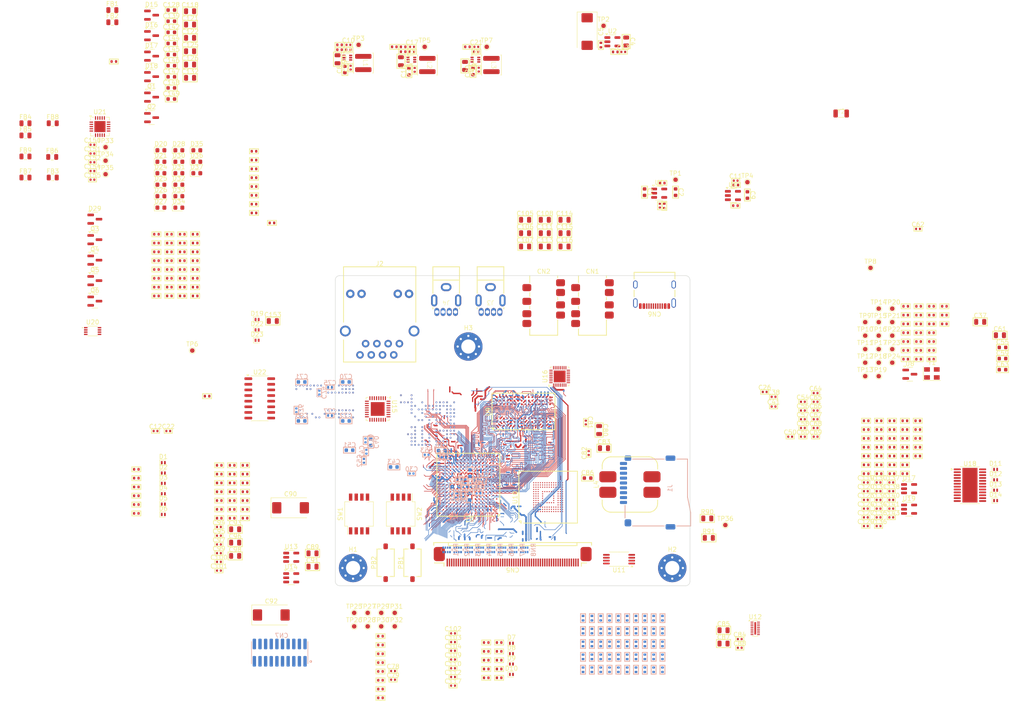
<source format=kicad_pcb>
(kicad_pcb (version 20240108) (generator "pcbnew") (generator_version "8.0")
  (layers (0 "F.Cu" signal) (1 "In1.Cu" signal) (2 "In2.Cu" signal) (3 "In3.Cu" signal) (4 "In4.Cu" signal) (31 "B.Cu" signal) (34 "B.Paste" user) (35 "F.Paste" user) (36 "B.SilkS" user "B.Silkscreen") (37 "F.SilkS" user "F.Silkscreen") (38 "B.Mask" user) (39 "F.Mask" user) (44 "Edge.Cuts" user))
  (property "CONFIGURATIONPARAMETERS" "")
  (property "CONFIGURATORNAME" "")
  (property "DOCUMENTNUMBER" "2")
  (property "ISUSERCONFIGURABLE" "")
  (property "SHEETTOTAL" "2")
  (property "SPICEMODELCACHE" "")
  (property "VERSIONCONTROL_PROJFOLDERREVNUMBER" "")
  (property "VERSIONCONTROL_REVNUMBER" "")
  (net 0 "")
  (net 1 "GNDREF")
  (net 2 "+5V_VBUS")
  (net 3 "+3V3_STAND_BY")
  (net 4 "Net-(U1-ADJ)")
  (net 5 "Net-(U2-VOUT)")
  (net 6 "+3V3_DCDC")
  (net 7 "+1.8V")
  (net 8 "Net-(U3-FB)")
  (net 9 "Net-(U4-ADJ)")
  (net 10 "Net-(U3-EN)")
  (net 11 "Net-(U2-EN)")
  (net 12 "+VDD_SOC")
  (net 13 "Net-(U5-FB)")
  (net 14 "+VDD_DRAM")
  (net 15 "Net-(U6-FB)")
  (net 16 "Net-(U3-PG)")
  (net 17 "/i.MX6ULL MAIN/CPU/VDD_ARM_CAP")
  (net 18 "/i.MX6ULL MAIN/CPU/VDD_SOC_CAP")
  (net 19 "+VDD_HIGH_CAP")
  (net 20 "Net-(U7A-VDD_HIGH_IN)")
  (net 21 "/i.MX6ULL MAIN/CPU/NVCC_PLL")
  (net 22 "/i.MX6ULL MAIN/CPU/VDD_SNVS_CAP")
  (net 23 "Net-(U7A-ADC_VREFH)")
  (net 24 "DRAM_VREF")
  (net 25 "+5V_VBUS_USB1")
  (net 26 "/i.MX6ULL MAIN/CPU/ONOFF")
  (net 27 "+5V_VBUS_USB2")
  (net 28 "Net-(U7H-VDD_USB_CAP)")
  (net 29 "Net-(C65-Pad1)")
  (net 30 "Net-(U7J-XTAL_I)")
  (net 31 "Net-(U7J-RTC_XTAL_O)")
  (net 32 "Net-(U7J-RTC_XTAL_I)")
  (net 33 "/i.MX6ULL MAIN/eMMC QSPI SD/eMMC_VDDI")
  (net 34 "Net-(J1-VDD)")
  (net 35 "Net-(U15-VDDA_3.3)")
  (net 36 "/i.MX6ULL MAIN/ETHERNET/+1V2_ENET")
  (net 37 "Net-(J2-RC)")
  (net 38 "Net-(J2-TC)")
  (net 39 "Net-(C104-Pad2)")
  (net 40 "Net-(U16-AVDD)")
  (net 41 "Net-(C110-Pad2)")
  (net 42 "Net-(U16-MICBIAS)")
  (net 43 "Net-(C112-Pad2)")
  (net 44 "Net-(U16-VMIDC)")
  (net 45 "Net-(U16-CPCB)")
  (net 46 "Net-(U16-CPCA)")
  (net 47 "Net-(U16-CPVOUTP)")
  (net 48 "Net-(U16-CPVOUTN)")
  (net 49 "Net-(C117-Pad2)")
  (net 50 "+5V_LCD")
  (net 51 "Net-(D15-common)")
  (net 52 "/i.MX6ULL MAIN/LCD/LCD_LED_A")
  (net 53 "Net-(C123-Pad1)")
  (net 54 "Net-(C124-Pad1)")
  (net 55 "Net-(U18-VIN)")
  (net 56 "LCD_VGL")
  (net 57 "/i.MX6ULL MAIN/LCD/VSUP")
  (net 58 "Net-(U18-FB)")
  (net 59 "Net-(D17-common)")
  (net 60 "Net-(U18-DRVN)")
  (net 61 "Net-(U18-DRVP)")
  (net 62 "Net-(D18-common)")
  (net 63 "Net-(U18-COMP)")
  (net 64 "Net-(U18-REF)")
  (net 65 "Net-(U18-ADJ)")
  (net 66 "Net-(U18-DLY1)")
  (net 67 "Net-(U18-DLY2)")
  (net 68 "Net-(D18-K)")
  (net 69 "Net-(U18-FDLY)")
  (net 70 "Net-(U18-IN)")
  (net 71 "LCD_AVDD")
  (net 72 "LCD_VGH")
  (net 73 "/i.MX6ULL MAIN/LCD/CAP1")
  (net 74 "/i.MX6ULL MAIN/LCD/CAP2")
  (net 75 "/i.MX6ULL MAIN/LCD/CAP3")
  (net 76 "/i.MX6ULL MAIN/LCD/CAP4")
  (net 77 "/i.MX6ULL MAIN/LCD/CAP5")
  (net 78 "/i.MX6ULL MAIN/LCD/CAP6")
  (net 79 "+3V3_FTDI")
  (net 80 "Net-(U21-VCC)")
  (net 81 "Net-(D8-A1)")
  (net 82 "Net-(D7-A1)")
  (net 83 "Net-(D9-A1)")
  (net 84 "Net-(D10-A1)")
  (net 85 "Net-(CN5-Pad53)")
  (net 86 "/i.MX6ULL MAIN/LCD/LCD_B7")
  (net 87 "/i.MX6ULL MAIN/LCD/LCD_R2")
  (net 88 "/i.MX6ULL MAIN/LCD/LCD_R4")
  (net 89 "/i.MX6ULL MAIN/LCD/LCD_R1")
  (net 90 "/i.MX6ULL MAIN/LCD/LCD_G3")
  (net 91 "/i.MX6ULL MAIN/LCD/LCD_G4")
  (net 92 "/i.MX6ULL MAIN/LCD/LCD_B5")
  (net 93 "/i.MX6ULL MAIN/LCD/LCD_M")
  (net 94 "/i.MX6ULL MAIN/LCD/LCD_G7")
  (net 95 "/i.MX6ULL MAIN/LCD/LCD_TOUCH_Y1")
  (net 96 "Net-(CN5-Pad45)")
  (net 97 "/i.MX6ULL MAIN/LCD/LCD_TOUCH_X2")
  (net 98 "/i.MX6ULL MAIN/LCD/LCD_CS_n")
  (net 99 "/i.MX6ULL MAIN/LCD/LCD_MOSI")
  (net 100 "/i.MX6ULL MAIN/LCD/LCD_VDD")
  (net 101 "/i.MX6ULL MAIN/LCD/LCD_G1")
  (net 102 "/i.MX6ULL MAIN/LCD/LCD_B6")
  (net 103 "/i.MX6ULL MAIN/LCD/LCD_R5")
  (net 104 "/i.MX6ULL MAIN/LCD/LCD_G2")
  (net 105 "Net-(CN5-Pad50)")
  (net 106 "/i.MX6ULL MAIN/LCD/LCD_TOUCH_Y2")
  (net 107 "/i.MX6ULL MAIN/LCD/LCD_G5")
  (net 108 "/i.MX6ULL MAIN/LCD/LCD_R6")
  (net 109 "/i.MX6ULL MAIN/LCD/LCD_R0")
  (net 110 "/i.MX6ULL MAIN/LCD/LCD_R7")
  (net 111 "/i.MX6ULL MAIN/LCD/LCD_SCLK")
  (net 112 "/i.MX6ULL MAIN/LCD/LCD_G0")
  (net 113 "/i.MX6ULL MAIN/LCD/LCD_B0")
  (net 114 "/i.MX6ULL MAIN/LCD/LCD_B3")
  (net 115 "/i.MX6ULL MAIN/LCD/LCD_B1")
  (net 116 "/i.MX6ULL MAIN/LCD/LCD_B4")
  (net 117 "/i.MX6ULL MAIN/LCD/LCD_VCOM")
  (net 118 "/i.MX6ULL MAIN/LCD/LCD_G6")
  (net 119 "/i.MX6ULL MAIN/LCD/LCD_B2")
  (net 120 "/i.MX6ULL MAIN/LCD/LCD_R3")
  (net 121 "/i.MX6ULL MAIN/LCD/LCD_TOUCH_X1")
  (net 122 "Net-(CN6-CC1)")
  (net 123 "/i.MX6ULL MAIN/CONTROL GPIO/USBD_p")
  (net 125 "/i.MX6ULL MAIN/CONTROL GPIO/USBD_n")
  (net 127 "Net-(CN6-CC2)")
  (net 128 "/i.MX6ULL MAIN/CONTROL GPIO/JTAG_VREF")
  (net 129 "/i.MX6ULL MAIN/CONTROL GPIO/JTAG_DE")
  (net 130 "/i.MX6ULL MAIN/CONTROL GPIO/JTAG_TCK")
  (net 131 "/i.MX6ULL MAIN/CONTROL GPIO/JTAG_TMS")
  (net 132 "/i.MX6ULL MAIN/CONTROL GPIO/JTAG_TDI")
  (net 133 "/i.MX6ULL MAIN/CONTROL GPIO/JTAG_TDO")
  (net 134 "/i.MX6ULL MAIN/CONTROL GPIO/JTAG_RTCK")
  (net 135 "/i.MX6ULL MAIN/CONTROL GPIO/~{JTAG_TRST}")
  (net 136 "/i.MX6ULL MAIN/CONTROL GPIO/~{JTAG_SRST}")
  (net 137 "/i.MX6ULL MAIN/CONTROL GPIO/JTAG_DACK")
  (net 138 "/i.MX6ULL MAIN/CPU/~{POWER_ON_RESET}")
  (net 139 "/i.MX6ULL MAIN/ETHERNET/~{ENET_RST}")
  (net 140 "/i.MX6ULL MAIN/BOOT CONFIG/LCD_VSYNC")
  (net 141 "/i.MX6ULL MAIN/BOOT CONFIG/LCD_DOTCLK")
  (net 142 "/i.MX6ULL MAIN/BOOT CONFIG/LCD_RESET")
  (net 143 "/i.MX6ULL MAIN/BOOT CONFIG/LCD_HSYNC")
  (net 144 "Net-(D15-A)")
  (net 146 "Net-(D16-A)")
  (net 149 "/i.MX6ULL MAIN/CONTROL GPIO/FTDI_TX")
  (net 150 "/i.MX6ULL MAIN/CONTROL GPIO/FTDI_RX")
  (net 152 "Net-(J2-RD+)")
  (net 153 "Net-(J2-RD-)")
  (net 154 "Net-(J2-TD-)")
  (net 155 "Net-(J2-GK)")
  (net 156 "Net-(J2-YK)")
  (net 157 "Net-(J2-TD+)")
  (net 158 "Net-(U3-LX)")
  (net 159 "Net-(U5-LX)")
  (net 160 "Net-(U6-LX)")
  (net 161 "Net-(Q1-D)")
  (net 162 "Net-(Q1-G)")
  (net 163 "Net-(Q2-C)")
  (net 164 "Net-(Q2-B)")
  (net 165 "Net-(Q3-B)")
  (net 167 "Net-(Q4-B)")
  (net 170 "Net-(Q5-B)")
  (net 171 "Net-(Q6-B)")
  (net 173 "Net-(U2-SET)")
  (net 174 "/i.MX6ULL MAIN/CONTROL GPIO/PMIC_POWER_GOOD")
  (net 175 "Net-(R13-Pad2)")
  (net 176 "Net-(U7B-DRAM_ZQPAD)")
  (net 177 "/i.MX6ULL MAIN/CPU/DRAM_CLK_EN0")
  (net 178 "/i.MX6ULL MAIN/CPU/DRAM_CLK_EN1")
  (net 179 "Net-(U8-~{RESET})")
  (net 180 "Net-(U7J-TEST_MODE)")
  (net 181 "Net-(U7J-SNVS_TAMPER5)")
  (net 182 "Net-(U7J-SNVS_TAMPER0)")
  (net 183 "Net-(U7J-SNVS_TAMPER1)")
  (net 184 "Net-(U7J-JTAG_MOD)")
  (net 185 "Net-(U7J-SNVS_TAMPER2)")
  (net 186 "Net-(U7J-SNVS_TAMPER3)")
  (net 187 "Net-(U7J-SNVS_TAMPER4)")
  (net 188 "Net-(U7J-SNVS_TAMPER6)")
  (net 189 "Net-(U7J-SNVS_TAMPER7)")
  (net 190 "Net-(U7J-SNVS_TAMPER8)")
  (net 191 "Net-(U7J-SNVS_TAMPER9)")
  (net 192 "Net-(U7F-ENET1_TX_CLK)")
  (net 193 "/i.MX6ULL MAIN/CPU/ENET_CLK")
  (net 194 "Net-(U7J-XTAL_O)")
  (net 195 "Net-(U9-NC_(ZQ1))")
  (net 196 "Net-(U9-ZQ0)")
  (net 197 "Net-(U13-SET)")
  (net 198 "Net-(U14-SET)")
  (net 199 "/i.MX6ULL MAIN/ETHERNET/NWAYEN")
  (net 200 "/i.MX6ULL MAIN/ETHERNET/SPEED")
  (net 201 "Net-(U15-REXT)")
  (net 202 "/i.MX6ULL MAIN/ETHERNET/PHYAD0")
  (net 203 "/i.MX6ULL MAIN/ETHERNET/PHYAD1")
  (net 204 "/i.MX6ULL MAIN/ETHERNET/CONFIG0")
  (net 205 "/i.MX6ULL MAIN/ETHERNET/CONFIG1")
  (net 206 "/i.MX6ULL MAIN/ETHERNET/B-CAST_OFF")
  (net 207 "Net-(U16-IN1L_{slash}_DMICDAT1)")
  (net 208 "Net-(U16-IN1R_{slash}_DMICDAT2)")
  (net 209 "Net-(U17-SET)")
  (net 210 "/i.MX6ULL MAIN/CPU/LCD_BACK_LIGHT")
  (net 211 "Net-(U18-FBN)")
  (net 212 "Net-(U18-FBP)")
  (net 213 "Net-(U19-+)")
  (net 214 "Net-(U18-CTRL)")
  (net 215 "Net-(R126-Pad1)")
  (net 216 "/i.MX6ULL MAIN/LCD/VCOM_M")
  (net 217 "Net-(U19--)")
  (net 218 "Net-(D1-A2)")
  (net 219 "/i.MX6ULL MAIN/CPU/USB1.DP")
  (net 220 "/i.MX6ULL MAIN/CPU/USB1.DN")
  (net 221 "Net-(D4-A2)")
  (net 222 "/i.MX6ULL MAIN/CPU/USB2.DP")
  (net 223 "/i.MX6ULL MAIN/CPU/USB2.DN")
  (net 224 "/i.MX6ULL MAIN/CPU/TOUCH.Y2")
  (net 225 "/i.MX6ULL MAIN/CPU/TOUCH.X2")
  (net 226 "/i.MX6ULL MAIN/CPU/TOUCH.Y1")
  (net 227 "/i.MX6ULL MAIN/CPU/TOUCH.X1")
  (net 233 "Net-(D20-A)")
  (net 234 "Net-(D21-A)")
  (net 235 "Net-(D24-A)")
  (net 236 "Net-(D25-K)")
  (net 237 "Net-(D25-A)")
  (net 238 "Net-(R151-Pad2)")
  (net 239 "Net-(R152-Pad2)")
  (net 240 "Net-(R153-Pad2)")
  (net 241 "Net-(R154-Pad2)")
  (net 242 "Net-(R155-Pad2)")
  (net 243 "Net-(R156-Pad2)")
  (net 244 "Net-(D26-A)")
  (net 245 "Net-(D26-K)")
  (net 246 "Net-(D27-K)")
  (net 247 "/i.MX6ULL MAIN/RAM DDR3/~{DRAM_RESET}")
  (net 248 "Net-(U20-B1)")
  (net 249 "/i.MX6ULL MAIN/ETHERNET/ENET_INTRP{slash}~{NAND_TREE}")
  (net 250 "Net-(U20-A1)")
  (net 251 "Net-(U20-B2)")
  (net 252 "/i.MX6ULL MAIN/CPU/~{QSPI_CS}")
  (net 253 "Net-(U20-A2)")
  (net 254 "Net-(U21-USBDP)")
  (net 255 "Net-(U21-USBDM)")
  (net 256 "Net-(D27-A)")
  (net 257 "/i.MX6ULL MAIN/CPU/~{SD_CARD_CD}")
  (net 258 "/i.MX6ULL MAIN/CPU/SD_CARD_DATA1")
  (net 259 "/i.MX6ULL MAIN/CPU/SD_CARD_DATA0")
  (net 260 "/i.MX6ULL MAIN/CPU/SD_CARD_SCLK")
  (net 261 "/i.MX6ULL MAIN/CONTROL GPIO/LED_ACTIVITY")
  (net 262 "/i.MX6ULL MAIN/CONTROL GPIO/LED_EMMC")
  (net 263 "/i.MX6ULL MAIN/CONTROL GPIO/LED_SD")
  (net 264 "/i.MX6ULL MAIN/CONTROL GPIO/LED_NETWORK")
  (net 265 "/i.MX6ULL MAIN/CPU/SD_CARD_CMD")
  (net 266 "/i.MX6ULL MAIN/CPU/SD_CARD_DATA3")
  (net 267 "/i.MX6ULL MAIN/CPU/SD_CARD_DATA2")
  (net 268 "/i.MX6ULL MAIN/CPU/RMII_MDC")
  (net 269 "/i.MX6ULL MAIN/CPU/RMII_MDIO")
  (net 270 "/i.MX6ULL MAIN/CPU/RMII_RXD1{slash}PHYAD2")
  (net 271 "/i.MX6ULL MAIN/CPU/RMII_CRS_DV{slash}CONFIG2")
  (net 272 "/i.MX6ULL MAIN/CPU/RMII_RXER{slash}ISO")
  (net 273 "Net-(U22-~{OE})")
  (net 274 "/i.MX6ULL MAIN/CPU/RMII_RXD0{slash}DUPLEX")
  (net 275 "/i.MX6ULL MAIN/AUDIO CODEC/I2C1.SCL")
  (net 276 "/i.MX6ULL MAIN/AUDIO CODEC/I2C1.SDA")
  (net 277 "/i.MX6ULL MAIN/BOOT CONFIG/LCD_DATA23")
  (net 278 "/i.MX6ULL MAIN/BOOT CONFIG/LCD_DATA22")
  (net 279 "/i.MX6ULL MAIN/BOOT CONFIG/LCD_DATA21")
  (net 280 "/i.MX6ULL MAIN/BOOT CONFIG/LCD_DATA20")
  (net 281 "/i.MX6ULL MAIN/BOOT CONFIG/LCD_DATA19")
  (net 282 "/i.MX6ULL MAIN/BOOT CONFIG/LCD_DATA18")
  (net 283 "/i.MX6ULL MAIN/BOOT CONFIG/LCD_DATA17")
  (net 284 "/i.MX6ULL MAIN/BOOT CONFIG/LCD_DATA16")
  (net 285 "/i.MX6ULL MAIN/BOOT CONFIG/LCD_DATA15")
  (net 286 "/i.MX6ULL MAIN/BOOT CONFIG/LCD_DATA14")
  (net 287 "/i.MX6ULL MAIN/BOOT CONFIG/LCD_DATA13")
  (net 288 "/i.MX6ULL MAIN/BOOT CONFIG/LCD_DATA12")
  (net 289 "/i.MX6ULL MAIN/BOOT CONFIG/LCD_DATA11")
  (net 290 "/i.MX6ULL MAIN/BOOT CONFIG/LCD_DATA10")
  (net 291 "/i.MX6ULL MAIN/BOOT CONFIG/LCD_DATA9")
  (net 292 "/i.MX6ULL MAIN/BOOT CONFIG/LCD_DATA8")
  (net 293 "/i.MX6ULL MAIN/BOOT CONFIG/LCD_DATA4")
  (net 294 "/i.MX6ULL MAIN/BOOT CONFIG/LCD_DATA3")
  (net 295 "/i.MX6ULL MAIN/BOOT CONFIG/LCD_DATA2")
  (net 296 "/i.MX6ULL MAIN/BOOT CONFIG/LCD_DATA1")
  (net 297 "/i.MX6ULL MAIN/BOOT CONFIG/LCD_DATA0")
  (net 298 "/i.MX6ULL MAIN/BOOT CONFIG/LCD_DATA5")
  (net 299 "/i.MX6ULL MAIN/BOOT CONFIG/LCD_DATA6")
  (net 300 "/i.MX6ULL MAIN/BOOT CONFIG/LCD_DATA7")
  (net 301 "/i.MX6ULL MAIN/CONTROL GPIO/UART1.RX")
  (net 302 "/i.MX6ULL MAIN/CONTROL GPIO/UART1.TX")
  (net 303 "/i.MX6ULL MAIN/CPU/LCD_SPI_SCLK")
  (net 304 "/i.MX6ULL MAIN/CPU/~{LCD_SPI_CS}")
  (net 305 "Net-(U7J-CCM_CLK1_P)")
  (net 306 "Net-(U7J-CCM_CLK1_N)")
  (net 307 "Net-(U7J-CCM_PMIC_STBY_REQ)")
  (net 308 "Net-(U7J-UART2_TX_DATA)")
  (net 309 "Net-(U7J-UART2_RX_DATA)")
  (net 310 "Net-(U7E-GPIO1_IO05)")
  (net 311 "Net-(U7E-GPIO1_IO06)")
  (net 312 "Net-(U7E-GPIO1_IO08)")
  (net 313 "Net-(U7E-GPIO1_IO09)")
  (net 314 "/i.MX6ULL MAIN/RAM DDR3/DRAM_DATA0")
  (net 315 "/i.MX6ULL MAIN/CPU/DRAM_A4")
  (net 316 "unconnected-(U7J-~{UART2_RTS}-PadH14)")
  (net 317 "unconnected-(U7E-GPIO1_IO00-PadK13)")
  (net 318 "/i.MX6ULL MAIN/CPU/DRAM_A3")
  (net 319 "/i.MX6ULL MAIN/CPU/DRAM_A9")
  (net 320 "/i.MX6ULL MAIN/CPU/DRAM_BA0")
  (net 321 "/i.MX6ULL MAIN/CPU/DRAM_A6")
  (net 322 "/i.MX6ULL MAIN/CPU/DRAM_A8")
  (net 323 "/i.MX6ULL MAIN/CPU/DRAM_A13")
  (net 324 "/i.MX6ULL MAIN/CPU/PMIC_ON_REQ")
  (net 326 "/i.MX6ULL MAIN/CPU/DRAM_A7")
  (net 327 "/i.MX6ULL MAIN/CPU/DRAM_BA2")
  (net 328 "unconnected-(U7D-CSI_DATA00-PadE4)")
  (net 330 "/i.MX6ULL MAIN/BOOT CONFIG/BOOT_MODE_0")
  (net 331 "/i.MX6ULL MAIN/CPU/DRAM_CLK_P")
  (net 332 "/i.MX6ULL MAIN/CPU/DRAM_A12")
  (net 334 "/i.MX6ULL MAIN/CPU/DRAM_A11")
  (net 335 "/i.MX6ULL MAIN/CPU/DRAM_A1")
  (net 337 "/i.MX6ULL MAIN/CPU/DRAM_ODT1")
  (net 338 "/i.MX6ULL MAIN/CPU/DRAM_BA1")
  (net 339 "/i.MX6ULL MAIN/CPU/DRAM_A15")
  (net 340 "unconnected-(U7J-~{UART1_CTS}-PadK15)")
  (net 341 "/i.MX6ULL MAIN/CPU/DRAM_CLK_N")
  (net 344 "/i.MX6ULL MAIN/CPU/DRAM_ODT0")
  (net 345 "/i.MX6ULL MAIN/CPU/DRAM_A5")
  (net 346 "/i.MX6ULL MAIN/CPU/DRAM_A14")
  (net 347 "/i.MX6ULL MAIN/BOOT CONFIG/BOOT_MODE_1")
  (net 351 "/i.MX6ULL MAIN/CPU/DRAM_A2")
  (net 352 "/i.MX6ULL MAIN/CPU/DRAM_A10")
  (net 353 "/i.MX6ULL MAIN/CPU/DRAM_A0")
  (net 354 "unconnected-(U7D-CSI_HSYNC-PadF3)")
  (net 357 "Net-(J1-DAT2)")
  (net 358 "Net-(J1-CLK)")
  (net 359 "Net-(J1-DAT1)")
  (net 360 "Net-(J1-DAT0)")
  (net 362 "Net-(J1-~{CD})")
  (net 363 "Net-(J1-CD{slash}DAT3)")
  (net 364 "Net-(J1-CMD)")
  (net 382 "Net-(D28-A)")
  (net 383 "Net-(D28-K)")
  (net 384 "Net-(D30-A)")
  (net 385 "Net-(D30-K)")
  (net 386 "Net-(D31-K)")
  (net 387 "Net-(D31-A)")
  (net 388 "Net-(D32-A)")
  (net 389 "Net-(D32-K)")
  (net 391 "/i.MX6ULL MAIN/CPU/LCD_SPI_MOSI")
  (net 396 "Net-(U16-GPIO1_{slash}_IRQ)")
  (net 397 "/i.MX6ULL MAIN/RAM DDR3/DRAM_DMU")
  (net 398 "/i.MX6ULL MAIN/CPU/~{DRAM_CS0}")
  (net 399 "/i.MX6ULL MAIN/CPU/QSPI_DATA0")
  (net 400 "/i.MX6ULL MAIN/RAM DDR3/DRAM_DATA1")
  (net 401 "/i.MX6ULL MAIN/RAM DDR3/DRAM_DATA2")
  (net 402 "/i.MX6ULL MAIN/RAM DDR3/DRAM_DATA11")
  (net 403 "/i.MX6ULL MAIN/RAM DDR3/DRAM_DATA15")
  (net 404 "/i.MX6ULL MAIN/RAM DDR3/DRAM_DATA10")
  (net 405 "/i.MX6ULL MAIN/RAM DDR3/DRAM_DATA4")
  (net 406 "/i.MX6ULL MAIN/RAM DDR3/DRAM_DATA13")
  (net 407 "/i.MX6ULL MAIN/RAM DDR3/DRAM_DQSU_N")
  (net 408 "/i.MX6ULL MAIN/CPU/QSPI_DATA2")
  (net 409 "/i.MX6ULL MAIN/CPU/~{DRAM_CS1}")
  (net 410 "/i.MX6ULL MAIN/RAM DDR3/DRAM_DATA5")
  (net 411 "/i.MX6ULL MAIN/CPU/eMMC_DATA5")
  (net 412 "/i.MX6ULL MAIN/RAM DDR3/DRAM_DATA12")
  (net 413 "/i.MX6ULL MAIN/AUDIO CODEC/I2S_MCLK")
  (net 414 "/i.MX6ULL MAIN/CPU/eMMC_DATA7")
  (net 415 "/i.MX6ULL MAIN/CONTROL GPIO/LED_SR_RCLK")
  (net 416 "/i.MX6ULL MAIN/AUDIO CODEC/I2S_BCLK")
  (net 417 "/i.MX6ULL MAIN/RAM DDR3/DRAM_DATA6")
  (net 418 "/i.MX6ULL MAIN/CONTROL GPIO/~{LED_SR_SRCLR}")
  (net 419 "/i.MX6ULL MAIN/CPU/QSPI_SCLK")
  (net 420 "/i.MX6ULL MAIN/RAM DDR3/DRAM_DQSU_P")
  (net 421 "/i.MX6ULL MAIN/CPU/~{eMMC_RESET}")
  (net 422 "/i.MX6ULL MAIN/RAM DDR3/DRAM_DQSL_P")
  (net 423 "/i.MX6ULL MAIN/RAM DDR3/DRAM_DATA8")
  (net 424 "/i.MX6ULL MAIN/RAM DDR3/DRAM_DATA3")
  (net 425 "/i.MX6ULL MAIN/CONTROL GPIO/LED_SR_SRCLK")
  (net 426 "/i.MX6ULL MAIN/CPU/~{DRAM_WE}")
  (net 427 "/i.MX6ULL MAIN/AUDIO CODEC/I2S_LRCLK")
  (net 428 "/i.MX6ULL MAIN/CPU/eMMC_DATA2")
  (net 429 "/i.MX6ULL MAIN/CPU/~{DRAM_RAS}")
  (net 430 "/i.MX6ULL MAIN/RAM DDR3/DRAM_DATA9")
  (net 431 "/i.MX6ULL MAIN/CPU/eMMC_DATA4")
  (net 432 "/i.MX6ULL MAIN/AUDIO CODEC/I2S_DACDAT")
  (net 433 "/i.MX6ULL MAIN/RAM DDR3/DRAM_DATA14")
  (net 434 "/i.MX6ULL MAIN/CPU/RMII_TXD0")
  (net 435 "/i.MX6ULL MAIN/CPU/QSPI_DATA3")
  (net 436 "/i.MX6ULL MAIN/CPU/eMMC_DATA3")
  (net 437 "/i.MX6ULL MAIN/CPU/RMII_TXD1")
  (net 438 "/i.MX6ULL MAIN/CPU/eMMC_CLK")
  (net 439 "/i.MX6ULL MAIN/CPU/RMII_TXEN")
  (net 440 "/i.MX6ULL MAIN/RAM DDR3/DRAM_DQSL_N")
  (net 441 "/i.MX6ULL MAIN/CPU/QSPI_DATA1")
  (net 442 "/i.MX6ULL MAIN/AUDIO CODEC/I2S_ADCDAT")
  (net 443 "/i.MX6ULL MAIN/CPU/eMMC_CMD")
  (net 444 "/i.MX6ULL MAIN/CPU/eMMC_DATA0")
  (net 445 "/i.MX6ULL MAIN/CONTROL GPIO/LED_SR_SER")
  (net 446 "/i.MX6ULL MAIN/RAM DDR3/DRAM_DATA7")
  (net 447 "/i.MX6ULL MAIN/CPU/eMMC_DATA6")
  (net 448 "/i.MX6ULL MAIN/CPU/~{DRAM_CAS}")
  (net 449 "/i.MX6ULL MAIN/CPU/eMMC_DATA1")
  (net 450 "/i.MX6ULL MAIN/RAM DDR3/DRAM_DML")
  (net 571 "Net-(D33-K)")
  (net 572 "Net-(D33-A)")
  (net 573 "Net-(D34-K)")
  (net 574 "Net-(D34-A)")
  (net 575 "Net-(D35-K)")
  (net 576 "Net-(D35-A)")
  (net 577 "Net-(D36-K)")
  (net 578 "Net-(D36-A)")
  (net 579 "Net-(D37-A)")
  (net 580 "Net-(D37-K)")
  (footprint "TestPoint:TestPoint_Pad_D1.0mm" (layer "F.Cu") (at 134.15 48.35)
    (property "Reference" "TP7")
    (property "Value" "~")
  )
  (footprint "ts_Passives:RES-0402" (layer "F.Cu") (at 110.13 189.34)
    (property "Reference" "R45" (hide yes))
    (property "Value" "10K")
  )
  (footprint "TestPoint:TestPoint_Pad_D1.0mm" (layer "F.Cu") (at 48.17 77.1)
    (property "Reference" "TP35")
    (property "Value" "~")
  )
  (footprint "ts_Passives:CAP-0402" (layer "F.Cu") (at 131.8 48.35)
    (property "Reference" "C21")
    (property "Value" "22 pF")
  )
  (footprint "ts_Passives:CAP-0402" (layer "F.Cu") (at 73.74 158.7)
    (property "Reference" "C95")
    (property "Value" "100 nF")
  )
  (footprint "ts_Passives:RES-0402" (layer "F.Cu") (at 68.33 92.64)
    (property "Reference" "R206" (hide yes))
    (property "Value" "220R")
  )
  (footprint "ts_Passives:CAP-0805" (layer "F.Cu") (at 67.23 43.315)
    (property "Reference" "C121")
    (property "Value" "2.2 uF")
  )
  (footprint "ts_Passives:RES-0402" (layer "F.Cu") (at 110.13 193.32)
    (property "Reference" "R47" (hide yes))
    (property "Value" "1.5K")
  )
  (footprint "ts_Passives:RES-0402" (layer "F.Cu") (at 55.06 145.705)
    (property "Reference" "R81" (hide yes))
    (property "Value" "1.5K")
  )
  (footprint "Diode_SMD:D_SOD-882" (layer "F.Cu") (at 61.2 151.57)
    (property "Reference" "D5")
    (property "Value" "LESD8D5.0CAT5G")
  )
  (footprint "Package_TO_SOT_SMD:SOT-23" (layer "F.Cu") (at 45.75 87.25)
    (property "Reference" "D29")
    (property "Value" "BAT54S")
  )
  (footprint "ts_Passives:CAP-0805" (layer "F.Cu") (at 142.8 90.41)
    (property "Reference" "C106")
    (property "Value" "2.2 uF")
  )
  (footprint "ts_Passives:RES-0402" (layer "F.Cu") (at 222.6 142.71)
    (property "Reference" "R110" (hide yes))
    (property "Value" "47K")
  )
  (footprint "ts_Passives:CAP-0402" (layer "F.Cu") (at 113.02 189.25)
    (property "Reference" "C78")
    (property "Value" "100 nF")
  )
  (footprint "ts_Passives:RES-0402" (layer "F.Cu") (at 81.6 75.9)
    (property "Reference" "R51" (hide yes))
    (property "Value" "10K")
  )
  (footprint "ts_Passives:CAP-0402" (layer "F.Cu") (at 73.74 156.73)
    (property "Reference" "C94")
    (property "Value" "100 nF")
  )
  (footprint "ts_Passives:RES-0402" (layer "F.Cu") (at 65.42 94.63)
    (property "Reference" "R199" (hide yes))
    (property "Value" "10K")
  )
  (footprint "LED_SMD:LED_0603_1608Metric" (layer "F.Cu") (at 64.7 79.47)
    (property "Reference" "D32")
    (property "Value" "150060VS75000")
  )
  (footprint "Diode_SMD:D_SOD-882" (layer "F.Cu") (at 139.725 182.995)
    (property "Reference" "D7")
    (property "Value" "LESD8D5.0CAT5G")
  )
  (footprint "ts_Passives:RES-0402" (layer "F.Cu") (at 225.51 140.72)
    (property "Reference" "R116" (hide yes))
    (property "Value" "82K")
  )
  (footprint "ts_Passives:CAP-0402" (layer "F.Cu") (at 222.54 152.59)
    (property "Reference" "C134")
    (property "Value" "2.2 nF")
  )
  (footprint "ts_Passives:RES-0402" (layer "F.Cu") (at 76.67 148.78)
    (property "Reference" "R69" (hide yes))
    (property "Value" "1.5K")
  )
  (footprint "Package_SO:VSSOP-8_2.3x2mm_P0.5mm" (layer "F.Cu") (at 45.25 112.5)
    (property "Reference" "U20")
    (property "Value" "TXS0102DCUR")
  )
  (footprint "ts_Passives:RES-0402" (layer "F.Cu") (at 133.99 190.78)
    (property "Reference" "R92" (hide yes))
    (property "Value" "10K")
  )
  (footprint "ts_Passives:RES-0402" (layer "F.Cu") (at 76.67 142.81)
    (property "Reference" "R66" (hide yes))
    (property "Value" "10K")
  )
  (footprint "ts_Passives:CAP-0603" (layer "F.Cu") (at 63 40.055)
    (property "Reference" "C128")
    (property "Value" "1 uF")
  )
  (footprint "ts_Passives:CAP-0402" (layer "F.Cu") (at 208.335 128.475)
    (property "Reference" "C65")
    (property "Value" "22 pF")
  )
  (footprint "ts_Passives:RES-0402" (layer "F.Cu") (at 231.33 132.76)
    (property "Reference" "R126" (hide yes))
    (property "Value" "0R")
  )
  (footprint "ts_Passives:RES-0402" (layer "F.Cu") (at 228.605 112.885)
    (property "Reference" "R20" (hide yes))
    (property "Value" "10K")
  )
  (footprint "ts_Passives:CAP-0402" (layer "F.Cu") (at 225.41 154.56)
    (property "Reference" "C143")
    (property "Value" "100 nF")
  )
  (footprint "ts_Passives:RES-0402" (layer "F.Cu") (at 228.605 118.855)
    (property "Reference" "R23" (hide yes))
    (property "Value" "10K")
  )
  (footprint "ts_Passives:CAP-0402" (layer "F.Cu") (at 113.02 191.22)
    (property "Reference" "C79")
    (property "Value" "100 nF")
  )
  (footprint "ts_Passives:CAP-0402" (layer "F.Cu") (at 219.67 154.56)
    (property "Reference" "C127")
    (property "Value" "100 nF")
  )
  (footprint "Diode_SMD:D_SOD-882" (layer "F.Cu") (at 61.2 144.55)
    (property "Reference" "D2")
    (property "Value" "LESD8D5.0CAT5G")
  )
  (footprint "TestPoint:TestPoint_Pad_D1.0mm" (layer "F.Cu") (at 225.625 107.445)
    (property "Reference" "TP20")
    (property "Value" "~")
  )
  (footprint "ts_Passives:CAP-0402" (layer "F.Cu") (at 126.55 182.71)
    (property "Reference" "C103")
    (property "Value" "100 nF")
  )
  (footprint "Package_TO_SOT_SMD:SOT-23" (layer "F.Cu") (at 45.75 96.5)
    (property "Reference" "Q4")
    (property "Value" "SMMBT3904LT1G")
  )
  (footprint "ts_Passives:RES-0402" (layer "F.Cu") (at 117.25 49.45)
    (property "Reference" "R12" (hide yes))
    (property "Value" "82K")
  )
  (footprint "ts_Passives:RES-0402" (layer "F.Cu") (at 73.76 142.81)
    (property "Reference" "R59" (hide yes))
    (property "Value" "1.5K")
  )
  (footprint "LED_SMD:LED_0603_1608Metric" (layer "F.Cu") (at 64.7 74.29)
    (property "Reference" "D30")
    (property "Value" "150060VS75000")
  )
  (footprint "ts_Passives:RES-0402" (layer "F.Cu") (at 234.425 110.895)
    (property "Reference" "R33" (hide yes))
    (property "Value" "1M")
  )
  (footprint "ts_Passives:CAP-0402" (layer "F.Cu") (at 208.335 126.505)
    (property "Reference" "C64")
    (property "Value" "100 nF")
  )
  (footprint "ts_Passives:RES-0402" (layer "F.Cu") (at 76.67 150.77)
    (property "Reference" "R70" (hide yes))
    (property "Value" "1.5K")
  )
  (footprint "ts_Passives:RES-0402" (layer "F.Cu") (at 62.51 98.61)
    (property "Reference" "R193" (hide yes))
    (property "Value" "220R")
  )
  (footprint "LED_SMD:LED_0603_1608Metric" (layer "F.Cu") (at 68.75 76.88)
    (property "Reference" "D37")
    (property "Value" "150060VS75000")
  )
  (footprint "ts_Passives:CAP-0603" (layer "F.Cu") (at 63 60.135)
    (property "Reference" "C149")
    (property "Value" "1 uF")
  )
  (footprint "ts_Passives:RES-0402" (layer "F.Cu") (at 231.515 114.875)
    (property "Reference" "R28" (hide yes))
    (property "Value" "1M")
  )
  (footprint "ts_Passives:CAP-0805" (layer "F.Cu") (at 129.25 52.65 -90)
    (property "Reference" "C18")
    (property "Value" "2.2 uF")
  )
  (footprint "Package_TO_SOT_SMD:SOT-563" (layer "F.Cu") (at 102.7 50.8)
    (property "Reference" "U3")
    (property "Value" "SY8892ARC")
  )
  (footprint "ts_Passives:RES-0402" (layer "F.Cu") (at 222.6 136.74)
    (property "Reference" "R107" (hide yes))
    (property "Value" "0R")
  )
  (footprint "TestPoint:TestPoint_Pad_D1.0mm" (layer "F.Cu") (at 105.25 47.9)
    (property "Reference" "TP3")
    (property "Value" "~")
  )
  (footprint "ts_Passives:RES-0402" (layer "F.Cu") (at 219.69 136.74)
    (property "Reference" "R100" (hide yes))
    (property "Value" "220R")
  )
  (footprint "ts_Passives:FB-0805" (layer "F.Cu") (at 36.25 77.85)
    (property "Reference" "FB3")
    (property "Value" "GZ2012D101TF")
  )
  (footprint "ts_Integrated:BGA-153_13.0x11.5mm_Ball0.30mm_Pad0.25mm" (layer "F.Cu") (at 148 150 90)
    (property "Reference" "U10")
    (property "Value" "THGBMNG5D1LBAIL")
  )
  (footprint "ts_Passives:CAP-0805" (layer "F.Cu") (at 142.8 93.42)
    (property "Reference" "C107")
    (property "Value" "2.2 uF")
  )
  (footprint "ts_Passives:RES-0402" (layer "F.Cu") (at 237.335 106.915)
    (property "Reference" "R38" (hide yes))
    (property "Value" "22R")
  )
  (footprint "ts_Passives:CAP-0402" (layer "F.Cu") (at 157.15 140.05 90)
    (property "Reference" "C82")
    (property "Value" "100 nF")
  )
  (footprint "Package_TO_SOT_SMD:SOT-23" (layer "F.Cu") (at 58.55 55.075)
    (property "Reference" "D18")
    (property "Value" "BAT54S")
  )
  (footprint "ts_Passives:CAP-0402" (layer "F.Cu") (at 190.3 78.55)
    (property "Reference" "C11")
    (property "Value" "560 pF")
  )
  (footprint "ts_Passives:RES-0402" (layer "F.Cu") (at 231.33 140.72)
    (property "Reference" "R130" (hide yes))
    (property "Value" "47K")
  )
  (footprint "TestPoint:TestPoint_Pad_D1.0mm" (layer "F.Cu") (at 113.4 179.17)
    (property "Reference" "TP32")
    (property "Value" "~")
  )
  (footprint "ts_Passives:FB-0805" (layer "F.Cu") (at 30.1 73.1)
    (property "Reference" "FB9")
    (property "Value" "GZ2012D101TF")
  )
  (footprint "ts_Passives:RES-0402" (layer "F.Cu") (at 234.425 114.875)
    (property "Reference" "R35" (hide yes))
    (property "Value" "1M")
  )
  (footprint "ts_Passives:RES-0402" (layer "F.Cu") (at 237.335 108.905)
    (property "Reference" "R39" (hide yes))
    (property "Value" "220R")
  )
  (footprint "Diode_SMD:D_SOD-882" (layer "F.Cu") (at 61.2 149.23)
    (property "Reference" "D4")
    (property "Value" "LESD8D5.0CAT5G")
  )
  (footprint "ts_Passives:CAP-0402" (layer "F.Cu") (at 126.55 192.56)
    (property "Reference" "C117")
    (property "Value" "100 nF")
  )
  (footprint "ts_Passives:CAP-0603" (layer "F.Cu") (at 63 45.075)
    (property "Reference" "C142")
    (property "Value" "1 uF")
  )
  (footprint "TestPoint:TestPoint_Pad_D1.0mm" (layer "F.Cu") (at 113.4 176.12)
    (property "Reference" "TP31")
    (property "Value" "~")
  )
  (footprint "ts_Passives:RES-0402" (layer "F.Cu") (at 225.51 144.7)
    (property "Reference" "R118" (hide yes))
    (property "Value" "680K")
  )
  (footprint "Package_TO_SOT_SMD:SOT-23" (layer "F.Cu") (at 58.55 59.7)
    (property "Reference" "Q1")
    (property "Value" "NTR5105PT1G")
  )
  (footprint "ts_Passives:RES-0402" (layer "F.Cu") (at 73.76 148.78)
    (property "Reference" "R62" (hide yes))
    (property "Value" "1.5K")
  )
  (footprint "Diode_SMD:D_SOD-882" (layer "F.Cu") (at 61.2 142.21)
    (property "Reference" "D1")
    (property "Value" "LESD8D5.0CAT5G")
  )
  (footprint "ts_Passives:CAP-0603" (layer "F.Cu") (at 131.05 53.9 90)
    (property "Reference" "C20")
    (property "Value" "1 uF")
  )
  (footprint "Package_TO_SOT_SMD:SOT-23" (layer "F.Cu") (at 58.55 41.2)
    (property "Reference" "D15")
    (property "Value" "BAT54S")
  )
  (footprint "ts_Passives:RES-0402" (layer "F.Cu") (at 76.67 152.76)
    (property "Reference" "R71" (hide yes))
    (property "Value" "1.5K")
  )
  (footprint "LED_SMD:LED_0603_1608Metric" (layer "F.Cu") (at 64.7 76.88)
    (property "Reference" "D31")
    (property "Value" "150060VS75000")
  )
  (footprint "ts_Passives:RES-0402" (layer "F.Cu") (at 228.42 144.7)
    (property "Reference" "R125" (hide yes))
    (property "Value" "47K")
  )
  (footprint "ts_Passives:CAP-0603" (layer "F.Cu") (at 63 52.605)
    (property "Reference" "C146")
    (property "Value" "1 uF")
  )
  (footprint "ts_Passives:RES-0805" (layer "F.Cu") (at 184.25 159.2)
    (property "Reference" "R91")
    (property "Value" "100K")
  )
  (footprint "LED_SMD:LED_0603_1608Metric" (layer "F.Cu") (at 60.65 76.88)
    (property "Reference" "D24")
    (property "Value" "150060RS75003")
  )
  (footprint "ts_Passives:RES-0402" (layer "F.Cu") (at 136.9 184.81)
    (property "Reference" "R94" (hide yes))
    (property "Value" "10K")
  )
  (footprint "LED_SMD:LED_0603_1608Metric" (layer "F.Cu") (at 68.75 74.29)
    (property "Reference" "D36")
    (property "Value" "150060VS75000")
  )
  (footprint "ts_Passives:RES-0402" (layer "F.Cu") (at 228.605 110.895)
    (property "Reference" "R19" (hide yes))
    (property "Value" "10K")
  )
  (footprint "Package_TO_SOT_SMD:SOT-23" (layer "F.Cu") (at 45.75 101.125)
    (property "Reference" "Q5")
    (property "Value" "SMMBT3904LT1G")
  )
  (footprint "TestPoint:TestPoint_Pad_D1.0mm" (layer "F.Cu") (at 176.75 78.35)
    (property "Reference" "TP1")
    (property "Value" "~")
  )
  (footprint "ts_Passives:RES-0402" (layer "F.Cu") (at 65.42 92.64)
    (property "Reference" "R198" (hide yes))
    (property "Value" "10K")
  )
  (footprint "ts_Passives:CAP-0805" (layer "F.Cu") (at 147.25 93.42)
    (property "Reference" "C113")
    (property "Value" "2.2 uF")
  )
  (footprint "ts_Passives:CAP-0402" (layer "F.Cu") (at 208.335 132.415)
    (property "Reference" "C67")
    (property "Value" "22 pF")
  )
  (footprint "ts_Passives:CAP-0402" (layer "F.Cu") (at 126.55 184.68)
    (property "Reference" "C104")
    (property "Value" "100 nF")
  )
  (footprint "ts_Passives:RES-0402" (layer "F.Cu") (at 222.6 134.75)
    (property "Reference" "R106" (hide yes))
    (property "Value" "220R")
  )
  (footprint "ts_Passives:CAP-0603" (layer "F.Cu") (at 63 50.095)
    (property "Reference" "C145")
    (property "Value" "1 uF")
  )
  (footprint "LED_SMD:LED_0603_1608Metric" (layer "F.Cu") (at 60.65 82.06)
    (property "Reference" "D26")
    (property "Value" "150060VS75000")
  )
  (footprint "ts_Passives:RES-0402" (layer "F.Cu") (at 73.76 146.79)
    (property "Reference" "R61" (hide yes))
    (property "Value" "10K")
  )
  (footprint "TestPoint:TestPoint_Pad_D1.0mm" (layer "F.Cu") (at 67.73 116.91)
    (property "Reference" "TP6")
    (property "Value" "~")
  )
  (footprint "ts_Passives:CAP-0402" (layer "F.Cu") (at 225.41 148.65)
    (property "Reference" "C138")
    (property "Value" "2.2 nF")
  )
  (footprint "ts_Passives:RES-0402" (layer "F.Cu") (at 59.6 94.63)
    (property "Reference" "R183" (hide yes))
    (property "Value" "22R")
  )
  (footprint "TestPoint:TestPoint_Pad_D1.0mm" (layer "F.Cu") (at 222.575 107.445)
    (property "Reference" "TP14")
    (property "Value" "~")
  )
  (footprint "Package_TO_SOT_SMD:SOT-563" (layer "F.Cu") (at 117.15 51.25)
    (property "Reference" "U5")
    (property "Value" "SY8892ARC")
  )
  (footprint "ts_Passives:CAP-0402" (layer "F.Cu") (at 219.67 152.59)
    (property "Reference" "C124")
    (property "Value" "22 pF")
  )
  (footprint "ts_Passives:CAP-0402" (layer "F.Cu") (at 45.21 78.34)
    (property "Reference" "C155")
    (property "Value" "100 nF")
  )
  (footprint "TestPoint:TestPoint_Pad_D1.0mm" (layer "F.Cu") (at 110.35 176.12)
    (property "Reference" "TP29")
    (property "Value" "~")
  )
  (footprint "TestPoint:TestPoint_Pad_D1.0mm" (layer "F.Cu") (at 219.525 122.695)
    (property "Reference" "TP13")
    (property "Value" "~")
  )
  (footprint "ts_Passives:RES-0402" (layer "F.Cu") (at 71.02 127.2)
    (property "Reference" "R9" (hide yes))
    (property "Value" "18K")
  )
  (footprint "ts_Passives:RES-0402" (layer "F.Cu") (at 231.33 136.74)
    (property "Reference" "R128" (hide yes))
    (property "Value" "47K")
  )
  (footprint "ts_Passives:RES-0402" (layer "F.Cu") (at 228.605 114.875)
    (property "Reference" "R21" (hide yes))
    (property "Value" "0R")
  )
  (footprint "ts_Passives:RES-0402" (layer "F.Cu") (at 234.425 106.915)
    (property "Reference" "R31" (hide yes))
    (property "Value" "1M")
  )
  (footprint "ts_Passives:CAP-0402" (layer "F.Cu") (at 208.335 134.385)
    (property "Reference" "C68")
    (property "Value" "22 pF")
  )
  (footprint "ts_Passives:RES-0402" (layer "F.Cu") (at 79.58 142.81)
    (property "Reference" "R73" (hide yes))
    (property "Value" "10K")
  )
  (footprint "MountingHole:MountingHole_3.2mm_M3_Pad_Via" (layer "F.Cu") (at 176 166)
    (property "Reference" "H2")
    (property "Value" "MountingHole_Pad")
  )
  (footprint "ts_Passives:CAP-0402" (layer "F.Cu") (at 103.45 53.05 90)
    (property "Reference" "C7")
    (property "Value" "100 nF")
  )
  (footprint "ts_Passives:CAP-0402" (layer "F.Cu") (at 73.74 166.58)
    (property "Reference" "C101")
    (property "Value" "100 nF")
  )
  (footprint "ts_Passives:RES-0402" (layer "F.Cu") (at 228.42 136.74)
    (property "Reference" "R121" (hide yes))
    (property "Value" "47K")
  )
  (footprint "ts_Passives:CAP-0402" (layer "F.Cu") (at 73.74 160.67)
    (property "Reference" "C97")
    (property "Value" "100 nF")
  )
  (footprint "ts_Mechanical:Jack_SMD_3.5mm_PJ-393-8PJ" (layer "F.Cu") (at 158 100)
    (property "Reference" "CN1")
    (property "Value" "PJ-393 8PJ")
  )
  (footprint "ts_Passives:RES-0402" (layer "F.Cu") (at 163.1 49.5)
    (property "Reference" "R10" (hide yes))
    (property "Value" "18K")
  )
  (footprint "ts_Integrated:BGA-289P08L17x17_14.0x14.0mm_Ball0.35mm_Pad0.30mm" (layer "F.Cu") (at 130 147.2 180)
    (property "Reference" "U7")
    (property "Value" "MCIMX6Y2CVM08AB")
  )
  (footprint "ts_Passives:RES-0402" (layer "F.Cu") (at 231.33 134.75)
    (property "Reference" "R127" (hide yes))
    (property "Value" "47K")
  )
  (footprint "ts_Passives:RES-0402" (layer "F.Cu") (at 228.42 142.71)
    (property "Reference" "R124" (hide yes))
    (property "Value" "47K")
  )
  (footprint "ts_Passives:RES-0402" (layer "F.Cu") (at 65.42 96.62)
    (property "Reference" "R200" (hide yes))
    (property "Value" "10K")
  )
  (footprint "Capacitor_Tantalum_SMD:CP_EIA-7343-31_Kemet-D" (layer "F.Cu") (at 85.555 176.6)
    (property "Reference" "C92")
    (property "Value" "150 uF")
  )
  (footprint "ts_Passives:FB-0805" (layer "F.Cu") (at 49.7 42.8)
    (property "Reference" "FB2")
    (property "Value" "GZ2012D101TF")
  )
  (footprint "ts_Mechanical:USB-TypeA-906-762B1026D10200" (layer "F.Cu") (at 125 105.6 180)
    (property "Reference" "J4")
    (property "Value" "906-762B1026D10200")
  )
  (footprint "ts_Passives:RES-0402" (layer "F.Cu") (at 190.3 84.2 180)
    (property "Reference" "R6" (hide yes))
    (property "Value" "18K")
  )
  (footprint "ts_Passives:FB-0805" (layer "F.Cu") (at 49.7 40.05)
    (property "Reference" "FB1")
    (property "Value" "GZ2012D101TF")
  )
  (footprint "ts_Passives:RES-0402" (layer "F.Cu") (at 219.69 132.76)
    (property "Reference" "R98" (hide yes))
    (property "Value" "10K")
  )
  (footprint "ts_Passives:CAP-0805" (layer "F.Cu") (at 94.85 165.69)
    (property "Reference" "C91")
    (property "Value" "2.2 uF")
  )
  (footprint "ts_Passives:CAP-0402" (layer "F.Cu") (at 45.21 72.43)
    (property "Reference" "C151")
    (property "Value" "100 nF")
  )
  (footprint "ts_Passives:RES-0402" (layer "F.Cu") (at 228.42 138.73)
    (property "Reference" "R122" (hide yes))
    (property "Value" "47K")
  )
  (footprint "ts_Passives:RES-0402" (layer "F.Cu") (at 228.42 134.75)
    (property "Reference" "R120" (hide yes))
    (property "Value" "0R")
  )
  (footprint "ts_Passives:RES-0402" (layer "F.Cu") (at 222.6 140.72)
    (property "Reference" "R109" (hide yes))
    (property "Value" "0R")
  )
  (footprint "ts_Passives:CAP-0402" (layer "F.Cu") (at 225.41 150.62)
    (property "Reference" "C140")
    (property "Value" "100 nF")
  )
  (footprint "ts_Passives:RES-0402" (layer "F.Cu") (at 100.9 49)
    (property "Reference" "R3" (hide yes))
    (property "Value" "82K")
  )
  (footprint "Diode_SMD:D_SOD-882" (layer "F.Cu") (at 82.35 112.25)
    (property "Reference" "D22")
    (property "Value" "LESD8D5.0CAT5G")
  )
  (footprint "Capacitor_Tantalum_SMD:CP_EIA-7343-31_Kemet-D" (layer "F.Cu") (at 89.9 152.4)
    (property "Reference" "C90")
    (property "Value" "150 uF")
  )
  (footprint "ts_Passives:RES-0402" (layer "F.Cu") (at 115.25 49.45)
    (property "Reference" "R11" (hide yes))
    (property "Value" "82K")
  )
  (footprint "Capacitor_Tantalum_SMD:CP_EIA-7343-31_Kemet-D" (layer "F.Cu") (at 156.8 44.9 -90)
    (property "Reference" "C5")
    (property "Value" "150 uF")
  )
  (footprint "ts_Passives:RES-0402" (layer "F.Cu") (at 62.51 102.59)
    (property "Reference" "R195" (hide yes))
    (property "Value" "220R")
  )
  (footprint "ts_Passives:CAP-0402" (layer "F.Cu") (at 202.595 136.355)
    (property "Reference" "C50")
    (property "Value" "100 nF")
  )
  (footprint "ts_Passives:CAP-0402" (layer "F.Cu") (at 222.54 148.65)
    (property "Reference" "C131")
    (property "Value" "100 nF")
  )
  (footprint "ts_Passives:RES-0402" (layer "F.Cu") (at 136.9 190.78)
    (property "Reference" "R97" (hide yes))
    (property "Value" "10K")
  )
  (footprint "ts_Passives:CAP-0402" (layer "F.Cu") (at 164.95 49.5)
    (property "Reference" "C13")
    (property "Value" "100 nF")
  )
  (footprint "ts_Passives:CAP-0805" (layer "F.Cu") (at 67.23 46.325)
    (property "Reference" "C122")
    (property "Value" "2.2 uF")
  )
  (footprint "ts_Passives:CAP-0805" (layer "F.Cu") (at 77.4 163.27)
    (property "Reference" "C98")
    (property "Value" "2.2 uF")
  )
  (footprint "ts_Passives:RES-0402" (layer "F.Cu") (at 62.51 94.63)
    (property "Reference" "R191" (hide yes))
    (property "Value" "220R")
  )
  (footprint "TestPoint:TestPoint_Pad_D1.0mm" (layer "F.Cu") (at 219.525 116.595)
    (property "Reference" "TP11")
    (property "Value" "~")
  )
  (footprint "ts_Passives:CAP-0402" (layer "F.Cu") (at 126.55 180.74)
    (property "Reference" "C102")
    (property "Value" "100 nF")
  )
  (footprint "ts_Passives:RES-0402" (layer "F.Cu") (at 219.69 140.72)
    (property "Reference" "R102" (hide yes))
    (property "Value" "62K")
  )
  (footprint "ts_Passives:RES-0402" (layer "F.Cu") (at 55.06 149.685)
    (property "Reference" "R83" (hide yes))
    (property "Value" "1.5K")
  )
  (footprint "ts_Passives:RES-0402" (layer "F.Cu") (at 219.69 144.7)
    (property "Reference" "R104" (hide yes))
    (property "Value" "0R")
  )
  (footprint "LED_SMD:LED_0603_1608Metric" (layer "F.Cu") (at 60.65 74.29)
    (property "Reference" "D21")
    (property "Value" "150060VS75000")
  )
  (footprint "ts_Passives:RES-0402" (layer "F.Cu") (at 110.13 185.36)
    (property "Reference" "R43" (hide yes))
    (property "Value" "10K")
  )
  (footprint "ts_Passives:RES-0402" (layer "F.Cu") (at 65.42 104.58)
    (property "Reference" "R204" (hide yes))
    (property "Value" "220R")
  )
  (footprint "LED_SMD:LED_0603_1608Metric" (layer "F.Cu") (at 60.65 84.65)
    (property "Reference" "D27")
    (property "Value" "150060VS75000")
  )
  (footprint "ts_Passives:RES-0402" (layer "F.Cu") (at 85.65 88.1)
    (property "Reference" "R57" (hide yes))
    (property "Value" "10K")
  )
  (footprint "LED_SMD:LED_0603_1608Metric" (layer "F.Cu") (at 60.65 79.47)
    (property "Reference" "D25")
    (property "Value" "150060VS75000")
  )
  (footprint "Diode_SMD:D_SOD-882" (layer "F.Cu") (at 61.2 153.91)
    (property "Reference" "D6")
    (property "Value" "LESD8D5.0CAT5G")
  )
  (footprint "ts_Passives:CAP-0402" (layer "F.Cu") (at 126.55 186.65)
    (property "Reference" "C109")
    (property "Value" "100 nF")
  )
  (footprint "ts_Passives:RES-0402" (layer "F.Cu") (at 76.67 154.75)
    (property "Reference" "R72" (hide yes))
    (property "Value" "10K")
  )
  (footprint "ts_Passives:CAP-0805" (layer "F.Cu") (at 85.895 110.245)
    (property "Reference" "C153")
    (property "Value" "2.2 uF")
  )
  (footprint "ts_Passives:CAP-0805" (layer "F.Cu") (at 245.465 110.435)
    (property "Reference" "C37")
    (property "Value" "22 uF")
  )
  (footprint "ts_Passives:CAP-0402" (layer "F.Cu") (at 222.54 146.68)
    (property "Reference" "C130")
    (property "Value" "100 nF")
  )
  (footprint "ts_Passives:RES-0402" (layer "F.Cu") (at 65.42 98.61)
    (property "Reference" "R201" (hide yes))
    (property "Value" "10K")
  )
  (footprint "ts_Passives:CAP-0402" (layer "F.Cu") (at 132.35 53.5 90)
    (property "Reference" "C19")
    (property "Value" "100 nF")
  )
  (footprint "ts_Passives:CAP-0402" (layer "F.Cu") (at 205.465 132.415)
    (property "Reference" "C57")
    (property "Value" "100 nF")
  )
  (footprint "ts_Passives:CAP-0402" (layer "F.Cu") (at 126.55 190.59)
    (property "Reference" "C112")
    (property "Value" "100 nF")
  )
  (footprint "TestPoint:TestPoint_Pad_D1.0mm" (layer "F.Cu") (at 225.625 113.545)
    (property "Reference" "TP22")
    (property "Value" "~")
  )
  (footprint "ts_Passives:CAP-0603" (layer "F.Cu") (at 102.15 53.45 90)
    (property "Reference" "C8")
    (property "Value" "1 uF")
  )
  (footprint "ts_Passives:CAP-0603" (layer "F.Cu") (at 169.75 81.15 -90)
    (property "Reference" "C1")
    (property "Value" "1 uF")
  )
  (footprint "ts_Passives:RES-0402" (layer "F.Cu") (at 68.33 96.62)
    (property "Reference" "R208" (hide yes))
    (property "Value" "220R")
  )
  (footprint "ts_Mechanical:CN-FPC-KH-CL0.5-H2.0-60PS" (layer "F.Cu") (at 140 163.85 180)
    (property "Reference" "CN5")
    (property "Value" "KH-CL0.5-H2.0-60PS")
  )
  (footprint "ts_Passives:CAP-0402" (layer "F.Cu") (at 208.335 130.445)
    (property "Reference" "C66")
    (property "Value" "22 pF")
  )
  (footprint "Package_SO:HTSSOP-24-1EP_4.4x7.8mm_P0.65mm_EP3.4x7.8mm_Mask2.4x4.68mm" (layer "F.Cu") (at 243.15 147.3)
    (property "Reference" "U18")
    (property "Value" "TPS65150PWPR")
  )
  (footprint "ts_Passives:RES-0402" (layer "F.Cu") (at 228.605 106.915)
    (property "Reference" "R17" (hide yes))
    (property "Value" "240R")
  )
  (footprint "ts_Passives:CAP-0402" (layer "F.Cu") (at 196.855 126.25)
    (property "Reference" "C26")
    (property "Value" "100 nF")
  )
  (footprint "ts_Passives:CAP-0402" (layer "F.Cu") (at 117.3 48.35)
    (property "Reference" "C17")
    (property "Value" "22 pF")
  )
  (footprint "ts_Passives:RES-0402" (layer "F.Cu") (at 59.6 100.6)
    (property "Reference" "R186" (hide yes))
    (property "Value" "22R")
  )
  (footprint "ts_Passives:RES-0402" (layer "F.Cu") (at 228.42 140.72)
    (property "Reference" "R123" (hide yes))
    (property "Value" "0R")
  )
  (footprint "TestPoint:TestPoint_Pad_D1.0mm" (layer "F.Cu") (at 219.525 119.645)
    (property "Reference" "TP12")
    (property "Value" "~")
  )
  (footprint "ts_Passives:CAP-0402" (layer "F.Cu") (at 205.465 136.355)
    (property "Reference" "C60")
    (property "Value" "100 nF")
  )
  (footprint "Package_SO:SO-16_3.9x9.9mm_P1.27mm" (layer "F.Cu") (at 82.95 127.7)
    (property "Reference" "U22")
    (property "Value" "74HC595D,118")
  )
  (footprint "ts_Passives:RES-0402" (layer "F.Cu") (at 76.67 146.79)
    (property "Reference" "R68" (hide yes))
    (property "Value" "10K")
  )
  (footprint "TestPoint:TestPoint_Pad_D1.0mm" (layer "F.Cu") (at 222.575 116.595)
    (property "Reference" "TP17")
    (property "Value" "~")
  )
  (footprint "Crystal:Crystal_SMD_EuroQuartz_MT-4Pin_3.2x2.5mm" (layer "F.Cu") (at 234.565 122.075)
    (property "Reference" "Y1")
    (property "Value" "24 MHz")
  )
  (footprint "Diode_SMD:D_SOD-882" (layer "F.Cu") (at 248.94 150.77)
    (property "Reference" "D14")
    (property "Value" "LESD8D5.0CAT5G")
  )
  (footprint "ts_Passives:CAP-0805" (layer "F.Cu") (at 67.23 40.305)
    (property "Reference" "C118")
    (property "Value" "2.2 uF")
  )
  (footprint "ts_Passives:IND-SMD-FNR4020S" (layer "F.Cu") (at 120.75 52.45 -90)
    (property "Reference" "L2")
    (property "Value" "27 uH")
  )
  (footprint "ts_Passives:CAP-0805" (layer "F.Cu") (at 67.23 52.345)
    (property "Reference" "C126")
    (property "Value" "2.2 uF")
  )
  (footprint "ts_Passives:CAP-0402" (layer "F.Cu") (at 219.67 156.53)
    (property "Reference" "C129")
    (property "Value" "22 pF")
  )
  (footprint "ts_Passives:CAP-0402" (layer "F.Cu") (at 156.5 133.15 -90)
    (property "Reference" "C81")
    (property "Value" "100 nF")
  )
  (footprint "TestPoint:TestPoint_Pad_D1.0mm" (layer "F.Cu") (at 48.17 74.05)
    (property "Reference" "TP34")
    (property "Value" "~")
  )
  (footprint "ts_Passives:IND-SMD-FNR4020S" (layer "F.Cu") (at 106.3 52 -90)
    (property "Reference" "L1")
    (property "Value" "27 uH")
  )
  (footprint "ts_Passives:RES-0402" (layer "F.Cu") (at 228.605 116.865)
    (property "Reference" "R22" (hide yes))
    (property "Value" "1.5K")
  )
  (footprint "ts_Passives:CAP-0402" (layer "F.Cu") (at 62.31 135.07)
    (property "Reference" "C22")
    (property "Value" "2.2 nF")
  )
  (footprint "ts_Passives:RES-0402" (layer "F.Cu") (at 174.2 84.2 -90)
    (property "Reference" "R2" (hide yes))
    (property "Value" "18K")
  )
  (footprint "ts_Passives:RES-0402" (layer "F.Cu") (at 68.33 90.65)
    (property "Reference" "R205" (hide yes))
    (property "Value" "220R")
  )
  (footprint "ts_Passives:RES-0402" (layer "F.Cu") (at 73.76 150.77)
    (property "Reference" "R63" (hide yes))
    (property "Value" "220R")
  )
  (footprint "Package_TO_SOT_SMD:SOT-23" (layer "F.Cu") (at 58.55 45.825)
    (property "Reference" "D16")
    (property "Value" "BAT54S")
  )
  (footprint "TestPoint:TestPoint_Pad_D1.0mm" (layer "F.Cu") (at 104.25 176.12)
    (property "Reference" "TP25")
    (property "Value" "~")
  )
  (footprint "Diode_SMD:D_SOD-882" (layer "F.Cu") (at 248.94 146.09)
    (property "Reference" "D12")
    (property "Value" "LESD8D5.0CAT5G")
  )
  (footprint "ts_Passives:RES-0402" (layer "F.Cu") (at 59.6 90.65)
    (property "Reference" "R181" (hide yes))
    (property "Value" "22R")
  )
  (footprint "ts_Passives:RES-0402" (layer "F.Cu") (at 225.51 134.75)
    (property "Reference" "R113" (hide yes))
    (property "Value" "680K")
  )
  (footprint "ts_Passives:CAP-0402" (layer "F.Cu") (at 117.9 53.55 90)
    (property "Reference" "C15")
    (property "Value" "100 nF")
  )
  (footprint "MountingHole:MountingHole_3.2mm_M3_Pad_Via" (layer "F.Cu") (at 104 166)
    (property "Reference" "H1")
    (property "Value" "MountingHole_Pad")
  )
  (footprint "ts_Passives:RES-0402" (layer "F.Cu") (at 55.06 143.715)
    (property "Reference" "R80" (hide yes))
    (property "Value" "1.5K")
  )
  (footprint "TestPoint:TestPoint_Pad_D1.0mm" (layer "F.Cu") (at 222.575 113.545)
    (property "Reference" "TP16")
    (property "Value" "~")
  )
  (footprint "TestPoint:TestPoint_Pad_D1.0mm" (layer "F.Cu") (at 104.25 179.17)
    (property "Reference" "TP26")
    (property "Value" "~")
  )
  (footprint "ts_Passives:RES-0402" (layer "F.Cu") (at 59.6 102.59)
    (property "Reference" "R187" (hide yes))
    (property "Value" "1.5K")
  )
  (footprint "Package_SON:Nexperia_HUSON-16_USON-16-1EP_1.35x3.3mm_P0.4mm_EP0.4x2.8mm" (layer "F.Cu") (at 194.72 179.625)
    (property "Reference" "U12")
    (property "Value" "IP4252CZ16-8-TTL")
  )
  (footprint "ts_Passives:CAP-0402" (layer "F.Cu") (at 198.85 129.55)
    (property "Reference" "C41")
    (property "Value" "220 nF")
  )
  (footprint "ts_Passives:RES-0402" (layer "F.Cu") (at 136.9 182.82)
    (property "Reference" "R93" (hide yes))
    (property "Value" "10K")
  )
  (footprint "ts_Passives:RES-0402" (layer "F.Cu") (at 55.06 151.675)
    (property "Reference" "R84" (hide yes))
    (property "Value" "10K")
  )
  (footprint "ts_Passives:RES-0402" (layer "F.Cu") (at 81.6 83.86)
    (property "Reference" "R55" (hide yes))
    (property "Value" "10K")
  )
  (footprint "ts_Passives:CAP-0805" (layer "F.Cu") (at 67.23 49.335)
    (property "Reference" "C125")
    (property "Value" "2.2 uF")
  )
  (footprint "ts_Passives:RES-0402" (layer "F.Cu") (at 110.13 187.35)
    (property "Reference" "R44" (hide yes))
    (property "Value" "10K")
  )
  (footprint "ts_Passives:CAP-0805" (layer "F.Cu") (at 151.7 90.41)
    (property "Reference" "C115")
    (property "Value" "2.2 uF")
  )
  (footprint "ts_Passives:RES-0402" (layer "F.Cu") (at 228.605 108.905)
    (property "Reference" "R18" (hide yes))
    (property "Value" "10K")
  )
  (footprint "ts_Passives:CAP-0402" (layer "F.Cu") (at 219.67 146.68)
    (property "Reference" "C119")
    (property "Value" "100 nF")
  )
  (footprint "ts_Passives:IND-SMD-FNR4020S" (layer "F.Cu") (at 135.2 52.45 -90)
    (property "Reference" "L3")
    (property "Value" "27 uH")
  )
  (footprint "TestPoint:TestPoint_Pad_D1.0mm" (layer "F.Cu") (at 160.5 43.6)
    (property "Reference" "TP2")
    (property "Value" "~")
  )
  (footprint "ts_Passives:CAP-0805" (layer "F.Cu") (at 187.565 180.04)
    (property "Reference" "C85")
    (property "Value" "2.2 uF")
  )
  (footprint "ts_Integrated:QFN-32-1EP_5x5mm_P0.5mm_EP3.1x3.1mm" (layer "F.Cu") (at 109.8 129.85 -90)
    (property "Reference" "U15")
    (property "Value" "KSZ8081RNBIA-TR")
  )
  (footprint "ts_Passives:CAP-0805" (layer "F.Cu") (at 77.4 157.25)
    (property "Reference" "C93")
    (property "Value" "22 uF")
  )
  (footprint "ts_Passives:CAP-0402" (layer "F.Cu") (at 191.225 182.04)
    (property "Reference" "C84")
    (property "Value" "100 nF")
  )
  (footprint "Package_TO_SOT_SMD:SOT-23" (layer "F.Cu") (at 45.75 91.875)
    (property "Reference" "Q3")
    (property "Value" "SMMBT3904LT1G")
  )
  (footprint "ts_Passives:RES-0402" (layer "F.Cu") (at 231.515 108.905)
    (property "Reference" "R25" (hide yes))
    (property "Value" "0R")
  )
  (footprint "ts_Passives:RES-0402" (layer "F.Cu") (at 133.99 182.82)
    (property "Reference" "R86" (hide yes))
    (property "Value" "10K")
  )
  (footprint "ts_Passives:RES-0402" (layer "F.Cu") (at 68.33 102.59)
    (property "Reference" "R211" (hide yes))
    (property "Value" "10K")
  )
  (footprint "ts_Passives:CAP-0805" (layer "F.Cu") (at 151.7 93.42)
    (property "Reference" "C116")
    (property "Value" "2.2 uF")
  )
  (footprint "ts_Passives:CAP-0402" (layer "F.Cu") (at 173.2 84.2 -90)
    (property "Reference" "C3")
    (property "Value" "220 pF")
  )
  (footprint "ts_Passives:CAP-0402" (layer "F.Cu") (at 73.74 162.64)
    (property "Reference" "C99")
    (property "Value" "100 nF")
  )
  (footprint "ts_Passives:RES-0402" (layer "F.Cu") (at 129.75 48.35)
    (property "Reference" "R16" (hide yes))
    (property "Value" "64.9K")
  )
  (footprint "ts_Passives:RES-0402" (layer "F.Cu") (at 133.99 184.81)
    (property "Reference" "R87" (hide yes))
    (property "Value" "22R")
  )
  (footprint "ts_Passives:RES-0402" (layer "F.Cu") (at 133.99 186.8)
    (property "Reference" "R88" (hide yes))
    (property "Value" "22R")
  )
  (footprint "ts_Passives:RES-0402" (layer "F.Cu") (at 219.69 142.71)
    (property "Reference" "R103" (hide yes))
    (property "Value" "680K")
  )
  (footprint "ts_Passives:RES-0402" (layer "F.Cu") (at 79.58 148.78)
    (property "Reference" "R76" (hide yes))
    (property "Value" "1.5K")
  )
  (footprint "ts_Passives:RES-0402" (layer "F.Cu") (at 102.9 49)
    (property "Reference" "R5" (hide yes))
    (property "Value" "82K")
  )
  (footprint "Package_TO_SOT_SMD:SOT-563" (layer "F.Cu") (at 131.6 51.25)
    (property "Reference" "U6")
    (property "Value" "SY8892ARC")
  )
  (footprint "ts_Passives:RES-0402" (layer "F.Cu") (at 55.06 153.665)
    (property "Reference" "R85" (hide yes))
    (property "Value" "1.5K")
  )
  (footprint "ts_Mechanical:RJ45_THT-HR911105A" (layer "F.Cu") (at 110 109)
    (property "Reference" "J2")
    (property "Value" "HR911105A")
  )
  (footprint "ts_Passives:RES-0402" (layer "F.Cu") (at 81.6 73.91)
    (property "Reference" "R50" (hide yes))
    (property "Value" "10K")
  )
  (footprint "ts_Passives:CAP-0402" (layer "F.Cu") (at 102.95 47.9)
    (property "Reference" "C10")
    (property "Value" "22 pF")
  )
  (footprint "ts_Passives:RES-0402" (layer "F.Cu") (at 115.25 48.35)
    (property "Reference" "R14" (hide yes))
    (property "Value" "820R")
  )
  (footprint "ts_Passives:CAP-0402" (layer "F.Cu") (at 45.21 76.37)
    (property "Reference" "C154")
    (property "Value" "100 nF")
  )
  (footprint "ts_Passives:CAP-0603" (layer "F.Cu") (at 63 42.565)
    (property "Reference" "C139")
    (property "Value" "1 uF")
  )
  (footprint "Package_TO_SOT_SMD:SOT-23-5" (layer "F.Cu") (at 173.05 81.3875)
    (property "Reference" "U1")
    (property "Value" "AP2127K-ADJTRG1")
  )
  (footprint "ts_Passives:RES-0402" (layer "F.Cu") (at 49.98 51.66)
    (property "Reference" "R58" (hide yes))
    (property "Value" "10K")
  )
  (footprint "ts_Passives:RES-0402" (layer "F.Cu") (at 222.6 138.73)
    (property "Reference" "R108" (hide yes))
    (property "Value" "0R")
  )
  (footprint "ts_Passives:CAP-0603" (layer "F.Cu") (at 250.495 116.205)
    (property "Reference" "C55")
    (property "Value" "1 uF")
  )
  (footprint "Diode_SMD:D_SOD-882" (layer "F.Cu") (at 139.725 190.015)
    (property "Reference" "D10")
    (property "Value" "LESD8D5.0CAT5G")
  )
  (footprint "ts_Passives:RES-0402" (layer "F.Cu") (at 110.13 191.33)
    (property "Reference" "R46" (hide yes))
    (property "Value" "1.5K")
  )
  (footprint "ts_Passives:RES-0402" (layer "F.Cu") (at 65.42 102.59)
    (property "Reference" "R203" (hide yes))
    (property "Value" "220R")
  )
  (footprint "Diode_SMD:D_SOD-882" (layer "F.Cu") (at 248.94 148.43)
    (property "Reference" "D13")
    (property "Value" "LESD8D5.0CAT5G")
  )
  (footprint "Package_TO_SOT_SMD:SOT-23-5" (layer "F.Cu") (at 229.42 152.72)
    (property "Reference" "U19")
    (property "Value" "LMV321IDBVR")
  )
  (footprint "TestPoint:TestPoint_Pad_D1.0mm" (layer "F.Cu") (at 225.625 116.595)
    (property "Reference" "TP23")
    (property "Value" "~")
  )
  (footprint "Package_TO_SOT_SMD:SOT-23" (layer "F.Cu") (at 45.75 105.75)
    (property "Reference" "Q6")
    (property "Value" "SMMBT3904LT1G")
  )
  (footprint "ts_Passives:CAP-0805" (layer "F.Cu") (at 160.6 138.95)
    (property "Reference" "C83")
    (property "Value" "2.2 uF")
  )
  (footprint "ts_Passives:CAP-0805" (layer "F.Cu") (at 249.915 113.445)
    (property "Reference" "C61")
    (property "Value" "22 uF")
  )
  (footprint "TestPoint:TestPoint_Pad_D1.0mm" (layer "F.Cu") (at 107.3 176.12)
    (property "Reference" "TP27")
    (property "Value" "~")
  )
  (footprint "ts_Passives:CAP-0805" (layer "F.Cu") (at 147.25 87.4)
    (property "Reference" "C108")
    (property "Value" "2.2 uF")
  )
  (footprint "ts_Passives:RES-0402" (layer "F.Cu") (at 231.515 106.915)
    (property "Reference" "R24" (hide yes))
    (property "Value" "10K")
  )
  (footprint "ts_Passives:CAP-0402" (layer "F.Cu") (at 45.21 70.46)
    (property "Reference" "C150")
    (property "Value" "100 nF")
  )
  (footprint "LED_SMD:LED_0603_1608Metric" (layer "F.Cu") (at 64.7 84.65)
    (property "Reference" "D34")
    (property "Value" "150060VS75000")
  )
  (footprint "ts_Passives:CAP-0603" (layer "F.Cu") (at 63 57.625)
    (property "Reference" "C148")
    (property "Value" "1 uF")
  )
  (footprint "TestPoint:TestPoint_Pad_D1.0mm" (layer "F.Cu") (at 219.525 110.495)
    (property "Reference" "TP9")
    (property "Value" "~")
  )
  (footprint "ts_Passives:RES-0402" (layer "F.Cu") (at 231.515 116.865)
    (property "Reference" "R29" (hide yes))
    (property "Value" "10K")
  )
  (footprint "Package_TO_SOT_SMD:SOT-23-5" (layer "F.Cu") (at 90.05 168.2)
    (property "Reference" "U14")
    (property "Value" "MT9700")
  )
  (footprint "ts_Passives:RES-0402" (layer "F.Cu") (at 62.51 90.65)
    (property "Reference" "R189" (hide yes))
    (property "Value" "5.1K")
  )
  (footprint "ts_Passives:RES-0402" (layer "F.Cu") (at 225.51 138.73)
    (property "Reference" "R115" (hide yes))
    (property "Value" "62K")
  )
  (footprint "ts_Passives:RES-0402" (layer "F.Cu") (at 73.76 154.75)
    (property "Reference" "R65" (hide yes))
    (property "Value" "6.49K")
  )
  (footprint "ts_Passives:CAP-0402" (layer "F.Cu") (at 205.465 130.445)
    (property "Reference" "C56")
    (property "Value" "100 nF")
  )
  (footprint "Diode_SMD:D_SOD-882" (layer "F.Cu") (at 82.35 109.91)
    (property "Reference" "D19")
    (property "Value" "LESD8D5.0CAT5G")
  )
  (footprint "ts_Passives:CAP-0805" (layer "F.Cu") (at 114.8 51.6 -90)
    (property "Reference" "C14")
    (property "Value" "2.2 uF")
  )
  (footprint "TestPoint:TestPoint_Pad_D1.0mm" (layer "F.Cu") (at 107.3 179.17)
    (property "Reference" "TP28")
    (property "Value" "~")
  )
  (footprint "ts_Passives:FB-0805" (layer "F.Cu") (at 30.1 77.85)
    (property "Reference" "FB7")
    (property "Value" "GZ2012D101TF")
  )
  (footprint "ts_Passives:RES-0402" (layer "F.Cu") (at 65.42 100.6)
    (property "Reference" "R202" (hide yes))
    (property "Value" "10K")
  )
  (footprint "ts_Passives:RES-0402" (layer "F.Cu") (at 219.69 134.75)
    (property "Reference" "R99" (hide yes))
    (property "Value" "220R")
  )
  (footprint "ts_Passives:RES-0402" (layer "F.Cu") (at 79.58 144.8)
    (property "Reference" "R74" (hide yes))
    (property "Value" "10K")
  )
  (footprint "ts_Passives:RES-0402" (layer "F.Cu") (at 219.69 138.73)
    (property "Reference" "R101" (hide yes))
    (property "Value" "220R")
  )
  (footprint "ts_Passives:CAP-0402" (layer "F.Cu") (at 45.21 74.4)
    (property "Reference" "C152")
    (property "Value" "100 nF")
  )
  (footprint "ts_Passives:CAP-0402" (layer "F.Cu") (at 219.67 148.65)
    (property "Reference" "C120")
    (property "Value" "100 nF")
  )
  (footprint "ts_Passives:CAP-0402" (layer "F.Cu") (at 73.74 164.61)
    (property "Reference" "C100")
    (property "Value" "100 nF")
  )
  (footprint "ts_Passives:CAP-0603" (layer "F.Cu") (at 176.75 81.15 -90)
    (property "Reference" "C2")
    (property "Value" "1 uF")
  )
  (footprint "TestPoint:TestPoint_Pad_D1.0mm" (layer "F.Cu") (at 222.575 122.695)
    (property "Reference" "TP19")
    (property "Value" "~")
  )
  (footprint "ts_Passives:CAP-0402" (layer "F.Cu") (at 222.54 154.56)
    (property "Reference" "C135")
    (property "Value" "100 nF")
  )
  (footprint "ts_Passives:RES-0402" (layer "F.Cu") (at 79.58 146.79)
    (property "Reference" "R75" (hide yes))
    (property "Value" "1.5K")
  )
  (footprint "ts_Passives:RES-0402" (layer "F.Cu") (at 131.75 49.45)
    (property "Reference" "R15" (hide yes))
    (property "Value" "82K")
  )
  (footprint "ts_Passives:RES-0402" (layer "F.Cu") (at 222.6 132.76)
    (property "Reference" "R105" (hide yes))
    (property "Value" "0R")
  )
  (footprint "TestPoint:TestPoint_Pad_D1.0mm" (layer "F.Cu") (at 120.15 48.35)
    (property "Reference" "TP5")
    (property "Value" "~")
  )
  (footprint "LED_SMD:LED_0603_1608Metric" (layer "F.Cu") (at 60.65 71.7)
    (property "Reference" "D20")
    (property "Value" "150060RS75003")
  )
  (footprint "ts_Passives:RES-0402" (layer "F.Cu") (at 113.25 48.35)
    (property "Reference" "R13" (hide yes))
    (property "Value" "72K")
  )
  (footprint "ts_Passives:RES-0402" (layer "F.Cu") (at 231.515 110.895)
    (property "Reference" "R26" (hide yes))
    (property "Value" "0R")
  )
  (footprint "ts_Passives:RES-0402" (layer "F.Cu") (at 55.06 147.695)
    (property "Reference" "R82" (hide yes))
    (property "Value" "1.5K")
  )
  (footprint "ts_Passives:RES-0402" (layer "F.Cu") (at 79.58 154.75)
    (property "Reference" "R79" (hide yes))
    (property "Value" "10K")
  )
  (footprint "ts_Passives:RES-0402" (layer "F.Cu") (at 136.9 188.79)
    (property "Reference" "R96" (hide yes))
    (property "Value" "22R")
  )
  (footprint "ts_Passives:RES-0402" (layer "F.Cu") (at 231.515 118.855)
    (property "Reference" "R30" (hide yes))
    (property "Value" "1M")
  )
  (footprint "ts_Passives:CAP-0402" (layer "F.Cu") (at 59.44 135.07)
    (property "Reference" "C12")
    (property "Value" "100 nF")
  )
  (footprint "ts_Passives:FB-0805" (layer "F.Cu") (at 30.1 65.6)
    (property "Reference" "FB4")
    (property "Value" "GZ2012D101TF")
  )
  (footprint "ts_Passives:RES-0402" (layer "F.Cu") (at 62.51 104.58)
    (property "Reference" "R196" (hide yes))
    (property "Value" "220R")
  )
  (footprint "ts_Passives:CAP-0402" (layer "F.Cu") (at 225.41 152.59)
    (property "Reference" "C141")
    (property "Value" "100 nF")
  )
  (footprint "ts_Passives:CAP-0805" (layer "F.Cu") (at 159.5 134.85 -90)
    (property "Reference" "C80")
    (property "Value" "2.2 uF")
  )
  (footprint "ts_Passives:CAP-0402" (layer "F.Cu") (at 191.225 184.01)
    (property "Reference" "C88")
    (property "Value" "100 nF")
  )
  (footprint "ts_Passives:CAP-0603" (layer "F.Cu") (at 250.495 118.715)
    (property "Reference" "C59")
    (property "Value" "1 uF")
  )
  (footprint "MountingHole:MountingHole_3.2mm_M3_Pad_Via" (layer "F.Cu") (at 130 116)
    (property "Reference" "H3")
    (property "Value" "MountingHole_Pad")
  )
  (footprint "ts_Passives:CAP-0805" (layer "F.Cu") (at 165.6 47.15 -90)
    (property "Reference" "C4")
    (property "Value" "2.2 uF")
  )
  (footprint "Diode_SMD:D_SOD-882" (layer "F.Cu") (at 82.35 114.59)
    (property "Reference" "D23")
    (property "Value" "LESD8D5.0CAT5G")
  )
  (footprint "ts_Mechanical:USB-TYPE-C-12P" (layer "F.Cu") (at 172 102 180)
    (property "Reference" "CN6")
    (property "Value" "USB4105-GF-A")
  )
  (footprint "ts_Passives:CAP-0805" (layer "F.Cu") (at 187.565 183.05)
    (property "Reference" "C87")
    (property "Value" "2.2 uF")
  )
  (footprint "ts_Passives:CAP-0805" (layer "F.Cu") (at 94.85 162.68)
    (property "Reference" "C89")
    (property "Value" "2.2 uF")
  )
  (footprint "ts_Passives:RES-0402" (layer "F.Cu") (at 81.6 79.88)
    (property "Reference" "R53" (hide yes))
    (property "Value" "10K")
  )
  (footprint "ts_Passives:RES-0402" (layer "F.Cu") (at 76.67 144.8)
    (property "Reference" "R67" (hide yes))
    (property "Value" "10K")
  )
  (footprint "Package_DFN_QFN:QFN-32-1EP_4x4mm_P0.4mm_EP2.65x2.65mm" (layer "F.Cu") (at 150.6 122.75 90)
    (property "Reference" "U16")
    (property "Value" "WM8904CGEFL/RV")
  )
  (footprint "ts_Passives:RES-0402" (layer "F.Cu") (at 228.42 132.76)
    (property "Reference" "R119" (hide yes))
    (property "Value" "0R")
  )
  (footprint "ts_Passives:RES-0402" (layer "F.Cu") (at 59.6 96.62)
    (property "Reference" "R184" (hide yes))
    (property "Value" "22R")
  )
  (footprint "ts_Passives:CAP-0603" (layer "F.Cu") (at 63 55.115)
    (property "Reference" "C147")
    (property "Value" "1 uF")
  )
  (footprint "ts_Passives:RES-0402" (layer "F.Cu") (at 234.425 112.885)
    (property "Reference" "R34" (hide yes))
    (property "Value" "1M")
  )
  (footprint "ts_Passives:RES-0402" (layer "F.Cu") (at 173.7 79.1)
    (property "Reference" "R1" (hide yes))
    (property "Value" "56.2K")
  )
  (footprint "TestPoint:TestPoint_Pad_D1.0mm" (layer "F.Cu") (at 225.625 119.645)
    (property "Reference" "TP24")
    (property "Value" "~")
  )
  (footprint "ts_Passives:FB-0805" (layer "F.Cu") (at 36.135 73.2)
    (property "Reference" "FB6")
    (property "Value" "GZ2012D101TF")
  )
  (footprint "ts_Passives:CAP-0603" (layer "F.Cu") (at 192.95 81.8 -90)
    (property "Reference" "C9")
    (property "Value" "1 uF")
  )
  (footprint "ts_Passives:IND-SMD-ACPR1208S" (layer "F.Cu") (at 166.45 147.15 90)
    (property "Reference" "L4")
    (property "Value" "6.8 uH")
  )
  (footprint "ts_Passives:RES-0402" (layer "F.Cu") (at 110.13 183.37)
    (property "Reference" "R42" (hide yes))
    (property "Value" "240R")
  )
  (footprint "ts_Passives:RES-0402" (layer "F.Cu") (at 231.33 138.73)
    (property "Reference" "R129" (hide yes))
    (property "Value" "47K")
  )
  (footprint "Package_TO_SOT_SMD:SOT-23-5" (layer "F.Cu") (at 229.42 148.095)
    (property "Reference" "U17")
    (property "Value" "MT9700")
  )
  (footprint "ts_Passives:CAP-0805" (layer "F.Cu") (at 100.5 51.15 -90)
    (property "Reference" "C6")
    (property "Value" "2.2 uF")
  )
  (footprint "ts_Passives:RES-0402" (layer "F.Cu") (at 225.51 142.71)
    (property "Reference" "R117" (hide yes))
    (property "Value" "0R")
  )
  (footprint "Package_TO_SOT_SMD:SOT-23-5" (layer "F.Cu") (at 189.68 81.915)
    (property "Reference" "U4")
    (property "Value" "AP2127K-ADJTRG1")
  )
  (footprint "ts_Passives:FB-0805" (layer "F.Cu") (at 30.1 68.35)
    (property "Reference" "FB5")
    (property "Value" "GZ2012D101TF")
  )
  (footprint "Package_TO_SOT_SMD:SOT-23" (layer "F.Cu") (at 229.595 122.25)
    (property "Reference" "U8")
    (property "Value" "UM803RS")
  )
  (footprint "ts_Passives:RES-0402" (layer "F.Cu") (at 65.42 90.65)
    (property "Reference" "R197" (hide yes))
    (property "Value" "10K")
  )
  (footprint "ts_Passives:CAP-0805" (layer "F.Cu") (at 147.25 90.41)
    (property "Reference" "C111")
    (property "Value" "2.2 uF")
  )
  (footprint "Package_SO:TSSOP-8_4.4x3mm_P0.65mm" (layer "F.Cu") (at 164 164 180)
    (property "Reference" "U11")
    (property "Value" "ZD25WQ80BOIGT")
  )
  (footprint "Package_TO_SOT_SMD:SOT-23-5" (layer "F.Cu") (at 162.5 47.2)
    (property "Reference" "U2")
    (property "Value" "MT9700")
  )
  (footprint "ts_Passives:RES-0402" (layer "F.Cu") (at 225.51 132.76)
    (property "Reference" "R112" (hide yes))
    (property "Value" "1.5K")
  )
  (footprint "ts_Passives:RES-0402" (layer "F.Cu") (at 133.99 188.79)
    (property "Reference" "R89" (hide yes))
    (property "Value" "10K")
  )
  (footprint "ts_Passives:CAP-0603" (layer "F.Cu") (at 116.6 53.95 90)
    (property "Reference" "C16")
    (property "Value" "1 uF")
  )
  (footprint "ts_Passives:RES-0402" (layer "F.Cu") (at 68.33 98.61)
    (property "Reference" "R209" (hide yes))
    (property "Value" "220R")
  )
  (footprint "TestPoint:TestPoint_Pad_D1.0mm" (layer "F.Cu") (at 225.625 110.495)
    (property "Reference" "TP21")
    (property "Value" "~")
  )
  (footprint "ts_Passives:RES-0402" (layer "F.Cu") (at 79.58 150.77)
    (property "Reference" "R77" (hide yes))
    (property "Value" "1.5K")
  )
  (footprint "ts_Passives:CAP-0402" (layer "F.Cu") (at 219.67 150.62)
    (property "Reference" "C123")
    (property "Value" "22 pF")
  )
  (footprint "ts_Passives:RES-0402" (layer "F.Cu") (at 59.6 104.58)
    (property "Reference" "R188" (hide yes))
    (property "Value" "1.5K")
  )
  (footprint "ts_Passives:CAP-0402" (layer "F.Cu") (at 222.54 156.53)
    (property "Reference" "C136")
    (property "Value" "22 pF")
  )
  (footprint "ts_Passives:RES-0402" (layer "F.Cu") (at 81.6 81.87)
    (property "Reference" "R54" (hide yes))
    (property "Value" "10K")
  )
  (footprint "ts_Passives:RES-0402" (layer "F.Cu") (at 62.51 92.64)
    (property "Reference" "R190" (hide yes))
    (property "Value" "5.1K")
  )
  (footprint "ts_Passives:RES-0402" (layer "F.Cu") (at 234.425 118.855)
    (property "Reference" "R37" (hide yes))
    (property "Value" "1M")
  )
  (footprint "ts_Passives:CAP-0603" (layer "F.Cu") (at 63 47.585)
    (property "Reference" "C144")
    (property "Value" "1 uF")
  )
  (footprint "TestPoint:TestPoint_Pad_D1.0mm" (layer "F.Cu") (at 222.575 110.495)
    (property "Reference" "TP15")
    (property "Value" "~")
  )
  (footprint "ts_Passives:RES-0402" (layer "F.Cu") (at 231.515 112.885)
    (property "Reference" "R27" (hide yes))
    (property "Value" "1M")
  )
  (footprint "LED_SMD:LED_0603_1608Metric" (layer "F.Cu") (at 64.7 82.06)
    (property "Reference" "D33")
    (property "Value" "150060VS75000")
  )
  (footprint "ts_Passives:CAP-0805" (layer "F.Cu") (at 151.7 87.4)
    (property "Reference" "C114")
    (property "Value" "2.2 uF")
  )
  (footprint "ts_Passives:CAP-0805" (layer "F.Cu") (at 77.4 160.26)
    (property "Reference" "C96")
    (property "Value" "22 uF")
  )
  (footprint "ts_Passives:RES-0402" (layer "F.Cu") (at 73.76 152.76)
    (property "Reference" "R64" (hide yes))
    (property "Value" "220R")
  )
  (footprint "ts_Passives:CAP-0402" (layer "F.Cu") (at 205.465 128.475)
    (property "Reference" "C54")
    (property "Value" "220 nF")
  )
  (footprint "ts_Passives:CAP-0805" (layer "F.Cu") (at 67.23 55.355)
    (property "Reference" "C132")
    (property "Value" "2.2 uF")
  )
  (footprint "ts_Passives:FB-0805" (layer "F.Cu") (at 36.25 65.6)
    (property "Reference" "FB8")
    (property "Value" "GZ2012D101TF")
  )
  (footprint "Package_TO_SOT_SMD:SOT-23" (layer "F.Cu") (at 58.55 50.45)
    (property "Reference" "D17")
    (property "Value" "BAT54S")
  )
  (footprint "ts_Passives:RES-0402" (layer "F.Cu") (at 190.3 79.55)
    (property "Reference" "R4" (hide yes))
    (property "Value" "24K")
  )
  (footprint "Button_Switch_SMD:SW_DIP_SPSTx04_Slide_Copal_CHS-04B_W7.62mm_P1.27mm" (layer "F.Cu") (at 114.75 153.8 -90)
    (property "Reference" "SW2")
    (property "Value" "EP-04KS")
  )
  (footprint "ts_Passives:RES-0402" (layer "F.Cu") (at 81.6 85.85)
    (property "Reference" "R56" (hide yes))
    (property "Value" "10K")
  )
  (footprint "LED_SMD:LED_0603_1608Metric" (layer "F.Cu") (at 68.75 71.7)
    (property "Reference" "D35")
    (property "Value" "150060VS75000")
  )
  (footprint "Diode_SMD:D_SOD-882" (layer "F.Cu") (at 139.725 185.335)
    (property "Reference" "D8")
    (property "Value" "LESD8D5.0CAT5G")
  )
  (footprint "TestPoint:TestPoint_Pad_D1.0mm" (layer "F.Cu") (at 219.525 113.545)
    (property "Reference" "TP10")
    (property "Value" "~")
  )
  (footprint "ts_Passives:RES-0402" (layer "F.Cu") (at 68.33 94.63)
    (property "Reference" "R207" (hide yes))
    (property "Value" "220R")
  )
  (footprint "ts_Integrated:BGA-96P08L9X16_8.0X14.0mm_Ball0.45_Pad0.40mm" (layer "F.Cu") (at 142.43131 130.63206 90)
    (property "Reference" "U9")
    (property "Value" "MT41K256M16TW-107")
  )
  (footprint "TestPoint:TestPoint_Pad_D1.0mm" (layer "F.Cu") (at 192.95 78.9)
    (property "Reference" "TP4")
    (property "Value" "~")
  )
  (footprint "ts_Passives:RES-0402" (layer "F.Cu") (at 110.13 181.38)
    (property "Reference" "R41" (hide yes))
    (property "Value" "240R")
  )
  (footprint "ts_Mechanical:BTN_SMD_PTS636-SK25-SMTR-LFS" (layer "F.Cu") (at 111.35 164.8 90)
    (property "Reference" "PB2")
    (property "Value" "PTS636 SK25 SMTR LFS")
  )
  (footprint "Package_TO_SOT_SMD:SOT-23-5" (layer "F.Cu") (at 90.05 163.575)
    (property "Reference" "U13")
    (property "Value" "MT9700")
  )
  (footprint "ts_Passives:CAP-0402" (layer "F.Cu") (at 198.85 127.35)
    (property "Reference" "C38")
    (property "Value" "220 nF")
  )
  (footprint "ts_Passives:RES-0402" (layer "F.Cu") (at 62.51 100.6)
    (property "Reference" "R194" (hide yes))
    (property "Value" "220R")
  )
  (footprint "ts_Passives:RES-0402" (layer "F.Cu") (at 222.6 144.7)
    (property "Reference" "R111" (hide yes))
    (property "Value" "1.5K")
  )
  (footprint "TestPoint:TestPoint_Pad_D1.0mm" (layer "F.Cu") (at 187.98 156.3)
    (property "Reference" "TP36")
    (property "Value" "~")
  )
  (footprint "TestPoint:TestPoint_Pad_D1.0mm" (layer "F.Cu") (at 222.575 119.645)
    (property "Reference" "TP18")
    (property "Value" "~")
  )
  (footprint "ts_Passives:CAP-0402" (layer "F.Cu") (at 222.54 150.62)
    (property "Reference" "C133")
    (property "Value" "100 nF")
  )
  (footprint "ts_Passives:RES-0402" (layer "F.Cu") (at 62.51 96.62)
    (property "Reference" "R192" (hide yes))
    (property "Value" "220R")
  )
  (footprint "ts_Passives:RES-0402" (layer "F.Cu") (at 159.9 48 90)
    (property "Reference" "R7" (hide yes))
    (property "Value" "10K")
  )
  (footprint "ts_Passives:QUARTZ-SC-32S32.768kHz20PPM12.5pF" (layer "F.Cu") (at 214.1 63.4)
    (property "Reference" "Y2")
    (property "Value" "32.768 KHz")
  )
  (footprint "Button_Switch_SMD:SW_DIP_SPSTx04_Slide_Copal_CHS-04B_W7.62mm_P1.27mm" (layer "F.Cu") (at 105.35 153.8 90)
    (property "Reference" "SW1")
    (property "Value" "EP-04KS")
  )
  (footprint "ts_Passives:CAP-0402" (layer "F.Cu") (at 208.335 136.355)
    (property "Reference" "C69")
    (property "Value" "100 nF")
  )
  (footprint "TestPoint:TestPoint_Pad_D1.0mm" (layer "F.Cu") (at 220.725 98.245)
    (property "Reference" "TP8")
    (property "Value" "~")
  )
  (footprint "ts_Passives:RES-0402" (layer "F.Cu") (at 234.425 108.905)
    (property "Reference" "R32" (hide yes))
    (property "Value" "1M")
  )
  (footprint "ts_Passives:RES-0402" (layer "F.Cu") (at 81.6 71.92)
    (property "Reference" "R49" (hide yes))
    (property "Value" "10K")
  )
  (footprint "ts_Passives:RES-0402" (layer "F.Cu") (at 110.13 195.31)
    (property "Reference" "R48" (hide yes))
    (property "Value" "470R")
  )
  (footprint "ts_Passives:RES-0402" (layer "F.Cu") (at 81.6 77.89)
    (property "Reference" "R52" (hide yes))
    (property "Value" "10K")
  )
  (footprint "ts_Passives:RES-0402" (layer "F.Cu") (at 68.33 100.6)
    (property "Reference" "R210" (hide yes))
    (property "Value" "220R")
  )
  (footprint "ts_Mechanical:USB-TypeA-906-762B1026D10200" (layer "F.Cu") (at 135 105.6 180)
    (property "Reference" "J3")
    (property "Value" "906-762B1026D10200")
  )
  (footprint "ts_Passives:RES-0402" (layer "F.Cu") (at 59.6 98.61)
    (property "Reference" "R185" (hide yes))
    (property "Value" "22R")
  )
  (footprint "ts_Passives:RES-0402" (layer "F.Cu") (at 101 47.9 180)
    (property "Reference" "R8" (hide yes))
    (property "Value" "18K")
  )
  (footprint "ts_Passives:RES-0805" (layer "F.Cu") (at 183.9 154.8)
    (property "Reference" "R90")
    (property "Value" "100K")
  )
  (footprint "TestPoint:TestPoint_Pad_D1.0mm" (layer "F.Cu") (at 48.17 71)
    (property "Reference" "TP33")
    (property "Value" "~")
  )
  (footprint "ts_Passives:RES-0402" (layer "F.Cu") (at 59.6 92.64)
    (property "Reference" "R182" (hide yes))
    (property "Value" "22R")
  )
  (footprint "Package_DFN_QFN:QFN-20-1EP_4x4mm_P0.5mm_EP2.5x2.5mm" (layer "F.Cu") (at 46.9 66.35)
    (property "Reference" "U21")
    (property "Value" "FT231XQ")
  )
  (footprint "Diode_SMD:D_SOD-882" (layer "F.Cu") (at 248.94 143.75)
    (property "Reference" "D11")
    (property "Value" "LESD8D5.0CAT5G")
  )
  (footprint "LED_SMD:LED_0603_1608Metric" (layer "F.Cu") (at 64.7 71.7)
    (property "Reference" "D28")
    (property "Value" "150060VS75000")
  )
  (footprint "Diode_SMD:D_SOD-882" (layer "F.Cu") (at 139.725 187.675)
    (property "Reference" "D9")
    (property "Value" "LESD8D5.0CAT5G")
  )
  (footprint "ts_Mechanical:BTN_SMD_PTS636-SK25-SMTR-LFS" (layer "F.Cu") (at 117.4 164.8 90)
    (property "Reference" "PB1")
    (property "Value" "PTS636 SK25 SMTR LFS")
  )
  (footprint "ts_Passives:RES-0402" (layer "F.Cu") (at 68.33 104.58)
    (property "Reference" "R212" (hide yes))
    (property "Value" "10K")
  )
  (footprint "ts_Passives:CAP-0402" (layer "F.Cu") (at 126.55 188.62)
    (property "Reference" "C110")
    (property "Value" "100 nF")
  )
  (footprint "ts_Passives:RES-0402" (layer "F.Cu") (at 234.425 116.865)
    (property "Reference" "R36" (hide yes))
    (property "Value" "1M")
  )
  (footprint "ts_Passives:CAP-0603" (layer "F.Cu") (at 156.9 145.7)
    (property "Reference" "C86")
    (property "Value" "1 uF")
  )
  (footprint "ts_Passives:RES-0402" (layer "F.Cu") (at 237.335 110.895)
    (property "Reference" "R40" (hide yes))
    (property "Value" "1M")
  )
  (footprint "ts_Passives:RES-0402" (layer "F.Cu") (at 225.51 136.74)
    (property "Reference" "R114" (hide yes))
    (property "Value" "680K")
  )
  (footprint "ts_Passives:CAP-0402" (layer "F.Cu") (at 231.43 89.45)
    (property "Reference" "C62")
    (property "Value" "100 nF")
  )
  (footprint "ts_Passives:CAP-0402" (layer "F.Cu") (at 205.465 134.385)
    (property "Reference" "C58")
    (property "Value" "100 nF")
  )
  (footprint "TestPoint:TestPoint_Pad_D1.0mm" (layer "F.Cu") (at 110.35 179.17)
    (property "Reference" "TP30")
    (property "Value" "~")
  )
  (footprint "ts_Passives:CAP-0805" (layer "F.Cu") (at 142.8 87.4)
    (property "Reference" "C105")
    (property "Value" "2.2 uF")
  )
  (footprint "ts_Passives:RES-0402" (layer "F.Cu") (at 79.58 152.76)
    (property "Reference" "R78" (hide yes))
    (property "Value" "10K")
  )
  (footprint "ts_Passives:RES-0402" (layer "F.Cu") (at 73.76 144.8)
    (property "Reference" "R60" (hide yes))
    (property "Value" "1.5K")
  )
  (footprint "Diode_SMD:D_SOD-882" (layer "F.Cu") (at 61.2 146.89)
    (property "Reference" "D3")
    (property "Value" "LESD8D5.0CAT5G")
  )
  (footprint "Package_TO_SOT_SMD:SOT-23" (layer "F.Cu") (at 58.55 64.325)
    (property "Reference" "Q2")
    (property "Value" "SMMBT3904LT1G")
  )
  (footprint "ts_Passives:RES-0402" (layer "F.Cu") (at 136.9 186.8)
    (property "Reference" "R95" (hide yes))
    (property "Value" "22R")
  )
  (footprint "ts_Passives:CAP-0402" (layer "F.Cu") (at 225.41 146.68)
    (property "Reference" "C137")
    (property "Value" "2.2 nF")
  )
  (footprint "ts_Mechanical:Jack_SMD_3.5mm_PJ-393-8PJ" (layer "F.Cu") (at 147 100)
    (property "Reference" "CN2")
    (property "Value" "PJ-393 8PJ")
  )
  (footprint "ts_Passives:CAP-0603" (layer "F.Cu") (at 250.495 121.225)
    (property "Reference" "C63")
    (property "Value" "1 uF")
  )
  (footprint "ts_Passives:RES-0402" (layer "B.Cu") (at 155.88 183.19 90)
    (property "Reference" "R160" (hide yes))
    (property "Value" "10K")
  )
  (footprint "ts_Passives:CAP-0402" (layer "B.Cu") (at 117.2 144.67 180)
    (property "Reference" "C30")
    (property "Value" "220 nF")
  )
  (footprint "ts_Passives:RES-0402" (layer "B.Cu") (at 169.81 186.1 90)
    (property "Reference" "R163" (hide yes))
    (property "Value" "10K")
  )
  (footprint "Resistor_SMD:R_Array_Convex_4x0402" (layer "B.Cu") (at 135.1 161.9 90)
    (property "Reference" "RN5")
    (property "Value" "4x22R")
  )
  (footprint "ts_Passives:CAP-0603" (layer "B.Cu") (at 130.3 149.9 -90)
    (property "Reference" "C25")
    (property "Value" "22 uF")
  )
  (footprint "ts_Passives:CAP-0402" (layer "B.Cu") (at 127.3 149.6 -90)
    (property "Reference" "C24")
    (property "Value" "220 nF")
  )
  (footprint "ts_Passives:RES-0402" (layer "B.Cu") (at 169.81 180.28 90)
    (property "Reference" "R143" (hide yes))
    (property "Value" "10K")
  )
  (footprint "ts_Passives:CAP-0402" (layer "B.Cu") (at 96.4 126.4 90)
    (property "Reference" "C74")
    (property "Value" "220 nF")
  )
  (footprint "ts_Passives:CAP-0402" (layer "B.Cu") (at 129.27 147.7)
    (property "Reference" "C29")
    (property "Value" "220 nF")
  )
  (footprint "ts_Passives:RES-0402" (layer "B.Cu") (at 171.8 177.37 90)
    (property "Reference" "R132" (hide yes))
    (property "Value" "10K")
  )
  (footprint "ts_Passives:RES-0402" (layer "B.Cu") (at 157.87 186.1 90)
    (property "Reference" "R169" (hide yes))
    (property "Value" "10K")
  )
  (footprint "ts_Passives:RES-0402" (layer "B.Cu") (at 173.79 183.19 90)
    (property "Reference" "R151" (hide yes))
    (property "Value" "1.5K")
  )
  (footprint "ts_Passives:RES-0402" (layer "B.Cu") (at 161.85 180.28 90)
    (property "Reference" "R147" (hide yes))
    (property "Value" "10K")
  )
  (footprint "ts_Passives:CAP-0402" (layer "B.Cu") (at 131.07 147.7 180)
    (property "Reference" "C31")
    (property "Value" "220 nF")
  )
  (footprint "ts_Passives:RES-0402" (layer "B.Cu") (at 165.83 186.1 90)
    (property "Reference" "R165" (hide yes))
    (property "Value" "10K")
  )
  (footprint "ts_Passives:RES-0402" (layer "B.Cu") (at 171.8 180.28 90)
    (property "Reference" "R142" (hide yes))
    (property "Value" "10K")
  )
  (footprint "ts_Passives:CAP-0402" (layer "B.Cu") (at 91.2 130.4 90)
    (property "Reference" "C76")
    (property "Value" "220 nF")
  )
  (footprint "ts_Passives:RES-0402" (layer "B.Cu") (at 165.83 189.01 90)
    (property "Reference" "R175" (hide yes))
    (property "Value" "10K")
  )
  (footprint "ts_Passives:RES-0402" (layer "B.Cu") (at 159.86 189.01 90)
    (property "Reference" "R178" (hide yes))
    (property "Value" "10K")
  )
  (footprint "ts_Passives:RES-0402" (layer "B.Cu") (at 167.82 183.19 90)
    (property "Reference" "R154" (hide yes))
    (property "Value" "1.5K")
  )
  (footprint "ts_Passives:RES-0402" (layer "B.Cu") (at 155.88 189.01 90)
    (property "Reference" "R180" (hide yes))
    (property "Value" "10K")
  )
  (footprint "Resistor_SMD:R_Array_Convex_4x0402" (layer "B.Cu") (at 142.6 161.9 90)
    (property "Reference" "RN8")
    (property "Value" "4x22R")
  )
  (footprint "ts_Passives:RES-0402" (layer "B.Cu") (at 171.8 186.1 90)
    (property "Reference" "R162" (hide yes))
    (property "Value" "10K")
  )
  (footprint "ts_Passives:CAP-0402" (layer "B.Cu") (at 127.98 146.02 180)
    (property "Reference" "C32")
    (property "Value" "220 nF")
  )
  (footprint "ts_Passives:RES-0402" (layer "B.Cu") (at 163.84 177.37 90)
    (property "Reference" "R136" (hide yes))
    (property "Value" "10K")
  )
  (footprint "ts_Passives:CAP-0402" (layer "B.Cu") (at 133.26 146.06 180)
    (property "Reference" "C44")
    (property "Value" "220 nF")
  )
  (footprint "ts_Passives:RES-0402" (layer "B.Cu") (at 163.84 183.19 90)
    (property "Reference" "R156" (hide yes))
    (property "Value" "10K")
  )
  (footprint "Resistor_SMD:R_Array_Convex_4x0402" (layer "B.Cu") (at 140.1 161.9 90)
    (property "Reference" "RN7")
    (property "Value" "4x22R")
  )
  (footprint "ts_Passives:CAP-0603" (layer "B.Cu") (at 113.2 143.2 180)
    (property "Reference" "C43")
    (property "Value" "10 uF")
  )
  (footprint "ts_Passives:CAP-0402" (layer "B.Cu") (at 98.8 131.6 180)
    (property "Reference" "C77")
    (property "Value" "220 nF")
  )
  (footprint "ts_Passives:CAP-0603" (layer "B.Cu") (at 127.14 147.63 180)
    (property "Reference" "C27")
    (property "Value" "22 uF")
  )
  (footprint "ts_Passives:RES-0402" (layer "B.Cu") (at 173.79 189.01 90)
    (property "Reference" "R171" (hide yes))
    (property "Value" "10K")
  )
  (footprint "ts_Passives:CAP-0402" (layer "B.Cu") (at 124.5 141 180)
    (property "Reference" "C35")
    (property "Value" "220 nF")
  )
  (footprint "ts_Passives:RES-0402" (layer "B.Cu") (at 157.87 183.19 90)
    (property "Reference" "R159" (hide yes))
    (property "Value" "10K")
  )
  (footprint "ts_Passives:CAP-0603" (layer "B.Cu") (at 102.4 124 180)
    (property "Reference" "C70")
    (property "Value" "2.2 uF")
  )
  (footprint "ts_Passives:RES-0402" (layer "B.Cu") (at 161.85 177.37 90)
    (property "Reference" "R137" (hide yes))
    (property "Value" "10K")
  )
  (footprint "ts_Passives:CAP-0603" (layer "B.Cu") (at 124 139.5 180)
    (property "Reference" "C36")
    (property "Value" "10 uF")
  )
  (footprint "ts_Passives:RES-0402" (layer "B.Cu") (at 173.79 180.28 90)
    (property "Reference" "R141" (hide yes))
    (property "Value" "10K")
  )
  (footprint "ts_Passives:RES-0402" (layer "B.Cu") (at 171.8 189.01 90)
    (property "Reference" "R172" (hide yes))
    (property "Value" "10K")
  )
  (footprint "ts_Passives:RES-0402" (layer "B.Cu") (at 155.88 186.1 90)
    (property "Reference" "R170" (hide yes))
    (property "Value" "10K")
  )
  (footprint "ts_Passives:RES-0402" (layer "B.Cu") (at 167.82 186.1 90)
    (property "Reference" "R164" (hide yes))
    (property "Value" "10K")
  )
  (footprint "ts_Passives:RES-0402" (layer "B.Cu") (at 155.88 177.37 90)
    (property "Reference" "R140" (hide yes))
    (property "Value" "10K")
  )
  (footprint "ts_Passives:RES-0402" (layer "B.Cu") (at 165.83 183.19 90)
    (property "Reference" "R155" (hide yes))
    (property "Value" "10K")
  )
  (footprint "ts_Passives:RES-0402" (layer "B.Cu") (at 167.82 177.37 90)
    (property "Reference" "R134" (hide yes))
    (property "Value" "10K")
  )
  (footprint "ts_Passives:RES-0402" (layer "B.Cu") (at 165.83 180.28 90)
    (property "Reference" "R145" (hide yes))
    (property "Value" "10K")
  )
  (footprint "ts_Passives:RES-0402" (layer "B.Cu") (at 157.87 177.37 90)
    (property "Reference" "R139" (hide yes))
    (property "Value" "10K")
  )
  (footprint "ts_Passives:CAP-0402" (layer "B.Cu") (at 106.45 141.8 -90)
    (property "Reference" "C52")
    (property "Value" "220 nF")
  )
  (footprint "ts_Passives:RES-0402" (layer "B.Cu") (at 173.79 177.37 90)
    (property "Reference" "R131" (hide yes))
    (property "Value" "10K")
  )
  (footprint "ts_Passives:CAP-0603" (layer "B.Cu") (at 102.4 132.8 180)
    (property "Reference" "C72")
    (property "Value" "2.2 uF")
  )
  (footprint "ts_Passives:RES-0402" (layer "B.Cu") (at 161.85 186.1 90)
    (property "Reference" "R167" (hide yes))
    (property "Value" "10K")
  )
  (footprint "ts_Passives:RES-0402" (layer "B.Cu") (at 159.86 177.37 90)
    (property "Reference" "R138" (hide yes))
    (property "Value" "10K")
  )
  (footprint "ts_Passives:CAP-0402" (layer "B.Cu") (at 132.28 149.14 180)
    (property "Reference" "C46")
    (property "Value" "220 nF")
  )
  (footprint "Resistor_SMD:R_Array_Convex_4x0402" (layer "B.Cu") (at 130.1 161.9 90)
    (property "Reference" "RN3")
    (property "Value" "4x22R")
  )
  (footprint "ts_Passives:RES-0402" (layer "B.Cu") (at 167.82 189.01 90)
    (property "Reference" "R174" (hide yes))
    (property "Value" "10K")
  )
  (footprint "ts_Passives:CAP-0402" (layer "B.Cu") (at 131.84 146.11)
    (property "Reference" "C33")
    (property "Value" "220 nF")
  )
  (footprint "ts_Passives:RES-0402" (layer "B.Cu") (at 157.87 189.01 90)
    (property "Reference" "R179" (hide yes))
    (property "Value" "10K")
  )
  (footprint "ts_Passives:RES-0402" (layer "B.Cu") (at 173.79 186.1 90)
    (property "Reference" "R161" (hide yes))
    (property "Value" "10K")
  )
  (footprint "ts_Passives:RES-0402" (layer "B.Cu") (at 161.85 183.19 90)
    (property "Reference" "R157" (hide yes))
    (property "Value" "10K")
  )
  (footprint "ts_Passives:RES-0402" (layer "B.Cu") (at 169.81 177.37 90)
    (property "Reference" "R133" (hide yes))
    (property "Value" "10K")
  )
  (footprint "ts_Passives:CAP-0603" (layer "B.Cu") (at 130.38 144.57 90)
    (property "Reference" "C34")
    (property "Value" "22 uF")
  )
  (footprint "ts_Passives:RES-0402" (layer "B.Cu") (at 159.86 186.1 90)
    (property "Reference" "R168" (hide yes))
    (property "Value" "10K")
  )
  (footprint "ts_Passives:CAP-0402" (layer "B.Cu") (at 132.66 147.62 180)
    (property "Reference" "C45")
    (property "Value" "220 nF")
  )
  (footprint "Resistor_SMD:R_Array_Convex_4x0402" (layer "B.Cu") (at 132.6 161.9 90)
    (property "Reference" "RN4")
    (property "Value" "4x22R")
  )
  (footprint "ts_Passives:RES-0402" (layer "B.Cu") (at 155.88 180.28 90)
    (property "Reference" "R150" (hide yes))
    (property "Value" "10K")
  )
  (footprint "ts_Passives:RES-0402" (layer "B.Cu") (at 171.8 183.19 90)
    (property "Reference" "R152" (hide yes))
    (property "Value" "1.5K")
  )
  (footprint "Resistor_SMD:R_Array_Convex_4x0402" (layer "B.Cu") (at 137.6 161.9 90)
    (property "Reference" "RN6")
    (property "Value" "4x22R")
  )
  (footprint "Resistor_SMD:R_Array_Convex_4x0402" (layer "B.Cu") (at 127.6 161.9 90)
    (property "Reference" "RN2")
    (property "Value" "4x22R")
  )
  (footprint "ts_Passives:RES-0402" (layer "B.Cu") (at 167.82 180.28 90)
    (property "Reference" "R144" (hide yes))
    (property "Value" "10K")
  )
  (footprint "Resistor_SMD:R_Array_Convex_4x0402" (layer "B.Cu") (at 125.1 161.9 90)
    (property "Reference" "RN1")
    (property "Value" "4x22R")
  )
  (footprint "ts_Mechanical:MicroSD_G-Switch _GT-TF003-H0185-01" (layer "B.Cu") (at 176 148 -90)
    (property "Reference" "J1")
    (property "Value" "GT-TF003-H0185-01")
  )
  (footprint "ts_Passives:CAP-0603" (layer "B.Cu") (at 92.4 132.8 180)
    (property "Reference" "C73")
    (property "Value" "2.2 uF")
  )
  (footprint "ts_Passives:RES-0402" (layer "B.Cu") (at 169.81 183.19 90)
    (property "Reference" "R153" (hide yes))
    (property "Value" "1.5K")
  )
  (footprint "ts_Passives:CAP-0402" (layer "B.Cu") (at 129.34 146.41 -90)
    (property "Reference" "C28")
    (property "Value" "220 nF")
  )
  (footprint "ts_Passives:RES-0402" (layer "B.Cu") (at 161.85 189.01 90)
    (property "Reference" "R177" (hide yes))
    (property "Value" "10K")
  )
  (footprint "ts_Passives:CAP-0402" (layer "B.Cu") (at 128.8 149.6 -90)
    (property "Reference" "C23")
    (property "Value" "220 nF")
  )
  (footprint "ts_Passives:CAP-0603" (layer "B.Cu") (at 92.4 124 180)
    (property "Reference" "C71")
    (property "Value" "2.2 uF")
  )
  (footprint "ts_Passives:RES-0402" (layer "B.Cu") (at 163.84 186.1 90)
    (property "Reference" "R166" (hide yes))
    (property "Value" "10K")
  )
  (footprint "ts_Passives:CAP-0402" (layer "B.Cu") (at 106.8 137.2 90)
    (property "Reference" "C39")
    (property "Value" "220 nF")
  )
  (footprint "ts_Passives:RES-0402" (layer "B.Cu") (at 169.81 189.01 90)
    (property "Reference" "R173" (hide yes))
    (property "Value" "10K")
  )
  (footprint "ts_Passives:CAP-0603" (layer "B.Cu") (at 108 137.6 90)
    (property "Reference" "C40")
    (property "Value" "10 uF")
  )
  (footprint "ts_Passives:RES-0402" (layer "B.Cu") (at 159.86 180.28 90)
    (property "Reference" "R148" (hide yes))
    (property "Value" "10K")
  )
  (footprint "ts_Passives:RES-0402" (layer "B.Cu") (at 163.84 189.01 90)
    (property "Reference" "R176" (hide yes))
    (property "Value" "10K")
  )
  (footprint "ts_Passives:RES-0402" (layer "B.Cu") (at 159.86 183.19 90)
    (property "Reference" "R158" (hide yes))
    (property "Value" "10K")
  )
  (footprint "ts_Passives:CAP-0402" (layer "B.Cu") (at 107 139.75 -90)
    (property "Reference" "C42")
    (property "Value" "220 nF")
  )
  (footprint "ts_Passives:RES-0402" (layer "B.Cu") (at 165.83 177.37 90)
    (property "Reference" "R135" (hide yes))
    (property "Value" "10K")
  )
  (footprint "ts_Passives:RES-0402" (layer "B.Cu") (at 157.87 180.28 90)
    (property "Reference" "R149" (hide yes))
    (property "Value" "10K")
  )
  (footprint "ts_Passives:CAP-0402" (layer "B.Cu") (at 120.6 140.44 180)
    (property "Reference" "C53")
    (property "Value" "220 nF")
  )
  (footprint "ts_Passives:CAP-0402" (layer "B.Cu") (at 98.8 125.2 180)
    (property "Reference" "C75")
    (property "Value" "220 nF")
  )
  (footprint "ts_Mechanical:CN-SMD-2x10P-1.27MM-FR" (layer "B.Cu") (at 87.45 185.1 180)
    (property "Reference" "CN7")
    (property "Value" "20021121-00020C4LF")
  )
  (footprint "ts_Passives:RES-0402" (layer "B.Cu") (at 163.84 180.28 90)
    (property "Reference" "R146" (hide yes))
    (property "Value" "10K")
  )
  (footprint "ts_Passives:CAP-0603" (layer "B.Cu") (at 103.2 139.4 180)
    (property "Reference" "C51")
    (property "Value" "2.2 uF")
  )
  (gr_line (start 100 169) (end 100 101) (stroke (width 0.1)) (layer "Edge.Cuts"))
  (gr_line (start 180 101) (end 180 169) (stroke (width 0.1)) (layer "Edge.Cuts"))
  (gr_arc (start 179 100) (mid 179.707107 100.292893) (end 180 101) (stroke (width 0.1)) (layer "Edge.Cuts"))
  (gr_line (start 101 100) (end 179 100) (stroke (width 0.1)) (layer "Edge.Cuts"))
  (gr_arc (start 101 170) (mid 100.292893 169.707107) (end 100 169) (stroke (width 0.1)) (layer "Edge.Cuts"))
  (gr_line (start 179 170) (end 101 170) (stroke (width 0.1)) (layer "Edge.Cuts"))
  (gr_arc (start 180 169) (mid 179.707107 169.707107) (end 179 170) (stroke (width 0.1)) (layer "Edge.Cuts"))
  (gr_arc (start 100 101) (mid 100.277319 100.277319) (end 101 100) (stroke (width 0.1)) (layer "Edge.Cuts"))
  (segment (start 131.91018 126.10616) (end 131.910181 126.62051) (width 0.254) (layer "F.Cu") (net 0))
  (segment (start 134.62036 126.25602) (end 134.62036 126.12877) (width 0.1143) (layer "F.Cu") (net 0))
  (segment (start 120.88811 129.14756) (end 120.88811 130.02233) (width 0.1143) (layer "F.Cu") (net 0))
  (segment (start 126.88708 137.485361) (end 126.25208 137.48536) (width 0.3048) (layer "F.Cu") (net 0))
  (segment (start 141.81771 138.10766) (end 141.81771 138.24965) (width 0.381) (layer "F.Cu") (net 0))
  (segment (start 126.67118 126.58876) (end 126.32828 126.24586) (width 0.3048) (layer "F.Cu") (net 0))
  (segment (start 127.66076 138.34083) (end 127.660759 138.90141) (width 0.254) (layer "F.Cu") (net 0))
  (segment (start 128.376279 138.34109) (end 128.75728 138.34109) (width 0.254) (layer "F.Cu") (net 0))
  (segment (start 142.96528 138.39214) (end 142.77224 138.39214) (width 0.381) (layer "F.Cu") (net 0))
  (segment (start 127.66076 138.34083) (end 128.37603 138.34083) (width 0.254) (layer "F.Cu") (net 0))
  (segment (start 133.83677 127.23087) (end 133.84008 127.22757) (width 0.381) (layer "F.Cu") (net 0))
  (segment (start 120.70599 140.8727) (end 120.15506 141.42363) (width 0.1143) (layer "F.Cu") (net 0))
  (segment (start 131.53757 129.79119) (end 131.60945 129.86307) (width 0.381) (layer "F.Cu") (net 0))
  (segment (start 133.08697 127.23087) (end 132.18857 127.23087) (width 0.381) (layer "F.Cu") (net 0))
  (segment (start 121.13347 140.8727) (end 121.13347 141.65147) (width 0.1143) (layer "F.Cu") (net 0))
  (segment (start 140.70011 138.34007) (end 140.70011 138.13306) (width 0.381) (layer "F.Cu") (net 0))
  (segment (start 132.25943 129.21614) (end 132.25943 128.42594) (width 0.1143) (layer "F.Cu") (net 0))
  (segment (start 141.05418 138.70304) (end 141.05418 138.69415) (width 0.381) (layer "F.Cu") (net 0))
  (segment (start 132.26578 126.10616) (end 132.29728 126.07466) (width 0.254) (layer "F.Cu") (net 0))
  (segment (start 126.25208 137.48536) (end 126.22668 137.45996) (width 0.3048) (layer "F.Cu") (net 0))
  (segment (start 128.36028 126.86816) (end 128.08088 126.58876) (width 0.3048) (layer "F.Cu") (net 0))
  (segment (start 126.96328 137.409161) (end 126.88708 137.485361) (width 0.3048) (layer "F.Cu") (net 0))
  (segment (start 121.13347 141.65147) (end 121.13601 141.65401) (width 0.1143) (layer "F.Cu") (net 0))
  (segment (start 142.96528 136.94078) (end 143.15781 136.748251) (width 0.381) (layer "F.Cu") (net 0))
  (segment (start 133.84008 127.22757) (end 133.84008 126.07466) (width 0.381) (layer "F.Cu") (net 0))
  (segment (start 132.88859 127.93445) (end 133.42783 127.93445) (width 0.381) (layer "F.Cu") (net 0))
  (segment (start 131.91018 126.10616) (end 132.26578 126.10616) (width 0.254) (layer "F.Cu") (net 0))
  (segment (start 148.73083 137.65097) (end 148.08008 137.650971) (width 0.254) (layer "F.Cu") (net 0))
  (segment (start 131.60945 129.86307) (end 131.60945 130.54583) (width 0.381) (layer "F.Cu") (net 0))
  (segment (start 119.84823 142.689309) (end 119.848229 143.30958) (width 0.1143) (layer "F.Cu") (net 0))
  (segment (start 142.96528 137.44218) (end 142.96528 136.94078) (width 0.381) (layer "F.Cu") (net 0))
  (segment (start 121.13347 140.8727) (end 120.70599 140.8727) (width 0.1143) (layer "F.Cu") (net 0))
  (segment (start 122.38341 133.85926) (end 122.23482 133.71067) (width 0.3048) (layer "F.Cu") (net 0))
  (segment (start 127.660759 138.90141) (end 127.68718 138.92783) (width 0.254) (layer "F.Cu") (net 0))
  (segment (start 131.53757 127.88187) (end 131.53757 129.79119) (width 0.381) (layer "F.Cu") (net 0))
  (segment (start 131.16038 126.602979) (end 130.7682 126.99516) (width 0.3048) (layer "F.Cu") (net 0))
  (segment (start 152.47377 129.32663) (end 148.62973 125.48259) (width 0.254) (layer "F.Cu") (net 0))
  (segment (start 133.84008 126.00532) (end 134.73314 125.11226) (width 0.381) (layer "F.Cu") (net 0))
  (segment (start 122.97548 133.85926) (end 122.38341 133.85926) (width 0.3048) (layer "F.Cu") (net 0))
  (segment (start 137.87029 137.96872) (end 138.036661 138.13509) (width 0.254) (layer "F.Cu") (net 0))
  (segment (start 120.88811 130.02233) (end 120.76568 130.14476) (width 0.1143) (layer "F.Cu") (net 0))
  (segment (start 131.15606 144.40686) (end 131.18146 144.40686) (width 0.254) (layer "F.Cu") (net 0))
  (segment (start 131.160379 126.10616) (end 131.16038 126.602979) (width 0.3048) (layer "F.Cu") (net 0))
  (segment (start 125.82028 126.23316) (end 125.82028 125.115561) (width 0.3048) (layer "F.Cu") (net 0))
  (segment (start 132.29728 126.07466) (end 133.09027 126.07466) (width 0.254) (layer "F.Cu") (net 0))
  (segment (start 133.84008 126.07466) (end 133.84008 126.00532) (width 0.381) (layer "F.Cu") (net 0))
  (segment (start 152.17303 146.22448) (end 152.47377 145.923749) (width 0.254) (layer "F.Cu") (net 0))
  (segment (start 133.83677 127.52551) (end 133.83677 127.23087) (width 0.381) (layer "F.Cu") (net 0))
  (segment (start 139.21726 140.62328) (end 139.25078 140.58975) (width 0.3048) (layer "F.Cu") (net 0))
  (segment (start 142.77224 138.39214) (end 142.32571 138.83867) (width 0.381) (layer "F.Cu") (net 0))
  (segment (start 128.37603 138.34083) (end 128.376279 138.34109) (width 0.254) (layer "F.Cu") (net 0))
  (segment (start 152.47377 145.923749) (end 152.47377 129.32663) (width 0.254) (layer "F.Cu") (net 0))
  (segment (start 141.36432 138.70304) (end 141.05418 138.70304) (width 0.381) (layer "F.Cu") (net 0))
  (segment (start 138.036661 138.13509) (end 138.50529 138.13509) (width 0.254) (layer "F.Cu") (net 0))
  (segment (start 141.81771 138.24965) (end 141.36432 138.70304) (width 0.381) (layer "F.Cu") (net 0))
  (segment (start 131.91018 126.10616) (end 131.91018 125.51155) (width 0.254) (layer "F.Cu") (net 0))
  (segment (start 120.86728 125.64286) (end 120.867281 126.08279) (width 0.1143) (layer "F.Cu") (net 0))
  (segment (start 130.95946 127.571231) (end 130.95946 128.42594) (width 0.254) (layer "F.Cu") (net 0))
  (segment (start 132.05827 129.4173) (end 132.25943 129.21614) (width 0.1143) (layer "F.Cu") (net 0))
  (segment (start 120.888111 126.10362) (end 120.88811 129.14756) (width 0.1143) (layer "F.Cu") (net 0))
  (segment (start 128.08088 126.58876) (end 126.67118 126.58876) (width 0.3048) (layer "F.Cu") (net 0))
  (segment (start 132.81036 127.85622) (end 132.88859 127.93445) (width 0.381) (layer "F.Cu") (net 0))
  (segment (start 141.05418 138.69415) (end 140.70011 138.34007) (width 0.381) (layer "F.Cu") (net 0))
  (segment (start 133.42783 127.93445) (end 133.83677 127.52551) (width 0.381) (layer "F.Cu") (net 0))
  (segment (start 120.867281 126.08279) (end 120.888111 126.10362) (width 0.1143) (layer "F.Cu") (net 0))
  (segment (start 138.59115 140.62328) (end 139.21726 140.62328) (width 0.3048) (layer "F.Cu") (net 0))
  (segment (start 131.910181 126.62051) (end 130.95946 127.571231) (width 0.254) (layer "F.Cu") (net 0))
  (segment (start 134.62036 126.12877) (end 135.34172 125.40741) (width 0.1143) (layer "F.Cu") (net 0))
  (segment (start 139.58251 138.13306) (end 139.582511 138.74266) (width 0.254) (layer "F.Cu") (net 0))
  (segment (start 132.18857 127.23087) (end 131.53757 127.88187) (width 0.381) (layer "F.Cu") (net 0))
  (segment (start 132.01636 157.989) (end 130.540361 157.989) (width 0.1143) (layer "B.Cu") (net 0))
  (segment (start 141.09838 129.67334) (end 141.25434 129.51738) (width 0.3048) (layer "B.Cu") (net 0))
  (segment (start 139.2076 134.98956) (end 139.2076 134.27963) (width 0.254) (layer "B.Cu") (net 0))
  (segment (start 138.61274 144.40483) (end 139.21395 144.40483) (width 0.3048) (layer "B.Cu") (net 0))
  (segment (start 146.4212 126.30707) (end 146.4212 127.01548) (width 0.381) (layer "B.Cu") (net 0))
  (segment (start 146.26118 157.72916) (end 146.26118 158.98697) (width 0.3048) (layer "B.Cu") (net 0))
  (segment (start 141.40801 127.8646) (end 140.82025 127.8646) (width 0.3048) (layer "B.Cu") (net 0))
  (segment (start 141.15731 134.63396) (end 141.66531 135.14196) (width 0.254) (layer "B.Cu") (net 0))
  (segment (start 133.76134 137.68754) (end 133.13065 137.68754) (width 0.254) (layer "B.Cu") (net 0))
  (segment (start 142.27491 133.37005) (end 141.670899 133.37005) (width 0.254) (layer "B.Cu") (net 0))
  (segment (start 143.74481 131.4234) (end 142.35212 131.4234) (width 0.254) (layer "B.Cu") (net 0))
  (segment (start 145.6714 126.30707) (end 145.6714 126.436869) (width 0.381) (layer "B.Cu") (net 0))
  (segment (start 121.22009 156.57117) (end 121.21374 156.57752) (width 0.254) (layer "B.Cu") (net 0))
  (segment (start 150.38767 147.58135) (end 146.33586 151.63316) (width 0.1143) (layer "B.Cu") (net 0))
  (segment (start 150.959171 155.95827) (end 150.95917 127.312659) (width 0.1143) (layer "B.Cu") (net 0))
  (segment (start 142.27313 159.43477) (end 142.27313 159.86047) (width 0.381) (layer "B.Cu") (net 0))
  (segment (start 122.41236 151.35274) (end 122.41236 150.92094) (width 0.3048) (layer "B.Cu") (net 0))
  (segment (start 132.89799 146.02179) (end 132.8825 146.03729) (width 0.254) (layer "B.Cu") (net 0))
  (segment (start 137.09356 147.60497) (end 136.591911 147.60497) (width 0.254) (layer "B.Cu") (net 0))
  (segment (start 141.18169 144.02053) (end 141.30387 144.1427) (width 0.254) (layer "B.Cu") (net 0))
  (segment (start 148.046299 134.43558) (end 147.94292 134.3322) (width 0.3048) (layer "B.Cu") (net 0))
  (segment (start 122.70319 152.42716) (end 123.32194 151.80842) (width 0.254) (layer "B.Cu") (net 0))
  (segment (start 146.01328 156.20516) (end 147.15628 157.34816) (width 0.1143) (layer "B.Cu") (net 0))
  (segment (start 149.56928 157.34816) (end 150.959171 155.95827) (width 0.1143) (layer "B.Cu") (net 0))
  (segment (start 146.33586 151.63316) (end 146.01328 151.63316) (width 0.1143) (layer "B.Cu") (net 0))
  (segment (start 130.540361 157.989) (end 129.63206 158.897311) (width 0.1143) (layer "B.Cu") (net 0))
  (segment (start 123.520559 142.30272) (end 122.884549 142.30272) (width 0.381) (layer "B.Cu") (net 0))
  (segment (start 126.01865 158.71544) (end 126.32955 159.02634) (width 0.1143) (layer "B.Cu") (net 0))
  (segment (start 148.63227 134.43558) (end 148.046299 134.43558) (width 0.3048) (layer "B.Cu") (net 0))
  (segment (start 127.65162 157.792909) (end 127.4187 157.79291) (width 0.1143) (layer "B.Cu") (net 0))
  (segment (start 150.95917 127.312659) (end 148.79433 125.147819) (width 0.1143) (layer "B.Cu") (net 0))
  (segment (start 141.45576 127.06603) (end 141.42883 127.0391) (width 0.3048) (layer "B.Cu") (net 0))
  (segment (start 133.32192 157.736269) (end 133.32192 157.82644) (width 0.1143) (layer "B.Cu") (net 0))
  (segment (start 122.22974 152.42716) (end 122.70319 152.42716) (width 0.254) (layer "B.Cu") (net 0))
  (segment (start 133.04607 153.941) (end 133.04607 155.33369) (width 0.1143) (layer "B.Cu") (net 0))
  (segment (start 129.15022 158.39058) (end 129.15022 158.95649) (width 0.381) (layer "B.Cu") (net 0))
  (segment (start 148.74556 159.50132) (end 148.74556 159.60749) (width 0.1143) (layer "B.Cu") (net 0))
  (segment (start 134.62036 126.67868) (end 132.26909 129.02995) (width 0.1143) (layer "B.Cu") (net 0))
  (segment (start 139.91703 127.0706) (end 139.233 127.0706) (width 0.254) (layer "B.Cu") (net 0))
  (segment (start 132.1464 146.02179) (end 132.13091 146.03729) (width 0.254) (layer "B.Cu") (net 0))
  (segment (start 132.348329 137.72006) (end 132.34833 138.256) (width 0.3048) (layer "B.Cu") (net 0))
  (segment (start 144.16721 129.65657) (end 144.167211 131.00099) (width 0.254) (layer "B.Cu") (net 0))
  (segment (start 139.24647 127.820409) (end 139.21472 127.85216) (width 0.254) (layer "B.Cu") (net 0))
  (segment (start 130.09586 154.43148) (end 130.2 154.32734) (width 0.2032) (layer "B.Cu") (net 0))
  (segment (start 139.21395 144.40483) (end 139.22742 144.39137) (width 0.3048) (layer "B.Cu") (net 0))
  (segment (start 146.39428 155.57016) (end 145.12428 154.30016) (width 0.3048) (layer "B.Cu") (net 0))
  (segment (start 142.42731 127.287771) (end 142.42731 127.86486) (width 0.3048) (layer "B.Cu") (net 0))
  (segment (start 132.04328 158.47744) (end 132.45781 158.47744) (width 0.254) (layer "B.Cu") (net 0))
  (segment (start 132.18831 157.81704) (end 132.01636 157.989) (width 0.1143) (layer "B.Cu") (net 0))
  (segment (start 127.86447 159.02227) (end 128.07047 158.81628) (width 0.381) (layer "B.Cu") (net 0))
  (segment (start 139.93862 158.65093) (end 139.93862 158.71087) (width 0.1143) (layer "B.Cu") (net 0))
  (segment (start 139.25078 132.68095) (end 139.22259 132.65276) (width 0.3048) (layer "B.Cu") (net 0))
  (segment (start 135.97444 127.01192) (end 136.02371 127.061199) (width 0.254) (layer "B.Cu") (net 0))
  (segment (start 141.42883 127.0391) (end 140.80171 127.0391) (width 0.3048) (layer "B.Cu") (net 0))
  (segment (start 141.1695 152.07893) (end 141.82228 152.07893) (width 0.381) (layer "B.Cu") (net 0))
  (segment (start 135.34477 127.01192) (end 135.97444 127.01192) (width 0.254) (layer "B.Cu") (net 0))
  (segment (start 144.167211 131.00099) (end 143.74481 131.4234) (width 0.254) (layer "B.Cu") (net 0))
  (segment (start 146.01328 151.63316) (end 143.727281 153.91916) (width 0.1143) (layer "B.Cu") (net 0))
  (segment (start 137.89011 158.5732) (end 134.06233 158.5732) (width 0.1143) (layer "B.Cu") (net 0))
  (segment (start 147.23273 126.30707) (end 147.23273 127.036051) (width 0.381) (layer "B.Cu") (net 0))
  (segment (start 148.63227 133.68577) (end 148.20276 133.68577) (width 0.3048) (layer "B.Cu") (net 0))
  (segment (start 132.8825 146.03729) (end 132.13091 146.03729) (width 0.254) (layer "B.Cu") (net 0))
  (segment (start 142.681559 136.272) (end 143.15781 136.748251) (width 0.254) (layer "B.Cu") (net 0))
  (segment (start 141.598 128.05459) (end 141.40801 127.8646) (width 0.3048) (layer "B.Cu") (net 0))
  (segment (start 142.736681 147.77236) (end 142.736681 146.71013) (width 0.1143) (layer "B.Cu") (net 0))
  (segment (start 131.78928 159.00678) (end 131.78928 158.73144) (width 0.254) (layer "B.Cu") (net 0))
  (segment (start 128.45782 158.56965) (end 127.69683 157.80866) (width 0.1143) (layer "B.Cu") (net 0))
  (segment (start 129.193911 159.58285) (end 129.19391 159.00018) (width 0.381) (layer "B.Cu") (net 0))
  (segment (start 145.12428 154.30016) (end 145.12428 153.53816) (width 0.3048) (layer "B.Cu") (net 0))
  (segment (start 146.39428 155.697159) (end 146.39428 155.57016) (width 0.3048) (layer "B.Cu") (net 0))
  (segment (start 145.50528 157.72306) (end 145.50528 156.840159) (width 0.381) (layer "B.Cu") (net 0))
  (segment (start 130.06818 155.18129) (end 129.4888 155.18129) (width 0.254) (layer "B.Cu") (net 0))
  (segment (start 136.82432 157.28949) (end 136.88274 157.23107) (width 0.381) (layer "B.Cu") (net 0))
  (segment (start 136.88274 157.23107) (end 140.15985 157.23107) (width 0.381) (layer "B.Cu") (net 0))
  (segment (start 122.41236 150.92094) (end 122.2277 150.73629) (width 0.3048) (layer "B.Cu") (net 0))
  (segment (start 133.04607 155.33369) (end 132.21117 156.16858) (width 0.1143) (layer "B.Cu") (net 0))
  (segment (start 121.63258 153.02432) (end 122.22974 152.42716) (width 0.254) (layer "B.Cu") (net 0))
  (segment (start 140.63686 131.51357) (end 140.52332 131.6271) (width 0.1016) (layer "B.Cu") (net 0))
  (segment (start 128.47941 140.49628) (end 128.47941 139.71726) (width 0.381) (layer "B.Cu") (net 0))
  (segment (start 147.23273 127.036051) (end 147.23604 127.039361) (width 0.381) (layer "B.Cu") (net 0))
  (segment (start 142.57031 136.272) (end 142.681559 136.272) (width 0.254) (layer "B.Cu") (net 0))
  (segment (start 140.15985 157.23107) (end 140.84667 157.91788) (width 0.381) (layer "B.Cu") (net 0))
  (segment (start 133.00391 159.227249) (end 133.00391 158.798251) (width 0.381) (layer "B.Cu") (net 0))
  (segment (start 132.26909 129.02995) (end 131.40523 129.02995) (width 0.1143) (layer "B.Cu") (net 0))
  (segment (start 129.4888 154.43148) (end 130.09586 154.43148) (width 0.2032) (layer "B.Cu") (net 0))
  (segment (start 131.78928 158.73144) (end 132.04328 158.47744) (width 0.254) (layer "B.Cu") (net 0))
  (segment (start 142.35212 131.4234) (end 141.15731 132.61821) (width 0.254) (layer "B.Cu") (net 0))
  (segment (start 142.20557 127.06603) (end 142.42731 127.287771) (width 0.3048) (layer "B.Cu") (net 0))
  (segment (start 139.61705 159.03243) (end 139.31352 159.03243) (width 0.1143) (layer "B.Cu") (net 0))
  (segment (start 141.25434 129.14806) (end 141.598 128.8044) (width 0.3048) (layer "B.Cu") (net 0))
  (segment (start 133.13065 137.68754) (end 133.09814 137.72006) (width 0.254) (layer "B.Cu") (net 0))
  (segment (start 121.22009 155.20973) (end 120.96913 155.20973) (width 0.1143) (layer "B.Cu") (net 0))
  (segment (start 141.670899 133.37005) (end 141.62492 133.41603) (width 0.254) (layer "B.Cu") (net 0))
  (segment (start 147.15628 157.34816) (end 149.56928 157.34816) (width 0.1143) (layer "B.Cu") (net 0))
  (segment (start 147.25966 142.18715) (end 147.25966 130.92556) (width 0.1143) (layer "B.Cu") (net 0))
  (segment (start 132.83805 158.02913) (end 132.64704 157.83813) (width 0.1143) (layer "B.Cu") (net 0))
  (segment (start 137.92617 153.67989) (end 138.01685 153.77057) (width 0.254) (layer "B.Cu") (net 0))
  (segment (start 125.1835 154.802319) (end 125.628 154.802319) (width 0.381) (layer "B.Cu") (net 0))
  (segment (start 137.220051 147.47848) (end 137.09356 147.60497) (width 0.254) (layer "B.Cu") (net 0))
  (segment (start 137.97088 156.21608) (end 137.97088 156.47643) (width 0.1143) (layer "B.Cu") (net 0))
  (segment (start 145.51138 157.72916) (end 145.50528 157.72306) (width 0.381) (layer "B.Cu") (net 0))
  (segment (start 137.37271 159.20185) (end 137.03743 159.20185) (width 0.381) (layer "B.Cu") (net 0))
  (segment (start 151.17507 156.53434) (end 149.08262 158.6268) (width 0.1143) (layer "B.Cu") (net 0))
  (segment (start 146.4212 127.01548) (end 146.44051 127.034781) (width 0.381) (layer "B.Cu") (net 0))
  (segment (start 149.49537 159.60749) (end 149.49537 158.95827) (width 0.381) (layer "B.Cu") (net 0))
  (segment (start 122.9737 145.45436) (end 123.3072 145.45436) (width 0.381) (layer "B.Cu") (net 0))
  (segment (start 140.32597 158.13378) (end 139.593939 158.13378) (width 0.1143) (layer "B.Cu") (net 0))
  (segment (start 152.04502 146.352499) (end 152.04502 158.10457) (width 0.2032) (layer "B.Cu") (net 0))
  (segment (start 137.85963 134.4813) (end 137.62671 134.24838) (width 0.254) (layer "B.Cu") (net 0))
  (segment (start 145.1004 156.20516) (end 144.87028 156.43528) (width 0.1143) (layer "B.Cu") (net 0))
  (segment (start 137.99933 151.43123) (end 138.50987 151.941771) (width 0.3048) (layer "B.Cu") (net 0))
  (segment (start 130.12202 155.12744) (end 130.06818 155.18129) (width 0.254) (layer "B.Cu") (net 0))
  (segment (start 133.11922 158.02913) (end 132.83805 158.02913) (width 0.1143) (layer "B.Cu") (net 0))
  (segment (start 141.25434 129.51738) (end 141.25434 129.14806) (width 0.3048) (layer "B.Cu") (net 0))
  (segment (start 135.34477 127.76173) (end 135.9244 127.76173) (width 0.254) (layer "B.Cu") (net 0))
  (segment (start 140.80171 126.73659) (end 140.80171 127.0391) (width 0.254) (layer "B.Cu") (net 0))
  (segment (start 135.19415 159.210741) (end 134.37779 159.21074) (width 0.381) (layer "B.Cu") (net 0))
  (segment (start 135.9244 127.76173) (end 136.02752 127.86486) (width 0.254) (layer "B.Cu") (net 0))
  (segment (start 140.04428 125.97916) (end 140.80171 126.73659) (width 0.254) (layer "B.Cu") (net 0))
  (segment (start 145.411301 159.47414) (end 145.50528 159.380161) (width 0.381) (layer "B.Cu") (net 0))
  (segment (start 143.21471 134.78026) (end 143.21471 135.42136) (width 0.254) (layer "B.Cu") (net 0))
  (segment (start 132.34833 138.256) (end 132.47686 138.38452) (width 0.3048) (layer "B.Cu") (net 0))
  (segment (start 132.18831 157.2933) (end 132.18831 157.81704) (width 0.1143) (layer "B.Cu") (net 0))
  (segment (start 146.36126 159.63314) (end 146.27338 159.54526) (width 0.381) (layer "B.Cu") (net 0))
  (segment (start 137.85963 134.87907) (end 137.85963 134.4813) (width 0.254) (layer "B.Cu") (net 0))
  (segment (start 139.2076 134.27963) (end 139.20151 134.27353) (width 0.254) (layer "B.Cu") (net 0))
  (segment (start 137.03743 159.20185) (end 136.71612 159.52316) (width 0.381) (layer "B.Cu") (net 0))
  (segment (start 132.64704 157.34308) (end 132.482951 157.179) (width 0.1143) (layer "B.Cu") (net 0))
  (segment (start 143.21471 135.42136) (end 143.16391 135.47216) (width 0.254) (layer "B.Cu") (net 0))
  (segment (start 123.32194 151.80842) (end 123.32194 150.70301) (width 0.254) (layer "B.Cu") (net 0))
  (segment (start 127.96226 141.01342) (end 128.47941 140.49628) (width 0.381) (layer "B.Cu") (net 0))
  (segment (start 139.95741 134.323311) (end 139.95462 134.32052) (width 0.254) (layer "B.Cu") (net 0))
  (segment (start 147.28328 156.58616) (end 147.53728 156.840159) (width 0.1143) (layer "B.Cu") (net 0))
  (segment (start 141.15731 132.61821) (end 141.15731 134.63396) (width 0.254) (layer "B.Cu") (net 0))
  (segment (start 130.33691 159.20693) (end 130.33691 159.58285) (width 0.381) (layer "B.Cu") (net 0))
  (segment (start 148.20276 133.68577) (end 147.99753 133.48054) (width 0.3048) (layer "B.Cu") (net 0))
  (segment (start 139.957409 134.98956) (end 139.95741 134.323311) (width 0.254) (layer "B.Cu") (net 0))
  (segment (start 140.63686 130.98525) (end 140.63686 131.51357) (width 0.1016) (layer "B.Cu") (net 0))
  (segment (start 125.99656 157.52672) (end 125.55485 157.96843) (width 0.1143) (layer "B.Cu") (net 0))
  (segment (start 130.2094 158.976811) (end 130.2094 159.07942) (width 0.381) (layer "B.Cu") (net 0))
  (segment (start 148.29928 158.99916) (end 148.54058 158.99916) (width 0.381) (layer "B.Cu") (net 0))
  (segment (start 145.88628 152.77616) (end 146.26728 152.77616) (width 0.3048) (layer "B.Cu") (net 0))
  (segment (start 124.340979 155.64484) (end 125.1835 154.802319) (width 0.381) (layer "B.Cu") (net 0))
  (segment (start 146.26118 158.98697) (end 146.27338 158.99916) (width 0.3048) (layer "B.Cu") (net 0))
  (segment (start 128.17588 156.63036) (end 128.48652 156.31971) (width 0.1143) (layer "B.Cu") (net 0))
  (segment (start 148.54058 158.99916) (end 148.55328 158.98646) (width 0.381) (layer "B.Cu") (net 0))
  (segment (start 139.24443 133.430759) (end 139.21421 133.46098) (width 0.254) (layer "B.Cu") (net 0))
  (segment (start 128.47941 139.71726) (end 128.47941 139.07413) (width 0.381) (layer "B.Cu") (net 0))
  (segment (start 137.80629 126.69315) (end 137.806289 126.88696) (width 0.3048) (layer "B.Cu") (net 0))
  (segment (start 121.22263 155.20719) (end 121.22009 155.20973) (width 0.1143) (layer "B.Cu") (net 0))
  (segment (start 145.12428 153.53816) (end 145.88628 152.77616) (width 0.3048) (layer "B.Cu") (net 0))
  (segment (start 138.83092 147.18156) (end 138.11972 147.18156) (width 0.381) (layer "B.Cu") (net 0))
  (segment (start 140.13089 147.18156) (end 140.86749 147.18156) (width 0.381) (layer "B.Cu") (net 0))
  (segment (start 137.325721 153.67989) (end 137.92617 153.67989) (width 0.254) (layer "B.Cu") (net 0))
  (segment (start 152.17303 146.22448) (end 152.04502 146.352499) (width 0.2032) (layer "B.Cu") (net 0))
  (segment (start 146.27338 159.54526) (end 146.27338 158.99916) (width 0.381) (layer "B.Cu") (net 0))
  (segment (start 144.85453 128.66673) (end 144.85453 128.96925) (width 0.254) (layer "B.Cu") (net 0))
  (segment (start 126.01865 158.60927) (end 126.01865 158.71544) (width 0.1143) (layer "B.Cu") (net 0))
  (segment (start 128.47941 139.07413) (end 128.32218 138.9169) (width 0.381) (layer "B.Cu") (net 0))
  (segment (start 134.06233 158.5732) (end 133.94803 158.6875) (width 0.1143) (layer "B.Cu") (net 0))
  (segment (start 143.72728 159.50716) (end 143.92108 159.70096) (width 0.1143) (layer "B.Cu") (net 0))
  (segment (start 129.23633 156.31971) (end 129.236331 155.43376) (width 0.254) (layer "B.Cu") (net 0))
  (segment (start 130.2094 159.07942) (end 130.33691 159.20693) (width 0.381) (layer "B.Cu") (net 0))
  (segment (start 133.32192 157.82644) (end 133.11922 158.02913) (width 0.1143) (layer "B.Cu") (net 0))
  (segment (start 133.94803 158.6875) (end 133.94803 159.72509) (width 0.1143) (layer "B.Cu") (net 0))
  (segment (start 141.38667 131.32815) (end 141.38667 130.98525) (width 0.1016) (layer "B.Cu") (net 0))
  (segment (start 138.52028 125.97916) (end 137.80629 126.69315) (width 0.3048) (layer "B.Cu") (net 0))
  (segment (start 127.17766 156.77387) (end 127.32117 156.63036) (width 0.1143) (layer "B.Cu") (net 0))
  (segment (start 139.86445 133.43076) (end 139.24443 133.430759) (width 0.254) (layer "B.Cu") (net 0))
  (segment (start 121.222629 154.43986) (end 121.22263 155.20719) (width 0.1143) (layer "B.Cu") (net 0))
  (segment (start 150.38767 127.5499) (end 150.38767 147.58135) (width 0.1143) (layer "B.Cu") (net 0))
  (segment (start 122.884549 142.30272) (end 122.8086 142.22678) (width 0.381) (layer "B.Cu") (net 0))
  (segment (start 142.26881 157.7698) (end 142.26043 157.76142) (width 0.381) (layer "B.Cu") (net 0))
  (segment (start 142.736681 146.71013) (end 147.25966 142.18715) (width 0.1143) (layer "B.Cu") (net 0))
  (segment (start 134.62036 126.25602) (end 134.62036 126.67868) (width 0.1143) (layer "B.Cu") (net 0))
  (segment (start 127.69683 157.80866) (end 127.66737 157.80866) (width 0.1143) (layer "B.Cu") (net 0))
  (segment (start 139.233 127.0706) (end 139.22691 127.0645) (width 0.254) (layer "B.Cu") (net 0))
  (segment (start 132.30261 157.179) (end 132.18831 157.2933) (width 0.1143) (layer "B.Cu") (net 0))
  (segment (start 145.6714 126.436869) (end 145.21902 126.88924) (width 0.381) (layer "B.Cu") (net 0))
  (segment (start 141.79713 134.11986) (end 141.63991 134.27709) (width 0.254) (layer "B.Cu") (net 0))
  (segment (start 143.727281 153.91916) (end 143.72728 159.50716) (width 0.1143) (layer "B.Cu") (net 0))
  (segment (start 131.59472 154.09467) (end 131.15606 154.53333) (width 0.1143) (layer "B.Cu") (net 0))
  (segment (start 139.93862 158.71087) (end 139.61705 159.03243) (width 0.1143) (layer "B.Cu") (net 0))
  (segment (start 147.98254 126.30707) (end 147.98254 126.93674) (width 0.381) (layer "B.Cu") (net 0))
  (segment (start 127.32117 156.63036) (end 128.17588 156.63036) (width 0.1143) (layer "B.Cu") (net 0))
  (segment (start 127.4187 157.79291) (end 127.17766 157.55187) (width 0.1143) (layer "B.Cu") (net 0))
  (segment (start 137.96148 154.4297) (end 137.96935 154.42183) (width 0.1143) (layer "B.Cu") (net 0))
  (segment (start 142.26881 158.37102) (end 142.26881 157.7698) (width 0.381) (layer "B.Cu") (net 0))
  (segment (start 149.08262 159.16426) (end 148.74556 159.50132) (width 0.1143) (layer "B.Cu") (net 0))
  (segment (start 137.32572 154.4297) (end 137.96148 154.4297) (width 0.1143) (layer "B.Cu") (net 0))
  (segment (start 139.86445 132.68095) (end 139.25078 132.68095) (width 0.3048) (layer "B.Cu") (net 0))
  (segment (start 147.25966 130.92556) (end 147.54185 130.64336) (width 0.1143) (layer "B.Cu") (net 0))
  (segment (start 126.13422 139.1455) (end 126.13422 139.88998) (width 0.381) (layer "B.Cu") (net 0))
  (segment (start 139.593939 158.13378) (end 139.33664 157.87648) (width 0.1143) (layer "B.Cu") (net 0))
  (segment (start 137.162399 155.4076) (end 137.97088 156.21608) (width 0.1143) (layer "B.Cu") (net 0))
  (segment (start 142.27491 134.11986) (end 141.79713 134.11986) (width 0.254) (layer "B.Cu") (net 0))
  (segment (start 133.00391 158.798251) (end 133.2066 158.595551) (width 0.381) (layer "B.Cu") (net 0))
  (segment (start 139.91703 127.82041) (end 139.24647 127.820409) (width 0.254) (layer "B.Cu") (net 0))
  (segment (start 147.28328 155.44316) (end 147.28328 156.58616) (width 0.1143) (layer "B.Cu") (net 0))
  (segment (start 137.24952 151.43123) (end 137.24952 150.74568) (width 0.3048) (layer "B.Cu") (net 0))
  (segment (start 127.17766 157.55187) (end 127.17766 156.77387) (width 0.1143) (layer "B.Cu") (net 0))
  (segment (start 120.75857 155.4203) (end 120.75857 157.58184) (width 0.1143) (layer "B.Cu") (net 0))
  (segment (start 137.85963 135.628869) (end 137.85963 136.23847) (width 0.254) (layer "B.Cu") (net 0))
  (segment (start 129.19391 159.00018) (end 129.17968 158.985951) (width 0.381) (layer "B.Cu") (net 0))
  (segment (start 152.04502 158.10457) (end 152.16364 158.22319) (width 0.2032) (layer "B.Cu") (net 0))
  (segment (start 127.86447 159.50691) (end 127.86447 159.02227) (width 0.381) (layer "B.Cu") (net 0))
  (segment (start 149.01023 125.05816) (end 151.17507 127.223) (width 0.1143) (layer "B.Cu") (net 0))
  (segment (start 131.15606 154.53333) (end 131.15606 155.61512) (width 0.1143) (layer "B.Cu") (net 0))
  (segment (start 151.17507 127.223) (end 151.17507 156.53434) (width 0.1143) (layer "B.Cu") (net 0))
  (segment (start 151.49943 125.98322) (end 151.52432 126.00812) (width 0.381) (layer "B.Cu") (net 0))
  (segment (start 122.67093 145.15159) (end 122.9737 145.45436) (width 0.381) (layer "B.Cu") (net 0))
  (segment (start 129.236331 155.43376) (end 129.4888 155.18129) (width 0.254) (layer "B.Cu") (net 0))
  (segment (start 138.58683 157.87648) (end 137.89011 158.5732) (width 0.1143) (layer "B.Cu") (net 0))
  (segment (start 132.64704 157.83813) (end 132.64704 157.34308) (width 0.1143) (layer "B.Cu") (net 0))
  (segment (start 132.482951 157.179) (end 132.30261 157.179) (width 0.1143) (layer "B.Cu") (net 0))
  (segment (start 144.85453 128.96925) (end 144.16721 129.65657) (width 0.254) (layer "B.Cu") (net 0))
  (segment (start 121.220089 155.95954) (end 121.22009 156.57117) (width 0.254) (layer "B.Cu") (net 0))
  (segment (start 140.66887 144.02053) (end 141.18169 144.02053) (width 0.254) (layer "B.Cu") (net 0))
  (segment (start 122.26606 150.69793) (end 122.2277 150.73629) (width 0.3048) (layer "B.Cu") (net 0))
  (segment (start 141.1248 131.72083) (end 141.38667 131.32815) (width 0.1016) (layer "B.Cu") (net 0))
  (segment (start 129.15022 158.95649) (end 129.17968 158.985951) (width 0.381) (layer "B.Cu") (net 0))
  (segment (start 145.1004 156.20516) (end 146.01328 156.20516) (width 0.1143) (layer "B.Cu") (net 0))
  (segment (start 143.21471 134.03045) (end 143.21471 133.460481) (width 0.254) (layer "B.Cu") (net 0))
  (segment (start 143.21471 133.460481) (end 143.23503 133.44016) (width 0.254) (layer "B.Cu") (net 0))
  (segment (start 149.08262 158.6268) (end 149.08262 159.16426) (width 0.1143) (layer "B.Cu") (net 0))
  (segment (start 127.66737 157.80866) (end 127.65162 157.792909) (width 0.1143) (layer "B.Cu") (net 0))
  (segment (start 130.213969 155.12744) (end 130.12202 155.12744) (width 0.254) (layer "B.Cu") (net 0))
  (segment (start 120.96913 155.20973) (end 120.75857 155.4203) (width 0.1143) (layer "B.Cu") (net 0))
  (segment (start 122.266059 150.13151) (end 122.26606 150.69793) (width 0.3048) (layer "B.Cu") (net 0))
  (segment (start 136.8 154) (end 136.40699 153.60699) (width 0.254) (layer "F.Cu") (net 1))
  (segment (start 127.58126 147.206959) (end 127.55612 147.20696) (width 0.254) (layer "F.Cu") (net 1))
  (segment (start 121.78168 130.144761) (end 122.15811 129.76833) (width 0.1143) (layer "F.Cu") (net 1))
  (segment (start 127.55586 148.00706) (end 127.15607 148.40685) (width 0.254) (layer "F.Cu") (net 1))
  (segment (start 133.1812 148.8069) (end 133.55864 149.18435) (width 0.254) (layer "F.Cu") (net 1))
  (segment (start 135.15605 152.3817) (end 135.15605 152.40684) (width 0.254) (layer "F.Cu") (net 1))
  (segment (start 121.7451 142.9174) (end 121.7451 142.891999) (width 0.381) (layer "F.Cu") (net 1))
  (segment (start 134.8 142.4) (end 135.2 142) (width 0.25) (layer "F.Cu") (net 1))
  (segment (start 148.41891 133.85621) (end 147.94292 134.3322) (width 0.3048) (layer "F.Cu") (net 1))
  (segment (start 136.40699 153.60699) (end 136.38135 153.60699) (width 0.254) (layer "F.Cu") (net 1))
  (segment (start 129.95591 144.80691) (end 129.55586 144.40686) (width 0.254) (layer "F.Cu") (net 1))
  (segment (start 139.61883 128.25627) (end 139.21472 127.85216) (width 0.254) (layer "F.Cu") (net 1))
  (segment (start 139.21472 127.86054) (end 139.21472 127.85216) (width 0.254) (layer "F.Cu") (net 1))
  (segment (start 129.95591 149.607) (end 129.55586 150.0068) (width 0.254) (layer "F.Cu") (net 1))
  (segment (start 142.81898 133.05636) (end 143.21852 132.65682) (width 0.254) (layer "F.Cu") (net 1))
  (segment (start 133.1812 142.406861) (end 133.181199 142.40178) (width 0.254) (layer "F.Cu") (net 1))
  (segment (start 121.7451 142.891999) (end 122.41033 142.22678) (width 0.381) (layer "F.Cu") (net 1))
  (segment (start 139.61883 133.85621) (end 139.20151 134.27353) (width 0.254) (layer "F.Cu") (net 1))
  (segment (start 131.6 144) (end 131.2 144.4) (width 0.25) (layer "F.Cu") (net 1))
  (segment (start 126 140.8) (end 125.6 141.2) (width 0.25) (layer "F.Cu") (net 1))
  (segment (start 135.2 143.6) (end 134.8 144) (width 0.25) (layer "F.Cu") (net 1))
  (segment (start 133.2 142.4) (end 133.6 142) (width 0.25) (layer "F.Cu") (net 1))
  (segment (start 128.38136 144.75865) (end 128.77659 144.36343) (width 0.254) (layer "F.Cu") (net 1))
  (segment (start 123.58127 140.80692) (end 123.58127 140.78127) (width 0.254) (layer "F.Cu") (net 1))
  (segment (start 127.58126 146.40686) (end 127.18121 146.80691) (width 0.254) (layer "F.Cu") (net 1))
  (segment (start 128.4 142.4) (end 128 142) (width 0.25) (layer "F.Cu") (net 1))
  (segment (start 125.18122 148.8069) (end 125.15607 148.8069) (width 0.254) (layer "F.Cu") (net 1))
  (segment (start 121.38163 143.28088) (end 121.7451 142.9174) (width 0.381) (layer "F.Cu") (net 1))
  (segment (start 125.18122 152.00705) (end 125.15582 152.00705) (width 0.254) (layer "F.Cu") (net 1))
  (segment (start 121.38163 143.306281) (end 121.38163 143.28088) (width 0.381) (layer "F.Cu") (net 1))
  (segment (start 130.78141 150.40685) (end 130.781411 149.607) (width 0.254) (layer "F.Cu") (net 1))
  (segment (start 131.6 142.4) (end 132 142) (width 0.25) (layer "F.Cu") (net 1))
  (segment (start 128.38136 149.607) (end 128.35596 149.606999) (width 0.254) (layer "F.Cu") (net 1))
  (segment (start 130.57948 144.60498) (end 130.18324 144.60498) (width 0.254) (layer "F.Cu") (net 1))
  (segment (start 127.58126 149.63215) (end 127.95591 150.0068) (width 0.254) (layer "F.Cu") (net 1))
  (segment (start 138.818979 133.85621) (end 139.21421 133.46098) (width 0.254) (layer "F.Cu") (net 1))
  (segment (start 131.581249 148.00706) (end 131.58125 148.0322) (width 0.254) (layer "F.Cu") (net 1))
  (segment (start 127.58126 144.80691) (end 127.58126 145.60701) (width 0.254) (layer "F.Cu") (net 1))
  (segment (start 128.38136 144.80691) (end 128.38136 144.75865) (width 0.254) (layer "F.Cu") (net 1))
  (segment (start 131.58125 148.0322) (end 131.9559 148.40685) (width 0.254) (layer "F.Cu") (net 1))
  (segment (start 128.38136 144.80691) (end 127.58126 144.80691) (width 0.254) (layer "F.Cu") (net 1))
  (segment (start 129.18121 144.80691) (end 129.18121 144.78151) (width 0.254) (layer "F.Cu") (net 1))
  (segment (start 125.58127 141.20697) (end 125.55587 141.20697) (width 0.254) (layer "F.Cu") (net 1))
  (segment (start 127.17181 146.01646) (end 127.1139 146.01646) (width 0.254) (layer "F.Cu") (net 1))
  (segment (start 128.819 144.44471) (end 128.819 144.40584) (width 0.254) (layer "F.Cu") (net 1))
  (segment (start 123.58127 153.60699) (end 123.28917 153.89909) (width 0.254) (layer "F.Cu") (net 1))
  (segment (start 124.37451 142.4) (end 123.58813 142.4) (width 0.25) (layer "F.Cu") (net 1))
  (segment (start 131.6 144.8) (end 131.2 144.4) (width 0.25) (layer "F.Cu") (net 1))
  (segment (start 131.58125 147.18156) (end 131.9559 146.80691) (width 0.254) (layer "F.Cu") (net 1))
  (segment (start 145.21902 133.85621) (end 145.21902 134.29969) (width 0.254) (layer "F.Cu") (net 1))
  (segment (start 137.09331 127.33069) (end 137.093309 126.83616) (width 0.254) (layer "F.Cu") (net 1))
  (segment (start 127.58126 149.607) (end 127.58126 149.63215) (width 0.254) (layer "F.Cu") (net 1))
  (segment (start 131.58125 146.43226) (end 131.9559 146.80691) (width 0.254) (layer "F.Cu") (net 1))
  (segment (start 131.58125 147.206959) (end 131.58125 147.18156) (width 0.254) (layer "F.Cu") (net 1))
  (segment (start 145.21902 134.29969) (end 145.11361 134.4051) (width 0.254) (layer "F.Cu") (net 1))
  (segment (start 145.21902 127.45642) (end 145.21902 126.88924) (width 0.254) (layer "F.Cu") (net 1))
  (segment (start 141.21903 127.45642) (end 140.80171 127.0391) (width 0.254) (layer "F.Cu") (net 1))
  (segment (start 127.55612 147.20696) (end 127.15607 146.80691) (width 0.254) (layer "F.Cu") (net 1))
  (segment (start 123.58813 142.4) (end 123.58127 142.40686) (width 0.25) (layer "F.Cu") (net 1))
  (segment (start 130.781411 149.607) (end 131.58125 149.607) (width 0.254) (layer "F.Cu") (net 1))
  (segment (start 134.8 148.8) (end 135.2 149.2) (width 0.254) (layer "F.Cu") (net 1))
  (segment (start 124.38137 142.40686) (end 124.37451 142.4) (width 0.25) (layer "F.Cu") (net 1))
  (segment (start 122.41033 142.22678) (end 122.8086 142.22678) (width 0.381) (layer "F.Cu") (net 1))
  (segment (start 141.21903 128.256269) (end 140.82736 127.864599) (width 0.254) (layer "F.Cu") (net 1))
  (segment (start 122.15811 129.76833) (end 122.15811 129.14756) (width 0.1143) (layer "F.Cu") (net 1))
  (segment (start 132.38135 149.607) (end 132.74661 149.97225) (width 0.254) (layer "F.Cu") (net 1))
  (segment (start 137.219039 132.25626) (end 137.65211 131.82319) (width 0.254) (layer "F.Cu") (net 1))
  (segment (start 125.15607 148.8069) (end 124.75602 149.206949) (width 0.254) (layer "F.Cu") (net 1))
  (segment (start 128.38136 152.007051) (end 128.35571 152.00705) (width 0.254) (layer "F.Cu") (net 1))
  (segment (start 129.98131 144.80691) (end 129.95591 144.80691) (width 0.254) (layer "F.Cu") (net 1))
  (segment (start 128.35571 152.00705) (end 127.95591 152.40684) (width 0.254) (layer "F.Cu") (net 1))
  (segment (start 132 145.2) (end 131.6 145.6) (width 0.25) (layer "F.Cu") (net 1))
  (segment (start 131.9559 149.98165) (end 131.9559 150.0068) (width 0.254) (layer "F.Cu") (net 1))
  (segment (start 126 141.6) (end 125.6 141.2) (width 0.25) (layer "F.Cu") (net 1))
  (segment (start 137.21904 127.45642) (end 137.09331 127.33069) (width 0.254) (layer "F.Cu") (net 1))
  (segment (start 122.98869 142.406861) (end 122.8086 142.22678) (width 0.381) (layer "F.Cu") (net 1))
  (segment (start 131.581249 152.00705) (end 131.58125 152.03219) (width 0.254) (layer "F.Cu") (net 1))
  (segment (start 130.78141 144.80691) (end 130.78141 144.78151) (width 0.254) (layer "F.Cu") (net 1))
  (segment (start 129.98131 149.606999) (end 129.95591 149.607) (width 0.254) (layer "F.Cu") (net 1))
  (segment (start 128.38136 150.40685) (end 127.97369 150.81452) (width 0.254) (layer "F.Cu") (net 1))
  (segment (start 122.15811 125.98475) (end 122.15811 129.14756) (width 0.1143) (layer "F.Cu") (net 1))
  (segment (start 127.58126 148.8069) (end 127.55612 148.8069) (width 0.254) (layer "F.Cu") (net 1))
  (segment (start 127.581259 148.00706) (end 127.55586 148.00706) (width 0.254) (layer "F.Cu") (net 1))
  (segment (start 135.2 145.2) (end 134.8 145.6) (width 0.25) (layer "F.Cu") (net 1))
  (segment (start 131.9559 148.40685) (end 131.9559 148.43225) (width 0.254) (layer "F.Cu") (net 1))
  (segment (start 136.4 140.8) (end 136.8 140.4) (width 0.25) (layer "F.Cu") (net 1))
  (segment (start 131.6 144) (end 132 143.6) (width 0.25) (layer "F.Cu") (net 1))
  (segment (start 146.81897 127.456421) (end 147.23604 127.039361) (width 0.254) (layer "F.Cu") (net 1))
  (segment (start 123.58127 142.40686) (end 122.98869 142.406861) (width 0.381) (layer "F.Cu") (net 1))
  (segment (start 129.18121 144.78151) (end 129.55586 144.40686) (width 0.254) (layer "F.Cu") (net 1))
  (segment (start 130.78141 144.80691) (end 130.57948 144.60498) (width 0.254) (layer "F.Cu") (net 1))
  (segment (start 125.15582 152.00705) (end 124.75602 152.40684) (width 0.254) (layer "F.Cu") (net 1))
  (segment (start 125.98132 141.60702) (end 125.95592 141.60702) (width 0.254) (layer "F.Cu") (net 1))
  (segment (start 138.81898 128.25627) (end 139.21472 127.86054) (width 0.254) (layer "F.Cu") (net 1))
  (segment (start 130.78141 144.78151) (end 131.15606 144.40686) (width 0.254) (layer "F.Cu") (net 1))
  (segment (start 135.15605 142.03221) (end 135.15605 142.00681) (width 0.254) (layer "F.Cu") (net 1))
  (segment (start 133.2 144) (end 133.6 143.6) (width 0.25) (layer "F.Cu") (net 1))
  (segment (start 123.6 140.8) (end 123.2 140.4) (width 0.25) (layer "F.Cu") (net 1))
  (segment (start 129.18121 144.80691) (end 128.819 144.44471) (width 0.254) (layer "F.Cu") (net 1))
  (segment (start 128.35596 149.606999) (end 127.95591 150.0068) (width 0.254) (layer "F.Cu") (net 1))
  (segment (start 136.41894 127.45642) (end 136.02371 127.061199) (width 0.254) (layer "F.Cu") (net 1))
  (segment (start 131.9559 148.43225) (end 131.58125 148.8069) (width 0.254) (layer "F.Cu") (net 1))
  (segment (start 141.21903 133.85621) (end 141.63991 134.27709) (width 0.254) (layer "F.Cu") (net 1))
  (segment (start 129.18121 149.63215) (end 129.55586 150.0068) (width 0.254) (layer "F.Cu") (net 1))
  (segment (start 128.819 144.40584) (end 128.77659 144.36343) (width 0.254) (layer "F.Cu") (net 1))
  (segment (start 137.21904 133.85621) (end 136.81035 133.44752) (width 0.254) (layer "F.Cu") (net 1))
  (segment (start 131.58125 149.607) (end 131.9559 149.98165) (width 0.254) (layer "F.Cu") (net 1))
  (segment (start 140.82736 127.864599) (end 140.82025 127.8646) (width 0.254) (layer "F.Cu") (net 1))
  (segment (start 129.181209 149.607) (end 129.18121 149.63215) (width 0.254) (layer "F.Cu") (net 1))
  (segment (start 142.81898 128.25627) (end 142.42375 128.65149) (width 0.254) (layer "F.Cu") (net 1))
  (segment (start 140.41893 127.45642) (end 140.80171 127.07365) (width 0.254) (layer "F.Cu") (net 1))
  (segment (start 133.1812 147.20696) (end 133.56449 147.59024) (width 0.254) (layer "F.Cu") (net 1))
  (segment (start 127.58126 145.60701) (end 127.17181 146.01646) (width 0.254) (layer "F.Cu") (net 1))
  (segment (start 123.28917 153.89909) (end 123.28917 154.062421) (width 0.254) (layer "F.Cu") (net 1))
  (segment (start 122.21297 125.64388) (end 122.21297 125.92988) (width 0.1143) (layer "F.Cu") (net 1))
  (segment (start 146.818971 133.85621) (end 146.41511 134.26007) (width 0.254) (layer "F.Cu") (net 1))
  (segment (start 132 145.2) (end 131.6 144.8) (width 0.25) (layer "F.Cu") (net 1))
  (segment (start 131.58125 152.03219) (end 131.9559 152.40684) (width 0.254) (layer "F.Cu") (net 1))
  (segment (start 134.7814 152.00705) (end 135.15605 152.3817) (width 0.254) (layer "F.Cu") (net 1))
  (segment (start 122.21297 125.92988) (end 122.15811 125.98475) (width 0.1143) (layer "F.Cu") (net 1))
  (segment (start 127.18121 146.80691) (end 127.15607 146.80691) (width 0.254) (layer "F.Cu") (net 1))
  (segment (start 140.80171 127.07365) (end 140.80171 127.0391) (width 0.254) (layer "F.Cu") (net 1))
  (segment (start 130.18324 144.60498) (end 129.98131 144.80691) (width 0.254) (layer "F.Cu") (net 1))
  (segment (start 148.41891 127.45642) (end 148.97771 127.45642) (width 0.254) (layer "F.Cu") (net 1))
  (segment (start 131.58125 145.60701) (end 131.58125 145.581609) (width 0.254) (layer "F.Cu") (net 1))
  (segment (start 127.55612 148.8069) (end 127.15607 148.40685) (width 0.254) (layer "F.Cu") (net 1))
  (segment (start 131.58125 146.40686) (end 131.58125 146.43226) (width 0.254) (layer "F.Cu") (net 1))
  (segment (start 139.61883 133.05636) (end 139.21421 133.46098) (width 0.254) (layer "F.Cu") (net 1))
  (via (at 122.8 131) (size 0.4) (drill 0.2) (layers "F.Cu" "B.Cu") (net 1))
  (via (at 125.2 135) (size 0.4) (drill 0.2) (layers "F.Cu" "B.Cu") (net 1))
  (via (at 136.8 154) (size 0.4) (drill 0.2) (layers "F.Cu" "B.Cu") (net 1))
  (via (at 135.2 142) (size 0.4) (drill 0.2) (layers "F.Cu" "B.Cu") (net 1))
  (via (at 98.4 124.8) (size 0.4) (drill 0.2) (layers "F.Cu" "B.Cu") (net 1))
  (via (at 132 146.8) (size 0.4) (drill 0.2) (layers "F.Cu" "B.Cu") (net 1))
  (via (at 96.4 132) (size 0.4) (drill 0.2) (layers "F.Cu" "B.Cu") (net 1))
  (via (at 104 132) (size 0.4) (drill 0.2) (layers "F.Cu" "B.Cu") (net 1))
  (via (at 118.8 130.2) (size 0.4) (drill 0.2) (layers "F.Cu" "B.Cu") (net 1))
  (via (at 128 142) (size 0.4) (drill 0.2) (layers "F.Cu" "B.Cu") (net 1))
  (via (at 119.6 135.8) (size 0.4) (drill 0.2) (layers "F.Cu" "B.Cu") (net 1))
  (via (at 132 148.4) (size 0.4) (drill 0.2) (layers "F.Cu" "B.Cu") (net 1))
  (via (at 135.2 145.2) (size 0.4) (drill 0.2) (layers "F.Cu" "B.Cu") (net 1))
  (via (at 119.6 138.2) (size 0.4) (drill 0.2) (layers "F.Cu" "B.Cu") (net 1))
  (via (at 125.6 141.2) (size 0.4) (drill 0.2) (layers "F.Cu" "B.Cu") (net 1))
  (via (at 120.4 130.2) (size 0.4) (drill 0.2) (layers "F.Cu" "B.Cu") (net 1))
  (via (at 122.4 142.4) (size 0.4) (drill 0.2) (layers "F.Cu" "B.Cu") (net 1))
  (via (at 126 132.6) (size 0.4) (drill 0.2) (layers "F.Cu" "B.Cu") (net 1))
  (via (at 92 132) (size 0.4) (drill 0.2) (layers "F.Cu" "B.Cu") (net 1))
  (via (at 117.2 127) (size 0.4) (drill 0.2) (layers "F.Cu" "B.Cu") (net 1))
  (via (at 123.6 131) (size 0.4) (drill 0.2) (layers "F.Cu" "B.Cu") (net 1))
  (via (at 132 145.2) (size 0.4) (drill 0.2) (layers "F.Cu" "B.Cu") (net 1))
  (via (at 126.8 131) (size 0.4) (drill 0.2) (layers "F.Cu" "B.Cu") (net 1))
  (via (at 127.2 148.4) (size 0.4) (drill 0.2) (layers "F.Cu" "B.Cu") (net 1))
  (via (at 133.6 143.6) (size 0.4) (drill 0.2) (layers "F.Cu" "B.Cu") (net 1))
  (via (at 92 124.8) (size 0.4) (drill 0.2) (layers "F.Cu" "B.Cu") (net 1))
  (via (at 94.4 125.6) (size 0.4) (drill 0.2) (layers "F.Cu" "B.Cu") (net 1))
  (via (at 132 143.6) (size 0.4) (drill 0.2) (layers "F.Cu" "B.Cu") (net 1))
  (via (at 123.6 132.6) (size 0.4) (drill 0.2) (layers "F.Cu" "B.Cu") (net 1))
  (via (at 93.6 132) (size 0.4) (drill 0.2) (layers "F.Cu" "B.Cu") (net 1))
  (via (at 131.2 144.4) (size 0.4) (drill 0.2) (layers "F.Cu" "B.Cu") (net 1))
  (via (at 94.8 131.2) (size 0.4) (drill 0.2) (layers "F.Cu" "B.Cu") (net 1))
  (via (at 135.2 143.6) (size 0.4) (drill 0.2) (layers "F.Cu" "B.Cu") (net 1))
  (via (at 132.8 150) (size 0.4) (drill 0.2) (layers "F.Cu" "B.Cu") (net 1))
  (via (at 123.2 154) (size 0.4) (drill 0.2) (layers "F.Cu" "B.Cu") (net 1))
  (via (at 118.8 132.6) (size 0.4) (drill 0.2) (layers "F.Cu" "B.Cu") (net 1))
  (via (at 96 124.8) (size 0.4) (drill 0.2) (layers "F.Cu" "B.Cu") (net 1))
  (via (at 119.6 134.2) (size 0.4) (drill 0.2) (layers "F.Cu" "B.Cu") (net 1))
  (via (at 136.8 140.4) (size 0.4) (drill 0.2) (layers "F.Cu" "B.Cu") (net 1))
  (via (at 129.6 150) (size 0.4) (drill 0.2) (layers "F.Cu" "B.Cu") (net 1))
  (via (at 121.2 136.6) (size 0.4) (drill 0.2) (layers "F.Cu" "B.Cu") (net 1))
  (via (at 123.6 133.4) (size 0.4) (drill 0.2) (layers "F.Cu" "B.Cu") (net 1))
  (via (at 122 129.4) (size 0.4) (drill 0.2) (layers "F.Cu" "B.Cu") (net 1))
  (via (at 93.6 125.6) (size 0.4) (drill 0.2) (layers "F.Cu" "B.Cu") (net 1))
  (via (at 91.2 124.8) (size 0.4) (drill 0.2) (layers "F.Cu" "B.Cu") (net 1))
  (via (at 123.2 140.4) (size 0.4) (drill 0.2) (layers "F.Cu" "B.Cu") (net 1))
  (via (at 95.2 124.8) (size 0.4) (drill 0.2) (layers "F.Cu" "B.Cu") (net 1))
  (via (at 121.2 130.2) (size 0.4) (drill 0.2) (layers "F.Cu" "B.Cu") (net 1))
  (via (at 104 124.8) (size 0.4) (drill 0.2) (layers "F.Cu" "B.Cu") (net 1))
  (via (at 128 150.8) (size 0.4) (drill 0.2) (layers "F.Cu" "B.Cu") (net 1))
  (via (at 92 130.4) (size 0.4) (drill 0.2) (layers "F.Cu" "B.Cu") (net 1))
  (via (at 122.8 130.2) (size 0.4) (drill 0.2) (layers "F.Cu" "B.Cu") (net 1))
  (via (at 102.4 124.8) (size 0.4) (drill 0.2) (layers "F.Cu" "B.Cu") (net 1))
  (via (at 128 152.4) (size 0.4) (drill 0.2) (layers "F.Cu" "B.Cu") (net 1))
  (via (at 132 152.4) (size 0.4) (drill 0.2) (layers "F.Cu" "B.Cu") (net 1))
  (via (at 102.4 132) (size 0.4) (drill 0.2) (layers "F.Cu" "B.Cu") (net 1))
  (via (at 126.8 135) (size 0.4) (drill 0.2) (layers "F.Cu" "B.Cu") (net 1))
  (via (at 133.6 142) (size 0.4) (drill 0.2) (layers "F.Cu" "B.Cu") (net 1))
  (via (at 132 142) (size 0.4) (drill 0.2) (layers "F.Cu" "B.Cu") (net 1))
  (via (at 122 130.2) (size 0.4) (drill 0.2) (layers "F.Cu" "B.Cu") (net 1))
  (via (at 127.2 146) (size 0.4) (drill 0.2) (layers "F.Cu" "B.Cu") (net 1))
  (via (at 133.6 147.6) (size 0.4) (drill 0.2) (layers "F.Cu" "B.Cu") (net 1))
  (via (at 132 150) (size 0.4) (drill 0.2) (layers "F.Cu" "B.Cu") (net 1))
  (via (at 96 125.6) (size 0.4) (drill 0.2) (layers "F.Cu" "B.Cu") (net 1))
  (via (at 135.2 149.2) (size 0.4) (drill 0.2) (layers "F.Cu" "B.Cu") (net 1))
  (via (at 100.8 132) (size 0.4) (drill 0.2) (layers "F.Cu" "B.Cu") (net 1))
  (via (at 98.4 131.2) (size 0.4) (drill 0.2) (layers "F.Cu" "B.Cu") (net 1))
  (via (at 118 131.8) (size 0.4) (drill 0.2) (layers "F.Cu" "B.Cu") (net 1))
  (via (at 121.2 131) (size 0.4) (drill 0.2) (layers "F.Cu" "B.Cu") (net 1))
  (via (at 123.6 135) (size 0.4) (drill 0.2) (layers "F.Cu" "B.Cu") (net 1))
  (via (at 124.8 149.2) (size 0.4) (drill 0.2) (layers "F.Cu" "B.Cu") (net 1))
  (via (at 128 150) (size 0.4) (drill 0.2) (layers "F.Cu" "B.Cu") (net 1))
  (via (at 100.8 124.8) (size 0.4) (drill 0.2) (layers "F.Cu" "B.Cu") (net 1))
  (via (at 135.2 152.4) (size 0.4) (drill 0.2) (layers "F.Cu" "B.Cu") (net 1))
  (via (at 98.4 125.6) (size 0.4) (drill 0.2) (layers "F.Cu" "B.Cu") (net 1))
  (via (at 124.8 152.4) (size 0.4) (drill 0.2) (layers "F.Cu" "B.Cu") (net 1))
  (via (at 127.2 146.8) (size 0.4) (drill 0.2) (layers "F.Cu" "B.Cu") (net 1))
  (via (at 125.2 129.4) (size 0.4) (drill 0.2) (layers "F.Cu" "B.Cu") (net 1))
  (via (at 119.6 136.6) (size 0.4) (drill 0.2) (layers "F.Cu" "B.Cu") (net 1))
  (via (at 133.6 149.2) (size 0.4) (drill 0.2) (layers "F.Cu" "B.Cu") (net 1))
  (segment (start 132.13091 146.03729) (end 132.13091 146.6319) (width 0.254) (layer "B.Cu") (net 1))
  (segment (start 135.13141 153.15056) (end 135.13141 152.43148) (width 0.254) (layer "B.Cu") (net 1))
  (segment (start 135.75143 143.65477) (end 135.2038 143.65477) (width 0.254) (layer "B.Cu") (net 1))
  (segment (start 132.1972 147.58796) (end 131.9559 147.829259) (width 0.254) (layer "B.Cu") (net 1))
  (segment (start 135.2038 143.65477) (end 135.15605 143.60701) (width 0.254) (layer "B.Cu") (net 1))
  (segment (start 130.48067 152.7914) (end 130.00061 153.27146) (width 0.254) (layer "B.Cu") (net 1))
  (segment (start 131.9559 147.829259) (end 131.9559 148.40685) (width 0.254) (layer "B.Cu") (net 1))
  (segment (start 127.84237 149.89326) (end 127.95591 150.0068) (width 0.254) (layer "B.Cu") (net 1))
  (segment (start 129.40701 149.857949) (end 129.55586 150.0068) (width 0.254) (layer "B.Cu") (net 1))
  (segment (start 129.57338 147.38526) (end 129.38898 147.20086) (width 0.254) (layer "B.Cu") (net 1))
  (segment (start 129.573379 147.69616) (end 130.601581 147.69616) (width 0.254) (layer "B.Cu") (net 1))
  (segment (start 130.48067 150.63392) (end 130.48067 152.7914) (width 0.254) (layer "B.Cu") (net 1))
  (segment (start 130.65238 147.64536) (end 130.65238 147.05252) (width 0.254) (layer "B.Cu") (net 1))
  (segment (start 123.59016 141.02002) (end 123.13474 140.5646) (width 0.381) (layer "B.Cu") (net 1))
  (segment (start 127.295 153.363409) (end 127.295 153.7345) (width 0.254) (layer "B.Cu") (net 1))
  (segment (start 132.07757 143.74087) (end 131.96251 143.625809) (width 0.381) (layer "B.Cu") (net 1))
  (segment (start 132.07757 145.08529) (end 131.9559 145.20696) (width 0.381) (layer "B.Cu") (net 1))
  (segment (start 127.955909 152.7025) (end 127.295 153.363409) (width 0.254) (layer "B.Cu") (net 1))
  (segment (start 136.41259 155.4076) (end 136.41259 154.31718) (width 0.254) (layer "B.Cu") (net 1))
  (segment (start 126.17791 141.40687) (end 125.97801 141.20697) (width 0.381) (layer "B.Cu") (net 1))
  (segment (start 129.38898 147.20086) (end 129.38898 146.87726) (width 0.254) (layer "B.Cu") (net 1))
  (segment (start 127.95591 152.40684) (end 127.955909 152.7025) (width 0.254) (layer "B.Cu") (net 1))
  (segment (start 130.65238 147.05252) (end 130.40676 146.80691) (width 0.254) (layer "B.Cu") (net 1))
  (segment (start 125.97801 141.20697) (end 125.55587 141.20697) (width 0.381) (layer "B.Cu") (net 1))
  (segment (start 136.41259 154.31718) (end 136.53502 154.19475) (width 0.254) (layer "B.Cu") (net 1))
  (segment (start 132.13091 146.6319) (end 131.9559 146.80691) (width 0.254) (layer "B.Cu") (net 1))
  (segment (start 132.07757 144.42235) (end 132.07757 145.08529) (width 0.381) (layer "B.Cu") (net 1))
  (segment (start 128.7936 149.85795) (end 128.10476 149.85795) (width 0.254) (layer "B.Cu") (net 1))
  (segment (start 132.13091 146.03729) (end 132.13091 145.38197) (width 0.254) (layer "B.Cu") (net 1))
  (segment (start 131.9559 147.34666) (end 131.9559 146.80691) (width 0.254) (layer "B.Cu") (net 1))
  (segment (start 129.573379 147.69616) (end 129.57338 147.38526) (width 0.254) (layer "B.Cu") (net 1))
  (segment (start 130.601581 147.69616) (end 130.65238 147.64536) (width 0.254) (layer "B.Cu") (net 1))
  (segment (start 132.13091 145.38197) (end 131.9559 145.20696) (width 0.254) (layer "B.Cu") (net 1))
  (segment (start 130.00061 153.27146) (end 130.00061 153.58032) (width 0.254) (layer "B.Cu") (net 1))
  (segment (start 127.32371 149.89326) (end 127.33971 149.89326) (width 0.254) (layer "B.Cu") (net 1))
  (segment (start 126.29831 150.62986) (end 126.58711 150.62986) (width 0.254) (layer "B.Cu") (net 1))
  (segment (start 132.07757 144.42235) (end 132.07757 143.74087) (width 0.381) (layer "B.Cu") (net 1))
  (segment (start 130.348339 150.50159) (end 130.48067 150.63392) (width 0.254) (layer "B.Cu") (net 1))
  (segment (start 128.7936 149.85795) (end 129.40701 149.857949) (width 0.254) (layer "B.Cu") (net 1))
  (segment (start 135.13141 152.43148) (end 135.15605 152.40684) (width 0.254) (layer "B.Cu") (net 1))
  (segment (start 126.58711 150.62986) (end 127.32371 149.89326) (width 0.254) (layer "B.Cu") (net 1))
  (segment (start 128.10476 149.85795) (end 127.95591 150.0068) (width 0.254) (layer "B.Cu") (net 1))
  (segment (start 127.33971 149.89326) (end 127.84237 149.89326) (width 0.254) (layer "B.Cu") (net 1))
  (segment (start 128.39609 145.06726) (end 128.12711 145.06726) (width 0.254) (layer "B.Cu") (net 1))
  (segment (start 132.1972 147.58796) (end 131.9559 147.34666) (width 0.254) (layer "B.Cu") (net 1))
  (segment (start 124.20001 141.02002) (end 123.59016 141.02002) (width 0.381) (layer "B.Cu") (net 1))
  (segment (start 127.58126 143.20696) (end 127.18121 142.80691) (width 0.254) (layer "F.Cu") (net 3))
  (segment (start 127.18121 142.80691) (end 127.15607 142.80691) (width 0.254) (layer "F.Cu") (net 3))
  (via (at 127.2 142.8) (size 0.4) (drill 0.2) (layers "F.Cu" "B.Cu") (net 3))
  (segment (start 127.15607 142.80691) (end 127.15607 142.70836) (width 0.254) (layer "B.Cu") (net 3))
  (segment (start 127.15607 142.70836) (end 126.718419 142.27072) (width 0.254) (layer "B.Cu") (net 3))
  (segment (start 126.13422 140.63979) (end 125.78777 140.63979) (width 0.254) (layer "B.Cu") (net 3))
  (segment (start 125.55739 140.40941) (end 125.55739 139.23161) (width 0.254) (layer "B.Cu") (net 3))
  (segment (start 125.78777 140.63979) (end 125.55739 140.40941) (width 0.254) (layer "B.Cu") (net 3))
  (segment (start 126.71842 141.10511) (end 126.2531 140.63979) (width 0.254) (layer "B.Cu") (net 3))
  (segment (start 126.2531 140.63979) (end 126.13422 140.63979) (width 0.254) (layer "B.Cu") (net 3))
  (segment (start 126.718419 142.27072) (end 126.71842 141.10511) (width 0.254) (layer "B.Cu") (net 3))
  (segment (start 126.756021 148.00706) (end 126.78142 148.00706) (width 0.254) (layer "F.Cu") (net 6))
  (segment (start 126.781421 149.607) (end 126.35851 149.184089) (width 0.254) (layer "F.Cu") (net 6))
  (segment (start 133.9813 152.03219) (end 134.35595 152.40684) (width 0.254) (layer "F.Cu") (net 6))
  (segment (start 126.37984 147.58313) (end 126.379841 147.63088) (width 0.254) (layer "F.Cu") (net 6))
  (segment (start 133.9813 152.00705) (end 133.9813 152.03219) (width 0.254) (layer "F.Cu") (net 6))
  (segment (start 126.781421 149.607) (end 126.78142 150.40685) (width 0.254) (layer "F.Cu") (net 6))
  (segment (start 126.78142 147.20696) (end 126.75602 147.206959) (width 0.254) (layer "F.Cu") (net 6))
  (segment (start 126.75602 147.206959) (end 126.37984 147.58313) (width 0.254) (layer "F.Cu") (net 6))
  (segment (start 126.379841 147.63088) (end 126.756021 148.00706) (width 0.254) (layer "F.Cu") (net 6))
  (via (at 118 136.6) (size 0.4) (drill 0.2) (layers "F.Cu" "B.Cu") (net 6))
  (via (at 134.4 152.4) (size 0.4) (drill 0.2) (layers "F.Cu" "B.Cu") (net 6))
  (via (at 126.4 147.6) (size 0.4) (drill 0.2) (layers "F.Cu" "B.Cu") (net 6))
  (via (at 118 134.2) (size 0.4) (drill 0.2) (layers "F.Cu" "B.Cu") (net 6))
  (via (at 118 135.8) (size 0.4) (drill 0.2) (layers "F.Cu" "B.Cu") (net 6))
  (via (at 126.4 149.2) (size 0.4) (drill 0.2) (layers "F.Cu" "B.Cu") (net 6))
  (segment (start 126.379841 147.63088) (end 126.75627 148.00731) (width 0.1143) (layer "B.Cu") (net 6))
  (segment (start 126.29831 149.24429) (end 126.35851 149.184089) (width 0.254) (layer "B.Cu") (net 6))
  (segment (start 126.75627 148.78633) (end 126.35851 149.184089) (width 0.1143) (layer "B.Cu") (net 6))
  (segment (start 126.75627 148.00731) (end 126.75627 148.78633) (width 0.1143) (layer "B.Cu") (net 6))
  (segment (start 126.29831 149.88005) (end 126.29831 149.24429) (width 0.254) (layer "B.Cu") (net 6))
  (segment (start 134.3816 152.432501) (end 134.35595 152.40684) (width 0.381) (layer "B.Cu") (net 6))
  (segment (start 134.3816 153.15056) (end 134.3816 152.432501) (width 0.381) (layer "B.Cu") (net 6))
  (segment (start 126.37984 147.58313) (end 126.379841 147.63088) (width 0.1143) (layer "B.Cu") (net 6))
  (segment (start 131.58125 150.40685) (end 131.95921 150.7848) (width 0.254) (layer "F.Cu") (net 7))
  (segment (start 150.75 145.25) (end 150.75 145.75) (width 0.25) (layer "F.Cu") (net 7))
  (segment (start 150.7 146.3) (end 150.75 146.25) (width 0.25) (layer "F.Cu") (net 7))
  (segment (start 133.9813 149.606999) (end 134.40523 150.03093) (width 0.254) (layer "F.Cu") (net 7))
  (segment (start 150.75 146.25) (end 150.75 145.75) (width 0.25) (layer "F.Cu") (net 7))
  (via (at 132 150.8) (size 0.4) (drill 0.2) (layers "F.Cu" "B.Cu") (net 7))
  (via (at 134.4 150) (size 0.4) (drill 0.2) (layers "F.Cu" "B.Cu") (net 7))
  (via (at 150.7 146.3) (size 0.4) (drill 0.2) (layers "F.Cu" "B.Cu") (net 7))
  (segment (start 146.05138 152.01416) (end 144.10828 153.95726) (width 0.254) (layer "B.Cu") (net 7))
  (segment (start 148.50858 125.26644) (end 150.67342 127.43128) (width 0.254) (layer "B.Cu") (net 7))
  (segment (start 150.67342 147.69972) (end 146.35897 152.01416) (width 0.254) (layer "B.Cu") (net 7))
  (segment (start 144.10828 159.38016) (end 144.20683 159.47871) (width 0.254) (layer "B.Cu") (net 7))
  (segment (start 146.35897 152.01416) (end 146.05138 152.01416) (width 0.254) (layer "B.Cu") (net 7))
  (segment (start 144.10828 153.95726) (end 144.10828 159.38016) (width 0.254) (layer "B.Cu") (net 7))
  (segment (start 150.67342 127.43128) (end 150.67342 147.69972) (width 0.254) (layer "B.Cu") (net 7))
  (segment (start 129.955909 148.00706) (end 129.55586 148.40685) (width 0.254) (layer "F.Cu") (net 12))
  (segment (start 129.98131 148.00706) (end 129.955909 148.00706) (width 0.254) (layer "F.Cu") (net 12))
  (segment (start 129.18121 148.00706) (end 129.15581 148.00706) (width 0.254) (layer "F.Cu") (net 12))
  (segment (start 129.98131 148.00706) (end 129.98131 148.032461) (width 0.254) (layer "F.Cu") (net 12))
  (segment (start 129.15581 148.00706) (end 128.75601 148.40685) (width 0.254) (layer "F.Cu") (net 12))
  (segment (start 129.98131 146.40686) (end 129.18121 146.40686) (width 0.254) (layer "F.Cu") (net 12))
  (segment (start 129.18121 146.40686) (end 129.15606 146.40686) (width 0.254) (layer "F.Cu") (net 12))
  (segment (start 129.98131 147.20696) (end 129.98131 148.00706) (width 0.254) (layer "F.Cu") (net 12))
  (segment (start 129.15606 146.40686) (end 128.75601 146.80691) (width 0.254) (layer "F.Cu") (net 12))
  (via (at 128.8 148.4) (size 0.4) (drill 0.2) (layers "F.Cu" "B.Cu") (net 12))
  (via (at 121.2 132.6) (size 0.4) (drill 0.2) (layers "F.Cu" "B.Cu") (net 12))
  (via (at 129.6 148.4) (size 0.4) (drill 0.2) (layers "F.Cu" "B.Cu") (net 12))
  (via (at 128.8 146.8) (size 0.4) (drill 0.2) (layers "F.Cu" "B.Cu") (net 12))
  (segment (start 128.756011 146.53868) (end 129.16724 146.127461) (width 0.254) (layer "B.Cu") (net 12))
  (segment (start 128.75601 146.80691) (end 128.756011 146.53868) (width 0.254) (layer "B.Cu") (net 12))
  (segment (start 129.16724 146.127461) (end 129.38898 146.127461) (width 0.254) (layer "B.Cu") (net 12))
  (segment (start 142.01888 133.05636) (end 141.65921 133.41603) (width 0.254) (layer "F.Cu") (net 14))
  (segment (start 136.41894 133.85621) (end 136.7814 134.21867) (width 0.254) (layer "F.Cu") (net 14))
  (segment (start 132.38135 148.8069) (end 132.756 148.43225) (width 0.254) (layer "F.Cu") (net 14))
  (segment (start 138.81898 133.05636) (end 139.22259 132.65276) (width 0.254) (layer "F.Cu") (net 14))
  (segment (start 138.01888 133.85621) (end 137.62671 134.24838) (width 0.254) (layer "F.Cu") (net 14))
  (segment (start 139.22691 127.0645) (end 139.61883 127.45642) (width 0.254) (layer "F.Cu") (net 14))
  (segment (start 136.78978 134.21867) (end 136.8134 134.24229) (width 0.254) (layer "F.Cu") (net 14))
  (segment (start 137.80629 127.24383) (end 137.806289 126.88696) (width 0.254) (layer "F.Cu") (net 14))
  (segment (start 137.21904 133.05636) (end 137.59623 133.43355) (width 0.254) (layer "F.Cu") (net 14))
  (segment (start 141.21903 129.55269) (end 141.09838 129.67334) (width 0.254) (layer "F.Cu") (net 14))
  (segment (start 132.8 145.2) (end 132.4 144.8) (width 0.25) (layer "F.Cu") (net 14))
  (segment (start 132.756 148.43225) (end 132.756 148.40685) (width 0.254) (layer "F.Cu") (net 14))
  (segment (start 142.018879 127.45642) (end 142.42731 127.86486) (width 0.254) (layer "F.Cu") (net 14))
  (segment (start 132.38135 146.43226) (end 132.756 146.80691) (width 0.254) (layer "F.Cu") (net 14))
  (segment (start 147.61881 127.45642) (end 147.98254 127.0927) (width 0.254) (layer "F.Cu") (net 14))
  (segment (start 138.01888 127.45642) (end 137.80629 127.24383) (width 0.254) (layer "F.Cu") (net 14))
  (segment (start 124.56273 131.71651) (end 124.67271 131.60653) (width 0.254) (layer "F.Cu") (net 14))
  (segment (start 138.51571 127.15315) (end 138.51571 126.93776) (width 0.254) (layer "F.Cu") (net 14))
  (segment (start 147.98254 127.0927) (end 147.98254 126.93674) (width 0.254) (layer "F.Cu") (net 14))
  (segment (start 141.65921 133.41603) (end 141.62492 133.41603) (width 0.254) (layer "F.Cu") (net 14))
  (segment (start 146.01887 127.456421) (end 146.44051 127.034781) (width 0.254) (layer "F.Cu") (net 14))
  (segment (start 132.381351 148.00706) (end 132.756001 148.38171) (width 0.254) (layer "F.Cu") (net 14))
  (segment (start 141.21903 129.056371) (end 141.21903 129.55269) (width 0.254) (layer "F.Cu") (net 14))
  (segment (start 146.018869 133.85621) (end 146.39961 133.47546) (width 0.254) (layer "F.Cu") (net 14))
  (segment (start 132.38135 147.18156) (end 132.756 146.80691) (width 0.254) (layer "F.Cu") (net 14))
  (segment (start 147.99448 133.48054) (end 147.99753 133.48054) (width 0.3048) (layer "F.Cu") (net 14))
  (segment (start 124.56273 132.29004) (end 124.56273 131.71651) (width 0.254) (layer "F.Cu") (net 14))
  (segment (start 140.41893 133.85621) (end 139.95462 134.32052) (width 0.254) (layer "F.Cu") (net 14))
  (segment (start 138.818979 127.45642) (end 138.51571 127.15315) (width 0.254) (layer "F.Cu") (net 14))
  (segment (start 143.61882 133.05636) (end 143.23503 133.44016) (width 0.254) (layer "F.Cu") (net 14))
  (segment (start 132.8 145.2) (end 132.4 145.6) (width 0.25) (layer "F.Cu") (net 14))
  (segment (start 143.61882 128.25627) (end 144.00211 128.63956) (width 0.254) (layer "F.Cu") (net 14))
  (segment (start 132.38135 147.206959) (end 132.38135 147.18156) (width 0.254) (layer "F.Cu") (net 14))
  (segment (start 132.38135 146.40686) (end 132.38135 146.43226) (width 0.254) (layer "F.Cu") (net 14))
  (segment (start 136.7814 134.21867) (end 136.78978 134.21867) (width 0.254) (layer "F.Cu") (net 14))
  (segment (start 132.756001 148.38171) (end 132.756 148.40685) (width 0.254) (layer "F.Cu") (net 14))
  (segment (start 147.61881 133.85621) (end 147.99448 133.48054) (width 0.3048) (layer "F.Cu") (net 14))
  (segment (start 136.41894 128.25627) (end 136.02752 127.86486) (width 0.254) (layer "F.Cu") (net 14))
  (via (at 93.6 131.2) (size 0.4) (drill 0.2) (layers "F.Cu" "B.Cu") (net 14))
  (via (at 92 131.2) (size 0.4) (drill 0.2) (layers "F.Cu" "B.Cu") (net 14))
  (via (at 91.2 125.6) (size 0.4) (drill 0.2) (layers "F.Cu" "B.Cu") (net 14))
  (via (at 97.6 131.2) (size 0.4) (drill 0.2) (layers "F.Cu" "B.Cu") (net 14))
  (via (at 123.6 130.2) (size 0.4) (drill 0.2) (layers "F.Cu" "B.Cu") (net 14))
  (via (at 91.2 132) (size 0.4) (drill 0.2) (layers "F.Cu" "B.Cu") (net 14))
  (via (at 124.4 135) (size 0.4) (drill 0.2) (layers "F.Cu" "B.Cu") (net 14))
  (via (at 132.8 148.4) (size 0.4) (drill 0.2) (layers "F.Cu" "B.Cu") (net 14))
  (via (at 95.6 132) (size 0.4) (drill 0.2) (layers "F.Cu" "B.Cu") (net 14))
  (via (at 99.2 124.8) (size 0.4) (drill 0.2) (layers "F.Cu" "B.Cu") (net 14))
  (via (at 92.8 132) (size 0.4) (drill 0.2) (layers "F.Cu" "B.Cu") (net 14))
  (via (at 101.6 124.8) (size 0.4) (drill 0.2) (layers "F.Cu" "B.Cu") (net 14))
  (via (at 92.8 124.8) (size 0.4) (drill 0.2) (layers "F.Cu" "B.Cu") (net 14))
  (via (at 124.4 133.4) (size 0.4) (drill 0.2) (layers "F.Cu" "B.Cu") (net 14))
  (via (at 99.2 125.6) (size 0.4) (drill 0.2) (layers "F.Cu" "B.Cu") (net 14))
  (via (at 101.6 132) (size 0.4) (drill 0.2) (layers "F.Cu" "B.Cu") (net 14))
  (via (at 132.8 146.8) (size 0.4) (drill 0.2) (layers "F.Cu" "B.Cu") (net 14))
  (via (at 96 127.2) (size 0.4) (drill 0.2) (layers "F.Cu" "B.Cu") (net 14))
  (via (at 94.4 124.8) (size 0.4) (drill 0.2) (layers "F.Cu" "B.Cu") (net 14))
  (via (at 93.6 124.8) (size 0.4) (drill 0.2) (layers "F.Cu" "B.Cu") (net 14))
  (via (at 124.4 131.8) (size 0.4) (drill 0.2) (layers "F.Cu" "B.Cu") (net 14))
  (via (at 132.8 145.2) (size 0.4) (drill 0.2) (layers "F.Cu" "B.Cu") (net 14))
  (via (at 99.2 132) (size 0.4) (drill 0.2) (layers "F.Cu" "B.Cu") (net 14))
  (via (at 103.2 124.8) (size 0.4) (drill 0.2) (layers "F.Cu" "B.Cu") (net 14))
  (via (at 96.8 124.8) (size 0.4) (drill 0.2) (layers "F.Cu" "B.Cu") (net 14))
  (via (at 103.2 132) (size 0.4) (drill 0.2) (layers "F.Cu" "B.Cu") (net 14))
  (via (at 99.2 131.2) (size 0.4) (drill 0.2) (layers "F.Cu" "B.Cu") (net 14))
  (segment (start 133.6478 146.02179) (end 133.6478 146.283409) (width 0.1524) (layer "B.Cu") (net 14))
  (segment (start 132.64221 149.08656) (end 132.756 148.97276) (width 0.254) (layer "B.Cu") (net 14))
  (segment (start 133.6478 146.02179) (end 133.6478 145.8638) (width 0.1524) (layer "B.Cu") (net 14))
  (segment (start 133.180951 145.55088) (end 132.83703 145.20696) (width 0.1524) (layer "B.Cu") (net 14))
  (segment (start 133.533749 146.39746) (end 133.35036 146.39746) (width 0.1524) (layer "B.Cu") (net 14))
  (segment (start 133.35036 146.39746) (end 132.98105 146.76677) (width 0.1524) (layer "B.Cu") (net 14))
  (segment (start 133.6478 145.8638) (end 133.33487 145.550879) (width 0.1524) (layer "B.Cu") (net 14))
  (segment (start 133.33487 145.550879) (end 133.180951 145.55088) (width 0.1524) (layer "B.Cu") (net 14))
  (segment (start 132.98105 146.76677) (end 132.98105 146.80691) (width 0.1524) (layer "B.Cu") (net 14))
  (segment (start 133.6478 146.283409) (end 133.533749 146.39746) (width 0.1524) (layer "B.Cu") (net 14))
  (segment (start 132.98105 146.80691) (end 132.756 146.80691) (width 0.1524) (layer "B.Cu") (net 14))
  (segment (start 132.756 148.97276) (end 132.756 148.40685) (width 0.254) (layer "B.Cu") (net 14))
  (segment (start 132.83703 145.20696) (end 132.756 145.20696) (width 0.1524) (layer "B.Cu") (net 14))
  (segment (start 127.98157 148.40685) (end 127.95591 148.40685) (width 0.254) (layer "F.Cu") (net 17))
  (segment (start 128.56145 148.98699) (end 128.38136 148.8069) (width 0.254) (layer "F.Cu") (net 17))
  (segment (start 129.00112 148.98699) (end 128.56145 148.98699) (width 0.254) (layer "F.Cu") (net 17))
  (segment (start 128.381361 148.00706) (end 127.98157 148.40685) (width 0.254) (layer "F.Cu") (net 17))
  (segment (start 129.18121 148.8069) (end 129.18121 148.8323) (width 0.254) (layer "F.Cu") (net 17))
  (segment (start 128.38136 148.8069) (end 127.98131 149.20695) (width 0.254) (layer "F.Cu") (net 17))
  (segment (start 129.98131 148.8069) (end 129.58126 149.206949) (width 0.254) (layer "F.Cu") (net 17))
  (segment (start 129.58126 149.206949) (end 129.55586 149.20695) (width 0.254) (layer "F.Cu") (net 17))
  (segment (start 129.18121 148.8323) (end 129.55586 149.20695) (width 0.254) (layer "F.Cu") (net 17))
  (segment (start 127.98131 149.20695) (end 127.95591 149.206949) (width 0.254) (layer "F.Cu") (net 17))
  (segment (start 129.18121 148.8069) (end 129.00112 148.98699) (width 0.254) (layer "F.Cu") (net 17))
  (via (at 128 148.4) (size 0.4) (drill 0.2) (layers "F.Cu" "B.Cu") (net 17))
  (via (at 119.6 135) (size 0.4) (drill 0.2) (layers "F.Cu" "B.Cu") (net 17))
  (via (at 129.6 149.2) (size 0.4) (drill 0.2) (layers "F.Cu" "B.Cu") (net 17))
  (via (at 128 149.2) (size 0.4) (drill 0.2) (layers "F.Cu" "B.Cu") (net 17))
  (segment (start 128.05472 149.10815) (end 127.95591 149.206949) (width 0.381) (layer "B.Cu") (net 17))
  (segment (start 127.892411 149.14345) (end 127.95591 149.206949) (width 0.381) (layer "B.Cu") (net 17))
  (segment (start 129.45705 149.10815) (end 129.55586 149.20695) (width 0.254) (layer "B.Cu") (net 17))
  (segment (start 128.7936 149.10815) (end 128.05472 149.10815) (width 0.381) (layer "B.Cu") (net 17))
  (segment (start 127.33971 149.14345) (end 127.892411 149.14345) (width 0.381) (layer "B.Cu") (net 17))
  (segment (start 130.34834 149.20162) (end 129.56119 149.20162) (width 0.254) (layer "B.Cu") (net 17))
  (segment (start 128.7936 149.10815) (end 129.45705 149.10815) (width 0.254) (layer "B.Cu") (net 17))
  (segment (start 127.95591 149.206949) (end 127.95591 148.40685) (width 0.381) (layer "B.Cu") (net 17))
  (segment (start 129.56119 149.20162) (end 129.55586 149.20695) (width 0.254) (layer "B.Cu") (net 17))
  (segment (start 129.95591 145.60701) (end 129.55586 145.20696) (width 0.254) (layer "F.Cu") (net 18))
  (segment (start 128.38136 145.60701) (end 128.38136 146.40686) (width 0.254) (layer "F.Cu") (net 18))
  (segment (start 130.78141 146.43226) (end 131.15606 146.80691) (width 0.254) (layer "F.Cu") (net 18))
  (segment (start 128.35596 146.40686) (end 127.95591 146.80691) (width 0.254) (layer "F.Cu") (net 18))
  (segment (start 129.181209 145.60701) (end 129.18121 145.58161) (width 0.254) (layer "F.Cu") (net 18))
  (segment (start 123.142361 135.06499) (end 122.97548 134.898121) (width 0.1143) (layer "F.Cu") (net 18))
  (segment (start 124.60972 136.08176) (end 124.14388 136.08176) (width 0.1143) (layer "F.Cu") (net 18))
  (segment (start 130.78141 148.7815) (end 131.15606 148.40685) (width 0.254) (layer "F.Cu") (net 18))
  (segment (start 128.35596 147.20696) (end 127.95591 146.80691) (width 0.254) (layer "F.Cu") (net 18))
  (segment (start 130.78141 148.0322) (end 131.15606 148.40685) (width 0.254) (layer "F.Cu") (net 18))
  (segment (start 130.78141 148.00706) (end 130.78141 148.0322) (width 0.254) (layer "F.Cu") (net 18))
  (segment (start 121.60388 134.36116) (end 121.85178 134.60906) (width 0.1143) (layer "F.Cu") (net 18))
  (segment (start 121.60388 133.446761) (end 121.60388 134.36116) (width 0.1143) (layer "F.Cu") (net 18))
  (segment (start 122.97548 134.898121) (end 122.97548 134.60906) (width 0.1143) (layer "F.Cu") (net 18))
  (segment (start 130.78141 145.58161) (end 131.15606 145.20696) (width 0.254) (layer "F.Cu") (net 18))
  (segment (start 124.14388 136.08176) (end 123.14236 135.08023) (width 0.1143) (layer "F.Cu") (net 18))
  (segment (start 130.78141 148.8069) (end 130.78141 148.7815) (width 0.254) (layer "F.Cu") (net 18))
  (segment (start 130.78141 147.20696) (end 130.78141 147.18156) (width 0.254) (layer "F.Cu") (net 18))
  (segment (start 121.85178 134.60906) (end 122.97548 134.60906) (width 0.1143) (layer "F.Cu") (net 18))
  (segment (start 121.959481 133.09116) (end 121.60388 133.446761) (width 0.1143) (layer "F.Cu") (net 18))
  (segment (start 128.38136 147.206959) (end 128.35596 147.20696) (width 0.254) (layer "F.Cu") (net 18))
  (segment (start 130.78141 146.40686) (end 130.78141 146.43226) (width 0.254) (layer "F.Cu") (net 18))
  (segment (start 130.78141 147.18156) (end 131.15606 146.80691) (width 0.254) (layer "F.Cu") (net 18))
  (segment (start 128.38136 145.60701) (end 129.181209 145.60701) (width 0.254) (layer "F.Cu") (net 18))
  (segment (start 129.18121 145.58161) (end 129.55586 145.20696) (width 0.254) (layer "F.Cu") (net 18))
  (segment (start 129.98131 145.607009) (end 129.95591 145.60701) (width 0.254) (layer "F.Cu") (net 18))
  (segment (start 130.781411 145.60701) (end 130.78141 145.58161) (width 0.254) (layer "F.Cu") (net 18))
  (segment (start 128.38136 146.40686) (end 128.35596 146.40686) (width 0.254) (layer "F.Cu") (net 18))
  (segment (start 123.14236 135.08023) (end 123.142361 135.06499) (width 0.1143) (layer "F.Cu") (net 18))
  (via (at 119.6 131) (size 0.4) (drill 0.2) (layers "F.Cu" "B.Cu") (net 18))
  (via (at 128 146.8) (size 0.4) (drill 0.2) (layers "F.Cu" "B.Cu") (net 18))
  (via (at 120.4 131.8) (size 0.4) (drill 0.2) (layers "F.Cu" "B.Cu") (net 18))
  (via (at 122 131.8) (size 0.4) (drill 0.2) (layers "F.Cu" "B.Cu") (net 18))
  (via (at 119.6 132.6) (size 0.4) (drill 0.2) (layers "F.Cu" "B.Cu") (net 18))
  (via (at 122.8 135) (size 0.4) (drill 0.2) (layers "F.Cu" "B.Cu") (net 18))
  (via (at 122.8 132.6) (size 0.4) (drill 0.2) (layers "F.Cu" "B.Cu") (net 18))
  (via (at 122.8 135.8) (size 0.4) (drill 0.2) (layers "F.Cu" "B.Cu") (net 18))
  (via (at 122.8 133.4) (size 0.4) (drill 0.2) (layers "F.Cu" "B.Cu") (net 18))
  (via (at 131.2 148.4) (size 0.4) (drill 0.2) (layers "F.Cu" "B.Cu") (net 18))
  (segment (start 128.45401 146.30881) (end 127.95591 146.80691) (width 0.254) (layer "B.Cu") (net 18))
  (segment (start 131.3811 145.432001) (end 131.15606 145.20696) (width 0.254) (layer "B.Cu") (net 18))
  (segment (start 131.3811 146.03729) (end 131.3811 146.581859) (width 0.254) (layer "B.Cu") (net 18))
  (segment (start 131.3811 146.03729) (end 131.3811 145.432001) (width 0.254) (layer "B.Cu") (net 18))
  (segment (start 131.3811 146.581859) (end 131.15606 146.80691) (width 0.254) (layer "B.Cu") (net 18))
  (segment (start 128.45401 146.01189) (end 128.45401 146.30881) (width 0.254) (layer "B.Cu") (net 18))
  (segment (start 125.18122 142.3713) (end 125.56349 141.98903) (width 0.254) (layer "F.Cu") (net 19))
  (segment (start 132.4 144) (end 132.8 143.6) (width 0.25) (layer "F.Cu") (net 19))
  (segment (start 125.98132 142.406861) (end 125.56349 141.98903) (width 0.254) (layer "F.Cu") (net 19))
  (segment (start 125.18122 142.40686) (end 125.18122 142.3713) (width 0.254) (layer "F.Cu") (net 19))
  (via (at 132.8 143.6) (size 0.4) (drill 0.2) (layers "F.Cu" "B.Cu") (net 19))
  (via (at 117.2 127.8) (size 0.4) (drill 0.2) (layers "F.Cu" "B.Cu") (net 19))
  (via (at 125.6 142) (size 0.4) (drill 0.2) (layers "F.Cu" "B.Cu") (net 19))
  (via (at 124.4 129.4) (size 0.4) (drill 0.2) (layers "F.Cu" "B.Cu") (net 19))
  (segment (start 125.56349 141.98903) (end 125.56349 141.88032) (width 0.254) (layer "B.Cu") (net 19))
  (segment (start 132.82738 144.42235) (end 132.82738 143.64105) (width 0.381) (layer "B.Cu") (net 19))
  (segment (start 124.94982 141.26666) (end 124.94982 141.02002) (width 0.254) (layer "B.Cu") (net 19))
  (segment (start 124.94779 141.01799) (end 124.94982 141.02002) (width 0.381) (layer "B.Cu") (net 19))
  (segment (start 125.56349 141.88032) (end 124.94982 141.26666) (width 0.254) (layer "B.Cu") (net 19))
  (segment (start 132.82738 143.64105) (end 132.76947 143.58314) (width 0.381) (layer "B.Cu") (net 19))
  (segment (start 124.947789 139.75612) (end 124.94779 141.01799) (width 0.381) (layer "B.Cu") (net 19))
  (segment (start 126.8 144) (end 126.4 143.6) (width 0.25) (layer "F.Cu") (net 20))
  (via (at 118 129.4) (size 0.4) (drill 0.2) (layers "F.Cu" "B.Cu") (net 20))
  (via (at 126.4 143.6) (size 0.4) (drill 0.2) (layers "F.Cu" "B.Cu") (net 20))
  (segment (start 127.03999 144.32101) (end 127.03999 144.26564) (width 0.254) (layer "B.Cu") (net 20))
  (segment (start 127.03999 144.26564) (end 126.39051 143.61616) (width 0.254) (layer "B.Cu") (net 20))
  (segment (start 126.41961 142.81961) (end 126.8 143.2) (width 0.1143) (layer "F.Cu") (net 21))
  (segment (start 126.360029 142.81961) (end 126.41961 142.81961) (width 0.1143) (layer "F.Cu") (net 21))
  (via (at 126.4 142.8) (size 0.4) (drill 0.2) (layers "F.Cu" "B.Cu") (net 21))
  (segment (start 126.177911 142.15667) (end 125.958201 142.37638) (width 0.1143) (layer "B.Cu") (net 21))
  (segment (start 126.360029 142.81961) (end 126.36003 142.33879) (width 0.254) (layer "B.Cu") (net 21))
  (segment (start 125.958201 142.37638) (end 124.8942 142.37638) (width 0.1143) (layer "B.Cu") (net 21))
  (segment (start 126.36003 142.33879) (end 126.177911 142.15667) (width 0.254) (layer "B.Cu") (net 21))
  (segment (start 124.8942 142.37638) (end 124.82054 142.30272) (width 0.1143) (layer "B.Cu") (net 21))
  (segment (start 127.6 144) (end 127.2 143.6) (width 0.25) (layer "F.Cu") (net 22))
  (via (at 119.6 130.2) (size 0.4) (drill 0.2) (layers "F.Cu" "B.Cu") (net 22))
  (via (at 127.2 143.6) (size 0.4) (drill 0.2) (layers "F.Cu" "B.Cu") (net 22))
  (segment (start 127.16496 143.59076) (end 127.89165 144.31745) (width 0.254) (layer "B.Cu") (net 22))
  (segment (start 127.89165 144.31745) (end 128.12711 144.31745) (width 0.254) (layer "B.Cu") (net 22))
  (segment (start 126.78142 145.607009) (end 126.40931 145.234899) (width 0.254) (layer "F.Cu") (net 23))
  (segment (start 126.8 144.8) (end 126.4 144.4) (width 0.25) (layer "F.Cu") (net 23))
  (via (at 117.2 130.2) (size 0.4) (drill 0.2) (layers "F.Cu" "B.Cu") (net 23))
  (via (at 126.4 144.4) (size 0.4) (drill 0.2) (layers "F.Cu" "B.Cu") (net 23))
  (via (at 126.4 145.2) (size 0.4) (drill 0.2) (layers "F.Cu" "B.Cu") (net 23))
  (segment (start 125.6788 145.730709) (end 126.17461 145.234899) (width 0.254) (layer "B.Cu") (net 23))
  (segment (start 124.05701 145.45436) (end 124.05701 145.7589) (width 0.381) (layer "B.Cu") (net 23))
  (segment (start 125.36308 146.04516) (end 125.677529 145.73071) (width 0.254) (layer "B.Cu") (net 23))
  (segment (start 125.677529 145.73071) (end 125.6788 145.730709) (width 0.254) (layer "B.Cu") (net 23))
  (segment (start 123.67601 146.1399) (end 122.88658 146.1399) (width 0.381) (layer "B.Cu") (net 23))
  (segment (start 124.05701 145.7589) (end 123.67601 146.1399) (width 0.381) (layer "B.Cu") (net 23))
  (segment (start 122.88658 146.1399) (end 121.90944 145.16276) (width 0.381) (layer "B.Cu") (net 23))
  (segment (start 126.37298 145.19858) (end 126.40931 145.234899) (width 0.254) (layer "B.Cu") (net 23))
  (segment (start 126.37298 144.39848) (end 126.37298 145.19858) (width 0.254) (layer "B.Cu") (net 23))
  (segment (start 124.05701 145.45436) (end 124.64782 146.04516) (width 0.381) (layer "B.Cu") (net 23))
  (segment (start 124.64782 146.04516) (end 125.36308 146.04516) (width 0.381) (layer "B.Cu") (net 23))
  (segment (start 126.17461 145.234899) (end 126.40931 145.234899) (width 0.254) (layer "B.Cu") (net 23))
  (segment (start 139.58048 137.38528) (end 139.582511 137.38325) (width 0.254) (layer "F.Cu") (net 24))
  (segment (start 144.85453 128.66673) (end 144.85453 128.62076) (width 0.254) (layer "F.Cu") (net 24))
  (segment (start 142.12251 133.95984) (end 142.12251 134.68476) (width 0.254) (layer "F.Cu") (net 24))
  (segment (start 141.81771 137.35785) (end 140.72551 137.35785) (width 0.254) (layer "F.Cu") (net 24))
  (segment (start 140.72551 137.35785) (end 140.70011 137.38325) (width 0.254) (layer "F.Cu") (net 24))
  (segment (start 145.61272 127.862571) (end 145.61272 127.15594) (width 0.1778) (layer "F.Cu") (net 24))
  (segment (start 142.12251 134.68476) (end 141.66531 135.14196) (width 0.254) (layer "F.Cu") (net 24))
  (segment (start 141.665311 136.00556) (end 141.81771 136.15796) (width 0.254) (layer "F.Cu") (net 24))
  (segment (start 142.018879 133.85621) (end 142.12251 133.95984) (width 0.254) (layer "F.Cu") (net 24))
  (segment (start 141.81771 136.15796) (end 141.81771 137.35785) (width 0.254) (layer "F.Cu") (net 24))
  (segment (start 140.70011 137.38325) (end 139.582511 137.38325) (width 0.254) (layer "F.Cu") (net 24))
  (segment (start 145.61272 127.15594) (end 145.775541 126.99313) (width 0.1778) (layer "F.Cu") (net 24))
  (segment (start 141.66531 135.14196) (end 141.665311 136.00556) (width 0.254) (layer "F.Cu") (net 24))
  (segment (start 145.219021 128.25627) (end 145.61272 127.862571) (width 0.1778) (layer "F.Cu") (net 24))
  (segment (start 138.50529 137.38528) (end 139.58048 137.38528) (width 0.254) (layer "F.Cu") (net 24))
  (segment (start 144.85453 128.62076) (end 145.219021 128.25627) (width 0.254) (layer "F.Cu") (net 24))
  (segment (start 134 143.2) (end 134.4 142.8) (width 0.25) (layer "F.Cu") (net 24))
  (via (at 134.4 142.8) (size 0.4) (drill 0.2) (layers "F.Cu" "B.Cu") (net 24))
  (segment (start 126.65137 139.58086) (end 125.85838 139.58086) (width 0.2032) (layer "F.Cu") (net 25))
  (segment (start 127.58126 141.60702) (end 127.18299 141.20875) (width 0.2032) (layer "F.Cu") (net 25))
  (segment (start 122.61886 136.20342) (end 122.05295 135.63751) (width 0.254) (layer "F.Cu") (net 25))
  (segment (start 125.85838 139.58086) (end 125.036439 138.75892) (width 0.2032) (layer "F.Cu") (net 25))
  (segment (start 122.05295 135.63751) (end 120.66865 134.253209) (width 0.2032) (layer "F.Cu") (net 25))
  (segment (start 125.036439 138.75892) (end 125.03644 138.48714) (width 0.2032) (layer "F.Cu") (net 25))
  (segment (start 124.77405 138.48714) (end 125.03644 138.48714) (width 0.2032) (layer "F.Cu") (net 25))
  (segment (start 122.945 136.203421) (end 122.945 136.65808) (width 0.254) (layer "F.Cu") (net 25))
  (segment (start 127.18299 141.20875) (end 127.18299 140.11248) (width 0.2032) (layer "F.Cu") (net 25))
  (segment (start 122.945 136.203421) (end 122.61886 136.20342) (width 0.254) (layer "F.Cu") (net 25))
  (segment (start 120.66865 134.253209) (end 120.66865 133.60221) (width 0.2032) (layer "F.Cu") (net 25))
  (segment (start 122.945 136.65808) (end 123.36664 137.07972) (width 0.254) (layer "F.Cu") (net 25))
  (segment (start 123.36664 137.07972) (end 124.77405 138.48714) (width 0.2032) (layer "F.Cu") (net 25))
  (segment (start 127.18299 140.11248) (end 126.65137 139.58086) (width 0.2032) (layer "F.Cu") (net 25))
  (via (at 124.4 138.2) (size 0.4) (drill 0.2) (layers "F.Cu" "B.Cu") (net 25))
  (via (at 122.8 136.6) (size 0.4) (drill 0.2) (layers "F.Cu" "B.Cu") (net 25))
  (via (at 123.6 137.4) (size 0.4) (drill 0.2) (layers "F.Cu" "B.Cu") (net 25))
  (segment (start 130.781411 142.40686) (end 130.78141 142.38146) (width 0.1143) (layer "F.Cu") (net 26))
  (segment (start 130.78141 142.38146) (end 131.15606 142.00681) (width 0.1143) (layer "F.Cu") (net 26))
  (via (at 131.2 142) (size 0.4) (drill 0.2) (layers "F.Cu" "B.Cu") (net 26))
  (segment (start 131.04506 135.90853) (end 131.04506 139.86331) (width 0.1143) (layer "B.Cu") (net 26))
  (segment (start 131.60691 140.42516) (end 131.60691 141.52752) (width 0.1143) (layer "B.Cu") (net 26))
  (segment (start 131.60691 141.52752) (end 131.15606 141.97837) (width 0.1143) (layer "B.Cu") (net 26))
  (segment (start 131.04506 139.86331) (end 131.60691 140.42516) (width 0.1143) (layer "B.Cu") (net 26))
  (segment (start 131.15606 141.97837) (end 131.15606 142.00681) (width 0.1143) (layer "B.Cu") (net 26))
  (segment (start 126.60768 138.47596) (end 126.81088 138.67916) (width 0.2032) (layer "F.Cu") (net 27))
  (segment (start 124.1581 136.48485) (end 124.57441 136.90116) (width 0.2032) (layer "F.Cu") (net 27))
  (segment (start 126.81088 139.30908) (end 127.58126 140.07946) (width 0.2032) (layer "F.Cu") (net 27))
  (segment (start 125.58838 137.17751) (end 125.58838 138.25676) (width 0.2032) (layer "F.Cu") (net 27))
  (segment (start 122.17894 135.3322) (end 123.005451 135.3322) (width 0.2032) (layer "F.Cu") (net 27))
  (segment (start 125.80758 138.47596) (end 126.22668 138.47596) (width 0.2032) (layer "F.Cu") (net 27))
  (segment (start 123.068701 135.39545) (end 123.08902 135.39545) (width 0.2032) (layer "F.Cu") (net 27))
  (segment (start 125.58838 138.25676) (end 125.80758 138.47596) (width 0.2032) (layer "F.Cu") (net 27))
  (segment (start 126.81088 138.67916) (end 126.81088 139.30908) (width 0.2032) (layer "F.Cu") (net 27))
  (segment (start 125.31203 136.90116) (end 125.58838 137.17751) (width 0.2032) (layer "F.Cu") (net 27))
  (segment (start 123.005451 135.3322) (end 123.068701 135.39545) (width 0.2032) (layer "F.Cu") (net 27))
  (segment (start 120.97345 133.46302) (end 120.973451 134.12672) (width 0.2032) (layer "F.Cu") (net 27))
  (segment (start 123.08902 135.39545) (end 124.1581 136.46453) (width 0.2032) (layer "F.Cu") (net 27))
  (segment (start 120.973451 134.12672) (end 122.17894 135.3322) (width 0.2032) (layer "F.Cu") (net 27))
  (segment (start 124.57441 136.90116) (end 125.31203 136.90116) (width 0.2032) (layer "F.Cu") (net 27))
  (segment (start 127.58126 140.07946) (end 127.58126 140.80692) (width 0.2032) (layer "F.Cu") (net 27))
  (segment (start 124.1581 136.46453) (end 124.1581 136.48485) (width 0.2032) (layer "F.Cu") (net 27))
  (segment (start 126.22668 138.47596) (end 126.60768 138.47596) (width 0.2032) (layer "F.Cu") (net 27))
  (via (at 125.2 136.6) (size 0.4) (drill 0.2) (layers "F.Cu" "B.Cu") (net 27))
  (via (at 121.2 134.2) (size 0.4) (drill 0.2) (layers "F.Cu" "B.Cu") (net 27))
  (via (at 124.4 136.6) (size 0.4) (drill 0.2) (layers "F.Cu" "B.Cu") (net 27))
  (via (at 121.2 133.4) (size 0.4) (drill 0.2) (layers "F.Cu" "B.Cu") (net 27))
  (segment (start 127.17562 142.02637) (end 127.55612 142.40686) (width 0.254) (layer "F.Cu") (net 28))
  (segment (start 127.55612 142.40686) (end 127.58126 142.40686) (width 0.254) (layer "F.Cu") (net 28))
  (via (at 127.2 142) (size 0.4) (drill 0.2) (layers "F.Cu" "B.Cu") (net 28))
  (segment (start 127.21245 141.01342) (end 127.21245 139.75028) (width 0.381) (layer "B.Cu") (net 28))
  (segment (start 127.18121 141.04466) (end 127.21245 141.01342) (width 0.381) (layer "B.Cu") (net 28))
  (segment (start 127.18121 142.02078) (end 127.18121 141.04466) (width 0.381) (layer "B.Cu") (net 28))
  (segment (start 127.17562 142.02637) (end 127.18121 142.02078) (width 0.381) (layer "B.Cu") (net 28))
  (segment (start 127.21245 139.75028) (end 127.17943 139.71726) (width 0.381) (layer "B.Cu") (net 28))
  (segment (start 120.82334 138.59864) (end 120.55384 138.32915) (width 0.1143) (layer "F.Cu") (net 30))
  (segment (start 120.21679 137.88516) (end 120.41364 138.08201) (width 0.1143) (layer "F.Cu") (net 30))
  (segment (start 121.70675 139.19808) (end 121.55638 139.34845) (width 0.1143) (layer "F.Cu") (net 30))
  (segment (start 121.14744 138.59864) (end 120.82334 138.59864) (width 0.1143) (layer "F.Cu") (net 30))
  (segment (start 121.70675 138.41475) (end 121.70675 139.19808) (width 0.1143) (layer "F.Cu") (net 30))
  (segment (start 123.7705 141.23694) (end 124.14058 141.60702) (width 0.1143) (layer "F.Cu") (net 30))
  (segment (start 124.14058 141.60702) (end 124.38137 141.60702) (width 0.1143) (layer "F.Cu") (net 30))
  (segment (start 121.14744 139.37385) (end 121.13347 139.38782) (width 0.1143) (layer "F.Cu") (net 30))
  (segment (start 121.13347 140.1229) (end 121.43091 140.1229) (width 0.1143) (layer "F.Cu") (net 30))
  (segment (start 121.14744 139.34845) (end 121.14744 139.37385) (width 0.1143) (layer "F.Cu") (net 30))
  (segment (start 122.54495 141.23694) (end 123.7705 141.23694) (width 0.1143) (layer "F.Cu") (net 30))
  (segment (start 121.13347 139.38782) (end 121.13347 140.1229) (width 0.1143) (layer "F.Cu") (net 30))
  (segment (start 121.43091 140.1229) (end 122.54495 141.23694) (width 0.1143) (layer "F.Cu") (net 30))
  (segment (start 121.37401 138.08201) (end 121.70675 138.41475) (width 0.1143) (layer "F.Cu") (net 30))
  (segment (start 120.41364 138.08201) (end 121.37401 138.08201) (width 0.1143) (layer "F.Cu") (net 30))
  (segment (start 121.55638 139.34845) (end 121.14744 139.34845) (width 0.1143) (layer "F.Cu") (net 30))
  (via (at 120.4 138.2) (size 0.4) (drill 0.2) (layers "F.Cu" "B.Cu") (net 30))
  (via (at 121.2 138.2) (size 0.4) (drill 0.2) (layers "F.Cu" "B.Cu") (net 30))
  (segment (start 129.2061 137.93418) (end 129.2061 139.35201) (width 0.1143) (layer "F.Cu") (net 31))
  (segment (start 128.75728 137.59128) (end 128.8632 137.59128) (width 0.1143) (layer "F.Cu") (net 31))
  (segment (start 128.38136 140.17674) (end 128.38136 140.80692) (width 0.1143) (layer "F.Cu") (net 31))
  (segment (start 128.8632 137.59128) (end 129.2061 137.93418) (width 0.1143) (layer "F.Cu") (net 31))
  (segment (start 129.2061 139.35201) (end 128.38136 140.17674) (width 0.1143) (layer "F.Cu") (net 31))
  (segment (start 128.41108 135.66545) (end 128.41108 137.24508) (width 0.1143) (layer "F.Cu") (net 31))
  (segment (start 128.41108 137.24508) (end 128.75728 137.59128) (width 0.1143) (layer "F.Cu") (net 31))
  (segment (start 127.13194 135.66545) (end 125.91121 135.66545) (width 0.1143) (layer "F.Cu") (net 32))
  (segment (start 127.19417 137.74622) (end 127.34936 137.59102) (width 0.1143) (layer "F.Cu") (net 32))
  (segment (start 127.34936 137.59102) (end 127.63536 137.59102) (width 0.1143) (layer "F.Cu") (net 32))
  (segment (start 127.63511 137.59077) (end 127.63511 136.16862) (width 0.1143) (layer "F.Cu") (net 32))
  (segment (start 127.63536 137.59102) (end 127.63511 137.59077) (width 0.1143) (layer "F.Cu") (net 32))
  (segment (start 127.63536 137.59102) (end 127.66076 137.59102) (width 0.1143) (layer "F.Cu") (net 32))
  (segment (start 127.91781 140.04771) (end 127.19417 139.324069) (width 0.1143) (layer "F.Cu") (net 32))
  (segment (start 127.91781 141.14347) (end 127.91781 140.04771) (width 0.1143) (layer "F.Cu") (net 32))
  (segment (start 128.38136 141.60702) (end 127.91781 141.14347) (width 0.1143) (layer "F.Cu") (net 32))
  (segment (start 127.63511 136.16862) (end 127.13194 135.66545) (width 0.1143) (layer "F.Cu") (net 32))
  (segment (start 127.19417 139.324069) (end 127.19417 137.74622) (width 0.1143) (layer "F.Cu") (net 32))
  (via (at 126 135.8) (size 0.4) (drill 0.2) (layers "F.Cu" "B.Cu") (net 32))
  (via (at 126.8 135.8) (size 0.4) (drill 0.2) (layers "F.Cu" "B.Cu") (net 32))
  (segment (start 125.98132 144.80691) (end 125.57288 144.39848) (width 0.1143) (layer "F.Cu") (net 130))
  (via (at 125.6 144.4) (size 0.4) (drill 0.2) (layers "F.Cu" "B.Cu") (net 130))
  (via (at 117.2 131) (size 0.4) (drill 0.2) (layers "F.Cu" "B.Cu") (net 130))
  (segment (start 125.15378 143.97938) (end 125.57288 144.39848) (width 0.1143) (layer "B.Cu") (net 130))
  (segment (start 119.94221 143.26996) (end 120.65163 143.97938) (width 0.1143) (layer "B.Cu") (net 130))
  (segment (start 120.65163 143.97938) (end 125.15378 143.97938) (width 0.1143) (layer "B.Cu") (net 130))
  (segment (start 119.94221 143.0947) (end 119.94221 143.26996) (width 0.1143) (layer "B.Cu") (net 130))
  (segment (start 125.61479 142.81479) (end 126 143.2) (width 0.1143) (layer "F.Cu") (net 131))
  (segment (start 125.59295 142.81479) (end 125.61479 142.81479) (width 0.1143) (layer "F.Cu") (net 131))
  (via (at 117.2 128.6) (size 0.4) (drill 0.2) (layers "F.Cu" "B.Cu") (net 131))
  (via (at 125.6 142.8) (size 0.4) (drill 0.2) (layers "F.Cu" "B.Cu") (net 131))
  (segment (start 125.478651 142.97328) (end 125.59295 142.85898) (width 0.1143) (layer "B.Cu") (net 131))
  (segment (start 121.044571 142.97328) (end 125.478651 142.97328) (width 0.1143) (layer "B.Cu") (net 131))
  (segment (start 125.59295 142.85898) (end 125.59295 142.81479) (width 0.1143) (layer "B.Cu") (net 131))
  (segment (start 124.04482 143.67051) (end 124.38137 144.007059) (width 0.1143) (layer "F.Cu") (net 132))
  (segment (start 120.00368 144.96795) (end 120.32499 145.28926) (width 0.1143) (layer "F.Cu") (net 132))
  (segment (start 120.32499 145.28926) (end 121.37426 145.28926) (width 0.1143) (layer "F.Cu") (net 132))
  (segment (start 123.04304 144.03856) (end 123.41109 143.67051) (width 0.1143) (layer "F.Cu") (net 132))
  (segment (start 122.62496 144.03856) (end 123.04304 144.03856) (width 0.1143) (layer "F.Cu") (net 132))
  (segment (start 123.41109 143.67051) (end 124.04482 143.67051) (width 0.1143) (layer "F.Cu") (net 132))
  (segment (start 121.37426 145.28926) (end 122.62496 144.03856) (width 0.1143) (layer "F.Cu") (net 132))
  (segment (start 125.18122 144.00706) (end 124.75069 143.57653) (width 0.1143) (layer "F.Cu") (net 133))
  (via (at 124.8 143.6) (size 0.4) (drill 0.2) (layers "F.Cu" "B.Cu") (net 133))
  (segment (start 121.0367 143.57653) (end 124.75069 143.57653) (width 0.1143) (layer "B.Cu") (net 133))
  (segment (start 125.98132 144.00706) (end 125.56857 143.59431) (width 0.1143) (layer "F.Cu") (net 135))
  (via (at 117.2 129.4) (size 0.4) (drill 0.2) (layers "F.Cu" "B.Cu") (net 135))
  (via (at 125.6 143.6) (size 0.4) (drill 0.2) (layers "F.Cu" "B.Cu") (net 135))
  (segment (start 120.95491 143.18918) (end 124.91147 143.18918) (width 0.1143) (layer "B.Cu") (net 135))
  (segment (start 125.316599 143.59431) (end 125.56857 143.59431) (width 0.1143) (layer "B.Cu") (net 135))
  (segment (start 124.91147 143.18918) (end 125.316599 143.59431) (width 0.1143) (layer "B.Cu") (net 135))
  (segment (start 130.78141 143.20696) (end 130.78141 143.18156) (width 0.1143) (layer "F.Cu") (net 138))
  (segment (start 130.78141 143.18156) (end 131.15606 142.80691) (width 0.1143) (layer "F.Cu") (net 138))
  (via (at 131.18131 142.80706) (size 0.4) (drill 0.2) (layers "F.Cu" "B.Cu") (net 138))
  (via (at 122.8 128.6) (size 0.4) (drill 0.2) (layers "F.Cu" "B.Cu") (net 138))
  (segment (start 130.76871 142.41956) (end 131.15606 142.80691) (width 0.1143) (layer "B.Cu") (net 138))
  (segment (start 130.76871 135.93799) (end 130.76871 142.41956) (width 0.1143) (layer "B.Cu") (net 138))
  (segment (start 124.38137 145.60701) (end 124.04482 145.27046) (width 0.1143) (layer "F.Cu") (net 139))
  (segment (start 124.04482 145.27046) (end 123.44182 145.27046) (width 0.1143) (layer "F.Cu") (net 139))
  (segment (start 123.44182 145.27046) (end 121.98463 146.72766) (width 0.1143) (layer "F.Cu") (net 139))
  (segment (start 129.955651 152.00705) (end 129.55586 152.40684) (width 0.1143) (layer "F.Cu") (net 140))
  (segment (start 129.98131 152.00705) (end 129.955651 152.00705) (width 0.1143) (layer "F.Cu") (net 140))
  (via (at 129.6 152.4) (size 0.4) (drill 0.2) (layers "F.Cu" "B.Cu") (net 140))
  (segment (start 129.55586 152.64916) (end 128.38466 153.82035) (width 0.1143) (layer "B.Cu") (net 140))
  (segment (start 126.62089 155.88817) (end 126.25005 156.25901) (width 0.1143) (layer "B.Cu") (net 140))
  (segment (start 127.88835 155.55136) (end 127.28891 155.55136) (width 0.1143) (layer "B.Cu") (net 140))
  (segment (start 125.7738 156.25901) (end 124.78294 157.24986) (width 0.1143) (layer "B.Cu") (net 140))
  (segment (start 124.78294 157.24986) (end 124.78294 159.08476) (width 0.1143) (layer "B.Cu") (net 140))
  (segment (start 129.55586 152.40684) (end 129.55586 152.64916) (width 0.1143) (layer "B.Cu") (net 140))
  (segment (start 126.25005 156.25901) (end 125.7738 156.25901) (width 0.1143) (layer "B.Cu") (net 140))
  (segment (start 127.28891 155.55136) (end 126.9521 155.88817) (width 0.1143) (layer "B.Cu") (net 140))
  (segment (start 128.384659 155.05505) (end 127.88835 155.55136) (width 0.1143) (layer "B.Cu") (net 140))
  (segment (start 126.9521 155.88817) (end 126.62089 155.88817) (width 0.1143) (layer "B.Cu") (net 140))
  (segment (start 128.38466 153.82035) (end 128.384659 155.05505) (width 0.1143) (layer "B.Cu") (net 140))
  (segment (start 130.57287 154.71469) (end 130.75474 154.53282) (width 0.1143) (layer "F.Cu") (net 141))
  (segment (start 129.29652 154.71469) (end 130.57287 154.71469) (width 0.1143) (layer "F.Cu") (net 141))
  (segment (start 128.24242 155.56127) (end 128.76973 155.03397) (width 0.1143) (layer "F.Cu") (net 141))
  (segment (start 130.754741 153.63366) (end 130.781411 153.60699) (width 0.1143) (layer "F.Cu") (net 141))
  (segment (start 130.75474 154.53282) (end 130.754741 153.63366) (width 0.1143) (layer "F.Cu") (net 141))
  (segment (start 128.97725 155.03397) (end 129.29652 154.71469) (width 0.1143) (layer "F.Cu") (net 141))
  (segment (start 128.76973 155.03397) (end 128.97725 155.03397) (width 0.1143) (layer "F.Cu") (net 141))
  (segment (start 130.1393 153.94354) (end 130.38771 153.69513) (width 0.1143) (layer "F.Cu") (net 142))
  (segment (start 129.43089 154.44469) (end 129.93203 153.94354) (width 0.1143) (layer "F.Cu") (net 142))
  (segment (start 130.38771 150.81325) (end 129.98131 150.40685) (width 0.1143) (layer "F.Cu") (net 142))
  (segment (start 129.26071 154.44469) (end 129.43089 154.44469) (width 0.1143) (layer "F.Cu") (net 142))
  (segment (start 128.88733 154.81807) (end 129.26071 154.44469) (width 0.1143) (layer "F.Cu") (net 142))
  (segment (start 128.68007 154.81807) (end 128.88733 154.81807) (width 0.1143) (layer "F.Cu") (net 142))
  (segment (start 130.38771 153.69513) (end 130.38771 150.81325) (width 0.1143) (layer "F.Cu") (net 142))
  (segment (start 129.93203 153.94354) (end 130.1393 153.94354) (width 0.1143) (layer "F.Cu") (net 142))
  (segment (start 128.070719 155.23894) (end 128.25919 155.23894) (width 0.1143) (layer "F.Cu") (net 142))
  (segment (start 128.25919 155.23894) (end 128.68007 154.81807) (width 0.1143) (layer "F.Cu") (net 142))
  (segment (start 127.63892 155.67074) (end 128.070719 155.23894) (width 0.1143) (layer "F.Cu") (net 142))
  (segment (start 129.98131 151.20695) (end 129.95591 151.206949) (width 0.1143) (layer "F.Cu") (net 143))
  (segment (start 129.95591 151.206949) (end 129.555859 151.607) (width 0.1143) (layer "F.Cu") (net 143))
  (via (at 121.2 137.4) (size 0.4) (drill 0.2) (layers "F.Cu" "B.Cu") (net 143))
  (via (at 129.6 151.6) (size 0.4) (drill 0.2) (layers "F.Cu" "B.Cu") (net 143))
  (segment (start 129.555859 151.607) (end 129.143359 152.01949) (width 0.1143) (layer "B.Cu") (net 143))
  (segment (start 129.143359 152.01949) (end 129.143359 152.75584) (width 0.1143) (layer "B.Cu") (net 143))
  (segment (start 126.16039 156.04311) (end 125.66356 156.04311) (width 0.1143) (layer "B.Cu") (net 143))
  (segment (start 124.56704 157.13963) (end 124.56704 158.99484) (width 0.1143) (layer "B.Cu") (net 143))
  (segment (start 129.143359 152.75584) (end 128.16876 153.73044) (width 0.1143) (layer "B.Cu") (net 143))
  (segment (start 128.16876 154.96539) (end 127.79869 155.33546) (width 0.1143) (layer "B.Cu") (net 143))
  (segment (start 126.86244 155.67227) (end 126.53123 155.67227) (width 0.1143) (layer "B.Cu") (net 143))
  (segment (start 127.79869 155.33546) (end 127.19925 155.33546) (width 0.1143) (layer "B.Cu") (net 143))
  (segment (start 127.19925 155.33546) (end 126.86244 155.67227) (width 0.1143) (layer "B.Cu") (net 143))
  (segment (start 125.66356 156.04311) (end 124.56704 157.13963) (width 0.1143) (layer "B.Cu") (net 143))
  (segment (start 128.16876 153.73044) (end 128.16876 154.96539) (width 0.1143) (layer "B.Cu") (net 143))
  (segment (start 126.53123 155.67227) (end 126.16039 156.04311) (width 0.1143) (layer "B.Cu") (net 143))
  (segment (start 133.9813 144.00706) (end 134.37551 143.61286) (width 0.1143) (layer "F.Cu") (net 176))
  (segment (start 134.37551 143.61286) (end 134.37551 143.600161) (width 0.1143) (layer "F.Cu") (net 176))
  (via (at 126 129.4) (size 0.4) (drill 0.2) (layers "F.Cu" "B.Cu") (net 176))
  (via (at 134.4 143.6) (size 0.4) (drill 0.2) (layers "F.Cu" "B.Cu") (net 176))
  (segment (start 134.96225 143.21662) (end 134.57871 143.60016) (width 0.1143) (layer "B.Cu") (net 176))
  (segment (start 136.50123 143.65477) (end 136.501231 143.53234) (width 0.1143) (layer "B.Cu") (net 176))
  (segment (start 134.57871 143.60016) (end 134.37551 143.600161) (width 0.1143) (layer "B.Cu") (net 176))
  (segment (start 136.501231 143.53234) (end 136.18551 143.216619) (width 0.1143) (layer "B.Cu") (net 176))
  (segment (start 136.18551 143.216619) (end 134.96225 143.21662) (width 0.1143) (layer "B.Cu") (net 176))
  (segment (start 134.7814 144.54275) (end 134.91729 144.40686) (width 0.1143) (layer "F.Cu") (net 177))
  (segment (start 134.7814 144.80691) (end 134.7814 144.54275) (width 0.1143) (layer "F.Cu") (net 177))
  (segment (start 142.12225 126.50418) (end 142.12225 126.27837) (width 0.1143) (layer "F.Cu") (net 177))
  (segment (start 144.14943 126.27837) (end 144.14943 126.98017) (width 0.1143) (layer "F.Cu") (net 177))
  (segment (start 142.23655 126.61848) (end 142.12225 126.50418) (width 0.1143) (layer "F.Cu") (net 177))
  (segment (start 143.599521 127.43712) (end 143.59952 126.73278) (width 0.1143) (layer "F.Cu") (net 177))
  (segment (start 143.61882 127.45642) (end 143.599521 127.43712) (width 0.1143) (layer "F.Cu") (net 177))
  (segment (start 142.12225 126.27837) (end 142.23655 126.16407) (width 0.1143) (layer "F.Cu") (net 177))
  (segment (start 142.23655 126.16407) (end 144.03513 126.16407) (width 0.1143) (layer "F.Cu") (net 177))
  (segment (start 143.59952 126.73278) (end 143.48522 126.61848) (width 0.1143) (layer "F.Cu") (net 177))
  (segment (start 144.14943 126.98017) (end 144.1032 127.0264) (width 0.1143) (layer "F.Cu") (net 177))
  (segment (start 134.91729 144.40686) (end 135.15605 144.40686) (width 0.1143) (layer "F.Cu") (net 177))
  (segment (start 144.03513 126.16407) (end 144.14943 126.27837) (width 0.1143) (layer "F.Cu") (net 177))
  (segment (start 143.48522 126.61848) (end 142.23655 126.61848) (width 0.1143) (layer "F.Cu") (net 177))
  (via (at 126.8 130.2) (size 0.4) (drill 0.2) (layers "F.Cu" "B.Cu") (net 177))
  (via (at 135.18131 144.40706) (size 0.4) (drill 0.2) (layers "F.Cu" "B.Cu") (net 177))
  (segment (start 136.58404 145.28291) (end 136.46974 145.16861) (width 0.1143) (layer "B.Cu") (net 177))
  (segment (start 145.24671 129.06856) (end 145.01176 129.30351) (width 0.1143) (layer "B.Cu") (net 177))
  (segment (start 139.84921 145.28291) (end 136.58404 145.28291) (width 0.1143) (layer "B.Cu") (net 177))
  (segment (start 144.90635 137.52092) (end 144.70086 137.72641) (width 0.1143) (layer "B.Cu") (net 177))
  (segment (start 135.25409 144.30882) (end 135.15605 144.40686) (width 0.1143) (layer "B.Cu") (net 177))
  (segment (start 144.70086 137.72641) (end 143.24925 137.72641) (width 0.1143) (layer "B.Cu") (net 177))
  (segment (start 144.02751 132.38174) (end 144.02751 135.14297) (width 0.1143) (layer "B.Cu") (net 177))
  (segment (start 136.46974 144.52116) (end 136.25739 144.30882) (width 0.1143) (layer "B.Cu") (net 177))
  (segment (start 144.798909 132.26744) (end 144.141811 132.26744) (width 0.1143) (layer "B.Cu") (net 177))
  (segment (start 144.02751 135.14297) (end 144.141811 135.25727) (width 0.1143) (layer "B.Cu") (net 177))
  (segment (start 136.25739 144.30882) (end 135.25409 144.30882) (width 0.1143) (layer "B.Cu") (net 177))
  (segment (start 140.66887 144.77033) (end 140.36178 144.77033) (width 0.1143) (layer "B.Cu") (net 177))
  (segment (start 144.1032 127.0264) (end 144.437721 127.0264) (width 0.1143) (layer "B.Cu") (net 177))
  (segment (start 136.46974 145.16861) (end 136.46974 144.52116) (width 0.1143) (layer "B.Cu") (net 177))
  (segment (start 144.90635 135.47063) (end 144.90635 137.52092) (width 0.1143) (layer "B.Cu") (net 177))
  (segment (start 140.89416 144.99563) (end 140.66887 144.77033) (width 0.1143) (layer "B.Cu") (net 177))
  (segment (start 144.141811 132.26744) (end 144.02751 132.38174) (width 0.1143) (layer "B.Cu") (net 177))
  (segment (start 143.151211 143.45309) (end 141.608671 144.99563) (width 0.1143) (layer "B.Cu") (net 177))
  (segment (start 145.01176 129.30351) (end 145.01176 132.05459) (width 0.1143) (layer "B.Cu") (net 177))
  (segment (start 140.36178 144.77033) (end 139.84921 145.28291) (width 0.1143) (layer "B.Cu") (net 177))
  (segment (start 145.24671 127.835389) (end 145.24671 129.06856) (width 0.1143) (layer "B.Cu") (net 177))
  (segment (start 143.24925 137.72641) (end 143.15121 137.82445) (width 0.1143) (layer "B.Cu") (net 177))
  (segment (start 144.141811 135.25727) (end 144.69299 135.25727) (width 0.1143) (layer "B.Cu") (net 177))
  (segment (start 141.608671 144.99563) (end 140.89416 144.99563) (width 0.1143) (layer "B.Cu") (net 177))
  (segment (start 143.15121 137.82445) (end 143.151211 143.45309) (width 0.1143) (layer "B.Cu") (net 177))
  (segment (start 144.69299 135.25727) (end 144.90635 135.47063) (width 0.1143) (layer "B.Cu") (net 177))
  (segment (start 144.437721 127.0264) (end 145.24671 127.835389) (width 0.1143) (layer "B.Cu") (net 177))
  (segment (start 145.01176 132.05459) (end 144.798909 132.26744) (width 0.1143) (layer "B.Cu") (net 177))
  (segment (start 142.85149 127.456421) (end 143.21217 127.09574) (width 0.1143) (layer "F.Cu") (net 178))
  (segment (start 142.81898 127.456421) (end 142.85149 127.456421) (width 0.1143) (layer "F.Cu") (net 178))
  (segment (start 134.7814 147.20696) (end 135.187799 147.61336) (width 0.1143) (layer "F.Cu") (net 178))
  (via (at 135.2 147.6) (size 0.4) (drill 0.2) (layers "F.Cu" "B.Cu") (net 178))
  (via (at 126.8 133.4) (size 0.4) (drill 0.2) (layers "F.Cu" "B.Cu") (net 178))
  (segment (start 135.894169 147.76322) (end 135.89417 147.65704) (width 0.1143) (layer "B.Cu") (net 178))
  (segment (start 145.19769 127.45211) (end 147.38894 127.45211) (width 0.1143) (layer "B.Cu") (net 178))
  (segment (start 143.66886 126.63905) (end 144.38463 126.63905) (width 0.1143) (layer "B.Cu") (net 178))
  (segment (start 135.89417 147.65704) (end 135.8421 147.60497) (width 0.1143) (layer "B.Cu") (net 178))
  (segment (start 147.04376 130.59358) (end 147.04376 142.00631) (width 0.1143) (layer "B.Cu") (net 178))
  (segment (start 147.38894 127.45211) (end 147.83116 127.89432) (width 0.1143) (layer "B.Cu") (net 178))
  (segment (start 136.17408 148.04312) (end 135.894169 147.76322) (width 0.1143) (layer "B.Cu") (net 178))
  (segment (start 147.04376 142.00631) (end 141.00694 148.04312) (width 0.1143) (layer "B.Cu") (net 178))
  (segment (start 147.83116 127.89432) (end 147.83116 129.80618) (width 0.1143) (layer "B.Cu") (net 178))
  (segment (start 147.83116 129.80618) (end 147.04376 130.59358) (width 0.1143) (layer "B.Cu") (net 178))
  (segment (start 143.21217 127.09574) (end 143.66886 126.63905) (width 0.1143) (layer "B.Cu") (net 178))
  (segment (start 144.38463 126.63905) (end 145.19769 127.45211) (width 0.1143) (layer "B.Cu") (net 178))
  (segment (start 135.187799 147.61336) (end 135.83372 147.61336) (width 0.1143) (layer "B.Cu") (net 178))
  (segment (start 141.00694 148.04312) (end 136.17408 148.04312) (width 0.1143) (layer "B.Cu") (net 178))
  (segment (start 135.83372 147.61336) (end 135.8421 147.60497) (width 0.1143) (layer "B.Cu") (net 178))
  (via (at 123.6 129.4) (size 0.4) (drill 0.2) (layers "F.Cu" "B.Cu") (net 180))
  (segment (start 130.78141 143.981659) (end 131.181709 143.58136) (width 0.1143) (layer "F.Cu") (net 181))
  (segment (start 130.78141 144.00706) (end 130.78141 143.981659) (width 0.1143) (layer "F.Cu") (net 181))
  (via (at 131.2 143.6) (size 0.4) (drill 0.2) (layers "F.Cu" "B.Cu") (net 181))
  (via (at 122.8 129.4) (size 0.4) (drill 0.2) (layers "F.Cu" "B.Cu") (net 181))
  (segment (start 131.26096 139.1897) (end 131.26096 135.81861) (width 0.1143) (layer "B.Cu") (net 181))
  (segment (start 132.23556 140.1643) (end 131.26096 139.1897) (width 0.1143) (layer "B.Cu") (net 181))
  (segment (start 131.181709 143.58136) (end 131.572109 143.19096) (width 0.1143) (layer "B.Cu") (net 181))
  (segment (start 131.572109 143.19096) (end 131.57211 141.86788) (width 0.1143) (layer "B.Cu") (net 181))
  (segment (start 132.23556 141.20443) (end 132.23556 140.1643) (width 0.1143) (layer "B.Cu") (net 181))
  (segment (start 131.57211 141.86788) (end 132.23556 141.20443) (width 0.1143) (layer "B.Cu") (net 181))
  (segment (start 129.156061 142.40686) (end 128.756011 142.00681) (width 0.1143) (layer "F.Cu") (net 182))
  (segment (start 129.181209 142.40686) (end 129.156061 142.40686) (width 0.1143) (layer "F.Cu") (net 182))
  (via (at 128.78131 142.00706) (size 0.4) (drill 0.2) (layers "F.Cu" "B.Cu") (net 182))
  (segment (start 127.54824 136.46911) (end 129.47331 138.39417) (width 0.1143) (layer "B.Cu") (net 182))
  (segment (start 129.47331 141.23542) (end 128.75601 141.95271) (width 0.1143) (layer "B.Cu") (net 182))
  (segment (start 128.75601 141.95271) (end 128.756011 142.00681) (width 0.1143) (layer "B.Cu") (net 182))
  (segment (start 129.47331 138.39417) (end 129.47331 141.23542) (width 0.1143) (layer "B.Cu") (net 182))
  (segment (start 129.98131 142.406861) (end 129.95591 142.40686) (width 0.1143) (layer "F.Cu") (net 183))
  (segment (start 129.95591 142.40686) (end 129.55586 142.00681) (width 0.1143) (layer "F.Cu") (net 183))
  (via (at 129.58131 142.00706) (size 0.4) (drill 0.2) (layers "F.Cu" "B.Cu") (net 183))
  (segment (start 129.90511 138.21434) (end 127.36079 135.67002) (width 0.1143) (layer "B.Cu") (net 183))
  (segment (start 129.90511 141.65756) (end 129.90511 138.21434) (width 0.1143) (layer "B.Cu") (net 183))
  (segment (start 129.55586 142.00681) (end 129.90511 141.65756) (width 0.1143) (layer "B.Cu") (net 183))
  (segment (start 123.64325 140.03374) (end 123.97497 140.36547) (width 0.1143) (layer "F.Cu") (net 184))
  (segment (start 122.74942 140.03374) (end 123.64325 140.03374) (width 0.1143) (layer "F.Cu") (net 184))
  (segment (start 124.43623 141.18563) (end 124.77355 141.52294) (width 0.1143) (layer "F.Cu") (net 184))
  (segment (start 122.46265 139.74698) (end 122.74942 140.03374) (width 0.1143) (layer "F.Cu") (net 184))
  (segment (start 124.12813 141.18563) (end 124.43623 141.18563) (width 0.1143) (layer "F.Cu") (net 184))
  (segment (start 123.97497 141.03247) (end 124.12813 141.18563) (width 0.1143) (layer "F.Cu") (net 184))
  (segment (start 124.77355 142.79929) (end 125.18122 143.20696) (width 0.1143) (layer "F.Cu") (net 184))
  (segment (start 124.77355 141.52294) (end 124.77355 142.79929) (width 0.1143) (layer "F.Cu") (net 184))
  (segment (start 122.46265 138.59051) (end 122.46265 139.74698) (width 0.1143) (layer "F.Cu") (net 184))
  (segment (start 123.97497 140.36547) (end 123.97497 141.03247) (width 0.1143) (layer "F.Cu") (net 184))
  (via (at 116.4 128.6) (size 0.4) (drill 0.2) (layers "F.Cu" "B.Cu") (net 184))
  (segment (start 128.38136 143.20696) (end 127.96506 142.79066) (width 0.1143) (layer "F.Cu") (net 185))
  (via (at 127.98131 142.80706) (size 0.4) (drill 0.2) (layers "F.Cu" "B.Cu") (net 185))
  (via (at 119.6 128.6) (size 0.4) (drill 0.2) (layers "F.Cu" "B.Cu") (net 185))
  (segment (start 127.56856 142.39416) (end 127.96506 142.79066) (width 0.1143) (layer "B.Cu") (net 185))
  (segment (start 127.56856 141.84629) (end 127.56856 142.39416) (width 0.1143) (layer "B.Cu") (net 185))
  (segment (start 128.28967 141.61946) (end 127.79538 141.61946) (width 0.1143) (layer "B.Cu") (net 185))
  (segment (start 129.04151 138.58518) (end 129.04151 140.867621) (width 0.1143) (layer "B.Cu") (net 185))
  (segment (start 129.04151 140.867621) (end 128.28967 141.61946) (width 0.1143) (layer "B.Cu") (net 185))
  (segment (start 127.79538 141.61946) (end 127.56856 141.84629) (width 0.1143) (layer "B.Cu") (net 185))
  (segment (start 127.35723 136.90091) (end 129.04151 138.58518) (width 0.1143) (layer "B.Cu") (net 185))
  (segment (start 129.18121 143.20696) (end 128.76135 142.7871) (width 0.1143) (layer "F.Cu") (net 186))
  (via (at 128.78131 142.80706) (size 0.4) (drill 0.2) (layers "F.Cu" "B.Cu") (net 186))
  (segment (start 129.168511 141.84603) (end 129.16851 142.37994) (width 0.1143) (layer "B.Cu") (net 186))
  (segment (start 127.46671 136.08176) (end 129.68921 138.30426) (width 0.1143) (layer "B.Cu") (net 186))
  (segment (start 129.68921 138.30426) (end 129.689211 141.32533) (width 0.1143) (layer "B.Cu") (net 186))
  (segment (start 129.689211 141.32533) (end 129.168511 141.84603) (width 0.1143) (layer "B.Cu") (net 186))
  (segment (start 129.16851 142.37994) (end 128.76135 142.7871) (width 0.1143) (layer "B.Cu") (net 186))
  (segment (start 129.98131 143.20696) (end 129.95591 143.20696) (width 0.1143) (layer "F.Cu") (net 187))
  (segment (start 129.95591 143.20696) (end 129.55586 142.80691) (width 0.1143) (layer "F.Cu") (net 187))
  (via (at 129.58131 142.80706) (size 0.4) (drill 0.2) (layers "F.Cu" "B.Cu") (net 187))
  (segment (start 127.5866 135.45412) (end 130.12101 137.98853) (width 0.1143) (layer "B.Cu") (net 187))
  (segment (start 130.12101 142.24176) (end 129.55586 142.80691) (width 0.1143) (layer "B.Cu") (net 187))
  (segment (start 130.12101 137.98853) (end 130.12101 142.24176) (width 0.1143) (layer "B.Cu") (net 187))
  (segment (start 127.96175 143.587459) (end 128.38136 144.007059) (width 0.1143) (layer "F.Cu") (net 188))
  (via (at 120.4 129.4) (size 0.4) (drill 0.2) (layers "F.Cu" "B.Cu") (net 188))
  (via (at 127.98131 143.60706) (size 0.4) (drill 0.2) (layers "F.Cu" "B.Cu") (net 188))
  (segment (start 128.36511 141.84984) (end 128.36511 143.13483) (width 0.1143) (layer "B.Cu") (net 188))
  (segment (start 128.36511 143.13483) (end 127.96175 143.53818) (width 0.1143) (layer "B.Cu") (net 188))
  (segment (start 129.25741 138.48409) (end 129.25741 140.95754) (width 0.1143) (layer "B.Cu") (net 188))
  (segment (start 127.45833 136.68501) (end 129.25741 138.48409) (width 0.1143) (layer "B.Cu") (net 188))
  (segment (start 129.25741 140.95754) (end 128.36511 141.84984) (width 0.1143) (layer "B.Cu") (net 188))
  (segment (start 127.96175 143.53818) (end 127.96175 143.587459) (width 0.1143) (layer "B.Cu") (net 188))
  (segment (start 129.18121 144.00706) (end 128.77252 143.59838) (width 0.1143) (layer "F.Cu") (net 189))
  (via (at 121.2 129.4) (size 0.4) (drill 0.2) (layers "F.Cu" "B.Cu") (net 189))
  (via (at 128.78131 143.60706) (size 0.4) (drill 0.2) (layers "F.Cu" "B.Cu") (net 189))
  (segment (start 130.33691 142.6121) (end 129.75449 143.19452) (width 0.1143) (layer "B.Cu") (net 189))
  (segment (start 129.17638 143.19452) (end 128.77252 143.59838) (width 0.1143) (layer "B.Cu") (net 189))
  (segment (start 127.67626 135.23822) (end 130.33691 137.89887) (width 0.1143) (layer "B.Cu") (net 189))
  (segment (start 129.75449 143.19452) (end 129.17638 143.19452) (width 0.1143) (layer "B.Cu") (net 189))
  (segment (start 130.33691 137.89887) (end 130.33691 142.6121) (width 0.1143) (layer "B.Cu") (net 189))
  (segment (start 129.93203 144.00706) (end 129.98131 144.00706) (width 0.1143) (layer "F.Cu") (net 190))
  (segment (start 129.58354 143.65858) (end 129.93203 144.00706) (width 0.1143) (layer "F.Cu") (net 190))
  (segment (start 129.58354 143.62149) (end 129.58354 143.65858) (width 0.1143) (layer "F.Cu") (net 190))
  (via (at 129.58131 143.60706) (size 0.4) (drill 0.2) (layers "F.Cu" "B.Cu") (net 190))
  (segment (start 129.58354 143.62149) (end 129.63307 143.62149) (width 0.1143) (layer "B.Cu") (net 190))
  (segment (start 130.55281 137.80896) (end 127.76617 135.02232) (width 0.1143) (layer "B.Cu") (net 190))
  (segment (start 129.63307 143.62149) (end 130.55281 142.70176) (width 0.1143) (layer "B.Cu") (net 190))
  (segment (start 130.55281 142.70176) (end 130.55281 137.80896) (width 0.1143) (layer "B.Cu") (net 190))
  (segment (start 132.819251 141.21256) (end 132.81925 141.96897) (width 0.1143) (layer "F.Cu") (net 191))
  (segment (start 132.81925 141.96897) (end 132.38135 142.40686) (width 0.1143) (layer "F.Cu") (net 191))
  (via (at 132.8 141.2) (size 0.4) (drill 0.2) (layers "F.Cu" "B.Cu") (net 191))
  (segment (start 132.819251 141.21256) (end 132.45146 140.84476) (width 0.1143) (layer "B.Cu") (net 191))
  (segment (start 132.45146 140.07464) (end 131.47686 139.10004) (width 0.1143) (layer "B.Cu") (net 191))
  (segment (start 131.47686 139.10004) (end 131.47686 135.725141) (width 0.1143) (layer "B.Cu") (net 191))
  (segment (start 132.45146 140.84476) (end 132.45146 140.07464) (width 0.1143) (layer "B.Cu") (net 191))
  (segment (start 125.58152 150.0068) (end 125.55587 150.0068) (width 0.1143) (layer "F.Cu") (net 192))
  (segment (start 125.98132 149.606999) (end 125.58152 150.0068) (width 0.1143) (layer "F.Cu") (net 192))
  (via (at 117.2 135.8) (size 0.4) (drill 0.2) (layers "F.Cu" "B.Cu") (net 192))
  (via (at 125.6 150) (size 0.4) (drill 0.2) (layers "F.Cu" "B.Cu") (net 192))
  (segment (start 123.88759 151.69285) (end 121.89039 153.69005) (width 0.1143) (layer "B.Cu") (net 192))
  (segment (start 121.89039 153.69005) (end 121.22263 153.69005) (width 0.1143) (layer "B.Cu") (net 192))
  (segment (start 123.88759 151.34131) (end 123.88759 151.69285) (width 0.1143) (layer "B.Cu") (net 192))
  (segment (start 124.07174 150.703011) (end 124.07174 151.15716) (width 0.1143) (layer "B.Cu") (net 192))
  (segment (start 125.55587 150.0068) (end 125.16725 150.39542) (width 0.1143) (layer "B.Cu") (net 192))
  (segment (start 124.37934 150.395421) (end 124.07174 150.703011) (width 0.1143) (layer "B.Cu") (net 192))
  (segment (start 124.07174 151.15716) (end 123.88759 151.34131) (width 0.1143) (layer "B.Cu") (net 192))
  (segment (start 125.16725 150.39542) (end 124.37934 150.395421) (width 0.1143) (layer "B.Cu") (net 192))
  (segment (start 121.223389 142.31644) (end 121.136009 142.40382) (width 0.1143) (layer "F.Cu") (net 194))
  (segment (start 120.63182 142.88261) (end 121.11061 142.40382) (width 0.1143) (layer "F.Cu") (net 194))
  (segment (start 121.11061 142.40382) (end 121.136009 142.40382) (width 0.1143) (layer "F.Cu") (net 194))
  (segment (start 122.03898 141.60702) (end 121.32956 142.31644) (width 0.1143) (layer "F.Cu") (net 194))
  (segment (start 120.63182 143.30628) (end 120.63182 142.88261) (width 0.1143) (layer "F.Cu") (net 194))
  (segment (start 121.32956 142.31644) (end 121.223389 142.31644) (width 0.1143) (layer "F.Cu") (net 194))
  (segment (start 123.58127 141.60702) (end 122.03898 141.60702) (width 0.1143) (layer "F.Cu") (net 194))
  (via (at 114.797347 126.999772) (size 0.4) (drill 0.2) (layers "F.Cu" "B.Cu") (net 194))
  (segment (start 144.41892 127.45642) (end 144.57361 127.30174) (width 0.1143) (layer "F.Cu") (net 195))
  (segment (start 144.57361 127.30174) (end 144.57361 125.74015) (width 0.1143) (layer "F.Cu") (net 195))
  (segment (start 144.418919 128.25627) (end 144.78951 127.88568) (width 0.1143) (layer "F.Cu") (net 196))
  (segment (start 124.78142 148.40685) (end 124.75602 148.40685) (width 0.1143) (layer "F.Cu") (net 210))
  (segment (start 125.18122 148.00706) (end 124.78142 148.40685) (width 0.1143) (layer "F.Cu") (net 210))
  (via (at 124.8 148.4) (size 0.4) (drill 0.2) (layers "F.Cu" "B.Cu") (net 210))
  (segment (start 123.13042 148.40685) (end 121.42887 146.70531) (width 0.1143) (layer "B.Cu") (net 210))
  (segment (start 124.75602 148.40685) (end 123.13042 148.40685) (width 0.1143) (layer "B.Cu") (net 210))
  (segment (start 126.74636 157.52672) (end 126.746359 158.58717) (width 0.1143) (layer "B.Cu") (net 216))
  (segment (start 127.22541 159.74313) (end 127.22541 159.92829) (width 0.1143) (layer "B.Cu") (net 216))
  (segment (start 126.767701 158.61003) (end 126.76846 158.609271) (width 0.1143) (layer "B.Cu") (net 216))
  (segment (start 126.7677 159.49167) (end 126.767701 158.61003) (width 0.1143) (layer "B.Cu") (net 216))
  (segment (start 126.746359 158.58717) (end 126.76846 158.609271) (width 0.1143) (layer "B.Cu") (net 216))
  (segment (start 126.97395 159.49167) (end 127.22541 159.74313) (width 0.1143) (layer "B.Cu") (net 216))
  (segment (start 126.7677 159.49167) (end 126.97395 159.49167) (width 0.1143) (layer "B.Cu") (net 216))
  (segment (start 125.07352 140.80692) (end 124.95719 140.69059) (width 0.1016) (layer "F.Cu") (net 219))
  (segment (start 125.18122 140.80692) (end 125.07352 140.80692) (width 0.1016) (layer "F.Cu") (net 219))
  (segment (start 124.95719 140.69059) (end 124.95719 140.00682) (width 0.1016) (layer "F.Cu") (net 219))
  (segment (start 125.18122 141.41652) (end 125.18122 141.60702) (width 0.1016) (layer "F.Cu") (net 220))
  (segment (start 125.07962 141.17242) (end 125.07962 141.31492) (width 0.1016) (layer "F.Cu") (net 220))
  (segment (start 124.74129 140.07845) (end 124.74129 140.8341) (width 0.1016) (layer "F.Cu") (net 220))
  (segment (start 125.07962 141.31492) (end 125.18122 141.41652) (width 0.1016) (layer "F.Cu") (net 220))
  (segment (start 124.74129 140.8341) (end 125.07962 141.17242) (width 0.1016) (layer "F.Cu") (net 220))
  (segment (start 125.7329 139.96364) (end 120.25133 134.48206) (width 0.1016) (layer "F.Cu") (net 222))
  (segment (start 126.64832 140.80692) (end 126.53377 140.69236) (width 0.1016) (layer "F.Cu") (net 222))
  (segment (start 126.78142 140.80692) (end 126.64832 140.80692) (width 0.1016) (layer "F.Cu") (net 222))
  (segment (start 120.25133 134.48206) (end 120.25133 133.7447) (width 0.1016) (layer "F.Cu") (net 222))
  (segment (start 126.53377 140.69236) (end 126.53377 140.15719) (width 0.1016) (layer "F.Cu") (net 222))
  (segment (start 126.53377 140.15719) (end 126.34022 139.96364) (width 0.1016) (layer "F.Cu") (net 222))
  (segment (start 126.34022 139.96364) (end 125.7329 139.96364) (width 0.1016) (layer "F.Cu") (net 222))
  (segment (start 125.963029 140.17954) (end 125.66102 140.17954) (width 0.1016) (layer "F.Cu") (net 223))
  (segment (start 120.04813 134.56639) (end 120.04813 133.82903) (width 0.1016) (layer "F.Cu") (net 223))
  (segment (start 125.58914 140.10766) (end 125.58914 140.1074) (width 0.1016) (layer "F.Cu") (net 223))
  (segment (start 126.31787 140.81936) (end 126.31787 140.53438) (width 0.1016) (layer "F.Cu") (net 223))
  (segment (start 125.66102 140.17954) (end 125.58914 140.10766) (width 0.1016) (layer "F.Cu") (net 223))
  (segment (start 126.31787 140.53438) (end 125.963029 140.17954) (width 0.1016) (layer "F.Cu") (net 223))
  (segment (start 126.78142 141.28291) (end 126.31787 140.81936) (width 0.1016) (layer "F.Cu") (net 223))
  (segment (start 125.58914 140.1074) (end 120.04813 134.56639) (width 0.1016) (layer "F.Cu") (net 223))
  (segment (start 126.78142 141.60702) (end 126.78142 141.28291) (width 0.1016) (layer "F.Cu") (net 223))
  (via (at 123.6 138.2) (size 0.4) (drill 0.2) (layers "F.Cu" "B.Cu") (net 223))
  (via (at 121.2 135.8) (size 0.4) (drill 0.2) (layers "F.Cu" "B.Cu") (net 223))
  (via (at 122.8 137.4) (size 0.4) (drill 0.2) (layers "F.Cu" "B.Cu") (net 223))
  (segment (start 125.95592 145.60701) (end 125.55587 145.20696) (width 0.1143) (layer "F.Cu") (net 224))
  (segment (start 125.98132 145.607009) (end 125.95592 145.60701) (width 0.1143) (layer "F.Cu") (net 224))
  (via (at 125.6 145.2) (size 0.4) (drill 0.2) (layers "F.Cu" "B.Cu") (net 224))
  (segment (start 124.27164 144.411179) (end 124.61454 144.75408) (width 0.1143) (layer "B.Cu") (net 224))
  (segment (start 125.10298 144.75408) (end 125.55587 145.20696) (width 0.1143) (layer "B.Cu") (net 224))
  (segment (start 124.61454 144.75408) (end 125.10298 144.75408) (width 0.1143) (layer "B.Cu") (net 224))
  (segment (start 121.17513 146.09952) (end 122.80428 144.47036) (width 0.1143) (layer "F.Cu") (net 225))
  (segment (start 124.04482 144.47036) (end 124.38137 144.80691) (width 0.1143) (layer "F.Cu") (net 225))
  (segment (start 122.80428 144.47036) (end 124.04482 144.47036) (width 0.1143) (layer "F.Cu") (net 225))
  (segment (start 125.18122 145.60701) (end 124.788019 145.21382) (width 0.1143) (layer "F.Cu") (net 226))
  (via (at 124.8 145.2) (size 0.4) (drill 0.2) (layers "F.Cu" "B.Cu") (net 226))
  (segment (start 123.97319 144.62708) (end 124.559929 145.21382) (width 0.1143) (layer "B.Cu") (net 226))
  (segment (start 124.559929 145.21382) (end 124.788019 145.21382) (width 0.1143) (layer "B.Cu") (net 226))
  (segment (start 123.58127 145.60701) (end 122.24472 146.94356) (width 0.1143) (layer "F.Cu") (net 227))
  (segment (start 133.9813 148.8323) (end 134.35595 149.20695) (width 0.1143) (layer "F.Cu") (net 247))
  (segment (start 149.474541 133.13358) (end 149.32976 132.9888) (width 0.1143) (layer "F.Cu") (net 247))
  (segment (start 148.73083 136.90116) (end 149.34703 136.90116) (width 0.1143) (layer "F.Cu") (net 247))
  (segment (start 149.474541 136.77365) (end 149.474541 133.13358) (width 0.1143) (layer "F.Cu") (net 247))
  (segment (start 148.53677 132.938511) (end 149.27947 132.93851) (width 0.1143) (layer "F.Cu") (net 247))
  (segment (start 148.41891 133.05636) (end 148.53677 132.938511) (width 0.1143) (layer "F.Cu") (net 247))
  (segment (start 149.27947 132.93851) (end 149.32976 132.9888) (width 0.1143) (layer "F.Cu") (net 247))
  (segment (start 149.34703 136.90116) (end 149.474541 136.77365) (width 0.1143) (layer "F.Cu") (net 247))
  (segment (start 133.9813 148.8069) (end 133.9813 148.8323) (width 0.1143) (layer "F.Cu") (net 247))
  (via (at 126 135) (size 0.4) (drill 0.2) (layers "F.Cu" "B.Cu") (net 247))
  (via (at 134.4 149.2) (size 0.4) (drill 0.2) (layers "F.Cu" "B.Cu") (net 247))
  (segment (start 143.72728 148.07716) (end 143.72728 146.85796) (width 0.1143) (layer "B.Cu") (net 247))
  (segment (start 149.36151 133.02055) (end 149.32976 132.9888) (width 0.1143) (layer "B.Cu") (net 247))
  (segment (start 149.36151 142.10816) (end 149.36151 133.02055) (width 0.1143) (layer "B.Cu") (net 247))
  (segment (start 147.30868 143.27656) (end 148.19311 143.27656) (width 0.1143) (layer "B.Cu") (net 247))
  (segment (start 148.19311 143.27656) (end 149.36151 142.10816) (width 0.1143) (layer "B.Cu") (net 247))
  (segment (start 134.35595 149.20695) (end 134.7687 148.7942) (width 0.1143) (layer "B.Cu") (net 247))
  (segment (start 134.7687 148.7942) (end 143.01024 148.7942) (width 0.1143) (layer "B.Cu") (net 247))
  (segment (start 143.72728 146.85796) (end 147.30868 143.27656) (width 0.1143) (layer "B.Cu") (net 247))
  (segment (start 143.01024 148.7942) (end 143.72728 148.07716) (width 0.1143) (layer "B.Cu") (net 247))
  (segment (start 132.38135 150.40685) (end 132.78217 150.80766) (width 0.1143) (layer "F.Cu") (net 252))
  (via (at 132.8 150.8) (size 0.4) (drill 0.2) (layers "F.Cu" "B.Cu") (net 252))
  (segment (start 132.78217 150.80766) (end 133.15453 151.18002) (width 0.1143) (layer "B.Cu") (net 252))
  (segment (start 133.15453 153.08274) (end 133.04607 153.1912) (width 0.1143) (layer "B.Cu") (net 252))
  (segment (start 133.15453 151.18002) (end 133.15453 153.08274) (width 0.1143) (layer "B.Cu") (net 252))
  (segment (start 125.95592 147.206959) (end 125.555869 147.60701) (width 0.1143) (layer "F.Cu") (net 257))
  (segment (start 125.98132 147.20696) (end 125.95592 147.206959) (width 0.1143) (layer "F.Cu") (net 257))
  (via (at 125.6 147.6) (size 0.4) (drill 0.2) (layers "F.Cu" "B.Cu") (net 257))
  (segment (start 125.16852 147.99436) (end 125.555869 147.60701) (width 0.1143) (layer "B.Cu") (net 257))
  (segment (start 121.51879 146.48941) (end 123.02374 147.99436) (width 0.1143) (layer "B.Cu") (net 257))
  (segment (start 123.02374 147.99436) (end 125.16852 147.99436) (width 0.1143) (layer "B.Cu") (net 257))
  (segment (start 136.20913 154.41675) (end 136.0448 154.25241) (width 0.1143) (layer "F.Cu") (net 258))
  (segment (start 135.58125 152.82467) (end 135.58125 152.80689) (width 0.1143) (layer "F.Cu") (net 258))
  (segment (start 136.28279 155.31032) (end 136.62061 155.31032) (width 0.1143) (layer "F.Cu") (net 258))
  (segment (start 136.73517 154.89376) (end 136.62061 154.7792) (width 0.1143) (layer "F.Cu") (net 258))
  (segment (start 136.73517 155.19576) (end 136.73517 154.89376) (width 0.1143) (layer "F.Cu") (net 258))
  (segment (start 136.20913 154.65805) (end 136.20913 154.41675) (width 0.1143) (layer "F.Cu") (net 258))
  (segment (start 136.33029 154.7792) (end 136.20913 154.65805) (width 0.1143) (layer "F.Cu") (net 258))
  (segment (start 136.20202 155.39109) (end 136.28279 155.31032) (width 0.1143) (layer "F.Cu") (net 258))
  (segment (start 136.0448 153.28822) (end 135.58125 152.82467) (width 0.1143) (layer "F.Cu") (net 258))
  (segment (start 136.62061 155.31032) (end 136.73517 155.19576) (width 0.1143) (layer "F.Cu") (net 258))
  (segment (start 136.0448 154.25241) (end 136.0448 153.28822) (width 0.1143) (layer "F.Cu") (net 258))
  (segment (start 136.62061 154.7792) (end 136.33029 154.7792) (width 0.1143) (layer "F.Cu") (net 258))
  (segment (start 135.09814 154.59378) (end 135.16977 154.52216) (width 0.1143) (layer "F.Cu") (net 259))
  (segment (start 135.16977 154.52216) (end 135.16977 153.19526) (width 0.1143) (layer "F.Cu") (net 259))
  (segment (start 135.09814 155.78504) (end 135.09814 154.59378) (width 0.1143) (layer "F.Cu") (net 259))
  (segment (start 135.16977 153.19526) (end 134.7814 152.80689) (width 0.1143) (layer "F.Cu") (net 259))
  (segment (start 138.20763 153.10763) (end 137.10705 152.00705) (width 0.1143) (layer "F.Cu") (net 260))
  (segment (start 137.10705 152.00705) (end 136.38135 152.00705) (width 0.1143) (layer "F.Cu") (net 260))
  (segment (start 125.98132 148.8069) (end 125.95592 148.8069) (width 0.1143) (layer "F.Cu") (net 261))
  (segment (start 125.95592 148.8069) (end 125.55587 149.20695) (width 0.1143) (layer "F.Cu") (net 261))
  (via (at 125.6 149.2) (size 0.4) (drill 0.2) (layers "F.Cu" "B.Cu") (net 261))
  (segment (start 121.2493 147.13711) (end 123.46265 149.35046) (width 0.1143) (layer "B.Cu") (net 261))
  (segment (start 125.15988 149.60294) (end 125.55587 149.20695) (width 0.1143) (layer "B.Cu") (net 261))
  (segment (start 124.60413 149.60294) (end 125.15988 149.60294) (width 0.1143) (layer "B.Cu") (net 261))
  (segment (start 123.46265 149.35046) (end 124.35165 149.35046) (width 0.1143) (layer "B.Cu") (net 261))
  (segment (start 124.35165 149.35046) (end 124.60413 149.60294) (width 0.1143) (layer "B.Cu") (net 261))
  (segment (start 123.48754 148.42438) (end 123.9643 148.42438) (width 0.1143) (layer "F.Cu") (net 262))
  (segment (start 124.38137 148.00731) (end 124.381369 148.00706) (width 0.1143) (layer "F.Cu") (net 262))
  (segment (start 122.25056 149.66136) (end 123.48754 148.42438) (width 0.1143) (layer "F.Cu") (net 262))
  (segment (start 123.9643 148.42438) (end 124.38137 148.00731) (width 0.1143) (layer "F.Cu") (net 262))
  (segment (start 123.58127 148.02509) (end 123.58127 148.00706) (width 0.1143) (layer "F.Cu") (net 263))
  (segment (start 122.179949 149.42641) (end 123.58127 148.02509) (width 0.1143) (layer "F.Cu") (net 263))
  (segment (start 125.18122 147.20696) (end 125.15607 147.20696) (width 0.1143) (layer "F.Cu") (net 264))
  (segment (start 125.15607 147.20696) (end 124.75602 147.60701) (width 0.1143) (layer "F.Cu") (net 264))
  (via (at 124.8 147.6) (size 0.4) (drill 0.2) (layers "F.Cu" "B.Cu") (net 264))
  (segment (start 124.75602 147.60701) (end 122.94221 147.60701) (width 0.1143) (layer "B.Cu") (net 264))
  (segment (start 122.94221 147.60701) (end 121.60871 146.27351) (width 0.1143) (layer "B.Cu") (net 264))
  (segment (start 136.26933 153.20694) (end 136.45729 153.20694) (width 0.1143) (layer "F.Cu") (net 265))
  (segment (start 135.9813 152.91891) (end 136.26933 153.20694) (width 0.1143) (layer "F.Cu") (net 265))
  (segment (start 135.58125 152.007051) (end 135.9813 152.407101) (width 0.1143) (layer "F.Cu") (net 265))
  (segment (start 135.9813 152.407101) (end 135.9813 152.91891) (width 0.1143) (layer "F.Cu") (net 265))
  (segment (start 135.59318 154.49472) (end 135.44891 154.35045) (width 0.1143) (layer "F.Cu") (net 266))
  (segment (start 135.44815 155.25037) (end 135.44815 155.06927) (width 0.1143) (layer "F.Cu") (net 266))
  (segment (start 135.73898 154.95497) (end 135.85328 154.84067) (width 0.1143) (layer "F.Cu") (net 266))
  (segment (start 135.82229 155.3761) (end 135.57388 155.3761) (width 0.1143) (layer "F.Cu") (net 266))
  (segment (start 135.44891 153.73933) (end 135.58125 153.60699) (width 0.1143) (layer "F.Cu") (net 266))
  (segment (start 135.56245 154.95497) (end 135.73898 154.95497) (width 0.1143) (layer "F.Cu") (net 266))
  (segment (start 135.73898 154.49472) (end 135.59318 154.49472) (width 0.1143) (layer "F.Cu") (net 266))
  (segment (start 135.986119 155.53993) (end 135.82229 155.3761) (width 0.1143) (layer "F.Cu") (net 266))
  (segment (start 135.57388 155.3761) (end 135.44815 155.25037) (width 0.1143) (layer "F.Cu") (net 266))
  (segment (start 135.44815 155.06927) (end 135.56245 154.95497) (width 0.1143) (layer "F.Cu") (net 266))
  (segment (start 135.85328 154.84067) (end 135.85328 154.60902) (width 0.1143) (layer "F.Cu") (net 266))
  (segment (start 135.44891 154.35045) (end 135.44891 153.73933) (width 0.1143) (layer "F.Cu") (net 266))
  (segment (start 135.85328 154.60902) (end 135.73898 154.49472) (width 0.1143) (layer "F.Cu") (net 266))
  (segment (start 136.47279 152.80689) (end 136.38135 152.80689) (width 0.1143) (layer "F.Cu") (net 267))
  (segment (start 122.04 154.60039) (end 121.83375 154.600389) (width 0.1143) (layer "F.Cu") (net 268))
  (segment (start 123.24472 152.5214) (end 123.24472 153.161731) (width 0.1143) (layer "F.Cu") (net 268))
  (segment (start 123.98132 152.407101) (end 123.35902 152.4071) (width 0.1143) (layer "F.Cu") (net 268))
  (segment (start 122.55257 154.08782) (end 122.04 154.60039) (width 0.1143) (layer "F.Cu") (net 268))
  (segment (start 123.35902 152.4071) (end 123.24472 152.5214) (width 0.1143) (layer "F.Cu") (net 268))
  (segment (start 123.24472 153.161731) (end 122.55257 153.853881) (width 0.1143) (layer "F.Cu") (net 268))
  (segment (start 121.83375 154.600389) (end 120.31407 156.120069) (width 0.1143) (layer "F.Cu") (net 268))
  (segment (start 122.55257 153.853881) (end 122.55257 154.08782) (width 0.1143) (layer "F.Cu") (net 268))
  (segment (start 124.38137 152.007051) (end 123.98132 152.407101) (width 0.1143) (layer "F.Cu") (net 268))
  (segment (start 123.02882 153.07182) (end 122.27139 153.82924) (width 0.1143) (layer "F.Cu") (net 269))
  (segment (start 122.27139 153.82924) (end 122.27139 153.8389) (width 0.1143) (layer "F.Cu") (net 269))
  (segment (start 122.09664 154.03168) (end 119.9285 156.19983) (width 0.1143) (layer "F.Cu") (net 269))
  (segment (start 122.09664 154.01365) (end 122.09664 154.03168) (width 0.1143) (layer "F.Cu") (net 269))
  (segment (start 123.58127 152.00705) (end 123.40931 152.00705) (width 0.1143) (layer "F.Cu") (net 269))
  (segment (start 123.02882 152.38754) (end 123.02882 153.07182) (width 0.1143) (layer "F.Cu") (net 269))
  (segment (start 123.40931 152.00705) (end 123.02882 152.38754) (width 0.1143) (layer "F.Cu") (net 269))
  (segment (start 122.27139 153.8389) (end 122.09664 154.01365) (width 0.1143) (layer "F.Cu") (net 269))
  (segment (start 122.13779 151.71038) (end 123.44132 150.40685) (width 0.1143) (layer "F.Cu") (net 270))
  (segment (start 122.01231 151.71038) (end 122.13779 151.71038) (width 0.1143) (layer "F.Cu") (net 270))
  (segment (start 123.44132 150.40685) (end 123.58127 150.40685) (width 0.1143) (layer "F.Cu") (net 270))
  (segment (start 120.3128 154.59277) (end 120.913 153.99257) (width 0.1143) (layer "F.Cu") (net 270))
  (segment (start 120.913 152.80969) (end 122.01231 151.71038) (width 0.1143) (layer "F.Cu") (net 270))
  (segment (start 120.913 153.99257) (end 120.913 152.80969) (width 0.1143) (layer "F.Cu") (net 270))
  (segment (start 123.96964 150.818579) (end 123.33514 150.81858) (width 0.1143) (layer "F.Cu") (net 271))
  (segment (start 121.1289 152.8996) (end 121.1289 154.08248) (width 0.1143) (layer "F.Cu") (net 271))
  (segment (start 121.1289 154.08248) (end 120.40271 154.808671) (width 0.1143) (layer "F.Cu") (net 271))
  (segment (start 123.33514 150.81858) (end 122.09131 152.06242) (width 0.1143) (layer "F.Cu") (net 271))
  (segment (start 124.38137 150.40685) (end 123.96964 150.818579) (width 0.1143) (layer "F.Cu") (net 271))
  (segment (start 121.96608 152.06242) (end 121.1289 152.8996) (width 0.1143) (layer "F.Cu") (net 271))
  (segment (start 122.09131 152.06242) (end 121.96608 152.06242) (width 0.1143) (layer "F.Cu") (net 271))
  (segment (start 125.18122 151.20695) (end 124.76593 151.62224) (width 0.1143) (layer "F.Cu") (net 272))
  (via (at 124.8 151.6) (size 0.4) (drill 0.2) (layers "F.Cu" "B.Cu") (net 272))
  (segment (start 122.55257 153.945071) (end 124.76593 151.73171) (width 0.1143) (layer "B.Cu") (net 272))
  (segment (start 122.12814 158.07003) (end 122.12814 154.84677) (width 0.1143) (layer "B.Cu") (net 272))
  (segment (start 120.336171 159.862) (end 122.12814 158.07003) (width 0.1143) (layer "B.Cu") (net 272))
  (segment (start 122.55257 154.422329) (end 122.55257 153.945071) (width 0.1143) (layer "B.Cu") (net 272))
  (segment (start 124.76593 151.73171) (end 124.76593 151.62224) (width 0.1143) (layer "B.Cu") (net 272))
  (segment (start 122.12814 154.84677) (end 122.55257 154.422329) (width 0.1143) (layer "B.Cu") (net 272))
  (segment (start 120.24981 154.3502) (end 120.6971 153.9029) (width 0.1143) (layer "F.Cu") (net 274))
  (segment (start 122.164969 151.3469) (end 121.74104 151.3469) (width 0.1143) (layer "F.Cu") (net 274))
  (segment (start 124.01459 149.97378) (end 123.53834 149.97378) (width 0.1143) (layer "F.Cu") (net 274))
  (segment (start 124.38137 149.607) (end 124.01459 149.97378) (width 0.1143) (layer "F.Cu") (net 274))
  (segment (start 121.61734 151.470601) (end 121.74104 151.3469) (width 0.1143) (layer "F.Cu") (net 274))
  (segment (start 122.96481 150.54706) (end 122.164969 151.3469) (width 0.1143) (layer "F.Cu") (net 274))
  (segment (start 120.6971 153.9029) (end 120.6971 152.71977) (width 0.1143) (layer "F.Cu") (net 274))
  (segment (start 123.53834 149.97378) (end 122.96507 150.54706) (width 0.1143) (layer "F.Cu") (net 274))
  (segment (start 120.6971 152.71977) (end 121.61734 151.79953) (width 0.1143) (layer "F.Cu") (net 274))
  (segment (start 122.96507 150.54706) (end 122.96481 150.54706) (width 0.1143) (layer "F.Cu") (net 274))
  (segment (start 121.61734 151.79953) (end 121.61734 151.470601) (width 0.1143) (layer "F.Cu") (net 274))
  (segment (start 133.1812 150.40685) (end 133.55941 150.78505) (width 0.1143) (layer "F.Cu") (net 275))
  (via (at 133.6 150.8) (size 0.4) (drill 0.2) (layers "F.Cu" "B.Cu") (net 275))
  (segment (start 139.89671 155.29914) (end 139.89671 154.71443) (width 0.1143) (layer "B.Cu") (net 275))
  (segment (start 139.67014 154.48787) (end 139.6267 154.48787) (width 0.1143) (layer "B.Cu") (net 275))
  (segment (start 137.44002 152.30118) (end 136.62569 152.30118) (width 0.1143) (layer "B.Cu") (net 275))
  (segment (start 134.62392 151.21965) (end 133.994 151.21965) (width 0.1143) (layer "B.Cu") (net 275))
  (segment (start 139.50936 155.68649) (end 139.89671 155.29914) (width 0.1143) (layer "B.Cu") (net 275))
  (segment (start 134.8609 151.45663) (end 134.62392 151.21965) (width 0.1143) (layer "B.Cu") (net 275))
  (segment (start 139.6267 154.48787) (end 137.44002 152.30118) (width 0.1143) (layer "B.Cu") (net 275))
  (segment (start 139.89671 154.71443) (end 139.67014 154.48787) (width 0.1143) (layer "B.Cu") (net 275))
  (segment (start 133.994 151.21965) (end 133.55941 150.78505) (width 0.1143) (layer "B.Cu") (net 275))
  (segment (start 135.78114 151.45663) (end 134.8609 151.45663) (width 0.1143) (layer "B.Cu") (net 275))
  (segment (start 136.62569 152.30118) (end 135.78114 151.45663) (width 0.1143) (layer "B.Cu") (net 275))
  (segment (start 133.181199 149.607) (end 133.57211 149.997911) (width 0.1143) (layer "F.Cu") (net 276))
  (via (at 133.6 150) (size 0.4) (drill 0.2) (layers "F.Cu" "B.Cu") (net 276))
  (via (at 125.2 135.8) (size 0.4) (drill 0.2) (layers "F.Cu" "B.Cu") (net 276))
  (segment (start 141.09228 153.94202) (end 140.66379 153.51352) (width 0.1143) (layer "B.Cu") (net 276))
  (segment (start 141.09965 154.31743) (end 141.09228 154.31007) (width 0.1143) (layer "B.Cu") (net 276))
  (segment (start 139.02091 151.64103) (end 137.35417 149.97429) (width 0.1143) (layer "B.Cu") (net 276))
  (segment (start 140.66379 153.51352) (end 139.5693 153.51352) (width 0.1143) (layer "B.Cu") (net 276))
  (segment (start 135.53197 150.41828) (end 133.99248 150.418281) (width 0.1143) (layer "B.Cu") (net 276))
  (segment (start 139.5693 153.51352) (end 139.020909 152.96514) (width 0.1143) (layer "B.Cu") (net 276))
  (segment (start 137.35417 149.97429) (end 135.97596 149.97429) (width 0.1143) (layer "B.Cu") (net 276))
  (segment (start 141.09965 154.89376) (end 141.09965 154.31743) (width 0.1143) (layer "B.Cu") (net 276))
  (segment (start 140.32597 155.66744) (end 141.09965 154.89376) (width 0.1143) (layer "B.Cu") (net 276))
  (segment (start 135.97596 149.97429) (end 135.53197 150.41828) (width 0.1143) (layer "B.Cu") (net 276))
  (segment (start 133.99248 150.418281) (end 133.57211 149.997911) (width 0.1143) (layer "B.Cu") (net 276))
  (segment (start 141.09228 154.31007) (end 141.09228 153.94202) (width 0.1143) (layer "B.Cu") (net 276))
  (segment (start 139.020909 152.96514) (end 139.02091 151.64103) (width 0.1143) (layer "B.Cu") (net 276))
  (segment (start 124.38137 152.80689) (end 123.98691 153.20136) (width 0.1143) (layer "F.Cu") (net 277))
  (via (at 124 153.2) (size 0.4) (drill 0.2) (layers "F.Cu" "B.Cu") (net 277))
  (segment (start 122.76847 154.03498) (end 123.6021 153.20136) (width 0.1143) (layer "B.Cu") (net 277))
  (segment (start 122.34404 158.15994) (end 122.34404 154.93668) (width 0.1143) (layer "B.Cu") (net 277))
  (segment (start 122.76847 154.51225) (end 122.76847 154.03498) (width 0.1143) (layer "B.Cu") (net 277))
  (segment (start 123.6021 153.20136) (end 123.98691 153.20136) (width 0.1143) (layer "B.Cu") (net 277))
  (segment (start 122.34404 154.93668) (end 122.76847 154.51225) (width 0.1143) (layer "B.Cu") (net 277))
  (segment (start 125.48805 154.15944) (end 125.27824 154.15944) (width 0.1143) (layer "F.Cu") (net 278))
  (segment (start 125.98132 153.66618) (end 125.48805 154.15944) (width 0.1143) (layer "F.Cu") (net 278))
  (segment (start 125.27824 154.15944) (end 122.60058 156.83711) (width 0.1143) (layer "F.Cu") (net 278))
  (segment (start 125.981319 153.60699) (end 125.98132 153.66618) (width 0.1143) (layer "F.Cu") (net 278))
  (segment (start 146.28404 151.37916) (end 150.17177 147.49144) (width 0.1143) (layer "B.Cu") (net 278))
  (segment (start 133.440529 125.97916) (end 130.64628 125.97916) (width 0.1143) (layer "B.Cu") (net 278))
  (segment (start 145.88628 151.37916) (end 146.28404 151.37916) (width 0.1143) (layer "B.Cu") (net 278))
  (segment (start 134.21549 125.204211) (end 133.440529 125.97916) (width 0.1143) (layer "B.Cu") (net 278))
  (segment (start 150.17177 147.49144) (end 150.17177 127.63956) (width 0.1143) (layer "B.Cu") (net 278))
  (segment (start 150.17177 127.63956) (end 147.73642 125.20421) (width 0.1143) (layer "B.Cu") (net 278))
  (segment (start 147.73642 125.20421) (end 134.21549 125.204211) (width 0.1143) (layer "B.Cu") (net 278))
  (segment (start 143.47328 153.79216) (end 145.88628 151.37916) (width 0.1143) (layer "B.Cu") (net 278))
  (segment (start 143.70518 159.86606) (end 143.47328 159.63416) (width 0.1143) (layer "B.Cu") (net 278))
  (segment (start 143.47328 159.63416) (end 143.47328 153.79216) (width 0.1143) (layer "B.Cu") (net 278))
  (segment (start 125.581269 153.20694) (end 125.58127 153.76041) (width 0.1143) (layer "F.Cu") (net 279))
  (segment (start 125.98132 152.80689) (end 125.581269 153.20694) (width 0.1143) (layer "F.Cu") (net 279))
  (segment (start 125.39813 153.94354) (end 125.13219 153.94354) (width 0.1143) (layer "F.Cu") (net 279))
  (segment (start 125.58127 153.76041) (end 125.39813 153.94354) (width 0.1143) (layer "F.Cu") (net 279))
  (segment (start 125.13219 153.94354) (end 121.62725 157.44849) (width 0.1143) (layer "F.Cu") (net 279))
  (segment (start 143.01862 154.4805) (end 142.58428 154.04616) (width 0.381) (layer "B.Cu") (net 279))
  (segment (start 143.01862 158.37102) (end 143.01862 154.4805) (width 0.381) (layer "B.Cu") (net 279))
  (segment (start 139.99704 152.078929) (end 140.41969 152.07893) (width 0.381) (layer "B.Cu") (net 279))
  (segment (start 143.01862 158.37102) (end 143.01862 159.43045) (width 0.381) (layer "B.Cu") (net 279))
  (segment (start 140.41969 152.4833) (end 140.41969 152.07893) (width 0.381) (layer "B.Cu") (net 279))
  (segment (start 139.67573 152.5816) (end 139.67573 152.400239) (width 0.381) (layer "B.Cu") (net 279))
  (segment (start 143.01862 159.43045) (end 143.02294 159.43477) (width 0.381) (layer "B.Cu") (net 279))
  (segment (start 142.58428 154.04616) (end 141.98255 154.04616) (width 0.381) (layer "B.Cu") (net 279))
  (segment (start 143.02294 159.818821) (end 143.02294 159.43477) (width 0.381) (layer "B.Cu") (net 279))
  (segment (start 139.67573 152.400239) (end 139.99704 152.078929) (width 0.381) (layer "B.Cu") (net 279))
  (segment (start 141.98255 154.04616) (end 140.41969 152.4833) (width 0.381) (layer "B.Cu") (net 279))
  (segment (start 125.98132 152.00705) (end 125.955661 152.00705) (width 0.1143) (layer "F.Cu") (net 280))
  (segment (start 125.955661 152.00705) (end 125.55587 152.40684) (width 0.1143) (layer "F.Cu") (net 280))
  (via (at 125.6 152.4) (size 0.4) (drill 0.2) (layers "F.Cu" "B.Cu") (net 280))
  (via (at 117.2 138.2) (size 0.4) (drill 0.2) (layers "F.Cu" "B.Cu") (net 280))
  (segment (start 122.77584 158.33952) (end 122.77584 155.42944) (width 0.1143) (layer "B.Cu") (net 280))
  (segment (start 125.55587 152.64941) (end 125.55587 152.40684) (width 0.1143) (layer "B.Cu") (net 280))
  (segment (start 122.77584 155.42944) (end 125.55587 152.64941) (width 0.1143) (layer "B.Cu") (net 280))
  (segment (start 125.95592 151.206949) (end 125.555869 151.607) (width 0.1143) (layer "F.Cu") (net 281))
  (segment (start 125.98132 151.20695) (end 125.95592 151.206949) (width 0.1143) (layer "F.Cu") (net 281))
  (via (at 125.6 151.6) (size 0.4) (drill 0.2) (layers "F.Cu" "B.Cu") (net 281))
  (via (at 117.2 137.4) (size 0.4) (drill 0.2) (layers "F.Cu" "B.Cu") (net 281))
  (segment (start 122.55994 155.33978) (end 125.16471 152.73501) (width 0.1143) (layer "B.Cu") (net 281))
  (segment (start 122.55994 158.24986) (end 122.55994 155.33978) (width 0.1143) (layer "B.Cu") (net 281))
  (segment (start 125.55587 151.78734) (end 125.555869 151.607) (width 0.1143) (layer "B.Cu") (net 281))
  (segment (start 125.16471 152.73501) (end 125.16471 152.1785) (width 0.1143) (layer "B.Cu") (net 281))
  (segment (start 125.16471 152.1785) (end 125.55587 151.78734) (width 0.1143) (layer "B.Cu") (net 281))
  (segment (start 124.944231 155.42589) (end 126.763131 153.60699) (width 0.1143) (layer "F.Cu") (net 282))
  (segment (start 126.763131 153.60699) (end 126.781421 153.60699) (width 0.1143) (layer "F.Cu") (net 282))
  (segment (start 126.39407 153.67024) (end 126.39407 153.19424) (width 0.1143) (layer "F.Cu") (net 283))
  (segment (start 126.39407 153.19424) (end 126.78142 152.80689) (width 0.1143) (layer "F.Cu") (net 283))
  (segment (start 124.72833 155.33597) (end 126.39407 153.67024) (width 0.1143) (layer "F.Cu") (net 283))
  (segment (start 124.72833 155.80536) (end 124.72833 155.33597) (width 0.1143) (layer "F.Cu") (net 283))
  (segment (start 126.78142 152.00705) (end 126.75576 152.00705) (width 0.1143) (layer "F.Cu") (net 284))
  (segment (start 126.75576 152.00705) (end 126.35597 152.40684) (width 0.1143) (layer "F.Cu") (net 284))
  (via (at 118 138.2) (size 0.4) (drill 0.2) (layers "F.Cu" "B.Cu") (net 284))
  (via (at 126.4 152.4) (size 0.4) (drill 0.2) (layers "F.Cu" "B.Cu") (net 284))
  (segment (start 123.27164 158.45535) (end 123.27164 155.54476) (width 0.1143) (layer "B.Cu") (net 284))
  (segment (start 123.27164 155.54476) (end 126.35597 152.46044) (width 0.1143) (layer "B.Cu") (net 284))
  (segment (start 126.35597 152.46044) (end 126.35597 152.40684) (width 0.1143) (layer "B.Cu") (net 284))
  (segment (start 126.78142 151.20695) (end 126.75602 151.206949) (width 0.1143) (layer "F.Cu") (net 285))
  (segment (start 126.75602 151.206949) (end 126.35597 151.606999) (width 0.1143) (layer "F.Cu") (net 285))
  (via (at 118 137.4) (size 0.4) (drill 0.2) (layers "F.Cu" "B.Cu") (net 285))
  (via (at 126.4 151.6) (size 0.4) (drill 0.2) (layers "F.Cu" "B.Cu") (net 285))
  (segment (start 123.01637 158.4048) (end 123.01637 155.49447) (width 0.1143) (layer "B.Cu") (net 285))
  (segment (start 123.01637 155.49447) (end 125.96481 152.54604) (width 0.1143) (layer "B.Cu") (net 285))
  (segment (start 125.96481 151.998159) (end 126.35597 151.606999) (width 0.1143) (layer "B.Cu") (net 285))
  (segment (start 125.96481 152.54604) (end 125.96481 151.998159) (width 0.1143) (layer "B.Cu") (net 285))
  (segment (start 127.01052 154.15944) (end 126.82206 154.159441) (width 0.1143) (layer "F.Cu") (net 286))
  (segment (start 127.56297 153.60699) (end 127.01052 154.15944) (width 0.1143) (layer "F.Cu") (net 286))
  (segment (start 127.58126 153.60699) (end 127.56297 153.60699) (width 0.1143) (layer "F.Cu") (net 286))
  (segment (start 126.82206 154.159441) (end 125.37603 155.60547) (width 0.1143) (layer "F.Cu") (net 286))
  (segment (start 125.16013 155.5158) (end 126.73239 153.94354) (width 0.1143) (layer "F.Cu") (net 287))
  (segment (start 127.20433 153.18383) (end 127.58126 152.80689) (width 0.1143) (layer "F.Cu") (net 287))
  (segment (start 126.92086 153.94354) (end 127.20433 153.66008) (width 0.1143) (layer "F.Cu") (net 287))
  (segment (start 127.20433 153.66008) (end 127.20433 153.18383) (width 0.1143) (layer "F.Cu") (net 287))
  (segment (start 126.73239 153.94354) (end 126.92086 153.94354) (width 0.1143) (layer "F.Cu") (net 287))
  (segment (start 127.581259 152.00705) (end 127.55586 152.00705) (width 0.1143) (layer "F.Cu") (net 288))
  (segment (start 127.55586 152.00705) (end 127.15607 152.40684) (width 0.1143) (layer "F.Cu") (net 288))
  (via (at 127.2 152.4) (size 0.4) (drill 0.2) (layers "F.Cu" "B.Cu") (net 288))
  (via (at 118.8 138.2) (size 0.4) (drill 0.2) (layers "F.Cu" "B.Cu") (net 288))
  (segment (start 126.50583 153.110931) (end 126.31685 153.110931) (width 0.1143) (layer "B.Cu") (net 288))
  (segment (start 126.31685 153.110931) (end 123.703441 155.72434) (width 0.1143) (layer "B.Cu") (net 288))
  (segment (start 127.15607 152.40684) (end 127.156071 152.46069) (width 0.1143) (layer "B.Cu") (net 288))
  (segment (start 127.156071 152.46069) (end 126.50583 153.110931) (width 0.1143) (layer "B.Cu") (net 288))
  (segment (start 123.703441 155.72434) (end 123.70344 158.63518) (width 0.1143) (layer "B.Cu") (net 288))
  (segment (start 127.581259 151.20695) (end 127.55612 151.20695) (width 0.1143) (layer "F.Cu") (net 289))
  (segment (start 127.55612 151.20695) (end 127.156071 151.607) (width 0.1143) (layer "F.Cu") (net 289))
  (via (at 127.2 151.6) (size 0.4) (drill 0.2) (layers "F.Cu" "B.Cu") (net 289))
  (via (at 119.6 137.4) (size 0.4) (drill 0.2) (layers "F.Cu" "B.Cu") (net 289))
  (segment (start 126.76491 151.99816) (end 126.76491 152.54604) (width 0.1143) (layer "B.Cu") (net 289))
  (segment (start 123.48754 155.63442) (end 123.48754 158.54526) (width 0.1143) (layer "B.Cu") (net 289))
  (segment (start 126.76491 152.54604) (end 126.51675 152.79419) (width 0.1143) (layer "B.Cu") (net 289))
  (segment (start 126.32777 152.79419) (end 123.48754 155.63442) (width 0.1143) (layer "B.Cu") (net 289))
  (segment (start 126.51675 152.79419) (end 126.32777 152.79419) (width 0.1143) (layer "B.Cu") (net 289))
  (segment (start 127.156071 151.607) (end 126.76491 151.99816) (width 0.1143) (layer "B.Cu") (net 289))
  (segment (start 127.55612 150.40685) (end 127.15607 150.8069) (width 0.1143) (layer "F.Cu") (net 290))
  (segment (start 127.58126 150.40685) (end 127.55612 150.40685) (width 0.1143) (layer "F.Cu") (net 290))
  (via (at 127.2 150.8) (size 0.4) (drill 0.2) (layers "F.Cu" "B.Cu") (net 290))
  (segment (start 127.18883 154.48431) (end 126.7677 154.06318) (width 0.1143) (layer "B.Cu") (net 290))
  (segment (start 126.7677 154.06318) (end 126.7677 153.34334) (width 0.1143) (layer "B.Cu") (net 290))
  (segment (start 125.89064 155.39541) (end 126.37781 154.90824) (width 0.1143) (layer "B.Cu") (net 290))
  (segment (start 138.56371 158.9034) (end 138.44941 158.789101) (width 0.1143) (layer "B.Cu") (net 290))
  (segment (start 127.55485 152.5562) (end 127.55485 151.20568) (width 0.1143) (layer "B.Cu") (net 290))
  (segment (start 136.10931 158.7891) (end 135.99501 158.9034) (width 0.1143) (layer "B.Cu") (net 290))
  (segment (start 123.91934 156.87039) (end 125.39432 155.39541) (width 0.1143) (layer "B.Cu") (net 290))
  (segment (start 126.7677 153.34334) (end 127.55485 152.5562) (width 0.1143) (layer "B.Cu") (net 290))
  (segment (start 126.37781 154.90824) (end 126.37781 154.80232) (width 0.1143) (layer "B.Cu") (net 290))
  (segment (start 126.37781 154.80232) (end 126.42429 154.802319) (width 0.1143) (layer "B.Cu") (net 290))
  (segment (start 123.91934 158.72509) (end 123.91934 156.87039) (width 0.1143) (layer "B.Cu") (net 290))
  (segment (start 138.44941 158.789101) (end 136.10931 158.7891) (width 0.1143) (layer "B.Cu") (net 290))
  (segment (start 135.99501 158.9034) (end 135.99501 159.84523) (width 0.1143) (layer "B.Cu") (net 290))
  (segment (start 127.295 154.484309) (end 127.18883 154.48431) (width 0.1143) (layer "B.Cu") (net 290))
  (segment (start 125.39432 155.39541) (end 125.89064 155.39541) (width 0.1143) (layer "B.Cu") (net 290))
  (segment (start 126.7423 154.484309) (end 127.18883 154.48431) (width 0.1143) (layer "B.Cu") (net 290))
  (segment (start 126.42429 154.802319) (end 126.7423 154.484309) (width 0.1143) (layer "B.Cu") (net 290))
  (segment (start 127.55485 151.20568) (end 127.15607 150.8069) (width 0.1143) (layer "B.Cu") (net 290))
  (segment (start 138.56371 159.03243) (end 138.56371 158.9034) (width 0.1143) (layer "B.Cu") (net 290))
  (segment (start 128.38136 153.60699) (end 128.36307 153.60699) (width 0.1143) (layer "F.Cu") (net 291))
  (segment (start 127.62216 154.159441) (end 127.19036 154.59124) (width 0.1143) (layer "F.Cu") (net 291))
  (segment (start 127.19036 154.59124) (end 127.00189 154.59124) (width 0.1143) (layer "F.Cu") (net 291))
  (segment (start 127.81062 154.15944) (end 127.62216 154.159441) (width 0.1143) (layer "F.Cu") (net 291))
  (segment (start 128.36307 153.60699) (end 127.81062 154.15944) (width 0.1143) (layer "F.Cu") (net 291))
  (segment (start 127.00189 154.59124) (end 125.80783 155.7853) (width 0.1143) (layer "F.Cu") (net 291))
  (segment (start 126.91197 154.37534) (end 127.10044 154.37534) (width 0.1143) (layer "F.Cu") (net 292))
  (segment (start 127.98157 153.68269) (end 127.98157 153.20669) (width 0.1143) (layer "F.Cu") (net 292))
  (segment (start 127.53224 153.94354) (end 127.72071 153.94354) (width 0.1143) (layer "F.Cu") (net 292))
  (segment (start 127.10044 154.37534) (end 127.53224 153.94354) (width 0.1143) (layer "F.Cu") (net 292))
  (segment (start 127.72071 153.94354) (end 127.98157 153.68269) (width 0.1143) (layer "F.Cu") (net 292))
  (segment (start 125.59193 155.69538) (end 126.91197 154.37534) (width 0.1143) (layer "F.Cu") (net 292))
  (segment (start 127.98157 153.20669) (end 128.38136 152.80689) (width 0.1143) (layer "F.Cu") (net 292))
  (segment (start 129.18121 152.00705) (end 129.15581 152.00705) (width 0.1143) (layer "F.Cu") (net 293))
  (segment (start 129.15581 152.00705) (end 128.75601 152.40684) (width 0.1143) (layer "F.Cu") (net 293))
  (via (at 128.8 152.4) (size 0.4) (drill 0.2) (layers "F.Cu" "B.Cu") (net 293))
  (segment (start 127.10958 155.11956) (end 126.77278 155.45637) (width 0.1143) (layer "B.Cu") (net 293))
  (segment (start 126.07047 155.827211) (end 125.5739 155.827211) (width 0.1143) (layer "B.Cu") (net 293))
  (segment (start 128.75601 152.40684) (end 128.75601 152.83763) (width 0.1143) (layer "B.Cu") (net 293))
  (segment (start 124.351141 157.04996) (end 124.35114 158.90493) (width 0.1143) (layer "B.Cu") (net 293))
  (segment (start 125.5739 155.827211) (end 124.351141 157.04996) (width 0.1143) (layer "B.Cu") (net 293))
  (segment (start 127.95286 154.87547) (end 127.708771 155.11956) (width 0.1143) (layer "B.Cu") (net 293))
  (segment (start 127.95286 153.64078) (end 127.95286 154.87547) (width 0.1143) (layer "B.Cu") (net 293))
  (segment (start 126.77278 155.45637) (end 126.44131 155.456371) (width 0.1143) (layer "B.Cu") (net 293))
  (segment (start 128.75601 152.83763) (end 127.95286 153.64078) (width 0.1143) (layer "B.Cu") (net 293))
  (segment (start 126.44131 155.456371) (end 126.07047 155.827211) (width 0.1143) (layer "B.Cu") (net 293))
  (segment (start 127.708771 155.11956) (end 127.10958 155.11956) (width 0.1143) (layer "B.Cu") (net 293))
  (segment (start 129.18121 151.20695) (end 129.15606 151.20695) (width 0.1143) (layer "F.Cu") (net 294))
  (segment (start 120.21679 137.13535) (end 120.46647 137.13535) (width 0.254) (layer "F.Cu") (net 294))
  (segment (start 120.88582 137.5547) (end 120.88582 137.66926) (width 0.254) (layer "F.Cu") (net 294))
  (segment (start 120.46647 137.13535) (end 120.88582 137.5547) (width 0.254) (layer "F.Cu") (net 294))
  (segment (start 129.15606 151.20695) (end 128.75601 151.607) (width 0.1143) (layer "F.Cu") (net 294))
  (via (at 128.8 151.6) (size 0.4) (drill 0.2) (layers "F.Cu" "B.Cu") (net 294))
  (via (at 120.4 137.4) (size 0.4) (drill 0.2) (layers "F.Cu" "B.Cu") (net 294))
  (segment (start 127.61885 154.90366) (end 127.01967 154.90366) (width 0.1143) (layer "B.Cu") (net 294))
  (segment (start 128.36511 151.9979) (end 128.365111 152.92272) (width 0.1143) (layer "B.Cu") (net 294))
  (segment (start 128.365111 152.92272) (end 127.73315 153.55467) (width 0.1143) (layer "B.Cu") (net 294))
  (segment (start 127.73315 154.78936) (end 127.61885 154.90366) (width 0.1143) (layer "B.Cu") (net 294))
  (segment (start 127.73315 153.55467) (end 127.73315 154.78936) (width 0.1143) (layer "B.Cu") (net 294))
  (segment (start 128.75601 151.607) (end 128.36511 151.9979) (width 0.1143) (layer "B.Cu") (net 294))
  (segment (start 125.48398 155.61131) (end 124.13524 156.96005) (width 0.1143) (layer "B.Cu") (net 294))
  (segment (start 126.35139 155.24047) (end 125.98055 155.61131) (width 0.1143) (layer "B.Cu") (net 294))
  (segment (start 124.13524 156.96005) (end 124.13524 158.81501) (width 0.1143) (layer "B.Cu") (net 294))
  (segment (start 126.68286 155.24047) (end 126.35139 155.24047) (width 0.1143) (layer "B.Cu") (net 294))
  (segment (start 127.01967 154.90366) (end 126.68286 155.24047) (width 0.1143) (layer "B.Cu") (net 294))
  (segment (start 125.98055 155.61131) (end 125.48398 155.61131) (width 0.1143) (layer "B.Cu") (net 294))
  (segment (start 129.18121 150.40685) (end 129.15606 150.40685) (width 0.1143) (layer "F.Cu") (net 295))
  (segment (start 129.15606 150.40685) (end 128.75601 150.8069) (width 0.1143) (layer "F.Cu") (net 295))
  (via (at 128.8 150.8) (size 0.4) (drill 0.2) (layers "F.Cu" "B.Cu") (net 295))
  (segment (start 127.97801 155.76726) (end 128.60056 155.14471) (width 0.1143) (layer "B.Cu") (net 295))
  (segment (start 126.33996 156.47491) (end 126.7108 156.10407) (width 0.1143) (layer "B.Cu") (net 295))
  (segment (start 127.37882 155.76726) (end 127.97801 155.76726) (width 0.1143) (layer "B.Cu") (net 295))
  (segment (start 124.99884 159.17442) (end 124.99884 157.4208) (width 0.1143) (layer "B.Cu") (net 295))
  (segment (start 124.99884 157.4208) (end 125.94474 156.47491) (width 0.1143) (layer "B.Cu") (net 295))
  (segment (start 129.94321 151.44622) (end 129.6092 151.11221) (width 0.1143) (layer "B.Cu") (net 295))
  (segment (start 125.94474 156.47491) (end 126.33996 156.47491) (width 0.1143) (layer "B.Cu") (net 295))
  (segment (start 129.6092 151.11221) (end 129.06132 151.11221) (width 0.1143) (layer "B.Cu") (net 295))
  (segment (start 128.60056 155.14471) (end 128.60056 153.91002) (width 0.1143) (layer "B.Cu") (net 295))
  (segment (start 129.94321 152.56737) (end 129.94321 151.44622) (width 0.1143) (layer "B.Cu") (net 295))
  (segment (start 128.60056 153.91002) (end 129.94321 152.56737) (width 0.1143) (layer "B.Cu") (net 295))
  (segment (start 126.7108 156.10407) (end 127.04202 156.10407) (width 0.1143) (layer "B.Cu") (net 295))
  (segment (start 127.04202 156.10407) (end 127.37882 155.76726) (width 0.1143) (layer "B.Cu") (net 295))
  (segment (start 129.06132 151.11221) (end 128.75601 150.8069) (width 0.1143) (layer "B.Cu") (net 295))
  (segment (start 129.98131 153.606989) (end 129.96302 153.606989) (width 0.1143) (layer "F.Cu") (net 296))
  (segment (start 127.9808 155.02304) (end 127.549 155.45484) (width 0.1143) (layer "F.Cu") (net 296))
  (segment (start 128.80859 154.59124) (end 128.60107 154.59124) (width 0.1143) (layer "F.Cu") (net 296))
  (segment (start 129.17105 154.22879) (end 128.80859 154.59124) (width 0.1143) (layer "F.Cu") (net 296))
  (segment (start 129.341231 154.22879) (end 129.17105 154.22879) (width 0.1143) (layer "F.Cu") (net 296))
  (segment (start 128.60107 154.59124) (end 128.16927 155.02304) (width 0.1143) (layer "F.Cu") (net 296))
  (segment (start 128.16927 155.02304) (end 127.9808 155.02304) (width 0.1143) (layer "F.Cu") (net 296))
  (segment (start 129.96302 153.606989) (end 129.341231 154.22879) (width 0.1143) (layer "F.Cu") (net 296))
  (segment (start 127.27087 155.23894) (end 127.45934 155.238939) (width 0.1143) (layer "F.Cu") (net 297))
  (segment (start 128.51141 154.37534) (end 128.71867 154.37534) (width 0.1143) (layer "F.Cu") (net 297))
  (segment (start 126.45553 156.05428) (end 127.27087 155.23894) (width 0.1143) (layer "F.Cu") (net 297))
  (segment (start 129.51776 153.74644) (end 129.51776 153.27044) (width 0.1143) (layer "F.Cu") (net 297))
  (segment (start 129.51776 153.27044) (end 129.98131 152.80689) (width 0.1143) (layer "F.Cu") (net 297))
  (segment (start 128.07961 154.80714) (end 128.51141 154.37534) (width 0.1143) (layer "F.Cu") (net 297))
  (segment (start 127.45934 155.238939) (end 127.89114 154.80714) (width 0.1143) (layer "F.Cu") (net 297))
  (segment (start 128.71867 154.37534) (end 129.08113 154.012891) (width 0.1143) (layer "F.Cu") (net 297))
  (segment (start 129.25131 154.01289) (end 129.51776 153.74644) (width 0.1143) (layer "F.Cu") (net 297))
  (segment (start 129.08113 154.012891) (end 129.25131 154.01289) (width 0.1143) (layer "F.Cu") (net 297))
  (segment (start 127.89114 154.80714) (end 128.07961 154.80714) (width 0.1143) (layer "F.Cu") (net 297))
  (segment (start 127.09155 154.80714) (end 127.28002 154.80714) (width 0.1143) (layer "F.Cu") (net 298))
  (segment (start 127.900291 154.37534) (end 128.33209 153.94354) (width 0.1143) (layer "F.Cu") (net 298))
  (segment (start 127.71182 154.37534) (end 127.900291 154.37534) (width 0.1143) (layer "F.Cu") (net 298))
  (segment (start 128.52106 153.94354) (end 128.814691 153.64992) (width 0.1143) (layer "F.Cu") (net 298))
  (segment (start 126.02373 155.87496) (end 127.09155 154.80714) (width 0.1143) (layer "F.Cu") (net 298))
  (segment (start 128.814691 153.64992) (end 128.81469 153.17342) (width 0.1143) (layer "F.Cu") (net 298))
  (segment (start 127.28002 154.80714) (end 127.71182 154.37534) (width 0.1143) (layer "F.Cu") (net 298))
  (segment (start 128.33209 153.94354) (end 128.52106 153.94354) (width 0.1143) (layer "F.Cu") (net 298))
  (segment (start 128.81469 153.17342) (end 129.18121 152.80689) (width 0.1143) (layer "F.Cu") (net 298))
  (segment (start 128.42175 154.15944) (end 127.98995 154.59124) (width 0.1143) (layer "F.Cu") (net 299))
  (segment (start 127.36968 155.02304) (end 127.18121 155.02304) (width 0.1143) (layer "F.Cu") (net 299))
  (segment (start 127.80148 154.59124) (end 127.36968 155.02304) (width 0.1143) (layer "F.Cu") (net 299))
  (segment (start 129.181209 153.60699) (end 128.62876 154.15944) (width 0.1143) (layer "F.Cu") (net 299))
  (segment (start 127.98995 154.59124) (end 127.80148 154.59124) (width 0.1143) (layer "F.Cu") (net 299))
  (segment (start 128.62876 154.15944) (end 128.42175 154.15944) (width 0.1143) (layer "F.Cu") (net 299))
  (segment (start 127.18121 155.02304) (end 126.23963 155.96462) (width 0.1143) (layer "F.Cu") (net 299))
  (segment (start 128.35596 151.20695) (end 127.95591 151.607) (width 0.1143) (layer "F.Cu") (net 300))
  (segment (start 128.38136 151.206949) (end 128.35596 151.20695) (width 0.1143) (layer "F.Cu") (net 300))
  (via (at 128 151.6) (size 0.4) (drill 0.2) (layers "F.Cu" "B.Cu") (net 300))
  (segment (start 128.88403 150.38678) (end 129.39355 150.89631) (width 0.1143) (layer "B.Cu") (net 300))
  (segment (start 130.15911 151.356551) (end 130.15911 152.65729) (width 0.1143) (layer "B.Cu") (net 300))
  (segment (start 126.063359 156.69081) (end 125.21474 157.539419) (width 0.1143) (layer "B.Cu") (net 300))
  (segment (start 128.3679 151.19501) (end 128.3679 150.55798) (width 0.1143) (layer "B.Cu") (net 300))
  (segment (start 128.3679 150.55798) (end 128.5391 150.38678) (width 0.1143) (layer "B.Cu") (net 300))
  (segment (start 127.13194 156.31997) (end 126.800469 156.31997) (width 0.1143) (layer "B.Cu") (net 300))
  (segment (start 128.5391 150.38678) (end 128.88403 150.38678) (width 0.1143) (layer "B.Cu") (net 300))
  (segment (start 126.800469 156.31997) (end 126.429629 156.69081) (width 0.1143) (layer "B.Cu") (net 300))
  (segment (start 128.06793 155.983159) (end 127.46874 155.98316) (width 0.1143) (layer "B.Cu") (net 300))
  (segment (start 130.15911 152.65729) (end 128.81646 153.99993) (width 0.1143) (layer "B.Cu") (net 300))
  (segment (start 128.81646 153.99993) (end 128.81646 155.23463) (width 0.1143) (layer "B.Cu") (net 300))
  (segment (start 129.69886 150.89631) (end 130.15911 151.356551) (width 0.1143) (layer "B.Cu") (net 300))
  (segment (start 127.46874 155.98316) (end 127.13194 156.31997) (width 0.1143) (layer "B.Cu") (net 300))
  (segment (start 126.429629 156.69081) (end 126.063359 156.69081) (width 0.1143) (layer "B.Cu") (net 300))
  (segment (start 128.81646 155.23463) (end 128.06793 155.983159) (width 0.1143) (layer "B.Cu") (net 300))
  (segment (start 125.21474 157.539419) (end 125.21474 159.26434) (width 0.1143) (layer "B.Cu") (net 300))
  (segment (start 127.95591 151.607) (end 128.3679 151.19501) (width 0.1143) (layer "B.Cu") (net 300))
  (segment (start 129.39355 150.89631) (end 129.69886 150.89631) (width 0.1143) (layer "B.Cu") (net 300))
  (segment (start 121.65366 148.65831) (end 120.03264 148.65831) (width 0.1143) (layer "F.Cu") (net 301))
  (segment (start 123.97929 146.80894) (end 123.50304 146.80894) (width 0.1143) (layer "F.Cu") (net 301))
  (segment (start 123.50304 146.80894) (end 121.65366 148.65831) (width 0.1143) (layer "F.Cu") (net 301))
  (segment (start 124.38137 146.40686) (end 123.97929 146.80894) (width 0.1143) (layer "F.Cu") (net 301))
  (segment (start 125.5833 146.00884) (end 123.50304 146.00884) (width 0.1143) (layer "F.Cu") (net 302))
  (segment (start 123.50304 146.00884) (end 121.90258 147.60929) (width 0.1143) (layer "F.Cu") (net 302))
  (segment (start 121.90258 147.60929) (end 120.99453 147.60929) (width 0.1143) (layer "F.Cu") (net 302))
  (segment (start 120.5447 147.15946) (end 120.99453 147.60929) (width 0.1143) (layer "F.Cu") (net 302))
  (segment (start 125.98132 146.40686) (end 125.5833 146.00884) (width 0.1143) (layer "F.Cu") (net 302))
  (segment (start 124.38137 153.60699) (end 124.35114 153.60699) (width 0.1143) (layer "F.Cu") (net 303))
  (segment (start 124.35114 153.60699) (end 122.77126 155.18687) (width 0.1143) (layer "F.Cu") (net 303))
  (segment (start 122.77126 155.18687) (end 122.03466 155.18687) (width 0.1143) (layer "F.Cu") (net 303))
  (segment (start 122.03466 155.18687) (end 121.28816 155.93338) (width 0.1143) (layer "F.Cu") (net 303))
  (segment (start 121.72199 153.85845) (end 122.81292 152.76752) (width 0.1143) (layer "F.Cu") (net 304))
  (segment (start 124.05727 151.20695) (end 124.38137 151.206949) (width 0.1143) (layer "F.Cu") (net 304))
  (segment (start 122.81292 152.29788) (end 123.52666 151.58414) (width 0.1143) (layer "F.Cu") (net 304))
  (segment (start 121.72199 154.10077) (end 121.72199 153.85845) (width 0.1143) (layer "F.Cu") (net 304))
  (segment (start 123.68008 151.58414) (end 124.05727 151.20695) (width 0.1143) (layer "F.Cu") (net 304))
  (segment (start 123.52666 151.58414) (end 123.68008 151.58414) (width 0.1143) (layer "F.Cu") (net 304))
  (segment (start 122.81292 152.76752) (end 122.81292 152.29788) (width 0.1143) (layer "F.Cu") (net 304))
  (segment (start 122.79057 143.15616) (end 122.6402 143.15616) (width 0.1016) (layer "F.Cu") (net 305))
  (segment (start 123.58127 143.20696) (end 123.3448 143.20696) (width 0.1016) (layer "F.Cu") (net 305))
  (segment (start 123.187321 143.36444) (end 123.187321 143.52472) (width 0.1016) (layer "F.Cu") (net 305))
  (segment (start 123.04101 143.67102) (end 122.9389 143.67102) (width 0.1016) (layer "F.Cu") (net 305))
  (segment (start 122.56375 143.23262) (end 122.56375 143.40051) (width 0.1016) (layer "F.Cu") (net 305))
  (segment (start 123.187321 143.52472) (end 123.04101 143.67102) (width 0.1016) (layer "F.Cu") (net 305))
  (segment (start 122.86677 143.598891) (end 122.86677 143.23236) (width 0.1016) (layer "F.Cu") (net 305))
  (segment (start 122.86677 143.23236) (end 122.79057 143.15616) (width 0.1016) (layer "F.Cu") (net 305))
  (segment (start 122.46215 143.64562) (end 121.76212 144.34565) (width 0.1016) (layer "F.Cu") (net 305))
  (segment (start 122.9389 143.67102) (end 122.86677 143.598891) (width 0.1016) (layer "F.Cu") (net 305))
  (segment (start 123.3448 143.20696) (end 123.187321 143.36444) (width 0.1016) (layer "F.Cu") (net 305))
  (segment (start 122.56375 143.40051) (end 122.46215 143.50211) (width 0.1016) (layer "F.Cu") (net 305))
  (segment (start 122.46215 143.50211) (end 122.46215 143.64562) (width 0.1016) (layer "F.Cu") (net 305))
  (segment (start 122.6402 143.15616) (end 122.56375 143.23262) (width 0.1016) (layer "F.Cu") (net 305))
  (via (at 114.8 128.6) (size 0.4) (drill 0.2) (layers "F.Cu" "B.Cu") (net 305))
  (segment (start 124.04863 143.20696) (end 124.38137 143.20696) (width 0.1016) (layer "F.Cu") (net 306))
  (segment (start 122.18275 143.38629) (end 122.28435 143.28469) (width 0.1016) (layer "F.Cu") (net 306))
  (segment (start 122.18275 143.5298) (end 122.18275 143.38629) (width 0.1016) (layer "F.Cu") (net 306))
  (segment (start 122.28435 143.22424) (end 122.63182 142.87676) (width 0.1016) (layer "F.Cu") (net 306))
  (segment (start 123.71843 142.87676) (end 124.04863 143.20696) (width 0.1016) (layer "F.Cu") (net 306))
  (segment (start 121.646299 144.06625) (end 122.18275 143.5298) (width 0.1016) (layer "F.Cu") (net 306))
  (segment (start 122.28435 143.28469) (end 122.28435 143.22424) (width 0.1016) (layer "F.Cu") (net 306))
  (segment (start 122.63182 142.87676) (end 123.71843 142.87676) (width 0.1016) (layer "F.Cu") (net 306))
  (via (at 115.6 128.6) (size 0.4) (drill 0.2) (layers "F.Cu" "B.Cu") (net 306))
  (segment (start 129.5396 133.77544) (end 130.0697 134.30553) (width 0.1143) (layer "F.Cu") (net 307))
  (segment (start 130.0697 134.30553) (end 130.0697 140.71853) (width 0.1143) (layer "F.Cu") (net 307))
  (segment (start 125.25564 133.77544) (end 129.5396 133.77544) (width 0.1143) (layer "F.Cu") (net 307))
  (segment (start 124.56273 133.03985) (end 124.45655 133.03985) (width 0.1143) (layer "F.Cu") (net 307))
  (segment (start 123.93687 132.520171) (end 123.93687 131.93063) (width 0.1143) (layer "F.Cu") (net 307))
  (segment (start 123.93687 131.93063) (end 124.04482 131.82268) (width 0.1143) (layer "F.Cu") (net 307))
  (segment (start 121.75628 131.262361) (end 123.484501 131.26236) (width 0.1143) (layer "F.Cu") (net 307))
  (segment (start 120.26352 130.2014) (end 120.62598 130.56386) (width 0.1143) (layer "F.Cu") (net 307))
  (segment (start 124.56273 133.08252) (end 125.25564 133.77544) (width 0.1143) (layer "F.Cu") (net 307))
  (segment (start 124.56273 133.03985) (end 124.56273 133.08252) (width 0.1143) (layer "F.Cu") (net 307))
  (segment (start 120.62598 130.56386) (end 121.057779 130.56386) (width 0.1143) (layer "F.Cu") (net 307))
  (segment (start 123.484501 131.26236) (end 124.04482 131.82268) (width 0.1143) (layer "F.Cu") (net 307))
  (segment (start 121.057779 130.56386) (end 121.75628 131.262361) (width 0.1143) (layer "F.Cu") (net 307))
  (segment (start 130.0697 140.71853) (end 129.98131 140.80692) (width 0.1143) (layer "F.Cu") (net 307))
  (segment (start 124.45655 133.03985) (end 123.93687 132.520171) (width 0.1143) (layer "F.Cu") (net 307))
  (segment (start 121.81216 148.99461) (end 123.58127 147.2255) (width 0.1143) (layer "F.Cu") (net 308))
  (segment (start 123.58127 147.2255) (end 123.58127 147.20696) (width 0.1143) (layer "F.Cu") (net 308))
  (segment (start 121.90182 149.21051) (end 123.470269 147.64206) (width 0.1143) (layer "F.Cu") (net 309))
  (segment (start 123.94627 147.64206) (end 124.38137 147.206959) (width 0.1143) (layer "F.Cu") (net 309))
  (segment (start 123.470269 147.64206) (end 123.94627 147.64206) (width 0.1143) (layer "F.Cu") (net 309))
  (segment (start 123.58127 144.8252) (end 123.58127 144.80691) (width 0.1143) (layer "F.Cu") (net 310))
  (segment (start 121.89471 146.51176) (end 123.58127 144.8252) (width 0.1143) (layer "F.Cu") (net 310))
  (segment (start 121.76822 148.23794) (end 123.58127 146.42489) (width 0.1143) (layer "F.Cu") (net 311))
  (segment (start 123.58127 146.42489) (end 123.58127 146.40686) (width 0.1143) (layer "F.Cu") (net 311))
  (segment (start 120.73393 148.23794) (end 121.76822 148.23794) (width 0.1143) (layer "F.Cu") (net 311))
  (segment (start 119.87135 147.37536) (end 120.73393 148.23794) (width 0.1143) (layer "F.Cu") (net 311))
  (segment (start 122.71462 144.25446) (end 123.33387 144.25446) (width 0.1143) (layer "F.Cu") (net 312))
  (segment (start 123.33387 144.25446) (end 123.58127 144.00706) (width 0.1143) (layer "F.Cu") (net 312))
  (segment (start 121.09588 145.8732) (end 122.71462 144.25446) (width 0.1143) (layer "F.Cu") (net 312))
  (segment (start 124.77532 144.40102) (end 124.77532 144.36673) (width 0.1143) (layer "F.Cu") (net 313))
  (segment (start 125.18122 144.80691) (end 124.77532 144.40102) (width 0.1143) (layer "F.Cu") (net 313))
  (via (at 124.8 144.4) (size 0.4) (drill 0.2) (layers "F.Cu" "B.Cu") (net 313))
  (segment (start 124.60387 144.19528) (end 124.77532 144.36673) (width 0.1143) (layer "B.Cu") (net 313))
  (segment (start 139.30946 136.71574) (end 137.61452 136.715741) (width 0.1143) (layer "F.Cu") (net 314))
  (segment (start 139.42376 136.60144) (end 139.30946 136.71574) (width 0.1143) (layer "F.Cu") (net 314))
  (segment (start 140.90102 134.80007) (end 141.14385 135.0429) (width 0.1143) (layer "F.Cu") (net 314))
  (segment (start 138.77098 131.40841) (end 136.676239 131.40841) (width 0.1143) (layer "F.Cu") (net 314))
  (segment (start 139.61883 132.25626) (end 138.77098 131.40841) (width 0.1143) (layer "F.Cu") (net 314))
  (segment (start 133.9813 141.60702) (end 133.9813 141.2885) (width 0.1143) (layer "F.Cu") (net 314))
  (segment (start 139.68792 136.04315) (end 139.42376 136.30731) (width 0.1143) (layer "F.Cu") (net 314))
  (segment (start 136.07731 138.972531) (end 136.58836 138.46148) (width 0.1143) (layer "F.Cu") (net 314))
  (segment (start 134.87487 139.316189) (end 135.16291 139.028159) (width 0.1143) (layer "F.Cu") (net 314))
  (segment (start 140.811611 136.71574) (end 140.22437 136.71574) (width 0.1143) (layer "F.Cu") (net 314))
  (segment (start 136.58836 138.46148) (end 136.588359 137.05661) (width 0.1143) (layer "F.Cu") (net 314))
  (segment (start 134.31785 140.95195) (end 134.31785 140.29993) (width 0.1143) (layer "F.Cu") (net 314))
  (segment (start 136.676239 131.40841) (end 136.01584 132.06881) (width 0.1143) (layer "F.Cu") (net 314))
  (segment (start 137.61452 136.715741) (end 137.453729 136.55496) (width 0.1143) (layer "F.Cu") (net 314))
  (segment (start 133.9813 141.2885) (end 134.31785 140.95195) (width 0.1143) (layer "F.Cu") (net 314))
  (segment (start 136.588359 137.05661) (end 136.76717 136.87779) (width 0.1143) (layer "F.Cu") (net 314))
  (segment (start 140.11794 136.30299) (end 139.8581 136.04315) (width 0.1143) (layer "F.Cu") (net 314))
  (segment (start 140.22437 136.71574) (end 140.11794 136.60931) (width 0.1143) (layer "F.Cu") (net 314))
  (segment (start 139.8581 136.04315) (end 139.68792 136.04315) (width 0.1143) (layer "F.Cu") (net 314))
  (segment (start 136.76717 136.87779) (end 136.96453 136.87779) (width 0.1143) (layer "F.Cu") (net 314))
  (segment (start 134.87487 139.74291) (end 134.87487 139.316189) (width 0.1143) (layer "F.Cu") (net 314))
  (segment (start 137.453729 136.55496) (end 137.28736 136.55496) (width 0.1143) (layer "F.Cu") (net 314))
  (segment (start 136.01584 134.17828) (end 136.63763 134.80007) (width 0.1143) (layer "F.Cu") (net 314))
  (segment (start 141.14385 135.0429) (end 141.14385 136.38351) (width 0.1143) (layer "F.Cu") (net 314))
  (segment (start 136.96453 136.87779) (end 137.28736 136.55496) (width 0.1143) (layer "F.Cu") (net 314))
  (segment (start 136.63763 134.80007) (end 140.90102 134.80007) (width 0.1143) (layer "F.Cu") (net 314))
  (segment (start 139.42376 136.30731) (end 139.42376 136.60144) (width 0.1143) (layer "F.Cu") (net 314))
  (segment (start 135.16291 139.028159) (end 135.21853 138.97253) (width 0.1143) (layer "F.Cu") (net 314))
  (segment (start 136.01584 132.06881) (end 136.01584 134.17828) (width 0.1143) (layer "F.Cu") (net 314))
  (segment (start 140.11794 136.60931) (end 140.11794 136.30299) (width 0.1143) (layer "F.Cu") (net 314))
  (segment (start 134.31785 140.29993) (end 134.87487 139.74291) (width 0.1143) (layer "F.Cu") (net 314))
  (segment (start 135.21853 138.97253) (end 136.07731 138.972531) (width 0.1143) (layer "F.Cu") (net 314))
  (segment (start 141.14385 136.38351) (end 140.811611 136.71574) (width 0.1143) (layer "F.Cu") (net 314))
  (segment (start 133.9813 146.692351) (end 134.09585 146.80691) (width 0.1143) (layer "F.Cu") (net 315))
  (segment (start 146.81897 128.25627) (end 146.76791 128.30732) (width 0.1143) (layer "F.Cu") (net 315))
  (segment (start 146.76791 128.30732) (end 146.55506 128.30732) (width 0.1143) (layer "F.Cu") (net 315))
  (segment (start 134.09585 146.80691) (end 134.35595 146.80691) (width 0.1143) (layer "F.Cu") (net 315))
  (segment (start 133.9813 146.40686) (end 133.9813 146.692351) (width 0.1143) (layer "F.Cu") (net 315))
  (segment (start 146.55506 128.30732) (end 146.44051 128.19277) (width 0.1143) (layer "F.Cu") (net 315))
  (segment (start 146.44051 128.19277) (end 146.44051 127.87781) (width 0.1143) (layer "F.Cu") (net 315))
  (via (at 126 131.8) (size 0.4) (drill 0.2) (layers "F.Cu" "B.Cu") (net 315))
  (via (at 134.4 146.8) (size 0.4) (drill 0.2) (layers "F.Cu" "B.Cu") (net 315))
  (via (at 102.4 125.6) (size 0.4) (drill 0.2) (layers "F.Cu" "B.Cu") (net 315))
  (segment (start 145.86672 140.25498) (end 146.009471 140.39772) (width 0.1143) (layer "B.Cu") (net 315))
  (segment (start 146.28176 141.66747) (end 146.39606 141.553171) (width 0.1143) (layer "B.Cu") (net 315))
  (segment (start 144.01481 143.8125) (end 144.01481 140.44979) (width 0.1143) (layer "B.Cu") (net 315))
  (segment (start 146.39606 141.553171) (end 146.396061 136.78813) (width 0.1143) (layer "B.Cu") (net 315))
  (segment (start 146.00947 141.615399) (end 146.06154 141.66747) (width 0.1143) (layer "B.Cu") (net 315))
  (segment (start 145.85707 136.34592) (end 145.92514 136.27784) (width 0.1143) (layer "B.Cu") (net 315))
  (segment (start 145.97137 136.67383) (end 145.85707 136.559529) (width 0.1143) (layer "B.Cu") (net 315))
  (segment (start 146.285821 136.27784) (end 146.39606 136.167611) (width 0.1143) (layer "B.Cu") (net 315))
  (segment (start 146.44051 129.392919) (end 146.44051 127.87781) (width 0.1143) (layer "B.Cu") (net 315))
  (segment (start 134.470249 146.14651) (end 141.6808 146.14651) (width 0.1143) (layer "B.Cu") (net 315))
  (segment (start 146.39606 135.9672) (end 146.25534 135.826489) (width 0.1143) (layer "B.Cu") (net 315))
  (segment (start 145.92514 136.27784) (end 146.285821 136.27784) (width 0.1143) (layer "B.Cu") (net 315))
  (segment (start 144.20963 140.25498) (end 145.86672 140.25498) (width 0.1143) (layer "B.Cu") (net 315))
  (segment (start 134.35595 146.26081) (end 134.470249 146.14651) (width 0.1143) (layer "B.Cu") (net 315))
  (segment (start 134.35595 146.80691) (end 134.35595 146.26081) (width 0.1143) (layer "B.Cu") (net 315))
  (segment (start 145.90076 135.826489) (end 145.78646 135.71219) (width 0.1143) (layer "B.Cu") (net 315))
  (segment (start 146.25534 135.826489) (end 145.90076 135.826489) (width 0.1143) (layer "B.Cu") (net 315))
  (segment (start 146.06154 141.66747) (end 146.28176 141.66747) (width 0.1143) (layer "B.Cu") (net 315))
  (segment (start 146.28176 136.67383) (end 145.97137 136.67383) (width 0.1143) (layer "B.Cu") (net 315))
  (segment (start 146.009471 140.39772) (end 146.00947 141.615399) (width 0.1143) (layer "B.Cu") (net 315))
  (segment (start 141.6808 146.14651) (end 144.01481 143.8125) (width 0.1143) (layer "B.Cu") (net 315))
  (segment (start 146.396061 136.78813) (end 146.28176 136.67383) (width 0.1143) (layer "B.Cu") (net 315))
  (segment (start 146.39606 136.167611) (end 146.39606 135.9672) (width 0.1143) (layer "B.Cu") (net 315))
  (segment (start 145.78646 130.04697) (end 146.44051 129.392919) (width 0.1143) (layer "B.Cu") (net 315))
  (segment (start 145.78646 135.71219) (end 145.78646 130.04697) (width 0.1143) (layer "B.Cu") (net 315))
  (segment (start 144.01481 140.44979) (end 144.20963 140.25498) (width 0.1143) (layer "B.Cu") (net 315))
  (segment (start 145.85707 136.559529) (end 145.85707 136.34592) (width 0.1143) (layer "B.Cu") (net 315))
  (segment (start 125.98132 148.00706) (end 125.955661 148.00706) (width 0.1143) (layer "F.Cu") (net 316))
  (via (at 117.2 134.2) (size 0.4) (drill 0.2) (layers "F.Cu" "B.Cu") (net 316))
  (segment (start 125.15988 148.80284) (end 125.55587 148.40685) (width 0.1143) (layer "B.Cu") (net 316))
  (segment (start 123.22059 148.802839) (end 125.15988 148.80284) (width 0.1143) (layer "B.Cu") (net 316))
  (segment (start 121.33896 146.92121) (end 123.22059 148.802839) (width 0.1143) (layer "B.Cu") (net 316))
  (segment (start 125.41159 146.81707) (end 126.37121 146.81707) (width 0.1143) (layer "B.Cu") (net 317))
  (segment (start 122.74155 146.48915) (end 124.5259 146.48915) (width 0.1143) (layer "B.Cu") (net 317))
  (segment (start 125.01408 146.41956) (end 125.41159 146.81707) (width 0.1143) (layer "B.Cu") (net 317))
  (segment (start 121.80251 145.55011) (end 122.74155 146.48915) (width 0.1143) (layer "B.Cu") (net 317))
  (segment (start 124.59549 146.41956) (end 125.01408 146.41956) (width 0.1143) (layer "B.Cu") (net 317))
  (segment (start 124.5259 146.48915) (end 124.59549 146.41956) (width 0.1143) (layer "B.Cu") (net 317))
  (segment (start 140.89162 144.16607) (end 140.68995 143.964391) (width 0.1143) (layer "F.Cu") (net 318))
  (segment (start 148.410529 141.06397) (end 148.23857 141.23592) (width 0.1143) (layer "F.Cu") (net 318))
  (segment (start 145.77376 134.71066) (end 146.67749 134.710659) (width 0.1143) (layer "F.Cu") (net 318))
  (segment (start 140.68995 143.964391) (end 138.734661 143.96439) (width 0.1143) (layer "F.Cu") (net 318))
  (segment (start 148.41053 140.79777) (end 148.410529 141.06397) (width 0.1143) (layer "F.Cu") (net 318))
  (segment (start 148.23857 141.23592) (end 147.290899 141.23592) (width 0.1143) (layer "F.Cu") (net 318))
  (segment (start 135.90535 144.80691) (end 135.58125 144.80691) (width 0.1143) (layer "F.Cu") (net 318))
  (segment (start 147.06738 140.18792) (end 147.06738 140.553679) (width 0.1143) (layer "F.Cu") (net 318))
  (segment (start 147.15171 138.29943) (end 148.98813 138.29943) (width 0.1143) (layer "F.Cu") (net 318))
  (segment (start 147.02826 142.446229) (end 146.57386 142.90064) (width 0.1143) (layer "F.Cu") (net 318))
  (segment (start 148.98813 138.29943) (end 149.16974 138.48104) (width 0.1143) (layer "F.Cu") (net 318))
  (segment (start 149.16974 139.65579) (end 149.16974 139.947639) (width 0.1143) (layer "F.Cu") (net 318))
  (segment (start 147.15806 139.44167) (end 148.95562 139.44167) (width 0.1143) (layer "F.Cu") (net 318))
  (segment (start 145.65692 134.59382) (end 145.77376 134.71066) (width 0.1143) (layer "F.Cu") (net 318))
  (segment (start 147.02191 139.30552) (end 147.15806 139.44167) (width 0.1143) (layer "F.Cu") (net 318))
  (segment (start 137.22031 144.444201) (end 136.52105 145.143461) (width 0.1143) (layer "F.Cu") (net 318))
  (segment (start 138.734661 143.96439) (end 138.25485 144.4442) (width 0.1143) (layer "F.Cu") (net 318))
  (segment (start 146.57386 142.90064) (end 143.55456 142.90064) (width 0.1143) (layer "F.Cu") (net 318))
  (segment (start 148.28074 140.66798) (end 148.41053 140.79777) (width 0.1143) (layer "F.Cu") (net 318))
  (segment (start 146.01887 133.05636) (end 145.65692 133.41831) (width 0.1143) (layer "F.Cu") (net 318))
  (segment (start 147.03741 138.18513) (end 147.15171 138.29943) (width 0.1143) (layer "F.Cu") (net 318))
  (segment (start 140.89162 145.02459) (end 140.89162 144.16607) (width 0.1143) (layer "F.Cu") (net 318))
  (segment (start 147.290899 141.23592) (end 147.028259 141.49856) (width 0.1143) (layer "F.Cu") (net 318))
  (segment (start 149.04629 140.07108) (end 147.18422 140.07108) (width 0.1143) (layer "F.Cu") (net 318))
  (segment (start 147.02191 139.02612) (end 147.02191 139.30552) (width 0.1143) (layer "F.Cu") (net 318))
  (segment (start 136.241901 145.14346) (end 135.90535 144.80691) (width 0.1143) (layer "F.Cu") (net 318))
  (segment (start 141.31606 145.13914) (end 141.00618 145.13914) (width 0.1143) (layer "F.Cu") (net 318))
  (segment (start 147.18422 140.07108) (end 147.06738 140.18792) (width 0.1143) (layer "F.Cu") (net 318))
  (segment (start 147.028259 141.49856) (end 147.02826 142.446229) (width 0.1143) (layer "F.Cu") (net 318))
  (segment (start 145.65692 133.41831) (end 145.65692 134.59382) (width 0.1143) (layer "F.Cu") (net 318))
  (segment (start 146.67749 134.710659) (end 147.03741 135.07058) (width 0.1143) (layer "F.Cu") (net 318))
  (segment (start 136.52105 145.143461) (end 136.241901 145.14346) (width 0.1143) (layer "F.Cu") (net 318))
  (segment (start 138.25485 144.4442) (end 137.22031 144.444201) (width 0.1143) (layer "F.Cu") (net 318))
  (segment (start 147.06738 140.553679) (end 147.18168 140.66798) (width 0.1143) (layer "F.Cu") (net 318))
  (segment (start 149.00769 138.88338) (end 147.16466 138.88338) (width 0.1143) (layer "F.Cu") (net 318))
  (segment (start 149.16974 139.947639) (end 149.04629 140.07108) (width 0.1143) (layer "F.Cu") (net 318))
  (segment (start 147.03741 135.07058) (end 147.03741 138.18513) (width 0.1143) (layer "F.Cu") (net 318))
  (segment (start 147.16466 138.88338) (end 147.02191 139.02612) (width 0.1143) (layer "F.Cu") (net 318))
  (segment (start 147.18168 140.66798) (end 148.28074 140.66798) (width 0.1143) (layer "F.Cu") (net 318))
  (segment (start 149.16974 138.48104) (end 149.16974 138.72132) (width 0.1143) (layer "F.Cu") (net 318))
  (segment (start 149.16974 138.72132) (end 149.00769 138.88338) (width 0.1143) (layer "F.Cu") (net 318))
  (segment (start 143.55456 142.90064) (end 141.31606 145.13914) (width 0.1143) (layer "F.Cu") (net 318))
  (segment (start 141.00618 145.13914) (end 140.89162 145.02459) (width 0.1143) (layer "F.Cu") (net 318))
  (segment (start 148.95562 139.44167) (end 149.16974 139.65579) (width 0.1143) (layer "F.Cu") (net 318))
  (via (at 101.6 131.2) (size 0.4) (drill 0.2) (layers "F.Cu" "B.Cu") (net 318))
  (segment (start 149.13646 131.89431) (end 149.71711 132.47496) (width 0.1143) (layer "F.Cu") (net 319))
  (segment (start 140.00796 144.43582) (end 139.85581 144.58796) (width 0.1143) (layer "F.Cu") (net 319))
  (segment (start 143.69248 143.43277) (end 141.25281 145.87244) (width 0.1143) (layer "F.Cu") (net 319))
  (segment (start 140.40877 144.55012) (end 140.294469 144.43582) (width 0.1143) (layer "F.Cu") (net 319))
  (segment (start 135.9305 145.14498) (end 135.69555 145.14498) (width 0.1143) (layer "F.Cu") (net 319))
  (segment (start 140.40826 145.26233) (end 140.40877 145.26233) (width 0.1143) (layer "F.Cu") (net 319))
  (segment (start 138.65287 145.22169) (end 138.421469 145.22169) (width 0.1143) (layer "F.Cu") (net 319))
  (segment (start 137.05267 145.98496) (end 136.62722 145.984959) (width 0.1143) (layer "F.Cu") (net 319))
  (segment (start 139.85581 145.06116) (end 139.68741 145.22957) (width 0.1143) (layer "F.Cu") (net 319))
  (segment (start 147.47302 132.72489) (end 147.29522 132.72489) (width 0.1143) (layer "F.Cu") (net 319))
  (segment (start 149.71711 132.47496) (end 149.71711 140.60118) (width 0.1143) (layer "F.Cu") (net 319))
  (segment (start 138.1022 145.06447) (end 137.9879 145.17877) (width 0.1143) (layer "F.Cu") (net 319))
  (segment (start 140.294469 144.43582) (end 140.00796 144.43582) (width 0.1143) (layer "F.Cu") (net 319))
  (segment (start 136.62722 145.984959) (end 136.58582 145.94356) (width 0.1143) (layer "F.Cu") (net 319))
  (segment (start 146.88552 143.43277) (end 143.69248 143.43277) (width 0.1143) (layer "F.Cu") (net 319))
  (segment (start 136.0448 145.82926) (end 136.0448 145.25928) (width 0.1143) (layer "F.Cu") (net 319))
  (segment (start 137.64703 145.98496) (end 137.566 145.90394) (width 0.1143) (layer "F.Cu") (net 319))
  (segment (start 140.25256 145.41803) (end 140.40826 145.26233) (width 0.1143) (layer "F.Cu") (net 319))
  (segment (start 147.18092 132.008869) (end 147.29547 131.89431) (width 0.1143) (layer "F.Cu") (net 319))
  (segment (start 137.166969 145.6733) (end 137.16697 145.87066) (width 0.1143) (layer "F.Cu") (net 319))
  (segment (start 136.58582 145.94356) (end 136.1591 145.94356) (width 0.1143) (layer "F.Cu") (net 319))
  (segment (start 139.37016 145.229569) (end 139.16061 145.02002) (width 0.1143) (layer "F.Cu") (net 319))
  (segment (start 137.9879 145.86584) (end 137.86877 145.98496) (width 0.1143) (layer "F.Cu") (net 319))
  (segment (start 141.25281 145.87244) (end 139.99958 145.87244) (width 0.1143) (layer "F.Cu") (net 319))
  (segment (start 147.18092 132.61059) (end 147.18092 132.008869) (width 0.1143) (layer "F.Cu") (net 319))
  (segment (start 139.16061 145.02002) (end 138.85454 145.02002) (width 0.1143) (layer "F.Cu") (net 319))
  (segment (start 136.0448 145.25928) (end 135.9305 145.14498) (width 0.1143) (layer "F.Cu") (net 319))
  (segment (start 147.29547 131.89431) (end 149.13646 131.89431) (width 0.1143) (layer "F.Cu") (net 319))
  (segment (start 149.71711 140.60118) (end 146.88552 143.43277) (width 0.1143) (layer "F.Cu") (net 319))
  (segment (start 137.86877 145.98496) (end 137.64703 145.98496) (width 0.1143) (layer "F.Cu") (net 319))
  (segment (start 137.566 145.90394) (end 137.566 145.2537) (width 0.1143) (layer "F.Cu") (net 319))
  (segment (start 137.45145 145.13914) (end 137.13649 145.13914) (width 0.1143) (layer "F.Cu") (net 319))
  (segment (start 135.54086 145.29967) (end 135.54086 145.56662) (width 0.1143) (layer "F.Cu") (net 319))
  (segment (start 136.1591 145.94356) (end 136.0448 145.82926) (width 0.1143) (layer "F.Cu") (net 319))
  (segment (start 139.99958 145.87244) (end 139.91855 145.79141) (width 0.1143) (layer "F.Cu") (net 319))
  (segment (start 139.68741 145.22957) (end 139.37016 145.229569) (width 0.1143) (layer "F.Cu") (net 319))
  (segment (start 138.421469 145.22169) (end 138.26425 145.06447) (width 0.1143) (layer "F.Cu") (net 319))
  (segment (start 147.61881 132.5791) (end 147.47302 132.72489) (width 0.1143) (layer "F.Cu") (net 319))
  (segment (start 147.61881 132.25626) (end 147.61881 132.5791) (width 0.1143) (layer "F.Cu") (net 319))
  (segment (start 135.54086 145.56662) (end 135.58125 145.60701) (width 0.1143) (layer "F.Cu") (net 319))
  (segment (start 136.9912 145.49754) (end 137.166969 145.6733) (width 0.1143) (layer "F.Cu") (net 319))
  (segment (start 137.16697 145.87066) (end 137.05267 145.98496) (width 0.1143) (layer "F.Cu") (net 319))
  (segment (start 135.69555 145.14498) (end 135.54086 145.29967) (width 0.1143) (layer "F.Cu") (net 319))
  (segment (start 137.566 145.2537) (end 137.45145 145.13914) (width 0.1143) (layer "F.Cu") (net 319))
  (segment (start 137.9879 145.17877) (end 137.9879 145.86584) (width 0.1143) (layer "F.Cu") (net 319))
  (segment (start 139.91855 145.53233) (end 140.03285 145.41803) (width 0.1143) (layer "F.Cu") (net 319))
  (segment (start 140.40877 145.26233) (end 140.40877 144.55012) (width 0.1143) (layer "F.Cu") (net 319))
  (segment (start 138.85454 145.02002) (end 138.65287 145.22169) (width 0.1143) (layer "F.Cu") (net 319))
  (segment (start 138.26425 145.06447) (end 138.1022 145.06447) (width 0.1143) (layer "F.Cu") (net 319))
  (segment (start 140.03285 145.41803) (end 140.25256 145.41803) (width 0.1143) (layer "F.Cu") (net 319))
  (segment (start 139.85581 144.58796) (end 139.85581 145.06116) (width 0.1143) (layer "F.Cu") (net 319))
  (segment (start 139.91855 145.79141) (end 139.91855 145.53233) (width 0.1143) (layer "F.Cu") (net 319))
  (segment (start 137.13649 145.13914) (end 136.9912 145.28443) (width 0.1143) (layer "F.Cu") (net 319))
  (segment (start 147.29522 132.72489) (end 147.18092 132.61059) (width 0.1143) (layer "F.Cu") (net 319))
  (segment (start 136.9912 145.28443) (end 136.9912 145.49754) (width 0.1143) (layer "F.Cu") (net 319))
  (via (at 103.2 130.4) (size 0.4) (drill 0.2) (layers "F.Cu" "B.Cu") (net 319))
  (segment (start 146.79458 142.31644) (end 146.482929 142.6281) (width 0.1143) (layer "F.Cu") (net 320))
  (segment (start 146.63939 135.80058) (end 144.82634 135.80058) (width 0.1143) (layer "F.Cu") (net 320))
  (segment (start 144.89162 135.20368) (end 146.60281 135.20368) (width 0.1143) (layer "F.Cu") (net 320))
  (segment (start 146.68028 138.88312) (end 144.93276 138.88312) (width 0.1143) (layer "F.Cu") (net 320))
  (segment (start 146.79458 140.4216) (end 146.67139 140.54479) (width 0.1143) (layer "F.Cu") (net 320))
  (segment (start 146.00287 140.64207) (end 146.00287 141.37156) (width 0.1143) (layer "F.Cu") (net 320))
  (segment (start 144.932509 139.63598) (end 146.68003 139.63598) (width 0.1143) (layer "F.Cu") (net 320))
  (segment (start 144.8845 138.05254) (end 146.5416 138.05254) (width 0.1143) (layer "F.Cu") (net 320))
  (segment (start 144.7702 137.938241) (end 144.8845 138.05254) (width 0.1143) (layer "F.Cu") (net 320))
  (segment (start 146.61297 141.48586) (end 146.79458 141.66747) (width 0.1143) (layer "F.Cu") (net 320))
  (segment (start 144.82608 136.57934) (end 146.65819 136.57934) (width 0.1143) (layer "F.Cu") (net 320))
  (segment (start 144.93251 137.27378) (end 144.7702 137.43608) (width 0.1143) (layer "F.Cu") (net 320))
  (segment (start 138.65617 143.72995) (end 138.15782 144.2283) (width 0.1143) (layer "F.Cu") (net 320))
  (segment (start 146.79458 139.75053) (end 146.79458 140.4216) (width 0.1143) (layer "F.Cu") (net 320))
  (segment (start 146.71711 135.31798) (end 146.71711 135.72285) (width 0.1143) (layer "F.Cu") (net 320))
  (segment (start 146.79458 137.15948) (end 146.68028 137.27378) (width 0.1143) (layer "F.Cu") (net 320))
  (segment (start 146.79458 138.76882) (end 146.68028 138.88312) (width 0.1143) (layer "F.Cu") (net 320))
  (segment (start 144.71178 136.46504) (end 144.82608 136.57934) (width 0.1143) (layer "F.Cu") (net 320))
  (segment (start 144.63482 134.15237) (end 144.63482 134.94688) (width 0.1143) (layer "F.Cu") (net 320))
  (segment (start 142.41943 143.729951) (end 138.65617 143.72995) (width 0.1143) (layer "F.Cu") (net 320))
  (segment (start 144.63482 134.94688) (end 144.89162 135.20368) (width 0.1143) (layer "F.Cu") (net 320))
  (segment (start 146.482929 142.6281) (end 143.52129 142.6281) (width 0.1143) (layer "F.Cu") (net 320))
  (segment (start 146.10015 140.54479) (end 146.00287 140.64207) (width 0.1143) (layer "F.Cu") (net 320))
  (segment (start 146.71711 135.72285) (end 146.63939 135.80058) (width 0.1143) (layer "F.Cu") (net 320))
  (segment (start 146.68003 139.63598) (end 146.79458 139.75053) (width 0.1143) (layer "F.Cu") (net 320))
  (segment (start 144.73795 139.07794) (end 144.73795 139.44141) (width 0.1143) (layer "F.Cu") (net 320))
  (segment (start 146.79458 136.71574) (end 146.79458 137.15948) (width 0.1143) (layer "F.Cu") (net 320))
  (segment (start 144.80627 133.46911) (end 144.80627 133.98092) (width 0.1143) (layer "F.Cu") (net 320))
  (segment (start 146.65819 136.57934) (end 146.79458 136.71574) (width 0.1143) (layer "F.Cu") (net 320))
  (segment (start 146.5416 138.05254) (end 146.79458 138.30553) (width 0.1143) (layer "F.Cu") (net 320))
  (segment (start 146.00287 141.37156) (end 146.11717 141.48586) (width 0.1143) (layer "F.Cu") (net 320))
  (segment (start 146.67139 140.54479) (end 146.10015 140.54479) (width 0.1143) (layer "F.Cu") (net 320))
  (segment (start 144.7702 137.43608) (end 144.7702 137.938241) (width 0.1143) (layer "F.Cu") (net 320))
  (segment (start 146.79458 138.30553) (end 146.79458 138.76882) (width 0.1143) (layer "F.Cu") (net 320))
  (segment (start 144.71178 135.91513) (end 144.71178 136.46504) (width 0.1143) (layer "F.Cu") (net 320))
  (segment (start 144.80627 133.98092) (end 144.63482 134.15237) (width 0.1143) (layer "F.Cu") (net 320))
  (segment (start 144.93276 138.88312) (end 144.73795 139.07794) (width 0.1143) (layer "F.Cu") (net 320))
  (segment (start 136.95996 144.2283) (end 136.38135 144.80691) (width 0.1143) (layer "F.Cu") (net 320))
  (segment (start 143.52129 142.6281) (end 142.41943 143.729951) (width 0.1143) (layer "F.Cu") (net 320))
  (segment (start 144.73795 139.44141) (end 144.932509 139.63598) (width 0.1143) (layer "F.Cu") (net 320))
  (segment (start 144.82634 135.80058) (end 144.71178 135.91513) (width 0.1143) (layer "F.Cu") (net 320))
  (segment (start 138.15782 144.2283) (end 136.95996 144.2283) (width 0.1143) (layer "F.Cu") (net 320))
  (segment (start 146.68028 137.27378) (end 144.93251 137.27378) (width 0.1143) (layer "F.Cu") (net 320))
  (segment (start 146.79458 141.66747) (end 146.79458 142.31644) (width 0.1143) (layer "F.Cu") (net 320))
  (segment (start 146.60281 135.20368) (end 146.71711 135.31798) (width 0.1143) (layer "F.Cu") (net 320))
  (segment (start 146.11717 141.48586) (end 146.61297 141.48586) (width 0.1143) (layer "F.Cu") (net 320))
  (segment (start 145.21902 133.05636) (end 144.80627 133.46911) (width 0.1143) (layer "F.Cu") (net 320))
  (via (at 100.8 131.2) (size 0.4) (drill 0.2) (layers "F.Cu" "B.Cu") (net 320))
  (segment (start 135.58125 148.8069) (end 135.9178 149.14345) (width 0.1143) (layer "F.Cu") (net 321))
  (segment (start 140.771231 149.14345) (end 144.547701 145.36698) (width 0.1143) (layer "F.Cu") (net 321))
  (segment (start 147.936819 145.36698) (end 151.92691 141.37689) (width 0.1143) (layer "F.Cu") (net 321))
  (segment (start 135.9178 149.14345) (end 140.771231 149.14345) (width 0.1143) (layer "F.Cu") (net 321))
  (segment (start 151.92691 131.58596) (end 149.03537 128.69442) (width 0.1143) (layer "F.Cu") (net 321))
  (segment (start 144.547701 145.36698) (end 147.936819 145.36698) (width 0.1143) (layer "F.Cu") (net 321))
  (segment (start 151.92691 141.37689) (end 151.92691 131.58596) (width 0.1143) (layer "F.Cu") (net 321))
  (segment (start 148.05696 128.69442) (end 147.61881 128.25627) (width 0.1143) (layer "F.Cu") (net 321))
  (segment (start 149.03537 128.69442) (end 148.05696 128.69442) (width 0.1143) (layer "F.Cu") (net 321))
  (via (at 103.2 125.6) (size 0.4) (drill 0.2) (layers "F.Cu" "B.Cu") (net 321))
  (segment (start 148.41891 128.256269) (end 148.42247 128.25983) (width 0.1143) (layer "F.Cu") (net 322))
  (segment (start 148.78899 128.25983) (end 148.90329 128.14553) (width 0.1143) (layer "F.Cu") (net 322))
  (segment (start 148.78899 127.869169) (end 147.25813 127.86917) (width 0.1143) (layer "F.Cu") (net 322))
  (segment (start 148.90329 127.98347) (end 148.78899 127.869169) (width 0.1143) (layer "F.Cu") (net 322))
  (segment (start 147.25813 127.86917) (end 147.24112 127.85216) (width 0.1143) (layer "F.Cu") (net 322))
  (segment (start 148.42247 128.25983) (end 148.78899 128.25983) (width 0.1143) (layer "F.Cu") (net 322))
  (segment (start 133.9813 147.20696) (end 133.9813 147.232359) (width 0.1143) (layer "F.Cu") (net 322))
  (segment (start 133.9813 147.232359) (end 134.355951 147.60701) (width 0.1143) (layer "F.Cu") (net 322))
  (segment (start 148.90329 128.14553) (end 148.90329 127.98347) (width 0.1143) (layer "F.Cu") (net 322))
  (via (at 134.4 147.6) (size 0.4) (drill 0.2) (layers "F.Cu" "B.Cu") (net 322))
  (via (at 104 125.6) (size 0.4) (drill 0.2) (layers "F.Cu" "B.Cu") (net 322))
  (segment (start 146.82786 130.18007) (end 146.95714 130.05078) (width 0.1143) (layer "B.Cu") (net 322))
  (segment (start 146.89822 129.24636) (end 147.02141 129.12317) (width 0.1143) (layer "B.Cu") (net 322))
  (segment (start 136.994761 146.79421) (end 137.494119 146.79421) (width 0.1143) (layer "B.Cu") (net 322))
  (segment (start 146.89822 129.41756) (end 146.89822 129.24636) (width 0.1143) (layer "B.Cu") (net 322))
  (segment (start 135.44764 147.194261) (end 135.847691 146.79421) (width 0.1143) (layer "B.Cu") (net 322))
  (segment (start 147.45956 129.64641) (end 147.345 129.53186) (width 0.1143) (layer "B.Cu") (net 322))
  (segment (start 137.849721 147.78481) (end 140.95944 147.78481) (width 0.1143) (layer "B.Cu") (net 322))
  (segment (start 137.77098 147.706069) (end 137.849721 147.78481) (width 0.1143) (layer "B.Cu") (net 322))
  (segment (start 147.28099 130.05078) (end 147.45956 129.87222) (width 0.1143) (layer "B.Cu") (net 322))
  (segment (start 147.431109 127.85216) (end 147.24112 127.85216) (width 0.1143) (layer "B.Cu") (net 322))
  (segment (start 135.05877 147.19426) (end 135.44764 147.194261) (width 0.1143) (layer "B.Cu") (net 322))
  (segment (start 147.53093 129.12317) (end 147.615261 129.03884) (width 0.1143) (layer "B.Cu") (net 322))
  (segment (start 147.345 129.53186) (end 147.01252 129.53186) (width 0.1143) (layer "B.Cu") (net 322))
  (segment (start 146.82786 141.91639) (end 146.82786 130.18007) (width 0.1143) (layer "B.Cu") (net 322))
  (segment (start 135.847691 146.79421) (end 136.09941 146.794211) (width 0.1143) (layer "B.Cu") (net 322))
  (segment (start 147.01252 129.53186) (end 146.89822 129.41756) (width 0.1143) (layer "B.Cu") (net 322))
  (segment (start 137.494119 146.79421) (end 137.60867 146.908761) (width 0.1143) (layer "B.Cu") (net 322))
  (segment (start 147.02141 129.12317) (end 147.53093 129.12317) (width 0.1143) (layer "B.Cu") (net 322))
  (segment (start 140.95944 147.78481) (end 146.82786 141.91639) (width 0.1143) (layer "B.Cu") (net 322))
  (segment (start 147.45956 129.87222) (end 147.45956 129.64641) (width 0.1143) (layer "B.Cu") (net 322))
  (segment (start 137.60867 146.908761) (end 137.60867 147.21839) (width 0.1143) (layer "B.Cu") (net 322))
  (segment (start 134.355951 147.60701) (end 134.64602 147.60701) (width 0.1143) (layer "B.Cu") (net 322))
  (segment (start 137.60867 147.21839) (end 137.77098 147.38069) (width 0.1143) (layer "B.Cu") (net 322))
  (segment (start 136.37169 147.066491) (end 136.72247 147.066491) (width 0.1143) (layer "B.Cu") (net 322))
  (segment (start 134.64602 147.60701) (end 135.05877 147.19426) (width 0.1143) (layer "B.Cu") (net 322))
  (segment (start 147.615261 129.03884) (end 147.61526 128.03631) (width 0.1143) (layer "B.Cu") (net 322))
  (segment (start 146.95714 130.05078) (end 147.28099 130.05078) (width 0.1143) (layer "B.Cu") (net 322))
  (segment (start 137.77098 147.38069) (end 137.77098 147.706069) (width 0.1143) (layer "B.Cu") (net 322))
  (segment (start 136.72247 147.066491) (end 136.994761 146.79421) (width 0.1143) (layer "B.Cu") (net 322))
  (segment (start 147.61526 128.03631) (end 147.431109 127.85216) (width 0.1143) (layer "B.Cu") (net 322))
  (segment (start 136.09941 146.794211) (end 136.37169 147.066491) (width 0.1143) (layer "B.Cu") (net 322))
  (segment (start 134.7814 148.0322) (end 135.15605 148.40685) (width 0.1143) (layer "F.Cu") (net 323))
  (segment (start 148.418909 132.25626) (end 148.64777 132.25626) (width 0.1143) (layer "F.Cu") (net 323))
  (segment (start 148.64777 132.25626) (end 148.94266 132.55116) (width 0.1143) (layer "F.Cu") (net 323))
  (segment (start 134.7814 148.00706) (end 134.7814 148.0322) (width 0.1143) (layer "F.Cu") (net 323))
  (via (at 104 130.4) (size 0.4) (drill 0.2) (layers "F.Cu" "B.Cu") (net 323))
  (via (at 135.2 148.4) (size 0.4) (drill 0.2) (layers "F.Cu" "B.Cu") (net 323))
  (via (at 126.8 134.2) (size 0.4) (drill 0.2) (layers "F.Cu" "B.Cu") (net 323))
  (segment (start 149.14561 140.19173) (end 149.14561 140.42033) (width 0.1143) (layer "B.Cu") (net 323))
  (segment (start 148.00159 141.56333) (end 148.00159 142.12645) (width 0.1143) (layer "B.Cu") (net 323))
  (segment (start 148.11589 139.16303) (end 149.03131 139.16303) (width 0.1143) (layer "B.Cu") (net 323))
  (segment (start 149.03131 138.70583) (end 148.11589 138.70583) (width 0.1143) (layer "B.Cu") (net 323))
  (segment (start 148.57868 138.037301) (end 148.69298 138.1516) (width 0.1143) (layer "B.Cu") (net 323))
  (segment (start 149.14561 141.33473) (end 149.03131 141.44903) (width 0.1143) (layer "B.Cu") (net 323))
  (segment (start 148.11589 139.62023) (end 148.00159 139.73453) (width 0.1143) (layer "B.Cu") (net 323))
  (segment (start 149.14561 139.27733) (end 149.14561 139.50593) (width 0.1143) (layer "B.Cu") (net 323))
  (segment (start 148.11589 138.70583) (end 148.00159 138.82013) (width 0.1143) (layer "B.Cu") (net 323))
  (segment (start 148.00159 138.82013) (end 148.00159 139.04873) (width 0.1143) (layer "B.Cu") (net 323))
  (segment (start 148.00159 139.73453) (end 148.00159 139.96313) (width 0.1143) (layer "B.Cu") (net 323))
  (segment (start 148.11589 140.534631) (end 148.00159 140.64893) (width 0.1143) (layer "B.Cu") (net 323))
  (segment (start 149.14561 133.35278) (end 149.14561 137.580099) (width 0.1143) (layer "B.Cu") (net 323))
  (segment (start 148.69298 137.6944) (end 148.57868 137.8087) (width 0.1143) (layer "B.Cu") (net 323))
  (segment (start 149.03131 140.07743) (end 149.14561 140.19173) (width 0.1143) (layer "B.Cu") (net 323))
  (segment (start 149.14561 139.50593) (end 149.03131 139.62023) (width 0.1143) (layer "B.Cu") (net 323))
  (segment (start 149.14561 141.10613) (end 149.14561 141.33473) (width 0.1143) (layer "B.Cu") (net 323))
  (segment (start 148.94266 132.55116) (end 148.88119 132.61262) (width 0.1143) (layer "B.Cu") (net 323))
  (segment (start 149.14561 138.2659) (end 149.14561 138.591529) (width 0.1143) (layer "B.Cu") (net 323))
  (segment (start 143.38997 146.73807) (end 143.38997 148.05887) (width 0.1143) (layer "B.Cu") (net 323))
  (segment (start 149.14561 137.580099) (end 149.03131 137.6944) (width 0.1143) (layer "B.Cu") (net 323))
  (segment (start 149.03131 139.62023) (end 148.11589 139.62023) (width 0.1143) (layer "B.Cu") (net 323))
  (segment (start 148.00159 140.87753) (end 148.11589 140.99183) (width 0.1143) (layer "B.Cu") (net 323))
  (segment (start 149.03131 140.99183) (end 149.14561 141.10613) (width 0.1143) (layer "B.Cu") (net 323))
  (segment (start 148.88119 132.61262) (end 148.88119 133.08837) (width 0.1143) (layer "B.Cu") (net 323))
  (segment (start 148.00159 139.04873) (end 148.11589 139.16303) (width 0.1143) (layer "B.Cu") (net 323))
  (segment (start 148.00159 139.96313) (end 148.11589 140.077429) (width 0.1143) (layer "B.Cu") (net 323))
  (segment (start 148.00159 142.12645) (end 143.38997 146.73807) (width 0.1143) (layer "B.Cu") (net 323))
  (segment (start 149.03131 137.6944) (end 148.69298 137.6944) (width 0.1143) (layer "B.Cu") (net 323))
  (segment (start 149.03131 140.53463) (end 148.11589 140.534631) (width 0.1143) (layer "B.Cu") (net 323))
  (segment (start 142.87054 148.5783) (end 135.3275 148.5783) (width 0.1143) (layer "B.Cu") (net 323))
  (segment (start 148.69298 138.1516) (end 149.03131 138.1516) (width 0.1143) (layer "B.Cu") (net 323))
  (segment (start 148.11589 140.99183) (end 149.03131 140.99183) (width 0.1143) (layer "B.Cu") (net 323))
  (segment (start 148.88119 133.08837) (end 149.14561 133.35278) (width 0.1143) (layer "B.Cu") (net 323))
  (segment (start 143.38997 148.05887) (end 142.87054 148.5783) (width 0.1143) (layer "B.Cu") (net 323))
  (segment (start 149.14561 140.42033) (end 149.03131 140.53463) (width 0.1143) (layer "B.Cu") (net 323))
  (segment (start 149.14561 138.591529) (end 149.03131 138.70583) (width 0.1143) (layer "B.Cu") (net 323))
  (segment (start 148.00159 140.64893) (end 148.00159 140.87753) (width 0.1143) (layer "B.Cu") (net 323))
  (segment (start 149.03131 138.1516) (end 149.14561 138.2659) (width 0.1143) (layer "B.Cu") (net 323))
  (segment (start 149.03131 139.16303) (end 149.14561 139.27733) (width 0.1143) (layer "B.Cu") (net 323))
  (segment (start 135.3275 148.5783) (end 135.15605 148.40685) (width 0.1143) (layer "B.Cu") (net 323))
  (segment (start 148.11589 140.077429) (end 149.03131 140.07743) (width 0.1143) (layer "B.Cu") (net 323))
  (segment (start 148.11589 141.44903) (end 148.00159 141.56333) (width 0.1143) (layer "B.Cu") (net 323))
  (segment (start 148.57868 137.8087) (end 148.57868 138.037301) (width 0.1143) (layer "B.Cu") (net 323))
  (segment (start 149.03131 141.44903) (end 148.11589 141.44903) (width 0.1143) (layer "B.Cu") (net 323))
  (segment (start 129.8538 140.45818) (end 129.63485 140.67712) (width 0.1143) (layer "F.Cu") (net 324))
  (segment (start 129.44994 133.99134) (end 129.8538 134.3952) (width 0.1143) (layer "F.Cu") (net 324))
  (segment (start 129.63485 141.26056) (end 129.98131 141.60702) (width 0.1143) (layer "F.Cu") (net 324))
  (segment (start 120.96888 130.805159) (end 121.65468 131.49096) (width 0.1143) (layer "F.Cu") (net 324))
  (segment (start 129.63485 140.67712) (end 129.63485 141.26056) (width 0.1143) (layer "F.Cu") (net 324))
  (segment (start 122.90995 131.49096) (end 123.720971 132.30198) (width 0.1143) (layer "F.Cu") (net 324))
  (segment (start 123.720971 132.30198) (end 123.72097 132.9413) (width 0.1143) (layer "F.Cu") (net 324))
  (segment (start 120.49898 130.80516) (end 120.96888 130.805159) (width 0.1143) (layer "F.Cu") (net 324))
  (segment (start 124.77101 133.99134) (end 129.44994 133.99134) (width 0.1143) (layer "F.Cu") (net 324))
  (segment (start 123.72097 132.9413) (end 124.77101 133.99134) (width 0.1143) (layer "F.Cu") (net 324))
  (segment (start 121.65468 131.49096) (end 122.90995 131.49096) (width 0.1143) (layer "F.Cu") (net 324))
  (segment (start 129.8538 134.3952) (end 129.8538 140.45818) (width 0.1143) (layer "F.Cu") (net 324))
  (segment (start 133.9813 148.0322) (end 134.35595 148.40685) (width 0.1143) (layer "F.Cu") (net 326))
  (segment (start 147.61881 133.05636) (end 147.99702 132.67816) (width 0.1143) (layer "F.Cu") (net 326))
  (segment (start 133.9813 148.00706) (end 133.9813 148.0322) (width 0.1143) (layer "F.Cu") (net 326))
  (via (at 134.4 148.4) (size 0.4) (drill 0.2) (layers "F.Cu" "B.Cu") (net 326))
  (via (at 126 134.2) (size 0.4) (drill 0.2) (layers "F.Cu" "B.Cu") (net 326))
  (via (at 103.2 131.2) (size 0.4) (drill 0.2) (layers "F.Cu" "B.Cu") (net 326))
  (segment (start 149.32544 131.459211) (end 149.32544 131.173969) (width 0.1143) (layer "B.Cu") (net 326))
  (segment (start 148.4753 132.27709) (end 148.34551 132.1473) (width 0.1143) (layer "B.Cu") (net 326))
  (segment (start 148.35338 132.67816) (end 148.4753 132.55624) (width 0.1143) (layer "B.Cu") (net 326))
  (segment (start 142.75649 148.3624) (end 142.25205 148.3624) (width 0.1143) (layer "B.Cu") (net 326))
  (segment (start 135.73415 148.3624) (end 135.39125 148.0195) (width 0.1143) (layer "B.Cu") (net 326))
  (segment (start 147.99702 132.0175) (end 147.99702 131.71905) (width 0.1143) (layer "B.Cu") (net 326))
  (segment (start 149.19539 131.58926) (end 149.32544 131.459211) (width 0.1143) (layer "B.Cu") (net 326))
  (segment (start 148.12681 131.58926) (end 149.19539 131.58926) (width 0.1143) (layer "B.Cu") (net 326))
  (segment (start 142.07679 148.18714) (end 142.07679 147.78709) (width 0.1143) (layer "B.Cu") (net 326))
  (segment (start 148.4753 132.55624) (end 148.4753 132.27709) (width 0.1143) (layer "B.Cu") (net 326))
  (segment (start 134.7433 148.0195) (end 134.35595 148.40685) (width 0.1143) (layer "B.Cu") (net 326))
  (segment (start 148.34551 132.1473) (end 148.12681 132.1473) (width 0.1143) (layer "B.Cu") (net 326))
  (segment (start 149.32544 131.173969) (end 149.23121 131.07973) (width 0.1143) (layer "B.Cu") (net 326))
  (segment (start 141.5251 148.3624) (end 135.73415 148.3624) (width 0.1143) (layer "B.Cu") (net 326))
  (segment (start 141.98586 147.69616) (end 141.778339 147.69616) (width 0.1143) (layer "B.Cu") (net 326))
  (segment (start 141.778339 147.69616) (end 141.67445 147.80005) (width 0.1143) (layer "B.Cu") (net 326))
  (segment (start 147.47556 142.32254) (end 143.13571 146.66238) (width 0.1143) (layer "B.Cu") (net 326))
  (segment (start 143.13571 147.98318) (end 142.75649 148.3624) (width 0.1143) (layer "B.Cu") (net 326))
  (segment (start 147.99702 131.71905) (end 148.12681 131.58926) (width 0.1143) (layer "B.Cu") (net 326))
  (segment (start 149.23121 131.07973) (end 147.58986 131.07973) (width 0.1143) (layer "B.Cu") (net 326))
  (segment (start 142.25205 148.3624) (end 142.07679 148.18714) (width 0.1143) (layer "B.Cu") (net 326))
  (segment (start 142.07679 147.78709) (end 141.98586 147.69616) (width 0.1143) (layer "B.Cu") (net 326))
  (segment (start 147.99702 132.67816) (end 148.35338 132.67816) (width 0.1143) (layer "B.Cu") (net 326))
  (segment (start 148.12681 132.1473) (end 147.99702 132.0175) (width 0.1143) (layer "B.Cu") (net 326))
  (segment (start 141.674451 148.21305) (end 141.5251 148.3624) (width 0.1143) (layer "B.Cu") (net 326))
  (segment (start 141.67445 147.80005) (end 141.674451 148.21305) (width 0.1143) (layer "B.Cu") (net 326))
  (segment (start 147.47556 131.19403) (end 147.47556 142.32254) (width 0.1143) (layer "B.Cu") (net 326))
  (segment (start 143.13571 146.66238) (end 143.13571 147.98318) (width 0.1143) (layer "B.Cu") (net 326))
  (segment (start 147.58986 131.07973) (end 147.47556 131.19403) (width 0.1143) (layer "B.Cu") (net 326))
  (segment (start 135.39125 148.0195) (end 134.7433 148.0195) (width 0.1143) (layer "B.Cu") (net 326))
  (segment (start 140.23884 147.3398) (end 140.09229 147.48636) (width 0.1143) (layer "F.Cu") (net 327))
  (segment (start 138.50707 146.53106) (end 138.392769 146.41676) (width 0.1143) (layer "F.Cu") (net 327))
  (segment (start 149.51035 131.46251) (end 150.27997 132.23213) (width 0.1143) (layer "F.Cu") (net 327))
  (segment (start 138.50707 147.33523) (end 138.50707 146.53106) (width 0.1143) (layer "F.Cu") (net 327))
  (segment (start 136.00873 146.10333) (end 135.89443 145.98903) (width 0.1143) (layer "F.Cu") (net 327))
  (segment (start 135.89443 145.98903) (end 135.65516 145.98903) (width 0.1143) (layer "F.Cu") (net 327))
  (segment (start 150.279971 140.77796) (end 147.144851 143.91308) (width 0.1143) (layer "F.Cu") (net 327))
  (segment (start 145.02141 132.25626) (end 144.77579 132.01064) (width 0.1143) (layer "F.Cu") (net 327))
  (segment (start 135.65516 145.98903) (end 135.57413 146.07005) (width 0.1143) (layer "F.Cu") (net 327))
  (segment (start 140.23884 146.531059) (end 140.23884 147.3398) (width 0.1143) (layer "F.Cu") (net 327))
  (segment (start 145.219021 132.25626) (end 145.02141 132.25626) (width 0.1143) (layer "F.Cu") (net 327))
  (segment (start 138.392769 146.41676) (end 136.84744 146.41676) (width 0.1143) (layer "F.Cu") (net 327))
  (segment (start 138.6582 147.48636) (end 138.50707 147.33523) (width 0.1143) (layer "F.Cu") (net 327))
  (segment (start 144.77579 132.01064) (end 144.77579 131.71092) (width 0.1143) (layer "F.Cu") (net 327))
  (segment (start 136.00873 146.66086) (end 136.00873 146.10333) (width 0.1143) (layer "F.Cu") (net 327))
  (segment (start 141.48776 146.41676) (end 140.35314 146.41676) (width 0.1143) (layer "F.Cu") (net 327))
  (segment (start 136.1436 146.79573) (end 136.00873 146.66086) (width 0.1143) (layer "F.Cu") (net 327))
  (segment (start 135.57413 146.39974) (end 135.58125 146.40686) (width 0.1143) (layer "F.Cu") (net 327))
  (segment (start 147.144851 143.91308) (end 143.99144 143.91308) (width 0.1143) (layer "F.Cu") (net 327))
  (segment (start 135.57413 146.07005) (end 135.57413 146.39974) (width 0.1143) (layer "F.Cu") (net 327))
  (segment (start 136.46847 146.79573) (end 136.1436 146.79573) (width 0.1143) (layer "F.Cu") (net 327))
  (segment (start 145.0242 131.46251) (end 149.51035 131.46251) (width 0.1143) (layer "F.Cu") (net 327))
  (segment (start 140.09229 147.48636) (end 138.6582 147.48636) (width 0.1143) (layer "F.Cu") (net 327))
  (segment (start 140.35314 146.41676) (end 140.23884 146.531059) (width 0.1143) (layer "F.Cu") (net 327))
  (segment (start 144.77579 131.71092) (end 145.0242 131.46251) (width 0.1143) (layer "F.Cu") (net 327))
  (segment (start 136.84744 146.41676) (end 136.46847 146.79573) (width 0.1143) (layer "F.Cu") (net 327))
  (segment (start 143.99144 143.91308) (end 141.48776 146.41676) (width 0.1143) (layer "F.Cu") (net 327))
  (segment (start 150.27997 132.23213) (end 150.279971 140.77796) (width 0.1143) (layer "F.Cu") (net 327))
  (via (at 100.8 130.4) (size 0.4) (drill 0.2) (layers "F.Cu" "B.Cu") (net 327))
  (segment (start 133.9813 150.43225) (end 134.35595 150.8069) (width 0.1143) (layer "F.Cu") (net 328))
  (segment (start 133.9813 150.40685) (end 133.9813 150.43225) (width 0.1143) (layer "F.Cu") (net 328))
  (via (at 126 136.6) (size 0.4) (drill 0.2) (layers "F.Cu" "B.Cu") (net 328))
  (via (at 134.4 150.8) (size 0.4) (drill 0.2) (layers "F.Cu" "B.Cu") (net 328))
  (segment (start 139.575401 154.131) (end 137.529681 152.08528) (width 0.1143) (layer "B.Cu") (net 328))
  (segment (start 136.715359 152.08528) (end 135.82432 151.19425) (width 0.1143) (layer "B.Cu") (net 328))
  (segment (start 137.529681 152.08528) (end 136.715359 152.08528) (width 0.1143) (layer "B.Cu") (net 328))
  (segment (start 134.60893 150.8069) (end 134.35595 150.8069) (width 0.1143) (layer "B.Cu") (net 328))
  (segment (start 134.99628 151.19425) (end 134.60893 150.8069) (width 0.1143) (layer "B.Cu") (net 328))
  (segment (start 135.82432 151.19425) (end 134.99628 151.19425) (width 0.1143) (layer "B.Cu") (net 328))
  (segment (start 140.19414 154.131) (end 139.575401 154.131) (width 0.1143) (layer "B.Cu") (net 328))
  (segment (start 129.422001 134.57503) (end 129.422 140.09013) (width 0.1143) (layer "F.Cu") (net 330))
  (segment (start 122.8467 132.74293) (end 124.52691 134.42314) (width 0.1143) (layer "F.Cu") (net 330))
  (segment (start 128.79437 140.71776) (end 128.79437 141.22018) (width 0.1143) (layer "F.Cu") (net 330))
  (segment (start 120.46088 131.97356) (end 122.7324 131.97356) (width 0.1143) (layer "F.Cu") (net 330))
  (segment (start 120.18148 131.69416) (end 120.46088 131.97356) (width 0.1143) (layer "F.Cu") (net 330))
  (segment (start 129.27011 134.42314) (end 129.422001 134.57503) (width 0.1143) (layer "F.Cu") (net 330))
  (segment (start 122.8467 132.08786) (end 122.8467 132.74293) (width 0.1143) (layer "F.Cu") (net 330))
  (segment (start 129.422 140.09013) (end 128.79437 140.71776) (width 0.1143) (layer "F.Cu") (net 330))
  (segment (start 128.79437 141.22018) (end 129.18121 141.60702) (width 0.1143) (layer "F.Cu") (net 330))
  (segment (start 124.52691 134.42314) (end 129.27011 134.42314) (width 0.1143) (layer "F.Cu") (net 330))
  (segment (start 122.7324 131.97356) (end 122.8467 132.08786) (width 0.1143) (layer "F.Cu") (net 330))
  (segment (start 137.18094 142.98573) (end 137.25561 142.91105) (width 0.1016) (layer "F.Cu") (net 331))
  (segment (start 138.29701 142.22424) (end 138.49894 142.02231) (width 0.1016) (layer "F.Cu") (net 331))
  (segment (start 138.16036 142.88896) (end 138.297009 142.7523) (width 0.1016) (layer "F.Cu") (net 331))
  (segment (start 136.38135 143.20696) (end 136.506819 143.08149) (width 0.1016) (layer "F.Cu") (net 331))
  (segment (start 137.83118 142.955) (end 137.89722 142.88896) (width 0.1016) (layer "F.Cu") (net 331))
  (segment (start 137.51368 143.20544) (end 137.59674 143.2885) (width 0.1016) (layer "F.Cu") (net 331))
  (segment (start 137.07934 143.3647) (end 137.18094 143.2631) (width 0.1016) (layer "F.Cu") (net 331))
  (segment (start 136.677 143.08149) (end 136.77886 143.18334) (width 0.1016) (layer "F.Cu") (net 331))
  (segment (start 136.77886 143.2885) (end 136.85506 143.3647) (width 0.1016) (layer "F.Cu") (net 331))
  (segment (start 137.41182 142.91105) (end 137.51368 143.01291) (width 0.1016) (layer "F.Cu") (net 331))
  (segment (start 137.25561 142.91105) (end 137.41182 142.91105) (width 0.1016) (layer "F.Cu") (net 331))
  (segment (start 142.97849 129.64514) (end 142.89162 129.64514) (width 0.1016) (layer "F.Cu") (net 331))
  (segment (start 137.18094 143.2631) (end 137.18094 142.98573) (width 0.1016) (layer "F.Cu") (net 331))
  (segment (start 143.18042 129.23011) (end 143.18042 129.44321) (width 0.1016) (layer "F.Cu") (net 331))
  (segment (start 137.89722 142.88896) (end 138.16036 142.88896) (width 0.1016) (layer "F.Cu") (net 331))
  (segment (start 136.85506 143.3647) (end 137.07934 143.3647) (width 0.1016) (layer "F.Cu") (net 331))
  (segment (start 137.72958 143.2885) (end 137.83118 143.1869) (width 0.1016) (layer "F.Cu") (net 331))
  (segment (start 136.77886 143.18334) (end 136.77886 143.2885) (width 0.1016) (layer "F.Cu") (net 331))
  (segment (start 137.83118 143.1869) (end 137.83118 142.955) (width 0.1016) (layer "F.Cu") (net 331))
  (segment (start 137.51368 143.01291) (end 137.51368 143.20544) (width 0.1016) (layer "F.Cu") (net 331))
  (segment (start 143.00668 129.05637) (end 143.18042 129.23011) (width 0.1016) (layer "F.Cu") (net 331))
  (segment (start 143.18042 129.44321) (end 142.97849 129.64514) (width 0.1016) (layer "F.Cu") (net 331))
  (segment (start 138.49894 142.02231) (end 138.66862 142.02231) (width 0.1016) (layer "F.Cu") (net 331))
  (segment (start 137.59674 143.2885) (end 137.72958 143.2885) (width 0.1016) (layer "F.Cu") (net 331))
  (segment (start 142.81898 129.05637) (end 143.00668 129.05637) (width 0.1016) (layer "F.Cu") (net 331))
  (segment (start 136.506819 143.08149) (end 136.677 143.08149) (width 0.1016) (layer "F.Cu") (net 331))
  (segment (start 138.297009 142.7523) (end 138.29701 142.22424) (width 0.1016) (layer "F.Cu") (net 331))
  (via (at 138.78131 142.00706) (size 0.4) (drill 0.2) (layers "F.Cu" "B.Cu") (net 331))
  (via (at 142.98131 129.65706) (size 0.4) (drill 0.2) (layers "F.Cu" "B.Cu") (net 331))
  (via (at 98.4 126.4) (size 0.4) (drill 0.2) (layers "F.Cu" "B.Cu") (net 331))
  (segment (start 139.6262 141.23186) (end 139.6262 141.8379) (width 0.1016) (layer "B.Cu") (net 331))
  (segment (start 140.2518 136.74851) (end 141.12454 136.748509) (width 0.1016) (layer "B.Cu") (net 331))
  (segment (start 141.2523 136.876269) (end 141.2523 137.27581) (width 0.1016) (layer "B.Cu") (net 331))
  (segment (start 141.379811 140.86458) (end 141.27796 140.96643) (width 0.1016) (layer "B.Cu") (net 331))
  (segment (start 139.92846 130.43381) (end 139.92846 130.6299) (width 0.1016) (layer "B.Cu") (net 331))
  (segment (start 143.041989 128.86155) (end 143.041989 128.00786) (width 0.1016) (layer "B.Cu") (net 331))
  (segment (start 141.15045 137.37766) (end 140.2551 137.37766) (width 0.1016) (layer "B.Cu") (net 331))
  (segment (start 139.70773 140.31238) (end 141.27796 140.31238) (width 0.1016) (layer "B.Cu") (net 331))
  (segment (start 142.22538 129.44728) (end 141.85022 129.44728) (width 0.1016) (layer "B.Cu") (net 331))
  (segment (start 142.90229 129.001249) (end 143.07958 129.17854) (width 0.1016) (layer "B.Cu") (net 331))
  (segment (start 139.70773 139.2786) (end 139.4423 139.54403) (width 0.1016) (layer "B.Cu") (net 331))
  (segment (start 139.89163 140.96643) (end 139.6262 141.23186) (width 0.1016) (layer "B.Cu") (net 331))
  (segment (start 141.11743 130.266169) (end 140.67953 129.828279) (width 0.1016) (layer "B.Cu") (net 331))
  (segment (start 142.89162 129.64514) (end 142.94852 129.64514) (width 0.1016) (layer "B.Cu") (net 331))
  (segment (start 140.49081 132.5476) (end 140.49081 135.335) (width 0.1016) (layer "B.Cu") (net 331))
  (segment (start 139.4423 140.04695) (end 139.70773 140.31238) (width 0.1016) (layer "B.Cu") (net 331))
  (segment (start 139.92846 130.6299) (end 139.46338 131.094969) (width 0.1016) (layer "B.Cu") (net 331))
  (segment (start 139.92541 128.488929) (end 139.18576 129.228579) (width 0.1016) (layer "B.Cu") (net 331))
  (segment (start 141.37981 140.41423) (end 141.379811 140.86458) (width 0.1016) (layer "B.Cu") (net 331))
  (segment (start 142.90229 129.001249) (end 143.041989 128.86155) (width 0.1016) (layer "B.Cu") (net 331))
  (segment (start 141.45423 130.26617) (end 141.11743 130.266169) (width 0.1016) (layer "B.Cu") (net 331))
  (segment (start 143.07958 129.457181) (end 142.89162 129.64514) (width 0.1016) (layer "B.Cu") (net 331))
  (segment (start 141.12454 136.748509) (end 141.2523 136.876269) (width 0.1016) (layer "B.Cu") (net 331))
  (segment (start 139.45094 130.31291) (end 139.807549 130.31291) (width 0.1016) (layer "B.Cu") (net 331))
  (segment (start 143.23833 129.93953) (end 143.243661 129.93953) (width 0.1016) (layer "B.Cu") (net 331))
  (segment (start 141.58504 129.71245) (end 141.58504 130.13536) (width 0.1016) (layer "B.Cu") (net 331))
  (segment (start 139.6262 141.8379) (end 139.5246 141.9395) (width 0.1016) (layer "B.Cu") (net 331))
  (segment (start 142.94852 129.64514) (end 143.23833 129.93953) (width 0.1016) (layer "B.Cu") (net 331))
  (segment (start 140.36381 138.64385) (end 140.36381 139.177) (width 0.1016) (layer "B.Cu") (net 331))
  (segment (start 140.26221 139.2786) (end 139.70773 139.2786) (width 0.1016) (layer "B.Cu") (net 331))
  (segment (start 140.67953 129.828279) (end 140.679529 128.75411) (width 0.1016) (layer "B.Cu") (net 331))
  (segment (start 141.27796 140.96643) (end 139.89163 140.96643) (width 0.1016) (layer "B.Cu") (net 331))
  (segment (start 139.46338 131.094969) (end 139.46338 131.52017) (width 0.1016) (layer "B.Cu") (net 331))
  (segment (start 142.49055 130.71016) (end 142.49055 129.71245) (width 0.1016) (layer "B.Cu") (net 331))
  (segment (start 143.243661 129.93953) (end 143.53932 130.23518) (width 0.1016) (layer "B.Cu") (net 331))
  (segment (start 141.2523 137.27581) (end 141.15045 137.37766) (width 0.1016) (layer "B.Cu") (net 331))
  (segment (start 139.24596 141.9395) (end 138.98789 142.19757) (width 0.1016) (layer "B.Cu") (net 331))
  (segment (start 140.2551 137.37766) (end 139.98967 137.64309) (width 0.1016) (layer "B.Cu") (net 331))
  (segment (start 142.49055 129.71245) (end 142.22538 129.44728) (width 0.1016) (layer "B.Cu") (net 331))
  (segment (start 140.679529 128.75411) (end 140.414359 128.48893) (width 0.1016) (layer "B.Cu") (net 331))
  (segment (start 139.807549 130.31291) (end 139.92846 130.43381) (width 0.1016) (layer "B.Cu") (net 331))
  (segment (start 139.98662 136.48333) (end 140.2518 136.74851) (width 0.1016) (layer "B.Cu") (net 331))
  (segment (start 143.53932 130.58189) (end 143.30945 130.81176) (width 0.1016) (layer "B.Cu") (net 331))
  (segment (start 140.414359 128.48893) (end 139.92541 128.488929) (width 0.1016) (layer "B.Cu") (net 331))
  (segment (start 139.98967 137.64309) (end 139.98967 138.26971) (width 0.1016) (layer "B.Cu") (net 331))
  (segment (start 138.84388 142.19757) (end 138.66862 142.02231) (width 0.1016) (layer "B.Cu") (net 331))
  (segment (start 141.27796 140.31238) (end 141.37981 140.41423) (width 0.1016) (layer "B.Cu") (net 331))
  (segment (start 140.36381 139.177) (end 140.26221 139.2786) (width 0.1016) (layer "B.Cu") (net 331))
  (segment (start 142.59215 130.81176) (end 142.49055 130.71016) (width 0.1016) (layer "B.Cu") (net 331))
  (segment (start 139.18576 130.04773) (end 139.45094 130.31291) (width 0.1016) (layer "B.Cu") (net 331))
  (segment (start 141.85022 129.44728) (end 141.58504 129.71245) (width 0.1016) (layer "B.Cu") (net 331))
  (segment (start 141.58504 130.13536) (end 141.45423 130.26617) (width 0.1016) (layer "B.Cu") (net 331))
  (segment (start 138.98789 142.19757) (end 138.84388 142.19757) (width 0.1016) (layer "B.Cu") (net 331))
  (segment (start 143.53932 130.23518) (end 143.53932 130.58189) (width 0.1016) (layer "B.Cu") (net 331))
  (segment (start 139.98662 135.83919) (end 139.98662 136.48333) (width 0.1016) (layer "B.Cu") (net 331))
  (segment (start 139.5246 141.9395) (end 139.24596 141.9395) (width 0.1016) (layer "B.Cu") (net 331))
  (segment (start 143.30945 130.81176) (end 142.59215 130.81176) (width 0.1016) (layer "B.Cu") (net 331))
  (segment (start 139.18576 129.228579) (end 139.18576 130.04773) (width 0.1016) (layer "B.Cu") (net 331))
  (segment (start 139.46338 131.52017) (end 140.49081 132.5476) (width 0.1016) (layer "B.Cu") (net 331))
  (segment (start 139.4423 139.54403) (end 139.4423 140.04695) (width 0.1016) (layer "B.Cu") (net 331))
  (segment (start 143.07958 129.17854) (end 143.07958 129.457181) (width 0.1016) (layer "B.Cu") (net 331))
  (segment (start 140.49081 135.335) (end 139.98662 135.83919) (width 0.1016) (layer "B.Cu") (net 331))
  (segment (start 139.98967 138.26971) (end 140.36381 138.64385) (width 0.1016) (layer "B.Cu") (net 331))
  (segment (start 133.89697 145.69134) (end 133.61122 145.69134) (width 0.1143) (layer "F.Cu") (net 332))
  (segment (start 146.01887 129.05637) (end 145.97442 129.10082) (width 0.1143) (layer "F.Cu") (net 332))
  (segment (start 134.3303 146.07031) (end 134.44485 145.95575) (width 0.1143) (layer "F.Cu") (net 332))
  (segment (start 134.44485 145.95575) (end 134.444849 145.29586) (width 0.1143) (layer "F.Cu") (net 332))
  (segment (start 133.61122 145.69134) (end 133.50124 145.80132) (width 0.1143) (layer "F.Cu") (net 332))
  (segment (start 134.444849 145.29586) (end 134.35595 145.20696) (width 0.1143) (layer "F.Cu") (net 332))
  (segment (start 133.50124 145.80132) (end 133.50124 145.96413) (width 0.1143) (layer "F.Cu") (net 332))
  (segment (start 145.97442 129.10082) (end 145.76817 129.10082) (width 0.1143) (layer "F.Cu") (net 332))
  (segment (start 133.60741 146.07031) (end 134.3303 146.07031) (width 0.1143) (layer "F.Cu") (net 332))
  (segment (start 133.9813 145.607009) (end 133.89697 145.69134) (width 0.1143) (layer "F.Cu") (net 332))
  (segment (start 145.76817 129.10082) (end 145.65387 128.98652) (width 0.1143) (layer "F.Cu") (net 332))
  (segment (start 133.50124 145.96413) (end 133.60741 146.07031) (width 0.1143) (layer "F.Cu") (net 332))
  (segment (start 145.65387 128.98652) (end 145.65387 128.667241) (width 0.1143) (layer "F.Cu") (net 332))
  (via (at 126 131) (size 0.4) (drill 0.2) (layers "F.Cu" "B.Cu") (net 332))
  (via (at 134.38131 145.20706) (size 0.4) (drill 0.2) (layers "F.Cu" "B.Cu") (net 332))
  (via (at 101.6 126.4) (size 0.4) (drill 0.2) (layers "F.Cu" "B.Cu") (net 332))
  (segment (start 134.09611 145.71471) (end 141.50122 145.71471) (width 0.1143) (layer "B.Cu") (net 332))
  (segment (start 143.58301 143.63292) (end 143.58301 140.06371) (width 0.1143) (layer "B.Cu") (net 332))
  (segment (start 146.00871 127.99389) (end 145.6338 127.99389) (width 0.1143) (layer "B.Cu") (net 332))
  (segment (start 145.33815 139.70888) (end 145.33815 135.03934) (width 0.1143) (layer "B.Cu") (net 332))
  (segment (start 145.27846 133.74165) (end 145.27846 129.34669) (width 0.1143) (layer "B.Cu") (net 332))
  (segment (start 145.6338 127.99389) (end 145.51925 128.10844) (width 0.1143) (layer "B.Cu") (net 332))
  (segment (start 145.27846 129.34669) (end 145.39276 129.23239) (width 0.1143) (layer "B.Cu") (net 332))
  (segment (start 146.16466 128.149841) (end 146.00871 127.99389) (width 0.1143) (layer "B.Cu") (net 332))
  (segment (start 143.58301 140.06371) (end 143.82355 139.82318) (width 0.1143) (layer "B.Cu") (net 332))
  (segment (start 145.51925 128.53262) (end 145.65387 128.667241) (width 0.1143) (layer "B.Cu") (net 332))
  (segment (start 133.93025 145.32151) (end 133.93025 145.54884) (width 0.1143) (layer "B.Cu") (net 332))
  (segment (start 145.223849 139.82318) (end 145.33815 139.70888) (width 0.1143) (layer "B.Cu") (net 332))
  (segment (start 141.50122 145.71471) (end 143.58301 143.63292) (width 0.1143) (layer "B.Cu") (net 332))
  (segment (start 146.16466 129.0838) (end 146.16466 128.149841) (width 0.1143) (layer "B.Cu") (net 332))
  (segment (start 144.57361 133.9258) (end 145.09431 133.9258) (width 0.1143) (layer "B.Cu") (net 332))
  (segment (start 144.45931 134.0401) (end 144.57361 133.9258) (width 0.1143) (layer "B.Cu") (net 332))
  (segment (start 134.0448 145.20696) (end 133.93025 145.32151) (width 0.1143) (layer "B.Cu") (net 332))
  (segment (start 145.39276 129.23239) (end 146.01607 129.23239) (width 0.1143) (layer "B.Cu") (net 332))
  (segment (start 146.01607 129.23239) (end 146.16466 129.0838) (width 0.1143) (layer "B.Cu") (net 332))
  (segment (start 145.33815 135.03934) (end 145.11666 134.81785) (width 0.1143) (layer "B.Cu") (net 332))
  (segment (start 144.57361 134.81785) (end 144.45931 134.70355) (width 0.1143) (layer "B.Cu") (net 332))
  (segment (start 134.35595 145.20696) (end 134.0448 145.20696) (width 0.1143) (layer "B.Cu") (net 332))
  (segment (start 145.11666 134.81785) (end 144.57361 134.81785) (width 0.1143) (layer "B.Cu") (net 332))
  (segment (start 145.09431 133.9258) (end 145.27846 133.74165) (width 0.1143) (layer "B.Cu") (net 332))
  (segment (start 144.45931 134.70355) (end 144.45931 134.0401) (width 0.1143) (layer "B.Cu") (net 332))
  (segment (start 133.93025 145.54884) (end 134.09611 145.71471) (width 0.1143) (layer "B.Cu") (net 332))
  (segment (start 145.51925 128.10844) (end 145.51925 128.53262) (width 0.1143) (layer "B.Cu") (net 332))
  (segment (start 143.82355 139.82318) (end 145.223849 139.82318) (width 0.1143) (layer "B.Cu") (net 332))
  (segment (start 147.61881 129.05637) (end 147.342459 129.05637) (width 0.1143) (layer "F.Cu") (net 334))
  (segment (start 134.6864 146.07767) (end 134.6864 146.311861) (width 0.1143) (layer "F.Cu") (net 334))
  (segment (start 135.13014 145.96312) (end 134.80096 145.96312) (width 0.1143) (layer "F.Cu") (net 334))
  (segment (start 147.22791 128.94182) (end 147.22791 128.66546) (width 0.1143) (layer "F.Cu") (net 334))
  (segment (start 135.2447 146.71826) (end 135.2447 146.07767) (width 0.1143) (layer "F.Cu") (net 334))
  (segment (start 134.80096 145.96312) (end 134.6864 146.07767) (width 0.1143) (layer "F.Cu") (net 334))
  (segment (start 147.342459 129.05637) (end 147.22791 128.94182) (width 0.1143) (layer "F.Cu") (net 334))
  (segment (start 135.15605 146.80691) (end 135.2447 146.71826) (width 0.1143) (layer "F.Cu") (net 334))
  (segment (start 135.2447 146.07767) (end 135.13014 145.96312) (width 0.1143) (layer "F.Cu") (net 334))
  (segment (start 134.6864 146.311861) (end 134.7814 146.40686) (width 0.1143) (layer "F.Cu") (net 334))
  (via (at 126.8 131.8) (size 0.4) (drill 0.2) (layers "F.Cu" "B.Cu") (net 334))
  (via (at 135.2 146.8) (size 0.4) (drill 0.2) (layers "F.Cu" "B.Cu") (net 334))
  (via (at 103.2 126.4) (size 0.4) (drill 0.2) (layers "F.Cu" "B.Cu") (net 334))
  (segment (start 146.65641 128.41756) (end 146.82049 128.25348) (width 0.1143) (layer "B.Cu") (net 334))
  (segment (start 146.47251 135.57579) (end 146.07957 135.57579) (width 0.1143) (layer "B.Cu") (net 334))
  (segment (start 146.61196 134.810489) (end 146.51747 134.716) (width 0.1143) (layer "B.Cu") (net 334))
  (segment (start 135.15605 146.70632) (end 135.28407 146.57831) (width 0.1143) (layer "B.Cu") (net 334))
  (segment (start 146.00236 132.08532) (end 146.11666 131.97102) (width 0.1143) (layer "B.Cu") (net 334))
  (segment (start 146.11666 132.90955) (end 146.45549 132.90955) (width 0.1143) (layer "B.Cu") (net 334))
  (segment (start 146.82049 128.25348) (end 147.04096 128.25348) (width 0.1143) (layer "B.Cu") (net 334))
  (segment (start 146.57005 132.54938) (end 146.45575 132.43508) (width 0.1143) (layer "B.Cu") (net 334))
  (segment (start 147.04096 128.25348) (end 147.22791 128.44042) (width 0.1143) (layer "B.Cu") (net 334))
  (segment (start 146.549731 130.64793) (end 146.43543 130.53363) (width 0.1143) (layer "B.Cu") (net 334))
  (segment (start 146.487241 131.41298) (end 146.12148 131.41298) (width 0.1143) (layer "B.Cu") (net 334))
  (segment (start 135.15605 146.80691) (end 135.15605 146.70632) (width 0.1143) (layer "B.Cu") (net 334))
  (segment (start 146.12148 130.94588) (end 146.42374 130.94588) (width 0.1143) (layer "B.Cu") (net 334))
  (segment (start 146.43543 130.53363) (end 146.11666 130.53363) (width 0.1143) (layer "B.Cu") (net 334))
  (segment (start 146.12148 131.41298) (end 146.00718 131.29868) (width 0.1143) (layer "B.Cu") (net 334))
  (segment (start 146.00236 130.197079) (end 146.116659 130.08278) (width 0.1143) (layer "B.Cu") (net 334))
  (segment (start 146.61196 135.05331) (end 146.61196 134.810489) (width 0.1143) (layer "B.Cu") (net 334))
  (segment (start 146.00718 131.29868) (end 146.00718 131.06018) (width 0.1143) (layer "B.Cu") (net 334))
  (segment (start 146.00718 131.06018) (end 146.12148 130.94588) (width 0.1143) (layer "B.Cu") (net 334))
  (segment (start 146.455489 130.08278) (end 146.65641 129.88187) (width 0.1143) (layer "B.Cu") (net 334))
  (segment (start 146.06967 134.716) (end 146.00236 134.64869) (width 0.1143) (layer "B.Cu") (net 334))
  (segment (start 146.51747 134.716) (end 146.06967 134.716) (width 0.1143) (layer "B.Cu") (net 334))
  (segment (start 146.52433 135.14094) (end 146.61196 135.05331) (width 0.1143) (layer "B.Cu") (net 334))
  (segment (start 146.65641 129.88187) (end 146.65641 128.41756) (width 0.1143) (layer "B.Cu") (net 334))
  (segment (start 146.45575 132.43508) (end 146.11691 132.43508) (width 0.1143) (layer "B.Cu") (net 334))
  (segment (start 146.61196 141.82673) (end 146.61196 135.71523) (width 0.1143) (layer "B.Cu") (net 334))
  (segment (start 146.00236 134.64869) (end 146.00236 133.023851) (width 0.1143) (layer "B.Cu") (net 334))
  (segment (start 146.45549 132.90955) (end 146.57005 132.795) (width 0.1143) (layer "B.Cu") (net 334))
  (segment (start 146.11666 130.53363) (end 146.00236 130.41933) (width 0.1143) (layer "B.Cu") (net 334))
  (segment (start 146.60154 131.85443) (end 146.60154 131.52728) (width 0.1143) (layer "B.Cu") (net 334))
  (segment (start 146.1225 135.14094) (end 146.52433 135.14094) (width 0.1143) (layer "B.Cu") (net 334))
  (segment (start 146.48496 131.97102) (end 146.60154 131.85443) (width 0.1143) (layer "B.Cu") (net 334))
  (segment (start 135.28407 146.57831) (end 141.86038 146.57831) (width 0.1143) (layer "B.Cu") (net 334))
  (segment (start 146.0082 135.50441) (end 146.0082 135.25524) (width 0.1143) (layer "B.Cu") (net 334))
  (segment (start 146.11666 131.97102) (end 146.48496 131.97102) (width 0.1143) (layer "B.Cu") (net 334))
  (segment (start 146.0082 135.25524) (end 146.1225 135.14094) (width 0.1143) (layer "B.Cu") (net 334))
  (segment (start 141.86038 146.57831) (end 146.61196 141.82673) (width 0.1143) (layer "B.Cu") (net 334))
  (segment (start 146.00236 132.32052) (end 146.00236 132.08532) (width 0.1143) (layer "B.Cu") (net 334))
  (segment (start 146.61196 135.71523) (end 146.47251 135.57579) (width 0.1143) (layer "B.Cu") (net 334))
  (segment (start 146.549731 130.81989) (end 146.549731 130.64793) (width 0.1143) (layer "B.Cu") (net 334))
  (segment (start 146.116659 130.08278) (end 146.455489 130.08278) (width 0.1143) (layer "B.Cu") (net 334))
  (segment (start 146.42374 130.94588) (end 146.549731 130.81989) (width 0.1143) (layer "B.Cu") (net 334))
  (segment (start 146.57005 132.795) (end 146.57005 132.54938) (width 0.1143) (layer "B.Cu") (net 334))
  (segment (start 146.00236 133.023851) (end 146.11666 132.90955) (width 0.1143) (layer "B.Cu") (net 334))
  (segment (start 146.60154 131.52728) (end 146.487241 131.41298) (width 0.1143) (layer "B.Cu") (net 334))
  (segment (start 147.22791 128.44042) (end 147.22791 128.66546) (width 0.1143) (layer "B.Cu") (net 334))
  (segment (start 146.11691 132.43508) (end 146.00236 132.32052) (width 0.1143) (layer "B.Cu") (net 334))
  (segment (start 146.00236 130.41933) (end 146.00236 130.197079) (width 0.1143) (layer "B.Cu") (net 334))
  (segment (start 146.07957 135.57579) (end 146.0082 135.50441) (width 0.1143) (layer "B.Cu") (net 334))
  (segment (start 146.81998 130.00582) (end 148.15933 130.00582) (width 0.1143) (layer "F.Cu") (net 335))
  (segment (start 147.62821 144.87346) (end 144.37117 144.87346) (width 0.1143) (layer "F.Cu") (net 335))
  (segment (start 151.34271 131.83996) (end 151.34271 141.15896) (width 0.1143) (layer "F.Cu") (net 335))
  (segment (start 135.70164 148.34996) (end 135.58125 148.22956) (width 0.1143) (layer "F.Cu") (net 335))
  (segment (start 148.15933 130.00582) (end 148.27363 130.12012) (width 0.1143) (layer "F.Cu") (net 335))
  (segment (start 139.86191 148.34996) (end 135.70164 148.34996) (width 0.1143) (layer "F.Cu") (net 335))
  (segment (start 146.63101 129.81685) (end 146.81998 130.00582) (width 0.1143) (layer "F.Cu") (net 335))
  (segment (start 150.05366 130.55091) (end 151.34271 131.83996) (width 0.1143) (layer "F.Cu") (net 335))
  (segment (start 146.81897 129.05637) (end 146.63101 129.24433) (width 0.1143) (layer "F.Cu") (net 335))
  (segment (start 146.63101 129.24433) (end 146.63101 129.81685) (width 0.1143) (layer "F.Cu") (net 335))
  (segment (start 148.27363 130.432031) (end 148.3925 130.55091) (width 0.1143) (layer "F.Cu") (net 335))
  (segment (start 140.61375 148.63088) (end 140.14283 148.63088) (width 0.1143) (layer "F.Cu") (net 335))
  (segment (start 148.3925 130.55091) (end 150.05366 130.55091) (width 0.1143) (layer "F.Cu") (net 335))
  (segment (start 151.34271 141.15896) (end 147.62821 144.87346) (width 0.1143) (layer "F.Cu") (net 335))
  (segment (start 144.37117 144.87346) (end 140.61375 148.63088) (width 0.1143) (layer "F.Cu") (net 335))
  (segment (start 148.27363 130.12012) (end 148.27363 130.432031) (width 0.1143) (layer "F.Cu") (net 335))
  (segment (start 135.58125 148.22956) (end 135.581251 148.00706) (width 0.1143) (layer "F.Cu") (net 335))
  (segment (start 140.14283 148.63088) (end 139.86191 148.34996) (width 0.1143) (layer "F.Cu") (net 335))
  (via (at 102.4 126.4) (size 0.4) (drill 0.2) (layers "F.Cu" "B.Cu") (net 335))
  (segment (start 142.818981 133.85621) (end 142.57158 133.85621) (width 0.1143) (layer "F.Cu") (net 337))
  (segment (start 143.74582 130.78459) (end 145.6841 130.78459) (width 0.1143) (layer "F.Cu") (net 337))
  (segment (start 142.45703 133.74165) (end 142.45703 132.07338) (width 0.1143) (layer "F.Cu") (net 337))
  (segment (start 142.57158 133.85621) (end 142.45703 133.74165) (width 0.1143) (layer "F.Cu") (net 337))
  (segment (start 147.35161 130.45312) (end 147.54185 130.64336) (width 0.1143) (layer "F.Cu") (net 337))
  (segment (start 142.45703 132.07338) (end 143.74582 130.78459) (width 0.1143) (layer "F.Cu") (net 337))
  (segment (start 146.01557 130.45312) (end 147.35161 130.45312) (width 0.1143) (layer "F.Cu") (net 337))
  (segment (start 145.6841 130.78459) (end 146.01557 130.45312) (width 0.1143) (layer "F.Cu") (net 337))
  (segment (start 148.16187 130.81481) (end 149.91218 130.81481) (width 0.1143) (layer "F.Cu") (net 338))
  (segment (start 146.415109 128.47319) (end 146.41511 129.389361) (width 0.1143) (layer "F.Cu") (net 338))
  (segment (start 146.08059 130.11834) (end 146.19514 130.2329) (width 0.1143) (layer "F.Cu") (net 338))
  (segment (start 147.50172 144.63978) (end 144.299029 144.63978) (width 0.1143) (layer "F.Cu") (net 338))
  (segment (start 151.06331 131.96594) (end 151.06331 141.07819) (width 0.1143) (layer "F.Cu") (net 338))
  (segment (start 151.06331 141.07819) (end 147.50172 144.63978) (width 0.1143) (layer "F.Cu") (net 338))
  (segment (start 146.32443 129.480041) (end 146.19489 129.48004) (width 0.1143) (layer "F.Cu") (net 338))
  (segment (start 136.50835 148.13406) (end 136.38135 148.00706) (width 0.1143) (layer "F.Cu") (net 338))
  (segment (start 144.299029 144.63978) (end 140.804759 148.13406) (width 0.1143) (layer "F.Cu") (net 338))
  (segment (start 146.41511 129.389361) (end 146.32443 129.480041) (width 0.1143) (layer "F.Cu") (net 338))
  (segment (start 147.98864 130.64158) (end 148.16187 130.81481) (width 0.1143) (layer "F.Cu") (net 338))
  (segment (start 147.85224 130.2329) (end 147.98864 130.3693) (width 0.1143) (layer "F.Cu") (net 338))
  (segment (start 146.01887 128.25627) (end 146.19819 128.25627) (width 0.1143) (layer "F.Cu") (net 338))
  (segment (start 146.19514 130.2329) (end 147.85224 130.2329) (width 0.1143) (layer "F.Cu") (net 338))
  (segment (start 147.98864 130.3693) (end 147.98864 130.64158) (width 0.1143) (layer "F.Cu") (net 338))
  (segment (start 149.91218 130.81481) (end 151.06331 131.96594) (width 0.1143) (layer "F.Cu") (net 338))
  (segment (start 146.19489 129.48004) (end 146.08059 129.59434) (width 0.1143) (layer "F.Cu") (net 338))
  (segment (start 146.19819 128.25627) (end 146.415109 128.47319) (width 0.1143) (layer "F.Cu") (net 338))
  (segment (start 146.08059 129.59434) (end 146.08059 130.11834) (width 0.1143) (layer "F.Cu") (net 338))
  (segment (start 140.804759 148.13406) (end 136.50835 148.13406) (width 0.1143) (layer "F.Cu") (net 338))
  (via (at 101.6 125.6) (size 0.4) (drill 0.2) (layers "F.Cu" "B.Cu") (net 338))
  (segment (start 133.29626 146.80691) (end 133.55585 146.80691) (width 0.1143) (layer "F.Cu") (net 339))
  (segment (start 145.2175 130.49909) (end 145.55481 130.49909) (width 0.1143) (layer "F.Cu") (net 339))
  (segment (start 145.12657 129.14883) (end 145.126571 130.40816) (width 0.1143) (layer "F.Cu") (net 339))
  (segment (start 145.126571 130.40816) (end 145.2175 130.49909) (width 0.1143) (layer "F.Cu") (net 339))
  (segment (start 145.66581 130.38809) (end 145.66581 129.61974) (width 0.1143) (layer "F.Cu") (net 339))
  (segment (start 145.21902 129.056371) (end 145.12657 129.14883) (width 0.1143) (layer "F.Cu") (net 339))
  (segment (start 125.78624 133.38809) (end 125.34276 132.9446) (width 0.1143) (layer "F.Cu") (net 339))
  (segment (start 125.34276 132.9446) (end 125.34276 131.63193) (width 0.1143) (layer "F.Cu") (net 339))
  (segment (start 133.1812 146.69184) (end 133.29626 146.80691) (width 0.1143) (layer "F.Cu") (net 339))
  (segment (start 133.1812 146.40686) (end 133.1812 146.69184) (width 0.1143) (layer "F.Cu") (net 339))
  (segment (start 145.55481 130.49909) (end 145.66581 130.38809) (width 0.1143) (layer "F.Cu") (net 339))
  (via (at 100.8 126.4) (size 0.4) (drill 0.2) (layers "F.Cu" "B.Cu") (net 339))
  (via (at 126 133.4) (size 0.4) (drill 0.2) (layers "F.Cu" "B.Cu") (net 339))
  (via (at 125.2 131.8) (size 0.4) (drill 0.2) (layers "F.Cu" "B.Cu") (net 339))
  (via (at 133.6 146.8) (size 0.4) (drill 0.2) (layers "F.Cu" "B.Cu") (net 339))
  (segment (start 145.55405 138.31238) (end 145.67775 138.18869) (width 0.1143) (layer "B.Cu") (net 339))
  (segment (start 141.59089 145.93061) (end 143.79891 143.72258) (width 0.1143) (layer "B.Cu") (net 339))
  (segment (start 145.55405 138.50034) (end 145.55405 138.31238) (width 0.1143) (layer "B.Cu") (net 339))
  (segment (start 134.13218 146.04516) (end 134.24673 145.930611) (width 0.1143) (layer "B.Cu") (net 339))
  (segment (start 146.18016 137.87728) (end 146.08923 137.78635) (width 0.1143) (layer "B.Cu") (net 339))
  (segment (start 143.79891 143.72258) (end 143.79891 140.15338) (width 0.1143) (layer "B.Cu") (net 339))
  (segment (start 145.57081 137.51025) (end 145.68511 137.39595) (width 0.1143) (layer "B.Cu") (net 339))
  (segment (start 134.01762 146.53157) (end 134.13218 146.41702) (width 0.1143) (layer "B.Cu") (net 339))
  (segment (start 146.18016 139.63369) (end 146.065859 139.51939) (width 0.1143) (layer "B.Cu") (net 339))
  (segment (start 146.18016 138.98294) (end 146.18016 138.72488) (width 0.1143) (layer "B.Cu") (net 339))
  (segment (start 145.6686 139.51939) (end 145.55405 139.40484) (width 0.1143) (layer "B.Cu") (net 339))
  (segment (start 146.06586 139.097239) (end 146.18016 138.98294) (width 0.1143) (layer "B.Cu") (net 339))
  (segment (start 143.79891 140.15338) (end 143.91321 140.03908) (width 0.1143) (layer "B.Cu") (net 339))
  (segment (start 146.15552 137.312641) (end 146.15552 137.08302) (width 0.1143) (layer "B.Cu") (net 339))
  (segment (start 145.68511 137.39595) (end 146.07221 137.39595) (width 0.1143) (layer "B.Cu") (net 339))
  (segment (start 145.72702 136.96872) (end 145.570559 136.81226) (width 0.1143) (layer "B.Cu") (net 339))
  (segment (start 146.18016 139.88617) (end 146.18016 139.63369) (width 0.1143) (layer "B.Cu") (net 339))
  (segment (start 133.55585 146.80691) (end 133.8289 146.80691) (width 0.1143) (layer "B.Cu") (net 339))
  (segment (start 134.13218 146.41702) (end 134.13218 146.04516) (width 0.1143) (layer "B.Cu") (net 339))
  (segment (start 145.570559 136.81226) (end 145.57056 129.71499) (width 0.1143) (layer "B.Cu") (net 339))
  (segment (start 146.06586 138.61058) (end 145.66428 138.61058) (width 0.1143) (layer "B.Cu") (net 339))
  (segment (start 145.57056 129.71499) (end 145.66581 129.61974) (width 0.1143) (layer "B.Cu") (net 339))
  (segment (start 145.67775 138.18869) (end 146.065601 138.18869) (width 0.1143) (layer "B.Cu") (net 339))
  (segment (start 134.01762 146.61818) (end 134.01762 146.53157) (width 0.1143) (layer "B.Cu") (net 339))
  (segment (start 146.065601 138.18869) (end 146.18016 138.07413) (width 0.1143) (layer "B.Cu") (net 339))
  (segment (start 145.55405 139.21154) (end 145.66835 139.097239) (width 0.1143) (layer "B.Cu") (net 339))
  (segment (start 146.02725 140.03908) (end 146.18016 139.88617) (width 0.1143) (layer "B.Cu") (net 339))
  (segment (start 145.55405 139.40484) (end 145.55405 139.21154) (width 0.1143) (layer "B.Cu") (net 339))
  (segment (start 145.66428 138.61058) (end 145.55405 138.50034) (width 0.1143) (layer "B.Cu") (net 339))
  (segment (start 146.18016 138.07413) (end 146.18016 137.87728) (width 0.1143) (layer "B.Cu") (net 339))
  (segment (start 146.15552 137.08302) (end 146.04122 136.96872) (width 0.1143) (layer "B.Cu") (net 339))
  (segment (start 146.18016 138.72488) (end 146.06586 138.61058) (width 0.1143) (layer "B.Cu") (net 339))
  (segment (start 143.91321 140.03908) (end 146.02725 140.03908) (width 0.1143) (layer "B.Cu") (net 339))
  (segment (start 146.07221 137.39595) (end 146.15552 137.312641) (width 0.1143) (layer "B.Cu") (net 339))
  (segment (start 133.8289 146.80691) (end 134.01762 146.61818) (width 0.1143) (layer "B.Cu") (net 339))
  (segment (start 145.66835 139.097239) (end 146.06586 139.097239) (width 0.1143) (layer "B.Cu") (net 339))
  (segment (start 146.065859 139.51939) (end 145.6686 139.51939) (width 0.1143) (layer "B.Cu") (net 339))
  (segment (start 134.24673 145.930611) (end 141.59089 145.93061) (width 0.1143) (layer "B.Cu") (net 339))
  (segment (start 146.08923 137.78635) (end 145.68511 137.78635) (width 0.1143) (layer "B.Cu") (net 339))
  (segment (start 145.57081 137.67205) (end 145.57081 137.51025) (width 0.1143) (layer "B.Cu") (net 339))
  (segment (start 146.04122 136.96872) (end 145.72702 136.96872) (width 0.1143) (layer "B.Cu") (net 339))
  (segment (start 145.68511 137.78635) (end 145.57081 137.67205) (width 0.1143) (layer "B.Cu") (net 339))
  (segment (start 125.18122 146.40686) (end 125.15607 146.40686) (width 0.1143) (layer "F.Cu") (net 340))
  (segment (start 122.92493 146.97836) (end 121.71259 145.76601) (width 0.1143) (layer "B.Cu") (net 340))
  (segment (start 124.58457 146.97836) (end 122.92493 146.97836) (width 0.1143) (layer "B.Cu") (net 340))
  (segment (start 124.75602 146.80691) (end 124.58457 146.97836) (width 0.1143) (layer "B.Cu") (net 340))
  (segment (start 135.91399 143.20696) (end 136.27492 143.5679) (width 0.1016) (layer "F.Cu") (net 341))
  (segment (start 143.45982 129.59079) (end 143.52306 129.65403) (width 0.1016) (layer "F.Cu") (net 341))
  (segment (start 135.58125 143.20696) (end 135.91399 143.20696) (width 0.1016) (layer "F.Cu") (net 341))
  (segment (start 143.45982 129.21537) (end 143.45982 129.59079) (width 0.1016) (layer "F.Cu") (net 341))
  (segment (start 143.61882 129.05637) (end 143.45982 129.21537) (width 0.1016) (layer "F.Cu") (net 341))
  (segment (start 138.67801 142.76653) (end 138.67801 142.60651) (width 0.1016) (layer "F.Cu") (net 341))
  (segment (start 137.87664 143.567899) (end 138.67801 142.76653) (width 0.1016) (layer "F.Cu") (net 341))
  (segment (start 136.27492 143.5679) (end 137.87664 143.567899) (width 0.1016) (layer "F.Cu") (net 341))
  (via (at 99.2 126.4) (size 0.4) (drill 0.2) (layers "F.Cu" "B.Cu") (net 341))
  (via (at 138.78131 142.80706) (size 0.4) (drill 0.2) (layers "F.Cu" "B.Cu") (net 341))
  (segment (start 143.52306 129.65403) (end 143.52306 129.8237) (width 0.1016) (layer "B.Cu") (net 341))
  (segment (start 141.26627 137.65706) (end 140.37092 137.65706) (width 0.1016) (layer "B.Cu") (net 341))
  (segment (start 140.40013 129.9441) (end 140.40013 128.86993) (width 0.1016) (layer "B.Cu") (net 341))
  (segment (start 140.00745 141.24583) (end 139.9056 141.34768) (width 0.1016) (layer "B.Cu") (net 341))
  (segment (start 140.37804 139.558) (end 139.82355 139.558) (width 0.1016) (layer "B.Cu") (net 341))
  (segment (start 139.46516 129.93191) (end 139.56676 130.03351) (width 0.1016) (layer "B.Cu") (net 341))
  (segment (start 141.531701 137.39163) (end 141.26627 137.65706) (width 0.1016) (layer "B.Cu") (net 341))
  (segment (start 140.36762 136.46911) (end 141.24037 136.46911) (width 0.1016) (layer "B.Cu") (net 341))
  (segment (start 139.32749 142.42439) (end 139.32749 142.72157) (width 0.1016) (layer "B.Cu") (net 341))
  (segment (start 143.52306 129.8237) (end 143.818719 130.11936) (width 0.1016) (layer "B.Cu") (net 341))
  (segment (start 141.43544 141.245829) (end 140.00745 141.24583) (width 0.1016) (layer "B.Cu") (net 341))
  (segment (start 139.7217 139.65985) (end 139.7217 139.93113) (width 0.1016) (layer "B.Cu") (net 341))
  (segment (start 142.10955 129.72668) (end 141.96604 129.72668) (width 0.1016) (layer "B.Cu") (net 341))
  (segment (start 143.6013 128.92835) (end 143.6013 128.50113) (width 0.1016) (layer "B.Cu") (net 341))
  (segment (start 138.94776 142.60651) (end 139.19516 142.8539) (width 0.1016) (layer "B.Cu") (net 341))
  (segment (start 139.74278 131.40435) (end 140.77021 132.43178) (width 0.1016) (layer "B.Cu") (net 341))
  (segment (start 139.823551 140.03298) (end 141.43544 140.03298) (width 0.1016) (layer "B.Cu") (net 341))
  (segment (start 139.32749 142.72157) (end 139.19516 142.8539) (width 0.1016) (layer "B.Cu") (net 341))
  (segment (start 143.92083 129.24789) (end 143.6013 128.92835) (width 0.1016) (layer "B.Cu") (net 341))
  (segment (start 143.818719 130.11936) (end 143.81872 130.69772) (width 0.1016) (layer "B.Cu") (net 341))
  (segment (start 138.67801 142.60651) (end 138.94776 142.60651) (width 0.1016) (layer "B.Cu") (net 341))
  (segment (start 139.7217 139.93113) (end 139.823551 140.03298) (width 0.1016) (layer "B.Cu") (net 341))
  (segment (start 139.46516 129.34441) (end 139.46516 129.93191) (width 0.1016) (layer "B.Cu") (net 341))
  (segment (start 140.64321 138.52803) (end 140.64321 139.29282) (width 0.1016) (layer "B.Cu") (net 341))
  (segment (start 142.21115 129.82828) (end 142.10955 129.72668) (width 0.1016) (layer "B.Cu") (net 341))
  (segment (start 140.29853 128.76833) (end 140.04123 128.76833) (width 0.1016) (layer "B.Cu") (net 341))
  (segment (start 139.56676 130.03351) (end 139.92338 130.03351) (width 0.1016) (layer "B.Cu") (net 341))
  (segment (start 141.57006 130.54557) (end 141.00161 130.54557) (width 0.1016) (layer "B.Cu") (net 341))
  (segment (start 141.65921 141.02206) (end 141.43544 141.245829) (width 0.1016) (layer "B.Cu") (net 341))
  (segment (start 139.82355 139.558) (end 139.7217 139.65985) (width 0.1016) (layer "B.Cu") (net 341))
  (segment (start 141.65921 140.25675) (end 141.65921 141.02206) (width 0.1016) (layer "B.Cu") (net 341))
  (segment (start 140.20786 130.74572) (end 139.74278 131.2108) (width 0.1016) (layer "B.Cu") (net 341))
  (segment (start 140.37092 137.65706) (end 140.26907 137.75892) (width 0.1016) (layer "B.Cu") (net 341))
  (segment (start 141.86444 129.82828) (end 141.86444 130.25119) (width 0.1016) (layer "B.Cu") (net 341))
  (segment (start 141.24037 136.46911) (end 141.5317 136.76044) (width 0.1016) (layer "B.Cu") (net 341))
  (segment (start 143.81872 130.69772) (end 143.42527 131.09116) (width 0.1016) (layer "B.Cu") (net 341))
  (segment (start 139.9056 141.84629) (end 139.32749 142.42439) (width 0.1016) (layer "B.Cu") (net 341))
  (segment (start 139.92338 130.03351) (end 140.20786 130.31799) (width 0.1016) (layer "B.Cu") (net 341))
  (segment (start 140.77021 135.45082) (end 140.26602 135.95501) (width 0.1016) (layer "B.Cu") (net 341))
  (segment (start 139.74278 131.2108) (end 139.74278 131.40435) (width 0.1016) (layer "B.Cu") (net 341))
  (segment (start 140.40013 128.86993) (end 140.29853 128.76833) (width 0.1016) (layer "B.Cu") (net 341))
  (segment (start 140.04123 128.76833) (end 139.46516 129.34441) (width 0.1016) (layer "B.Cu") (net 341))
  (segment (start 141.5317 136.76044) (end 141.531701 137.39163) (width 0.1016) (layer "B.Cu") (net 341))
  (segment (start 141.43544 140.03298) (end 141.65921 140.25675) (width 0.1016) (layer "B.Cu") (net 341))
  (segment (start 141.86444 130.25119) (end 141.57006 130.54557) (width 0.1016) (layer "B.Cu") (net 341))
  (segment (start 143.52306 129.64565) (end 143.52306 129.65403) (width 0.1016) (layer "B.Cu") (net 341))
  (segment (start 140.26907 137.75892) (end 140.26907 138.15389) (width 0.1016) (layer "B.Cu") (net 341))
  (segment (start 141.96604 129.72668) (end 141.86444 129.82828) (width 0.1016) (layer "B.Cu") (net 341))
  (segment (start 140.20786 130.31799) (end 140.20786 130.74572) (width 0.1016) (layer "B.Cu") (net 341))
  (segment (start 140.26602 136.36751) (end 140.36762 136.46911) (width 0.1016) (layer "B.Cu") (net 341))
  (segment (start 140.77021 132.43178) (end 140.77021 135.45082) (width 0.1016) (layer "B.Cu") (net 341))
  (segment (start 141.00161 130.54557) (end 140.40013 129.9441) (width 0.1016) (layer "B.Cu") (net 341))
  (segment (start 143.7918 128.31063) (end 143.7918 128.00786) (width 0.1016) (layer "B.Cu") (net 341))
  (segment (start 142.47633 131.09116) (end 142.21115 130.82599) (width 0.1016) (layer "B.Cu") (net 341))
  (segment (start 139.9056 141.34768) (end 139.9056 141.84629) (width 0.1016) (layer "B.Cu") (net 341))
  (segment (start 140.26907 138.15389) (end 140.64321 138.52803) (width 0.1016) (layer "B.Cu") (net 341))
  (segment (start 143.92083 129.24789) (end 143.52306 129.64565) (width 0.1016) (layer "B.Cu") (net 341))
  (segment (start 140.64321 139.29282) (end 140.37804 139.558) (width 0.1016) (layer "B.Cu") (net 341))
  (segment (start 140.26602 135.95501) (end 140.26602 136.36751) (width 0.1016) (layer "B.Cu") (net 341))
  (segment (start 143.6013 128.50113) (end 143.7918 128.31063) (width 0.1016) (layer "B.Cu") (net 341))
  (segment (start 143.42527 131.09116) (end 142.47633 131.09116) (width 0.1016) (layer "B.Cu") (net 341))
  (segment (start 142.21115 130.82599) (end 142.21115 129.82828) (width 0.1016) (layer "B.Cu") (net 341))
  (segment (start 143.50452 136.3355) (end 143.61882 136.4498) (width 0.1143) (layer "F.Cu") (net 344))
  (segment (start 139.92439 140.21332) (end 139.80984 140.32787) (width 0.1143) (layer "F.Cu") (net 344))
  (segment (start 143.61882 136.4498) (end 143.61882 138.86407) (width 0.1143) (layer "F.Cu") (net 344))
  (segment (start 143.25687 139.226021) (end 138.7946 139.22602) (width 0.1143) (layer "F.Cu") (net 344))
  (segment (start 143.43239 139.701) (end 143.6206 139.88922) (width 0.1143) (layer "F.Cu") (net 344))
  (segment (start 139.47761 143.05304) (end 139.30565 143.225) (width 0.1143) (layer "F.Cu") (net 344))
  (segment (start 139.477611 141.65502) (end 139.47761 143.05304) (width 0.1143) (layer "F.Cu") (net 344))
  (segment (start 143.6206 139.88922) (end 143.6206 140.09877) (width 0.1143) (layer "F.Cu") (net 344))
  (segment (start 139.80984 140.32787) (end 139.80984 140.6441) (width 0.1143) (layer "F.Cu") (net 344))
  (segment (start 139.30565 143.225) (end 138.55 143.225) (width 0.1143) (layer "F.Cu") (net 344))
  (segment (start 138.66328 139.35734) (end 138.663279 139.61007) (width 0.1143) (layer "F.Cu") (net 344))
  (segment (start 138.663279 139.61007) (end 138.75421 139.701) (width 0.1143) (layer "F.Cu") (net 344))
  (segment (start 139.841841 141.29079) (end 139.477611 141.65502) (width 0.1143) (layer "F.Cu") (net 344))
  (segment (start 143.42019 140.87296) (end 143.42019 141.17649) (width 0.1143) (layer "F.Cu") (net 344))
  (segment (start 138.7946 139.22602) (end 138.66328 139.35734) (width 0.1143) (layer "F.Cu") (net 344))
  (segment (start 138.75421 139.701) (end 143.43239 139.701) (width 0.1143) (layer "F.Cu") (net 344))
  (segment (start 143.4715 134.21816) (end 142.70366 134.21816) (width 0.1143) (layer "F.Cu") (net 344))
  (segment (start 143.61882 133.85621) (end 143.61882 134.07084) (width 0.1143) (layer "F.Cu") (net 344))
  (segment (start 143.61882 138.86407) (end 143.25687 139.226021) (width 0.1143) (layer "F.Cu") (net 344))
  (segment (start 142.35492 136.3355) (end 143.50452 136.3355) (width 0.1143) (layer "F.Cu") (net 344))
  (segment (start 143.30589 141.29079) (end 139.841841 141.29079) (width 0.1143) (layer "F.Cu") (net 344))
  (segment (start 139.80984 140.6441) (end 139.92439 140.75866) (width 0.1143) (layer "F.Cu") (net 344))
  (segment (start 143.50605 140.21332) (end 139.92439 140.21332) (width 0.1143) (layer "F.Cu") (net 344))
  (segment (start 142.70366 134.21816) (end 142.40826 134.51356) (width 0.1143) (layer "F.Cu") (net 344))
  (segment (start 143.6206 140.09877) (end 143.50605 140.21332) (width 0.1143) (layer "F.Cu") (net 344))
  (segment (start 143.42019 141.17649) (end 143.30589 141.29079) (width 0.1143) (layer "F.Cu") (net 344))
  (segment (start 137.98485 143.79015) (end 136.59826 143.79015) (width 0.1143) (layer "F.Cu") (net 344))
  (segment (start 136.59826 143.79015) (end 136.38135 144.00706) (width 0.1143) (layer "F.Cu") (net 344))
  (segment (start 142.18067 136.16126) (end 142.35492 136.3355) (width 0.1143) (layer "F.Cu") (net 344))
  (segment (start 139.92439 140.75866) (end 143.30589 140.75866) (width 0.1143) (layer "F.Cu") (net 344))
  (segment (start 142.18067 135.16558) (end 142.18067 136.16126) (width 0.1143) (layer "F.Cu") (net 344))
  (segment (start 142.40826 134.51356) (end 142.408261 134.93799) (width 0.1143) (layer "F.Cu") (net 344))
  (segment (start 142.408261 134.93799) (end 142.18067 135.16558) (width 0.1143) (layer "F.Cu") (net 344))
  (segment (start 143.30589 140.75866) (end 143.42019 140.87296) (width 0.1143) (layer "F.Cu") (net 344))
  (segment (start 143.61882 134.07084) (end 143.4715 134.21816) (width 0.1143) (layer "F.Cu") (net 344))
  (segment (start 138.55 143.225) (end 137.98485 143.79015) (width 0.1143) (layer "F.Cu") (net 344))
  (segment (start 140.64677 145.42896) (end 140.646771 144.39721) (width 0.1143) (layer "F.Cu") (net 345))
  (segment (start 139.64017 144.30501) (end 139.64017 144.57729) (width 0.1143) (layer "F.Cu") (net 345))
  (segment (start 140.42985 144.180289) (end 139.76488 144.18029) (width 0.1143) (layer "F.Cu") (net 345))
  (segment (start 147.13901 133.05636) (end 147.25331 133.17066) (width 0.1143) (layer "F.Cu") (net 345))
  (segment (start 140.646771 144.39721) (end 140.42985 144.180289) (width 0.1143) (layer "F.Cu") (net 345))
  (segment (start 147.25331 135.47622) (end 147.25331 135.76807) (width 0.1143) (layer "F.Cu") (net 345))
  (segment (start 147.367611 134.74495) (end 148.66301 134.74495) (width 0.1143) (layer "F.Cu") (net 345))
  (segment (start 147.75191 138.06372) (end 149.14866 138.06372) (width 0.1143) (layer "F.Cu") (net 345))
  (segment (start 139.76488 144.18029) (end 139.64017 144.30501) (width 0.1143) (layer "F.Cu") (net 345))
  (segment (start 149.234 135.15415) (end 149.01607 135.37208) (width 0.1143) (layer "F.Cu") (net 345))
  (segment (start 140.76589 145.54808) (end 140.64677 145.42896) (width 0.1143) (layer "F.Cu") (net 345))
  (segment (start 149.14866 138.06372) (end 149.45523 138.3703) (width 0.1143) (layer "F.Cu") (net 345))
  (segment (start 148.7862 134.62176) (end 148.7862 133.76959) (width 0.1143) (layer "F.Cu") (net 345))
  (segment (start 139.41334 144.80412) (end 137.16595 144.80412) (width 0.1143) (layer "F.Cu") (net 345))
  (segment (start 146.71076 143.18639) (end 143.574369 143.18639) (width 0.1143) (layer "F.Cu") (net 345))
  (segment (start 149.45523 138.3703) (end 149.45523 140.44192) (width 0.1143) (layer "F.Cu") (net 345))
  (segment (start 139.64017 144.57729) (end 139.41334 144.80412) (width 0.1143) (layer "F.Cu") (net 345))
  (segment (start 147.25331 134.63065) (end 147.367611 134.74495) (width 0.1143) (layer "F.Cu") (net 345))
  (segment (start 147.63761 137.94942) (end 147.75191 138.06372) (width 0.1143) (layer "F.Cu") (net 345))
  (segment (start 141.212679 145.54808) (end 140.76589 145.54808) (width 0.1143) (layer "F.Cu") (net 345))
  (segment (start 149.234 133.73048) (end 149.234 135.15415) (width 0.1143) (layer "F.Cu") (net 345))
  (segment (start 149.45523 140.44192) (end 146.71076 143.18639) (width 0.1143) (layer "F.Cu") (net 345))
  (segment (start 148.9226 133.633201) (end 149.13672 133.6332) (width 0.1143) (layer "F.Cu") (net 345))
  (segment (start 136.38135 145.58872) (end 136.38135 145.60701) (width 0.1143) (layer "F.Cu") (net 345))
  (segment (start 143.574369 143.18639) (end 141.212679 145.54808) (width 0.1143) (layer "F.Cu") (net 345))
  (segment (start 149.13672 133.6332) (end 149.234 133.73048) (width 0.1143) (layer "F.Cu") (net 345))
  (segment (start 137.16595 144.80412) (end 136.38135 145.58872) (width 0.1143) (layer "F.Cu") (net 345))
  (segment (start 149.09786 136.33931) (end 149.00057 136.43659) (width 0.1143) (layer "F.Cu") (net 345))
  (segment (start 149.01607 135.37208) (end 147.357449 135.37208) (width 0.1143) (layer "F.Cu") (net 345))
  (segment (start 146.81897 133.05636) (end 147.13901 133.05636) (width 0.1143) (layer "F.Cu") (net 345))
  (segment (start 147.63761 136.55089) (end 147.63761 137.94942) (width 0.1143) (layer "F.Cu") (net 345))
  (segment (start 147.25331 133.17066) (end 147.25331 134.63065) (width 0.1143) (layer "F.Cu") (net 345))
  (segment (start 149.00057 136.43659) (end 147.75191 136.43659) (width 0.1143) (layer "F.Cu") (net 345))
  (segment (start 149.09786 136.02791) (end 149.09786 136.33931) (width 0.1143) (layer "F.Cu") (net 345))
  (segment (start 147.35719 135.87195) (end 148.9419 135.87195) (width 0.1143) (layer "F.Cu") (net 345))
  (segment (start 147.357449 135.37208) (end 147.25331 135.47622) (width 0.1143) (layer "F.Cu") (net 345))
  (segment (start 147.25331 135.76807) (end 147.35719 135.87195) (width 0.1143) (layer "F.Cu") (net 345))
  (segment (start 148.66301 134.74495) (end 148.7862 134.62176) (width 0.1143) (layer "F.Cu") (net 345))
  (segment (start 147.75191 136.43659) (end 147.63761 136.55089) (width 0.1143) (layer "F.Cu") (net 345))
  (segment (start 148.7862 133.76959) (end 148.9226 133.633201) (width 0.1143) (layer "F.Cu") (net 345))
  (segment (start 148.9419 135.87195) (end 149.09786 136.02791) (width 0.1143) (layer "F.Cu") (net 345))
  (via (at 102.388004 131.195239) (size 0.4) (drill 0.2) (layers "F.Cu" "B.Cu") (net 345))
  (segment (start 149.26042 129.77849) (end 149.37472 129.66419) (width 0.1143) (layer "F.Cu") (net 346))
  (segment (start 144.47099 145.13787) (end 147.75623 145.13787) (width 0.1143) (layer "F.Cu") (net 346))
  (segment (start 139.63255 148.6705) (end 139.7946 148.6705) (width 0.1143) (layer "F.Cu") (net 346))
  (segment (start 138.9183 148.7086) (end 139.13725 148.92755) (width 0.1143) (layer "F.Cu") (net 346))
  (segment (start 148.71178 130.24255) (end 148.60484 130.13562) (width 0.1143) (layer "F.Cu") (net 346))
  (segment (start 138.0039 148.7086) (end 138.22285 148.92755) (width 0.1143) (layer "F.Cu") (net 346))
  (segment (start 150.126301 130.24255) (end 148.71178 130.24255) (width 0.1143) (layer "F.Cu") (net 346))
  (segment (start 137.30667 148.92755) (end 137.5467 148.92755) (width 0.1143) (layer "F.Cu") (net 346))
  (segment (start 148.60484 129.89279) (end 148.71914 129.77849) (width 0.1143) (layer "F.Cu") (net 346))
  (segment (start 137.5467 148.92755) (end 137.76565 148.7086) (width 0.1143) (layer "F.Cu") (net 346))
  (segment (start 148.94546 128.91032) (end 148.56496 128.91032) (width 0.1143) (layer "F.Cu") (net 346))
  (segment (start 136.38135 148.8069) (end 136.502 148.92755) (width 0.1143) (layer "F.Cu") (net 346))
  (segment (start 148.71914 129.77849) (end 149.26042 129.77849) (width 0.1143) (layer "F.Cu") (net 346))
  (segment (start 139.13725 148.92755) (end 139.3755 148.92755) (width 0.1143) (layer "F.Cu") (net 346))
  (segment (start 139.7946 148.6705) (end 140.05165 148.92755) (width 0.1143) (layer "F.Cu") (net 346))
  (segment (start 137.76565 148.7086) (end 138.0039 148.7086) (width 0.1143) (layer "F.Cu") (net 346))
  (segment (start 139.3755 148.92755) (end 139.63255 148.6705) (width 0.1143) (layer "F.Cu") (net 346))
  (segment (start 148.60484 130.13562) (end 148.60484 129.89279) (width 0.1143) (layer "F.Cu") (net 346))
  (segment (start 151.62211 131.738359) (end 150.126301 130.24255) (width 0.1143) (layer "F.Cu") (net 346))
  (segment (start 140.05165 148.92755) (end 140.68131 148.92755) (width 0.1143) (layer "F.Cu") (net 346))
  (segment (start 151.62211 141.27199) (end 151.62211 131.738359) (width 0.1143) (layer "F.Cu") (net 346))
  (segment (start 148.56496 128.91032) (end 148.41891 129.056371) (width 0.1143) (layer "F.Cu") (net 346))
  (segment (start 138.22285 148.92755) (end 138.4611 148.92755) (width 0.1143) (layer "F.Cu") (net 346))
  (segment (start 138.68005 148.7086) (end 138.9183 148.7086) (width 0.1143) (layer "F.Cu") (net 346))
  (segment (start 147.75623 145.13787) (end 151.62211 141.27199) (width 0.1143) (layer "F.Cu") (net 346))
  (segment (start 137.04886 148.66974) (end 137.30667 148.92755) (width 0.1143) (layer "F.Cu") (net 346))
  (segment (start 136.93024 148.66974) (end 137.04886 148.66974) (width 0.1143) (layer "F.Cu") (net 346))
  (segment (start 136.502 148.92755) (end 136.67243 148.92755) (width 0.1143) (layer "F.Cu") (net 346))
  (segment (start 140.68131 148.92755) (end 144.47099 145.13787) (width 0.1143) (layer "F.Cu") (net 346))
  (segment (start 149.37472 129.66419) (end 149.37472 129.33958) (width 0.1143) (layer "F.Cu") (net 346))
  (segment (start 149.37472 129.33958) (end 148.94546 128.91032) (width 0.1143) (layer "F.Cu") (net 346))
  (segment (start 136.67243 148.92755) (end 136.93024 148.66974) (width 0.1143) (layer "F.Cu") (net 346))
  (segment (start 138.4611 148.92755) (end 138.68005 148.7086) (width 0.1143) (layer "F.Cu") (net 346))
  (via (at 104 126.4) (size 0.4) (drill 0.2) (layers "F.Cu" "B.Cu") (net 346))
  (segment (start 120.74028 131.236961) (end 120.841881 131.23696) (width 0.1143) (layer "F.Cu") (net 347))
  (segment (start 129.6379 134.48511) (end 129.6379 140.35023) (width 0.1143) (layer "F.Cu") (net 347))
  (segment (start 129.36002 134.20724) (end 129.6379 134.48511) (width 0.1143) (layer "F.Cu") (net 347))
  (segment (start 122.83273 131.71956) (end 123.50507 132.3919) (width 0.1143) (layer "F.Cu") (net 347))
  (segment (start 120.841881 131.23696) (end 121.32448 131.71956) (width 0.1143) (layer "F.Cu") (net 347))
  (segment (start 121.32448 131.71956) (end 122.83273 131.71956) (width 0.1143) (layer "F.Cu") (net 347))
  (segment (start 129.6379 140.35023) (end 129.18121 140.80692) (width 0.1143) (layer "F.Cu") (net 347))
  (segment (start 123.50507 132.3919) (end 123.50507 133.03122) (width 0.1143) (layer "F.Cu") (net 347))
  (segment (start 120.74028 131.236961) (end 120.04178 131.236961) (width 0.1143) (layer "F.Cu") (net 347))
  (segment (start 123.50507 133.03122) (end 124.68109 134.20724) (width 0.1143) (layer "F.Cu") (net 347))
  (segment (start 124.68109 134.20724) (end 129.36002 134.20724) (width 0.1143) (layer "F.Cu") (net 347))
  (segment (start 139.104479 145.58415) (end 139.10448 147.16657) (width 0.1143) (layer "F.Cu") (net 351))
  (segment (start 140.19287 146.14524) (end 140.02294 146.31516) (width 0.1143) (layer "F.Cu") (net 351))
  (segment (start 139.55228 147.15616) (end 139.55228 145.58415) (width 0.1143) (layer "F.Cu") (net 351))
  (segment (start 139.00059 147.27046) (end 138.83727 147.270461) (width 0.1143) (layer "F.Cu") (net 351))
  (segment (start 139.43798 145.46985) (end 139.21878 145.46985) (width 0.1143) (layer "F.Cu") (net 351))
  (segment (start 138.83727 147.270461) (end 138.72297 147.15616) (width 0.1143) (layer "F.Cu") (net 351))
  (segment (start 140.02294 147.14041) (end 139.8929 147.270461) (width 0.1143) (layer "F.Cu") (net 351))
  (segment (start 138.72297 147.15616) (end 138.72297 145.52395) (width 0.1143) (layer "F.Cu") (net 351))
  (segment (start 140.02294 146.31516) (end 140.02294 147.14041) (width 0.1143) (layer "F.Cu") (net 351))
  (segment (start 143.86088 143.672799) (end 141.388451 146.14524) (width 0.1143) (layer "F.Cu") (net 351))
  (segment (start 138.63661 145.43759) (end 138.40954 145.43759) (width 0.1143) (layer "F.Cu") (net 351))
  (segment (start 146.81897 132.25626) (end 146.732349 132.25626) (width 0.1143) (layer "F.Cu") (net 351))
  (segment (start 139.10448 147.16657) (end 139.00059 147.27046) (width 0.1143) (layer "F.Cu") (net 351))
  (segment (start 138.2927 145.55443) (end 138.2927 146.09063) (width 0.1143) (layer "F.Cu") (net 351))
  (segment (start 139.55228 145.58415) (end 139.43798 145.46985) (width 0.1143) (layer "F.Cu") (net 351))
  (segment (start 139.21878 145.46985) (end 139.104479 145.58415) (width 0.1143) (layer "F.Cu") (net 351))
  (segment (start 139.66658 147.27046) (end 139.55228 147.15616) (width 0.1143) (layer "F.Cu") (net 351))
  (segment (start 146.61805 131.79271) (end 146.73235 131.67841) (width 0.1143) (layer "F.Cu") (net 351))
  (segment (start 138.72297 145.52395) (end 138.63661 145.43759) (width 0.1143) (layer "F.Cu") (net 351))
  (segment (start 146.61805 132.14196) (end 146.61805 131.79271) (width 0.1143) (layer "F.Cu") (net 351))
  (segment (start 138.2927 146.09063) (end 138.18246 146.20086) (width 0.1143) (layer "F.Cu") (net 351))
  (segment (start 136.58734 146.20086) (end 136.38135 146.40686) (width 0.1143) (layer "F.Cu") (net 351))
  (segment (start 138.18246 146.20086) (end 136.58734 146.20086) (width 0.1143) (layer "F.Cu") (net 351))
  (segment (start 149.22638 131.678409) (end 149.971111 132.42314) (width 0.1143) (layer "F.Cu") (net 351))
  (segment (start 147.00134 143.6728) (end 143.86088 143.672799) (width 0.1143) (layer "F.Cu") (net 351))
  (segment (start 146.732349 132.25626) (end 146.61805 132.14196) (width 0.1143) (layer "F.Cu") (net 351))
  (segment (start 139.8929 147.270461) (end 139.66658 147.27046) (width 0.1143) (layer "F.Cu") (net 351))
  (segment (start 141.388451 146.14524) (end 140.19287 146.14524) (width 0.1143) (layer "F.Cu") (net 351))
  (segment (start 146.73235 131.67841) (end 149.22638 131.678409) (width 0.1143) (layer "F.Cu") (net 351))
  (segment (start 138.40954 145.43759) (end 138.2927 145.55443) (width 0.1143) (layer "F.Cu") (net 351))
  (segment (start 149.97111 140.70303) (end 147.00134 143.6728) (width 0.1143) (layer "F.Cu") (net 351))
  (segment (start 149.971111 132.42314) (end 149.97111 140.70303) (width 0.1143) (layer "F.Cu") (net 351))
  (via (at 102.4 130.4) (size 0.4) (drill 0.2) (layers "F.Cu" "B.Cu") (net 351))
  (segment (start 144.90609 130.45413) (end 144.90609 129.96061) (width 0.1143) (layer "F.Cu") (net 352))
  (segment (start 144.79154 129.84606) (end 144.62441 129.84606) (width 0.1143) (layer "F.Cu") (net 352))
  (segment (start 143.91041 130.45439) (end 144.02471 130.56869) (width 0.1143) (layer "F.Cu") (net 352))
  (segment (start 144.90609 129.96061) (end 144.79154 129.84606) (width 0.1143) (layer "F.Cu") (net 352))
  (segment (start 144.79154 130.56869) (end 144.90609 130.45413) (width 0.1143) (layer "F.Cu") (net 352))
  (segment (start 144.41892 129.056371) (end 144.12504 129.05637) (width 0.1143) (layer "F.Cu") (net 352))
  (segment (start 134.15173 144.40686) (end 134.35595 144.40686) (width 0.1143) (layer "F.Cu") (net 352))
  (segment (start 133.9813 144.80691) (end 133.9813 144.577289) (width 0.1143) (layer "F.Cu") (net 352))
  (segment (start 144.12504 129.05637) (end 143.91041 129.271) (width 0.1143) (layer "F.Cu") (net 352))
  (segment (start 133.9813 144.577289) (end 134.15173 144.40686) (width 0.1143) (layer "F.Cu") (net 352))
  (segment (start 144.02471 130.56869) (end 144.79154 130.56869) (width 0.1143) (layer "F.Cu") (net 352))
  (segment (start 143.91041 129.271) (end 143.91041 130.45439) (width 0.1143) (layer "F.Cu") (net 352))
  (via (at 126 130.2) (size 0.4) (drill 0.2) (layers "F.Cu" "B.Cu") (net 352))
  (via (at 100 126.4) (size 0.4) (drill 0.2) (layers "F.Cu" "B.Cu") (net 352))
  (via (at 134.38131 144.40706) (size 0.4) (drill 0.2) (layers "F.Cu" "B.Cu") (net 352))
  (segment (start 144.45575 137.51051) (end 144.69045 137.27581) (width 0.1143) (layer "B.Cu") (net 352))
  (segment (start 144.60129 132.03706) (end 144.79586 131.8425) (width 0.1143) (layer "B.Cu") (net 352))
  (segment (start 136.69021 144.24405) (end 136.69021 144.95271) (width 0.1143) (layer "B.Cu") (net 352))
  (segment (start 143.79256 131.83107) (end 144.12276 131.83107) (width 0.1143) (layer "B.Cu") (net 352))
  (segment (start 144.65616 130.41756) (end 144.70823 130.41756) (width 0.1143) (layer "B.Cu") (net 352))
  (segment (start 140.043261 144.78303) (end 140.04326 143.90292) (width 0.1143) (layer "B.Cu") (net 352))
  (segment (start 134.35595 144.40686) (end 134.35595 144.13381) (width 0.1143) (layer "B.Cu") (net 352))
  (segment (start 144.79586 131.59561) (end 144.70493 131.50468) (width 0.1143) (layer "B.Cu") (net 352))
  (segment (start 144.57615 135.53439) (end 144.23528 135.53439) (width 0.1143) (layer "B.Cu") (net 352))
  (segment (start 144.79586 131.8425) (end 144.79586 131.59561) (width 0.1143) (layer "B.Cu") (net 352))
  (segment (start 144.32875 132.03706) (end 144.60129 132.03706) (width 0.1143) (layer "B.Cu") (net 352))
  (segment (start 142.93531 143.36317) (end 142.93531 137.62481) (width 0.1143) (layer "B.Cu") (net 352))
  (segment (start 144.79586 130.01751) (end 144.62441 129.84606) (width 0.1143) (layer "B.Cu") (net 352))
  (segment (start 141.87892 144.24405) (end 142.05342 144.24405) (width 0.1143) (layer "B.Cu") (net 352))
  (segment (start 134.35595 144.13381) (end 134.47025 144.019509) (width 0.1143) (layer "B.Cu") (net 352))
  (segment (start 142.16772 144.12975) (end 142.16772 143.72258) (width 0.1143) (layer "B.Cu") (net 352))
  (segment (start 143.04961 137.51051) (end 144.45575 137.51051) (width 0.1143) (layer "B.Cu") (net 352))
  (segment (start 142.93531 137.62481) (end 143.04961 137.51051) (width 0.1143) (layer "B.Cu") (net 352))
  (segment (start 143.57971 133.09649) (end 143.81161 132.86459) (width 0.1143) (layer "B.Cu") (net 352))
  (segment (start 144.79586 130.32993) (end 144.79586 130.01751) (width 0.1143) (layer "B.Cu") (net 352))
  (segment (start 135.39024 144.09292) (end 136.539081 144.09292) (width 0.1143) (layer "B.Cu") (net 352))
  (segment (start 143.68283 133.85037) (end 143.81161 133.72159) (width 0.1143) (layer "B.Cu") (net 352))
  (segment (start 140.33841 143.60778) (end 141.65794 143.60778) (width 0.1143) (layer "B.Cu") (net 352))
  (segment (start 143.81161 133.490451) (end 143.57971 133.25855) (width 0.1143) (layer "B.Cu") (net 352))
  (segment (start 135.31683 144.01951) (end 135.39024 144.09292) (width 0.1143) (layer "B.Cu") (net 352))
  (segment (start 144.47099 131.39444) (end 144.47099 130.60272) (width 0.1143) (layer "B.Cu") (net 352))
  (segment (start 143.81161 132.86459) (end 143.81161 132.56894) (width 0.1143) (layer "B.Cu") (net 352))
  (segment (start 144.69045 135.64869) (end 144.57615 135.53439) (width 0.1143) (layer "B.Cu") (net 352))
  (segment (start 143.57971 133.25855) (end 143.57971 133.09649) (width 0.1143) (layer "B.Cu") (net 352))
  (segment (start 142.69045 143.60803) (end 142.93531 143.36317) (width 0.1143) (layer "B.Cu") (net 352))
  (segment (start 139.75929 145.06701) (end 140.043261 144.78303) (width 0.1143) (layer "B.Cu") (net 352))
  (segment (start 144.70823 130.41756) (end 144.79586 130.32993) (width 0.1143) (layer "B.Cu") (net 352))
  (segment (start 136.80451 145.06701) (end 139.75929 145.06701) (width 0.1143) (layer "B.Cu") (net 352))
  (segment (start 141.77478 143.72462) (end 141.774781 144.13991) (width 0.1143) (layer "B.Cu") (net 352))
  (segment (start 143.81161 133.72159) (end 143.81161 133.490451) (width 0.1143) (layer "B.Cu") (net 352))
  (segment (start 143.94851 136.03451) (end 143.76386 136.03451) (width 0.1143) (layer "B.Cu") (net 352))
  (segment (start 143.58809 132.34542) (end 143.58809 132.035539) (width 0.1143) (layer "B.Cu") (net 352))
  (segment (start 144.12276 131.83107) (end 144.32875 132.03706) (width 0.1143) (layer "B.Cu") (net 352))
  (segment (start 143.81161 132.56894) (end 143.58809 132.34542) (width 0.1143) (layer "B.Cu") (net 352))
  (segment (start 141.65794 143.60778) (end 141.77478 143.72462) (width 0.1143) (layer "B.Cu") (net 352))
  (segment (start 136.539081 144.09292) (end 136.69021 144.24405) (width 0.1143) (layer "B.Cu") (net 352))
  (segment (start 142.05342 144.24405) (end 142.16772 144.12975) (width 0.1143) (layer "B.Cu") (net 352))
  (segment (start 140.04326 143.90292) (end 140.33841 143.60778) (width 0.1143) (layer "B.Cu") (net 352))
  (segment (start 136.69021 144.95271) (end 136.80451 145.06701) (width 0.1143) (layer "B.Cu") (net 352))
  (segment (start 134.47025 144.019509) (end 135.31683 144.01951) (width 0.1143) (layer "B.Cu") (net 352))
  (segment (start 144.47099 130.60272) (end 144.65616 130.41756) (width 0.1143) (layer "B.Cu") (net 352))
  (segment (start 142.28227 143.60803) (end 142.69045 143.60803) (width 0.1143) (layer "B.Cu") (net 352))
  (segment (start 143.58809 132.035539) (end 143.79256 131.83107) (width 0.1143) (layer "B.Cu") (net 352))
  (segment (start 144.70493 131.50468) (end 144.58123 131.50468) (width 0.1143) (layer "B.Cu") (net 352))
  (segment (start 144.23528 135.53439) (end 144.12098 135.64869) (width 0.1143) (layer "B.Cu") (net 352))
  (segment (start 143.76386 136.03451) (end 143.68283 135.95349) (width 0.1143) (layer "B.Cu") (net 352))
  (segment (start 144.12098 135.862051) (end 143.94851 136.03451) (width 0.1143) (layer "B.Cu") (net 352))
  (segment (start 143.68283 135.95349) (end 143.68283 133.85037) (width 0.1143) (layer "B.Cu") (net 352))
  (segment (start 142.16772 143.72258) (end 142.28227 143.60803) (width 0.1143) (layer "B.Cu") (net 352))
  (segment (start 144.58123 131.50468) (end 144.47099 131.39444) (width 0.1143) (layer "B.Cu") (net 352))
  (segment (start 144.69045 137.27581) (end 144.69045 135.64869) (width 0.1143) (layer "B.Cu") (net 352))
  (segment (start 144.12098 135.64869) (end 144.12098 135.862051) (width 0.1143) (layer "B.Cu") (net 352))
  (segment (start 141.774781 144.13991) (end 141.87892 144.24405) (width 0.1143) (layer "B.Cu") (net 352))
  (segment (start 146.46464 132.362689) (end 146.46464 132.61339) (width 0.1143) (layer "F.Cu") (net 353))
  (segment (start 133.1812 145.607009) (end 133.1812 145.58161) (width 0.1143) (layer "F.Cu") (net 353))
  (segment (start 146.01887 132.25626) (end 146.02674 132.26414) (width 0.1143) (layer "F.Cu") (net 353))
  (segment (start 146.38361 132.69441) (end 144.88196 132.69441) (width 0.1143) (layer "F.Cu") (net 353))
  (segment (start 144.88196 132.69441) (end 144.84031 132.65276) (width 0.1143) (layer "F.Cu") (net 353))
  (segment (start 146.46464 132.61339) (end 146.38361 132.69441) (width 0.1143) (layer "F.Cu") (net 353))
  (segment (start 133.1812 145.58161) (end 133.55585 145.20696) (width 0.1143) (layer "F.Cu") (net 353))
  (segment (start 146.366091 132.26414) (end 146.46464 132.362689) (width 0.1143) (layer "F.Cu") (net 353))
  (segment (start 146.02674 132.26414) (end 146.366091 132.26414) (width 0.1143) (layer "F.Cu") (net 353))
  (via (at 133.58131 145.20706) (size 0.4) (drill 0.2) (layers "F.Cu" "B.Cu") (net 353))
  (via (at 101.6 130.4) (size 0.4) (drill 0.2) (layers "F.Cu" "B.Cu") (net 353))
  (via (at 125.2 131) (size 0.4) (drill 0.2) (layers "F.Cu" "B.Cu") (net 353))
  (segment (start 143.54338 139.21434) (end 143.42375 139.0947) (width 0.1143) (layer "B.Cu") (net 353))
  (segment (start 144.24341 134.92707) (end 144.243411 133.42746) (width 0.1143) (layer "B.Cu") (net 353))
  (segment (start 133.6704 144.80234) (end 134.49946 144.80234) (width 0.1143) (layer "B.Cu") (net 353))
  (segment (start 140.0171 145.49881) (end 140.33282 145.183081) (width 0.1143) (layer "B.Cu") (net 353))
  (segment (start 144.96451 138.81861) (end 145.12225 138.66087) (width 0.1143) (layer "B.Cu") (net 353))
  (segment (start 144.35771 135.04137) (end 144.24341 134.92707) (width 0.1143) (layer "B.Cu") (net 353))
  (segment (start 143.52129 137.94231) (end 145.00769 137.94231) (width 0.1143) (layer "B.Cu") (net 353))
  (segment (start 145.05087 138.3642) (end 143.52129 138.3642) (width 0.1143) (layer "B.Cu") (net 353))
  (segment (start 143.423749 138.93291) (end 143.53805 138.81861) (width 0.1143) (layer "B.Cu") (net 353))
  (segment (start 133.55585 145.20696) (end 133.55585 144.91689) (width 0.1143) (layer "B.Cu") (net 353))
  (segment (start 135.77505 144.80234) (end 135.91094 144.93823) (width 0.1143) (layer "B.Cu") (net 353))
  (segment (start 134.99527 144.80234) (end 135.77505 144.80234) (width 0.1143) (layer "B.Cu") (net 353))
  (segment (start 144.96934 139.21434) (end 143.54338 139.21434) (width 0.1143) (layer "B.Cu") (net 353))
  (segment (start 136.02549 145.49881) (end 140.0171 145.49881) (width 0.1143) (layer "B.Cu") (net 353))
  (segment (start 134.49946 144.80234) (end 134.65161 144.95448) (width 0.1143) (layer "B.Cu") (net 353))
  (segment (start 145.12225 137.82775) (end 145.12225 135.23848) (width 0.1143) (layer "B.Cu") (net 353))
  (segment (start 143.53221 139.60728) (end 144.9668 139.60728) (width 0.1143) (layer "B.Cu") (net 353))
  (segment (start 143.40699 138.05661) (end 143.52129 137.94231) (width 0.1143) (layer "B.Cu") (net 353))
  (segment (start 134.65161 144.95448) (end 134.84312 144.95448) (width 0.1143) (layer "B.Cu") (net 353))
  (segment (start 144.243411 133.42746) (end 144.35771 133.31316) (width 0.1143) (layer "B.Cu") (net 353))
  (segment (start 143.52129 138.3642) (end 143.406989 138.2499) (width 0.1143) (layer "B.Cu") (net 353))
  (segment (start 133.55585 144.91689) (end 133.6704 144.80234) (width 0.1143) (layer "B.Cu") (net 353))
  (segment (start 144.92514 135.04137) (end 144.35771 135.04137) (width 0.1143) (layer "B.Cu") (net 353))
  (segment (start 145.00769 137.94231) (end 145.12225 137.82775) (width 0.1143) (layer "B.Cu") (net 353))
  (segment (start 135.91094 144.93823) (end 135.91094 145.16226) (width 0.1143) (layer "B.Cu") (net 353))
  (segment (start 143.42375 139.0947) (end 143.423749 138.93291) (width 0.1143) (layer "B.Cu") (net 353))
  (segment (start 145.08364 139.49044) (end 145.08364 139.328639) (width 0.1143) (layer "B.Cu") (net 353))
  (segment (start 143.36711 139.77238) (end 143.53221 139.60728) (width 0.1143) (layer "B.Cu") (net 353))
  (segment (start 144.84031 132.65276) (end 145.06256 132.87501) (width 0.1143) (layer "B.Cu") (net 353))
  (segment (start 145.12225 138.43557) (end 145.05087 138.3642) (width 0.1143) (layer "B.Cu") (net 353))
  (segment (start 145.08364 139.328639) (end 144.96934 139.21434) (width 0.1143) (layer "B.Cu") (net 353))
  (segment (start 140.33282 145.183081) (end 140.78698 145.18308) (width 0.1143) (layer "B.Cu") (net 353))
  (segment (start 134.84312 144.95448) (end 134.99527 144.80234) (width 0.1143) (layer "B.Cu") (net 353))
  (segment (start 144.9668 139.60728) (end 145.08364 139.49044) (width 0.1143) (layer "B.Cu") (net 353))
  (segment (start 140.78698 145.18308) (end 141.1027 145.49881) (width 0.1143) (layer "B.Cu") (net 353))
  (segment (start 145.12225 138.66087) (end 145.12225 138.43557) (width 0.1143) (layer "B.Cu") (net 353))
  (segment (start 144.35771 133.31316) (end 144.71331 133.31316) (width 0.1143) (layer "B.Cu") (net 353))
  (segment (start 143.53805 138.81861) (end 144.96451 138.81861) (width 0.1143) (layer "B.Cu") (net 353))
  (segment (start 135.91094 145.38425) (end 136.02549 145.49881) (width 0.1143) (layer "B.Cu") (net 353))
  (segment (start 145.06256 132.87501) (end 145.062561 133.16203) (width 0.1143) (layer "B.Cu") (net 353))
  (segment (start 141.1027 145.49881) (end 141.41131 145.49881) (width 0.1143) (layer "B.Cu") (net 353))
  (segment (start 143.36711 143.54301) (end 143.36711 139.77238) (width 0.1143) (layer "B.Cu") (net 353))
  (segment (start 135.91094 145.16226) (end 135.91094 145.38425) (width 0.1143) (layer "B.Cu") (net 353))
  (segment (start 143.406989 138.2499) (end 143.40699 138.05661) (width 0.1143) (layer "B.Cu") (net 353))
  (segment (start 144.91143 133.31316) (end 144.71331 133.31316) (width 0.1143) (layer "B.Cu") (net 353))
  (segment (start 141.41131 145.49881) (end 143.36711 143.54301) (width 0.1143) (layer "B.Cu") (net 353))
  (segment (start 145.12225 135.23848) (end 144.92514 135.04137) (width 0.1143) (layer "B.Cu") (net 353))
  (segment (start 145.062561 133.16203) (end 144.91143 133.31316) (width 0.1143) (layer "B.Cu") (net 353))
  (segment (start 139.23681 151.55112) (end 139.23681 152.69082) (width 0.1143) (layer "B.Cu") (net 354))
  (segment (start 135.18018 149.98267) (end 135.4611 149.70174) (width 0.1143) (layer "B.Cu") (net 354))
  (segment (start 139.64829 153.1023) (end 140.17992 153.1023) (width 0.1143) (layer "B.Cu") (net 354))
  (segment (start 137.38744 149.70174) (end 139.23681 151.55112) (width 0.1143) (layer "B.Cu") (net 354))
  (segment (start 135.4611 149.70174) (end 137.38744 149.70174) (width 0.1143) (layer "B.Cu") (net 354))
  (segment (start 139.23681 152.69082) (end 139.64829 153.1023) (width 0.1143) (layer "B.Cu") (net 354))
  (segment (start 125.18122 152.80715) (end 124.71792 153.27044) (width 0.1143) (layer "F.Cu") (net 391))
  (segment (start 124.71792 153.27044) (end 124.71792 153.74644) (width 0.1143) (layer "F.Cu") (net 391))
  (segment (start 124.71792 153.74644) (end 121.44767 157.01669) (width 0.1143) (layer "F.Cu") (net 391))
  (segment (start 125.18122 152.80689) (end 125.18122 152.80715) (width 0.1143) (layer "F.Cu") (net 391))
  (segment (start 151.98558 127.19049) (end 151.5012 126.70611) (width 0.1143) (layer "F.Cu") (net 396))
  (segment (start 149.2025 125.14655) (end 149.825309 125.76936) (width 0.381) (layer "F.Cu") (net 396))
  (segment (start 149.825309 125.76936) (end 151.5012 125.76936) (width 0.381) (layer "F.Cu") (net 396))
  (segment (start 151.5012 126.70611) (end 151.5012 125.76936) (width 0.1143) (layer "F.Cu") (net 396))
  (segment (start 138.81898 132.25626) (end 138.39506 131.83234) (width 0.1143) (layer "F.Cu") (net 397))
  (segment (start 138.031839 140.19325) (end 138.031839 141.29053) (width 0.1143) (layer "F.Cu") (net 397))
  (segment (start 136.0575 139.83461) (end 137.15961 139.83461) (width 0.1143) (layer "F.Cu") (net 397))
  (segment (start 135.105 141.60702) (end 135.54315 141.16887) (width 0.1143) (layer "F.Cu") (net 397))
  (segment (start 138.19313 140.03196) (end 138.031839 140.19325) (width 0.1143) (layer "F.Cu") (net 397))
  (segment (start 135.9432 139.94891) (end 136.0575 139.83461) (width 0.1143) (layer "F.Cu") (net 397))
  (segment (start 137.65 140.325) (end 137.65 141.43698) (width 0.1143) (layer "F.Cu") (net 397))
  (segment (start 135.731611 141.16887) (end 135.9432 140.95729) (width 0.1143) (layer "F.Cu") (net 397))
  (segment (start 137.65 141.43698) (end 137.675 141.46198) (width 0.1143) (layer "F.Cu") (net 397))
  (segment (start 137.15961 139.83461) (end 137.65 140.325) (width 0.1143) (layer "F.Cu") (net 397))
  (segment (start 137.860389 141.46198) (end 137.675 141.46198) (width 0.1143) (layer "F.Cu") (net 397))
  (segment (start 134.7814 141.60702) (end 135.105 141.60702) (width 0.1143) (layer "F.Cu") (net 397))
  (segment (start 138.031839 141.29053) (end 137.860389 141.46198) (width 0.1143) (layer "F.Cu") (net 397))
  (segment (start 135.54315 141.16887) (end 135.731611 141.16887) (width 0.1143) (layer "F.Cu") (net 397))
  (segment (start 135.9432 140.95729) (end 135.9432 139.94891) (width 0.1143) (layer "F.Cu") (net 397))
  (via (at 138.20631 140.10706) (size 0.4) (drill 0.2) (layers "F.Cu" "B.Cu") (net 397))
  (segment (start 138.808321 140.93874) (end 138.808321 140.22856) (width 0.1143) (layer "B.Cu") (net 397))
  (segment (start 138.78876 133.12799) (end 138.67446 133.01369) (width 0.1143) (layer "B.Cu") (net 397))
  (segment (start 138.03387 132.89939) (end 138.03387 132.6271) (width 0.1143) (layer "B.Cu") (net 397))
  (segment (start 138.7057 132.44422) (end 139.0453 132.10462) (width 0.1143) (layer "B.Cu") (net 397))
  (segment (start 139.28025 138.231869) (end 139.52358 138.23187) (width 0.1143) (layer "B.Cu") (net 397))
  (segment (start 138.931 130.58012) (end 138.665571 130.58012) (width 0.1143) (layer "B.Cu") (net 397))
  (segment (start 138.21675 132.44422) (end 138.7057 132.44422) (width 0.1143) (layer "B.Cu") (net 397))
  (segment (start 139.52358 138.23187) (end 139.65337 138.10207) (width 0.1143) (layer "B.Cu") (net 397))
  (segment (start 138.38972 140.22856) (end 138.38972 140.90598) (width 0.1143) (layer "B.Cu") (net 397))
  (segment (start 138.55127 131.67613) (end 138.39506 131.83234) (width 0.1143) (layer "B.Cu") (net 397))
  (segment (start 138.19313 140.03196) (end 138.38972 140.22856) (width 0.1143) (layer "B.Cu") (net 397))
  (segment (start 139.45271 135.48917) (end 138.90306 135.48917) (width 0.1143) (layer "B.Cu") (net 397))
  (segment (start 138.90306 135.48917) (end 138.78876 135.37487) (width 0.1143) (layer "B.Cu") (net 397))
  (segment (start 138.55127 130.69442) (end 138.55127 131.67613) (width 0.1143) (layer "B.Cu") (net 397))
  (segment (start 138.14817 133.013689) (end 138.03387 132.89939) (width 0.1143) (layer "B.Cu") (net 397))
  (segment (start 138.73821 141.00885) (end 138.808321 140.93874) (width 0.1143) (layer "B.Cu") (net 397))
  (segment (start 138.665571 130.58012) (end 138.55127 130.69442) (width 0.1143) (layer "B.Cu") (net 397))
  (segment (start 139.0453 132.10462) (end 139.0453 130.69442) (width 0.1143) (layer "B.Cu") (net 397))
  (segment (start 139.65337 135.68983) (end 139.45271 135.48917) (width 0.1143) (layer "B.Cu") (net 397))
  (segment (start 138.38972 140.90598) (end 138.49259 141.00885) (width 0.1143) (layer "B.Cu") (net 397))
  (segment (start 138.78876 135.37487) (end 138.78876 133.12799) (width 0.1143) (layer "B.Cu") (net 397))
  (segment (start 138.808321 140.22856) (end 139.16595 139.87093) (width 0.1143) (layer "B.Cu") (net 397))
  (segment (start 138.67446 133.01369) (end 138.14817 133.013689) (width 0.1143) (layer "B.Cu") (net 397))
  (segment (start 138.03387 132.6271) (end 138.21675 132.44422) (width 0.1143) (layer "B.Cu") (net 397))
  (segment (start 139.16595 138.34617) (end 139.28025 138.231869) (width 0.1143) (layer "B.Cu") (net 397))
  (segment (start 139.65337 138.10207) (end 139.65337 135.68983) (width 0.1143) (layer "B.Cu") (net 397))
  (segment (start 138.49259 141.00885) (end 138.73821 141.00885) (width 0.1143) (layer "B.Cu") (net 397))
  (segment (start 139.16595 139.87093) (end 139.16595 138.34617) (width 0.1143) (layer "B.Cu") (net 397))
  (segment (start 139.0453 130.69442) (end 138.931 130.58012) (width 0.1143) (layer "B.Cu") (net 397))
  (segment (start 145.01836 141.56663) (end 144.90406 141.68093) (width 0.1143) (layer "F.Cu") (net 398))
  (segment (start 139.7918 142.01443) (end 139.8929 142.11553) (width 0.1143) (layer "F.Cu") (net 398))
  (segment (start 139.924651 142.57654) (end 139.81035 142.69084) (width 0.1143) (layer "F.Cu") (net 398))
  (segment (start 142.94242 142.11553) (end 143.056721 142.22983) (width 0.1143) (layer "F.Cu") (net 398))
  (segment (start 143.89644 136.1196) (end 143.98077 136.20393) (width 0.1143) (layer "F.Cu") (net 398))
  (segment (start 142.958931 142.57654) (end 139.924651 142.57654) (width 0.1143) (layer "F.Cu") (net 398))
  (segment (start 142.20277 143.51405) (end 138.56651 143.51405) (width 0.1143) (layer "F.Cu") (net 398))
  (segment (start 144.41892 133.05636) (end 144.09533 133.05636) (width 0.1143) (layer "F.Cu") (net 398))
  (segment (start 142.43721 135.4018) (end 142.43721 136.00505) (width 0.1143) (layer "F.Cu") (net 398))
  (segment (start 142.21522 143.07539) (end 142.32977 143.18995) (width 0.1143) (layer "F.Cu") (net 398))
  (segment (start 143.98077 134.33678) (end 143.86647 134.45108) (width 0.1143) (layer "F.Cu") (net 398))
  (segment (start 144.90406 141.68093) (end 139.88528 141.68093) (width 0.1143) (layer "F.Cu") (net 398))
  (segment (start 136.85226 144.0124) (end 136.52105 144.34361) (width 0.1143) (layer "F.Cu") (net 398))
  (segment (start 142.66073 135.17828) (end 142.43721 135.4018) (width 0.1143) (layer "F.Cu") (net 398))
  (segment (start 143.98077 141.09343) (end 144.11031 141.22297) (width 0.1143) (layer "F.Cu") (net 398))
  (segment (start 135.58125 144.22906) (end 135.58125 144.007059) (width 0.1143) (layer "F.Cu") (net 398))
  (segment (start 139.81035 142.96109) (end 139.92465 143.07539) (width 0.1143) (layer "F.Cu") (net 398))
  (segment (start 142.32977 143.38705) (end 142.20277 143.51405) (width 0.1143) (layer "F.Cu") (net 398))
  (segment (start 136.52105 144.34361) (end 135.6958 144.34361) (width 0.1143) (layer "F.Cu") (net 398))
  (segment (start 142.66073 134.56665) (end 142.66073 135.17828) (width 0.1143) (layer "F.Cu") (net 398))
  (segment (start 139.8929 142.11553) (end 142.94242 142.11553) (width 0.1143) (layer "F.Cu") (net 398))
  (segment (start 144.93734 141.22297) (end 145.01836 141.304) (width 0.1143) (layer "F.Cu") (net 398))
  (segment (start 143.056721 142.47875) (end 142.958931 142.57654) (width 0.1143) (layer "F.Cu") (net 398))
  (segment (start 139.92465 143.07539) (end 142.21522 143.07539) (width 0.1143) (layer "F.Cu") (net 398))
  (segment (start 138.06816 144.0124) (end 136.85226 144.0124) (width 0.1143) (layer "F.Cu") (net 398))
  (segment (start 135.6958 144.34361) (end 135.58125 144.22906) (width 0.1143) (layer "F.Cu") (net 398))
  (segment (start 142.43721 136.00505) (end 142.55177 136.1196) (width 0.1143) (layer "F.Cu") (net 398))
  (segment (start 143.98077 136.20393) (end 143.98077 141.09343) (width 0.1143) (layer "F.Cu") (net 398))
  (segment (start 139.7918 141.7744) (end 139.7918 142.01443) (width 0.1143) (layer "F.Cu") (net 398))
  (segment (start 142.7763 134.45108) (end 142.66073 134.56665) (width 0.1143) (layer "F.Cu") (net 398))
  (segment (start 142.55177 136.1196) (end 143.89644 136.1196) (width 0.1143) (layer "F.Cu") (net 398))
  (segment (start 143.98077 133.17092) (end 143.98077 134.33678) (width 0.1143) (layer "F.Cu") (net 398))
  (segment (start 139.81035 142.69084) (end 139.81035 142.96109) (width 0.1143) (layer "F.Cu") (net 398))
  (segment (start 144.11031 141.22297) (end 144.93734 141.22297) (width 0.1143) (layer "F.Cu") (net 398))
  (segment (start 143.056721 142.22983) (end 143.056721 142.47875) (width 0.1143) (layer "F.Cu") (net 398))
  (segment (start 144.09533 133.05636) (end 143.98077 133.17092) (width 0.1143) (layer "F.Cu") (net 398))
  (segment (start 139.88528 141.68093) (end 139.7918 141.7744) (width 0.1143) (layer "F.Cu") (net 398))
  (segment (start 143.86647 134.45108) (end 142.7763 134.45108) (width 0.1143) (layer "F.Cu") (net 398))
  (segment (start 142.32977 143.18995) (end 142.32977 143.38705) (width 0.1143) (layer "F.Cu") (net 398))
  (segment (start 138.56651 143.51405) (end 138.06816 144.0124) (width 0.1143) (layer "F.Cu") (net 398))
  (segment (start 145.01836 141.304) (end 145.01836 141.56663) (width 0.1143) (layer "F.Cu") (net 398))
  (via (at 100 131.2) (size 0.4) (drill 0.2) (layers "F.Cu" "B.Cu") (net 398))
  (segment (start 134.83042 157.42461) (end 134.83042 153.656019) (width 0.1143) (layer "F.Cu") (net 399))
  (segment (start 134.83042 153.656019) (end 134.7814 153.60699) (width 0.1143) (layer "F.Cu") (net 399))
  (segment (start 134.18958 129.20242) (end 132.21651 131.17549) (width 0.1143) (layer "F.Cu") (net 400))
  (segment (start 137.92516 126.16306) (end 136.19161 126.16306) (width 0.1143) (layer "F.Cu") (net 400))
  (segment (start 131.9173 135.40002) (end 131.02042 135.40002) (width 0.1143) (layer "F.Cu") (net 400))
  (segment (start 140.03971 128.67715) (end 140.03971 126.36676) (width 0.1143) (layer "F.Cu") (net 400))
  (segment (start 139.13039 126.60248) (end 139.05647 126.52856) (width 0.1143) (layer "F.Cu") (net 400))
  (segment (start 137.99196 126.47395) (end 137.99196 126.22986) (width 0.1143) (layer "F.Cu") (net 400))
  (segment (start 135.466441 126.88823) (end 135.46644 127.91058) (width 0.1143) (layer "F.Cu") (net 400))
  (segment (start 131.02042 135.40002) (end 130.86497 135.55547) (width 0.1143) (layer "F.Cu") (net 400))
  (segment (start 140.418929 129.05637) (end 140.03971 128.67715) (width 0.1143) (layer "F.Cu") (net 400))
  (segment (start 138.403189 126.2705) (end 138.40319 126.41096) (width 0.1143) (layer "F.Cu") (net 400))
  (segment (start 139.65668 126.16306) (end 139.51596 126.30377) (width 0.1143) (layer "F.Cu") (net 400))
  (segment (start 139.51596 126.48767) (end 139.40115 126.60248) (width 0.1143) (layer "F.Cu") (net 400))
  (segment (start 136.19161 126.16306) (end 135.466441 126.88823) (width 0.1143) (layer "F.Cu") (net 400))
  (segment (start 132.21651 135.10081) (end 131.9173 135.40002) (width 0.1143) (layer "F.Cu") (net 400))
  (segment (start 139.40115 126.60248) (end 139.13039 126.60248) (width 0.1143) (layer "F.Cu") (net 400))
  (segment (start 138.40319 126.41096) (end 138.28889 126.52526) (width 0.1143) (layer "F.Cu") (net 400))
  (segment (start 138.51063 126.163059) (end 138.403189 126.2705) (width 0.1143) (layer "F.Cu") (net 400))
  (segment (start 132.21651 131.17549) (end 132.21651 135.10081) (width 0.1143) (layer "F.Cu") (net 400))
  (segment (start 130.86497 135.55547) (end 130.86497 140.72335) (width 0.1143) (layer "F.Cu") (net 400))
  (segment (start 139.51596 126.30377) (end 139.51596 126.48767) (width 0.1143) (layer "F.Cu") (net 400))
  (segment (start 138.28889 126.52526) (end 138.04327 126.52526) (width 0.1143) (layer "F.Cu") (net 400))
  (segment (start 135.46644 127.91058) (end 134.18958 129.18743) (width 0.1143) (layer "F.Cu") (net 400))
  (segment (start 140.03971 126.36676) (end 139.836001 126.16306) (width 0.1143) (layer "F.Cu") (net 400))
  (segment (start 138.04327 126.52526) (end 137.99196 126.47395) (width 0.1143) (layer "F.Cu") (net 400))
  (segment (start 134.18958 129.18743) (end 134.18958 129.20242) (width 0.1143) (layer "F.Cu") (net 400))
  (segment (start 139.05647 126.23341) (end 138.98612 126.16306) (width 0.1143) (layer "F.Cu") (net 400))
  (segment (start 139.05647 126.52856) (end 139.05647 126.23341) (width 0.1143) (layer "F.Cu") (net 400))
  (segment (start 139.836001 126.16306) (end 139.65668 126.16306) (width 0.1143) (layer "F.Cu") (net 400))
  (segment (start 130.86497 140.72335) (end 130.78141 140.80692) (width 0.1143) (layer "F.Cu") (net 400))
  (segment (start 138.98612 126.16306) (end 138.51063 126.163059) (width 0.1143) (layer "F.Cu") (net 400))
  (segment (start 137.99196 126.22986) (end 137.92516 126.16306) (width 0.1143) (layer "F.Cu") (net 400))
  (segment (start 136.44789 131.14704) (end 135.69859 131.89634) (width 0.1143) (layer "F.Cu") (net 401))
  (segment (start 135.69859 134.72794) (end 136.04327 135.07261) (width 0.1143) (layer "F.Cu") (net 401))
  (segment (start 136.06029 138.59813) (end 134.96301 138.59813) (width 0.1143) (layer "F.Cu") (net 401))
  (segment (start 136.68996 135.77086) (end 136.31581 136.145) (width 0.1143) (layer "F.Cu") (net 401))
  (segment (start 136.31581 138.34261) (end 136.06029 138.59813) (width 0.1143) (layer "F.Cu") (net 401))
  (segment (start 140.30082 135.07261) (end 140.54771 135.3195) (width 0.1143) (layer "F.Cu") (net 401))
  (segment (start 134.6483 138.91284) (end 134.6483 139.66366) (width 0.1143) (layer "F.Cu") (net 401))
  (segment (start 133.9813 140.330671) (end 133.9813 140.80692) (width 0.1143) (layer "F.Cu") (net 401))
  (segment (start 136.31581 136.145) (end 136.31581 138.34261) (width 0.1143) (layer "F.Cu") (net 401))
  (segment (start 140.38591 135.77086) (end 136.68996 135.77086) (width 0.1143) (layer "F.Cu") (net 401))
  (segment (start 139.495891 131.14704) (end 136.44789 131.14704) (width 0.1143) (layer "F.Cu") (net 401))
  (segment (start 134.6483 139.66366) (end 133.9813 140.330671) (width 0.1143) (layer "F.Cu") (net 401))
  (segment (start 136.04327 135.07261) (end 140.30082 135.07261) (width 0.1143) (layer "F.Cu") (net 401))
  (segment (start 135.69859 131.89634) (end 135.69859 134.72794) (width 0.1143) (layer "F.Cu") (net 401))
  (segment (start 140.03971 132.67714) (end 140.03971 131.69086) (width 0.1143) (layer "F.Cu") (net 401))
  (segment (start 140.03971 131.69086) (end 139.495891 131.14704) (width 0.1143) (layer "F.Cu") (net 401))
  (segment (start 140.41893 133.05636) (end 140.03971 132.67714) (width 0.1143) (layer "F.Cu") (net 401))
  (segment (start 140.54771 135.60906) (end 140.38591 135.77086) (width 0.1143) (layer "F.Cu") (net 401))
  (segment (start 140.54771 135.3195) (end 140.54771 135.60906) (width 0.1143) (layer "F.Cu") (net 401))
  (segment (start 134.96301 138.59813) (end 134.6483 138.91284) (width 0.1143) (layer "F.Cu") (net 401))
  (segment (start 138.38871 133.426189) (end 138.38871 133.46556) (width 0.1143) (layer "F.Cu") (net 402))
  (segment (start 134.35138 141.5425) (end 134.74152 141.15236) (width 0.1143) (layer "F.Cu") (net 402))
  (segment (start 135.11795 141.016469) (end 135.11795 140.667219) (width 0.1143) (layer "F.Cu") (net 402))
  (segment (start 134.98206 141.15236) (end 135.11795 141.016469) (width 0.1143) (layer "F.Cu") (net 402))
  (segment (start 135.11795 140.667219) (end 134.975711 140.52498) (width 0.1143) (layer "F.Cu") (net 402))
  (segment (start 134.74152 141.15236) (end 134.98206 141.15236) (width 0.1143) (layer "F.Cu") (net 402))
  (segment (start 134.351381 142.03679) (end 134.35138 141.5425) (width 0.1143) (layer "F.Cu") (net 402))
  (segment (start 137.75452 139.44548) (end 138.13268 139.44548) (width 0.1143) (layer "F.Cu") (net 402))
  (segment (start 133.9813 142.406861) (end 134.351381 142.03679) (width 0.1143) (layer "F.Cu") (net 402))
  (segment (start 135.61071 139.61871) (end 137.58129 139.61871) (width 0.1143) (layer "F.Cu") (net 402))
  (segment (start 134.97571 140.253711) (end 135.61071 139.61871) (width 0.1143) (layer "F.Cu") (net 402))
  (segment (start 137.58129 139.61871) (end 137.75452 139.44548) (width 0.1143) (layer "F.Cu") (net 402))
  (segment (start 138.01888 133.05636) (end 138.38871 133.426189) (width 0.1143) (layer "F.Cu") (net 402))
  (segment (start 134.975711 140.52498) (end 134.97571 140.253711) (width 0.1143) (layer "F.Cu") (net 402))
  (via (at 138.13131 139.48206) (size 0.4) (drill 0.2) (layers "F.Cu" "B.Cu") (net 402))
  (segment (start 138.58099 139.23999) (end 138.49818 139.157189) (width 0.1143) (layer "B.Cu") (net 402))
  (segment (start 139.43646 137.61795) (end 139.32216 137.50365) (width 0.1143) (layer "B.Cu") (net 402))
  (segment (start 138.33867 139.65147) (end 138.76945 139.65147) (width 0.1143) (layer "B.Cu") (net 402))
  (segment (start 137.17662 138.02359) (end 137.32267 138.02359) (width 0.1143) (layer "B.Cu") (net 402))
  (segment (start 138.79816 139.23999) (end 138.58099 139.23999) (width 0.1143) (layer "B.Cu") (net 402))
  (segment (start 138.68716 135.756381) (end 138.57286 135.64208) (width 0.1143) (layer "B.Cu") (net 402))
  (segment (start 138.24342 137.32432) (end 138.24342 137.74292) (width 0.1143) (layer "B.Cu") (net 402))
  (segment (start 138.769449 138.41678) (end 137.857089 138.41678) (width 0.1143) (layer "B.Cu") (net 402))
  (segment (start 139.28863 136.62862) (end 138.75472 136.62862) (width 0.1143) (layer "B.Cu") (net 402))
  (segment (start 139.30692 135.75638) (end 138.68716 135.756381) (width 0.1143) (layer "B.Cu") (net 402))
  (segment (start 139.43747 135.88694) (end 139.30692 135.75638) (width 0.1143) (layer "B.Cu") (net 402))
  (segment (start 138.640419 136.31696) (end 138.762339 136.19504) (width 0.1143) (layer "B.Cu") (net 402))
  (segment (start 138.76945 138.83689) (end 138.88375 138.72259) (width 0.1143) (layer "B.Cu") (net 402))
  (segment (start 138.6361 137.38046) (end 138.6361 137.21891) (width 0.1143) (layer "B.Cu") (net 402))
  (segment (start 138.76945 139.65147) (end 138.88375 139.53717) (width 0.1143) (layer "B.Cu") (net 402))
  (segment (start 139.40293 136.74292) (end 139.28863 136.62862) (width 0.1143) (layer "B.Cu") (net 402))
  (segment (start 138.61274 138.83689) (end 138.76945 138.83689) (width 0.1143) (layer "B.Cu") (net 402))
  (segment (start 138.38871 133.49096) (end 138.38871 133.46556) (width 0.1143) (layer "B.Cu") (net 402))
  (segment (start 139.43747 136.08074) (end 139.43747 135.88694) (width 0.1143) (layer "B.Cu") (net 402))
  (segment (start 139.28863 137.09242) (end 139.40293 136.97812) (width 0.1143) (layer "B.Cu") (net 402))
  (segment (start 138.6361 137.21891) (end 138.7626 137.09242) (width 0.1143) (layer "B.Cu") (net 402))
  (segment (start 138.24342 137.74292) (end 138.39455 137.89405) (width 0.1143) (layer "B.Cu") (net 402))
  (segment (start 137.30083 138.63522) (end 137.09432 138.42872) (width 0.1143) (layer "B.Cu") (net 402))
  (segment (start 137.32267 137.637) (end 137.1751 137.637) (width 0.1143) (layer "B.Cu") (net 402))
  (segment (start 137.22869 137.203419) (end 138.12252 137.20342) (width 0.1143) (layer "B.Cu") (net 402))
  (segment (start 138.13268 139.44548) (end 138.33867 139.65147) (width 0.1143) (layer "B.Cu") (net 402))
  (segment (start 137.43697 137.7513) (end 137.32267 137.637) (width 0.1143) (layer "B.Cu") (net 402))
  (segment (start 137.1751 137.637) (end 137.09432 137.55623) (width 0.1143) (layer "B.Cu") (net 402))
  (segment (start 138.39455 137.89405) (end 139.322159 137.89405) (width 0.1143) (layer "B.Cu") (net 402))
  (segment (start 137.09432 138.10588) (end 137.17662 138.02359) (width 0.1143) (layer "B.Cu") (net 402))
  (segment (start 138.88375 139.32559) (end 138.79816 139.23999) (width 0.1143) (layer "B.Cu") (net 402))
  (segment (start 138.64042 136.51432) (end 138.640419 136.31696) (width 0.1143) (layer "B.Cu") (net 402))
  (segment (start 139.43646 137.77975) (end 139.43646 137.61795) (width 0.1143) (layer "B.Cu") (net 402))
  (segment (start 138.88375 138.53108) (end 138.769449 138.41678) (width 0.1143) (layer "B.Cu") (net 402))
  (segment (start 137.09432 137.55623) (end 137.09432 137.33779) (width 0.1143) (layer "B.Cu") (net 402))
  (segment (start 137.43697 137.90929) (end 137.43697 137.7513) (width 0.1143) (layer "B.Cu") (net 402))
  (segment (start 138.49818 138.95145) (end 138.61274 138.83689) (width 0.1143) (layer "B.Cu") (net 402))
  (segment (start 139.322159 137.89405) (end 139.43646 137.77975) (width 0.1143) (layer "B.Cu") (net 402))
  (segment (start 137.63865 138.635219) (end 137.30083 138.63522) (width 0.1143) (layer "B.Cu") (net 402))
  (segment (start 137.32267 138.02359) (end 137.43697 137.90929) (width 0.1143) (layer "B.Cu") (net 402))
  (segment (start 138.75929 137.50365) (end 138.6361 137.38046) (width 0.1143) (layer "B.Cu") (net 402))
  (segment (start 138.88375 138.72259) (end 138.88375 138.53108) (width 0.1143) (layer "B.Cu") (net 402))
  (segment (start 139.32216 137.50365) (end 138.75929 137.50365) (width 0.1143) (layer "B.Cu") (net 402))
  (segment (start 138.7626 137.09242) (end 139.28863 137.09242) (width 0.1143) (layer "B.Cu") (net 402))
  (segment (start 138.88375 139.53717) (end 138.88375 139.32559) (width 0.1143) (layer "B.Cu") (net 402))
  (segment (start 137.09432 138.42872) (end 137.09432 138.10588) (width 0.1143) (layer "B.Cu") (net 402))
  (segment (start 137.857089 138.41678) (end 137.63865 138.635219) (width 0.1143) (layer "B.Cu") (net 402))
  (segment (start 138.57286 133.67511) (end 138.38871 133.49096) (width 0.1143) (layer "B.Cu") (net 402))
  (segment (start 139.40293 136.97812) (end 139.40293 136.74292) (width 0.1143) (layer "B.Cu") (net 402))
  (segment (start 137.09432 137.33779) (end 137.22869 137.203419) (width 0.1143) (layer "B.Cu") (net 402))
  (segment (start 139.32317 136.19504) (end 139.43747 136.08074) (width 0.1143) (layer "B.Cu") (net 402))
  (segment (start 138.57286 135.64208) (end 138.57286 133.67511) (width 0.1143) (layer "B.Cu") (net 402))
  (segment (start 138.75472 136.62862) (end 138.64042 136.51432) (width 0.1143) (layer "B.Cu") (net 402))
  (segment (start 138.12252 137.20342) (end 138.24342 137.32432) (width 0.1143) (layer "B.Cu") (net 402))
  (segment (start 138.762339 136.19504) (end 139.32317 136.19504) (width 0.1143) (layer "B.Cu") (net 402))
  (segment (start 138.49818 139.157189) (end 138.49818 138.95145) (width 0.1143) (layer "B.Cu") (net 402))
  (segment (start 137.28863 142.34616) (end 137.21828 142.34616) (width 0.1143) (layer "F.Cu") (net 403))
  (segment (start 137.47431 142.160481) (end 137.28863 142.34616) (width 0.1143) (layer "F.Cu") (net 403))
  (segment (start 139.21167 141.37308) (end 139.2452 141.33956) (width 0.3048) (layer "F.Cu") (net 403))
  (segment (start 138.59115 141.37308) (end 139.21167 141.37308) (width 0.3048) (layer "F.Cu") (net 403))
  (segment (start 137.47431 142.01291) (end 137.47431 142.160481) (width 0.1143) (layer "F.Cu") (net 403))
  (segment (start 136.41894 132.25626) (end 136.41894 132.01903) (width 0.1143) (layer "F.Cu") (net 403))
  (segment (start 137.48015 142.00707) (end 137.47431 142.01291) (width 0.1143) (layer "F.Cu") (net 403))
  (segment (start 136.57667 131.86129) (end 136.81391 131.86129) (width 0.1143) (layer "F.Cu") (net 403))
  (segment (start 137.08797 142.47646) (end 136.45094 142.47646) (width 0.1143) (layer "F.Cu") (net 403))
  (segment (start 136.45094 142.47646) (end 136.38135 142.40686) (width 0.1143) (layer "F.Cu") (net 403))
  (segment (start 136.41894 132.01903) (end 136.57667 131.86129) (width 0.1143) (layer "F.Cu") (net 403))
  (segment (start 137.21828 142.34616) (end 137.08797 142.47646) (width 0.1143) (layer "F.Cu") (net 403))
  (via (at 137.425 142) (size 0.4) (drill 0.2) (layers "F.Cu" "B.Cu") (net 403))
  (segment (start 136.88808 131.28344) (end 136.61782 131.01319) (width 0.1143) (layer "B.Cu") (net 403))
  (segment (start 136.14563 132.50112) (end 135.82636 132.50112) (width 0.1143) (layer "B.Cu") (net 403))
  (segment (start 135.63103 131.44524) (end 135.31505 131.44524) (width 0.1143) (layer "B.Cu") (net 403))
  (segment (start 137.09966 131.92784) (end 137.21421 131.81329) (width 0.1143) (layer "B.Cu") (net 403))
  (segment (start 134.87665 132.55903) (end 134.78343 132.46581) (width 0.1143) (layer "B.Cu") (net 403))
  (segment (start 137.83956 140.53234) (end 137.83956 141.59457) (width 0.1143) (layer "B.Cu") (net 403))
  (segment (start 137.37271 139.76526) (end 137.37271 140.06549) (width 0.1143) (layer "B.Cu") (net 403))
  (segment (start 136.31581 138.70837) (end 137.37271 139.76526) (width 0.1143) (layer "B.Cu") (net 403))
  (segment (start 134.331821 135.32458) (end 134.44612 135.43888) (width 0.1143) (layer "B.Cu") (net 403))
  (segment (start 137.37271 140.06549) (end 137.83956 140.53234) (width 0.1143) (layer "B.Cu") (net 403))
  (segment (start 136.61782 131.01319) (end 136.4164 131.01319) (width 0.1143) (layer "B.Cu") (net 403))
  (segment (start 134.33182 131.21969) (end 134.331821 135.32458) (width 0.1143) (layer "B.Cu") (net 403))
  (segment (start 137.480151 141.95398) (end 137.48015 142.00707) (width 0.1143) (layer "B.Cu") (net 403))
  (segment (start 136.81391 131.86129) (end 136.88046 131.92784) (width 0.1143) (layer "B.Cu") (net 403))
  (segment (start 136.23072 132.41603) (end 136.14563 132.50112) (width 0.1143) (layer "B.Cu") (net 403))
  (segment (start 135.2005 131.55979) (end 135.2005 132.478) (width 0.1143) (layer "B.Cu") (net 403))
  (segment (start 134.44612 135.43888) (end 136.10322 135.43888) (width 0.1143) (layer "B.Cu") (net 403))
  (segment (start 137.21421 131.37285) (end 137.1248 131.28344) (width 0.1143) (layer "B.Cu") (net 403))
  (segment (start 136.31581 135.651481) (end 136.31581 138.70837) (width 0.1143) (layer "B.Cu") (net 403))
  (segment (start 136.4164 131.01319) (end 136.23072 131.19886) (width 0.1143) (layer "B.Cu") (net 403))
  (segment (start 135.31505 131.44524) (end 135.2005 131.55979) (width 0.1143) (layer "B.Cu") (net 403))
  (segment (start 134.41285 131.13866) (end 134.33182 131.21969) (width 0.1143) (layer "B.Cu") (net 403))
  (segment (start 134.78343 132.46581) (end 134.78343 131.27506) (width 0.1143) (layer "B.Cu") (net 403))
  (segment (start 136.88046 131.92784) (end 137.09966 131.92784) (width 0.1143) (layer "B.Cu") (net 403))
  (segment (start 135.82636 132.50112) (end 135.74533 132.42009) (width 0.1143) (layer "B.Cu") (net 403))
  (segment (start 137.21421 131.81329) (end 137.21421 131.37285) (width 0.1143) (layer "B.Cu") (net 403))
  (segment (start 135.745331 131.55954) (end 135.63103 131.44524) (width 0.1143) (layer "B.Cu") (net 403))
  (segment (start 136.23072 131.19886) (end 136.23072 132.41603) (width 0.1143) (layer "B.Cu") (net 403))
  (segment (start 137.83956 141.59457) (end 137.480151 141.95398) (width 0.1143) (layer "B.Cu") (net 403))
  (segment (start 136.10322 135.43888) (end 136.31581 135.651481) (width 0.1143) (layer "B.Cu") (net 403))
  (segment (start 137.1248 131.28344) (end 136.88808 131.28344) (width 0.1143) (layer "B.Cu") (net 403))
  (segment (start 135.11947 132.55903) (end 134.87665 132.55903) (width 0.1143) (layer "B.Cu") (net 403))
  (segment (start 134.78343 131.27506) (end 134.64703 131.13866) (width 0.1143) (layer "B.Cu") (net 403))
  (segment (start 135.2005 132.478) (end 135.11947 132.55903) (width 0.1143) (layer "B.Cu") (net 403))
  (segment (start 134.64703 131.13866) (end 134.41285 131.13866) (width 0.1143) (layer "B.Cu") (net 403))
  (segment (start 135.74533 132.42009) (end 135.745331 131.55954) (width 0.1143) (layer "B.Cu") (net 403))
  (segment (start 137.62747 127.86486) (end 137.62747 127.85724) (width 0.1143) (layer "F.Cu") (net 404))
  (segment (start 133.1812 140.44649) (end 133.1812 140.80692) (width 0.1143) (layer "F.Cu") (net 404))
  (segment (start 138.01888 128.25627) (end 137.62747 127.86486) (width 0.1143) (layer "F.Cu") (net 404))
  (segment (start 133.66101 139.96669) (end 133.1812 140.44649) (width 0.1143) (layer "F.Cu") (net 404))
  (segment (start 133.66101 139.60042) (end 133.66101 139.96669) (width 0.1143) (layer "F.Cu") (net 404))
  (via (at 137.60631 127.80706) (size 0.4) (drill 0.2) (layers "F.Cu" "B.Cu") (net 404))
  (via (at 133.675 139.575) (size 0.4) (drill 0.2) (layers "F.Cu" "B.Cu") (net 404))
  (segment (start 137.81797 127.85724) (end 137.94218 127.73303) (width 0.1143) (layer "B.Cu") (net 404))
  (segment (start 137.76844 127.29844) (end 136.98866 127.29844) (width 0.1143) (layer "B.Cu") (net 404))
  (segment (start 136.47863 127.80847) (end 136.47863 128.13562) (width 0.1143) (layer "B.Cu") (net 404))
  (segment (start 135.45831 128.39622) (end 133.44688 128.39622) (width 0.1143) (layer "B.Cu") (net 404))
  (segment (start 136.47863 128.13562) (end 136.36204 128.25221) (width 0.1143) (layer "B.Cu") (net 404))
  (segment (start 134.6483 137.41957) (end 134.6483 140.58899) (width 0.1143) (layer "B.Cu") (net 404))
  (segment (start 137.94218 127.73303) (end 137.94218 127.47217) (width 0.1143) (layer "B.Cu") (net 404))
  (segment (start 134.09408 140.63267) (end 134.09408 139.77974) (width 0.1143) (layer "B.Cu") (net 404))
  (segment (start 132.81163 137.16735) (end 134.39608 137.16735) (width 0.1143) (layer "B.Cu") (net 404))
  (segment (start 134.20482 140.743419) (end 134.09408 140.63267) (width 0.1143) (layer "B.Cu") (net 404))
  (segment (start 134.39608 137.16735) (end 134.6483 137.41957) (width 0.1143) (layer "B.Cu") (net 404))
  (segment (start 133.91475 139.60042) (end 133.66101 139.60042) (width 0.1143) (layer "B.Cu") (net 404))
  (segment (start 135.60233 128.25221) (end 135.45831 128.39622) (width 0.1143) (layer "B.Cu") (net 404))
  (segment (start 134.49387 140.74342) (end 134.20482 140.743419) (width 0.1143) (layer "B.Cu") (net 404))
  (segment (start 134.6483 140.58899) (end 134.49387 140.74342) (width 0.1143) (layer "B.Cu") (net 404))
  (segment (start 132.69733 137.05305) (end 132.81163 137.16735) (width 0.1143) (layer "B.Cu") (net 404))
  (segment (start 137.62747 127.85724) (end 137.81797 127.85724) (width 0.1143) (layer "B.Cu") (net 404))
  (segment (start 136.98866 127.29844) (end 136.47863 127.80847) (width 0.1143) (layer "B.Cu") (net 404))
  (segment (start 136.36204 128.25221) (end 135.60233 128.25221) (width 0.1143) (layer "B.Cu") (net 404))
  (segment (start 132.69733 129.14578) (end 132.69733 137.05305) (width 0.1143) (layer "B.Cu") (net 404))
  (segment (start 133.44688 128.39622) (end 132.69733 129.14578) (width 0.1143) (layer "B.Cu") (net 404))
  (segment (start 137.94218 127.47217) (end 137.76844 127.29844) (width 0.1143) (layer "B.Cu") (net 404))
  (segment (start 134.09408 139.77974) (end 133.91475 139.60042) (width 0.1143) (layer "B.Cu") (net 404))
  (segment (start 143.31961 130.04468) (end 142.97239 130.04468) (width 0.1143) (layer "F.Cu") (net 405))
  (segment (start 142.60308 130.97991) (end 141.29777 130.97991) (width 0.1143) (layer "F.Cu") (net 405))
  (segment (start 141.79942 131.54709) (end 142.03335 131.31316) (width 0.1143) (layer "F.Cu") (net 405))
  (segment (start 141.29777 130.97991) (end 140.38388 130.06602) (width 0.1143) (layer "F.Cu") (net 405))
  (segment (start 142.97239 130.04468) (end 142.7476 130.26947) (width 0.1143) (layer "F.Cu") (net 405))
  (segment (start 141.79942 132.03681) (end 141.79942 131.54709) (width 0.1143) (layer "F.Cu") (net 405))
  (segment (start 140.38388 130.06602) (end 134.54924 130.06602) (width 0.1143) (layer "F.Cu") (net 405))
  (segment (start 143.57209 130.6205) (end 143.57209 130.29716) (width 0.1143) (layer "F.Cu") (net 405))
  (segment (start 132.863189 140.4155) (end 132.86319 140.612101) (width 0.1143) (layer "F.Cu") (net 405))
  (segment (start 142.7476 130.26947) (end 142.7476 130.83539) (width 0.1143) (layer "F.Cu") (net 405))
  (segment (start 142.03335 131.31316) (end 142.87943 131.31316) (width 0.1143) (layer "F.Cu") (net 405))
  (segment (start 132.41996 140.845531) (end 132.38135 140.80692) (width 0.1143) (layer "F.Cu") (net 405))
  (segment (start 133.08011 131.53516) (end 133.08011 140.198589) (width 0.1143) (layer "F.Cu") (net 405))
  (segment (start 132.62977 140.845531) (end 132.41996 140.845531) (width 0.1143) (layer "F.Cu") (net 405))
  (segment (start 133.08011 140.198589) (end 132.863189 140.4155) (width 0.1143) (layer "F.Cu") (net 405))
  (segment (start 134.54924 130.06602) (end 133.08011 131.53516) (width 0.1143) (layer "F.Cu") (net 405))
  (segment (start 143.57209 130.29716) (end 143.31961 130.04468) (width 0.1143) (layer "F.Cu") (net 405))
  (segment (start 142.7476 130.83539) (end 142.60308 130.97991) (width 0.1143) (layer "F.Cu") (net 405))
  (segment (start 142.87943 131.31316) (end 143.57209 130.6205) (width 0.1143) (layer "F.Cu") (net 405))
  (segment (start 142.01888 132.25626) (end 141.79942 132.03681) (width 0.1143) (layer "F.Cu") (net 405))
  (segment (start 132.86319 140.612101) (end 132.62977 140.845531) (width 0.1143) (layer "F.Cu") (net 405))
  (segment (start 136.41894 133.05636) (end 136.34655 132.98397) (width 0.1143) (layer "F.Cu") (net 406))
  (segment (start 136.34655 132.98397) (end 136.346549 132.76147) (width 0.1143) (layer "F.Cu") (net 406))
  (segment (start 135.04581 142.76881) (end 134.7814 143.03323) (width 0.1143) (layer "F.Cu") (net 406))
  (segment (start 136.48066 132.62736) (end 136.81391 132.62736) (width 0.1143) (layer "F.Cu") (net 406))
  (segment (start 137.101179 142.76881) (end 135.04581 142.76881) (width 0.1143) (layer "F.Cu") (net 406))
  (segment (start 137.30794 142.56206) (end 137.101179 142.76881) (width 0.1143) (layer "F.Cu") (net 406))
  (segment (start 136.346549 132.76147) (end 136.48066 132.62736) (width 0.1143) (layer "F.Cu") (net 406))
  (segment (start 138.05851 141.99488) (end 137.49133 142.562061) (width 0.1143) (layer "F.Cu") (net 406))
  (segment (start 137.49133 142.562061) (end 137.30794 142.56206) (width 0.1143) (layer "F.Cu") (net 406))
  (segment (start 138.05851 141.92376) (end 138.05851 141.99488) (width 0.1143) (layer "F.Cu") (net 406))
  (segment (start 134.7814 143.03323) (end 134.7814 143.20696) (width 0.1143) (layer "F.Cu") (net 406))
  (via (at 126.8 128.6) (size 0.4) (drill 0.2) (layers "F.Cu" "B.Cu") (net 406))
  (via (at 137.98131 142.00706) (size 0.4) (drill 0.2) (layers "F.Cu" "B.Cu") (net 406))
  (segment (start 134.61376 134.78102) (end 134.72425 134.67053) (width 0.1143) (layer "B.Cu") (net 406))
  (segment (start 134.638399 133.99489) (end 134.6384 132.91768) (width 0.1143) (layer "B.Cu") (net 406))
  (segment (start 137.35112 134.87246) (end 137.14462 134.66596) (width 0.1143) (layer "B.Cu") (net 406))
  (segment (start 136.29753 134.67053) (end 136.42859 134.53947) (width 0.1143) (layer "B.Cu") (net 406))
  (segment (start 134.6384 132.91768) (end 134.7527 132.80338) (width 0.1143) (layer "B.Cu") (net 406))
  (segment (start 136.69072 135.14043) (end 134.79562 135.14043) (width 0.1143) (layer "B.Cu") (net 406))
  (segment (start 134.7527 132.80338) (end 136.63789 132.80338) (width 0.1143) (layer "B.Cu") (net 406))
  (segment (start 137.1342 135.93113) (end 137.1342 135.538201) (width 0.1143) (layer "B.Cu") (net 406))
  (segment (start 134.79562 135.14043) (end 134.61376 134.95857) (width 0.1143) (layer "B.Cu") (net 406))
  (segment (start 136.77124 135.05991) (end 136.69072 135.14043) (width 0.1143) (layer "B.Cu") (net 406))
  (segment (start 137.588609 139.97558) (end 137.58861 139.63217) (width 0.1143) (layer "B.Cu") (net 406))
  (segment (start 136.42859 134.30249) (end 136.29245 134.16634) (width 0.1143) (layer "B.Cu") (net 406))
  (segment (start 138.05851 141.92376) (end 138.058509 140.44548) (width 0.1143) (layer "B.Cu") (net 406))
  (segment (start 136.771241 134.79194) (end 136.77124 135.05991) (width 0.1143) (layer "B.Cu") (net 406))
  (segment (start 136.42859 134.53947) (end 136.42859 134.30249) (width 0.1143) (layer "B.Cu") (net 406))
  (segment (start 136.63789 132.80338) (end 136.81391 132.62736) (width 0.1143) (layer "B.Cu") (net 406))
  (segment (start 136.58836 138.63192) (end 136.588359 136.83004) (width 0.1143) (layer "B.Cu") (net 406))
  (segment (start 137.35112 136.4559) (end 137.35112 136.14805) (width 0.1143) (layer "B.Cu") (net 406))
  (segment (start 138.058509 140.44548) (end 137.588609 139.97558) (width 0.1143) (layer "B.Cu") (net 406))
  (segment (start 137.35112 136.14805) (end 137.1342 135.93113) (width 0.1143) (layer "B.Cu") (net 406))
  (segment (start 137.1342 135.538201) (end 137.351121 135.32128) (width 0.1143) (layer "B.Cu") (net 406))
  (segment (start 134.809849 134.16634) (end 134.638399 133.99489) (width 0.1143) (layer "B.Cu") (net 406))
  (segment (start 137.14462 134.66596) (end 136.89722 134.66596) (width 0.1143) (layer "B.Cu") (net 406))
  (segment (start 136.588359 136.83004) (end 136.70266 136.71574) (width 0.1143) (layer "B.Cu") (net 406))
  (segment (start 134.72425 134.67053) (end 136.29753 134.67053) (width 0.1143) (layer "B.Cu") (net 406))
  (segment (start 136.70266 136.71574) (end 137.09128 136.71574) (width 0.1143) (layer "B.Cu") (net 406))
  (segment (start 136.29245 134.16634) (end 134.809849 134.16634) (width 0.1143) (layer "B.Cu") (net 406))
  (segment (start 137.58861 139.63217) (end 136.58836 138.63192) (width 0.1143) (layer "B.Cu") (net 406))
  (segment (start 134.61376 134.95857) (end 134.61376 134.78102) (width 0.1143) (layer "B.Cu") (net 406))
  (segment (start 137.09128 136.71574) (end 137.35112 136.4559) (width 0.1143) (layer "B.Cu") (net 406))
  (segment (start 136.89722 134.66596) (end 136.771241 134.79194) (width 0.1143) (layer "B.Cu") (net 406))
  (segment (start 137.351121 135.32128) (end 137.35112 134.87246) (width 0.1143) (layer "B.Cu") (net 406))
  (segment (start 136.23098 141.24507) (end 135.86903 141.60702) (width 0.1016) (layer "F.Cu") (net 407))
  (segment (start 137.58886 128.68655) (end 137.60359 128.686549) (width 0.1016) (layer "F.Cu") (net 407))
  (segment (start 136.90357 141.50567) (end 136.90281 141.50491) (width 0.1016) (layer "F.Cu") (net 407))
  (segment (start 137.21904 129.056371) (end 137.58886 128.68655) (width 0.1016) (layer "F.Cu") (net 407))
  (segment (start 136.73542 141.24507) (end 136.23098 141.24507) (width 0.1016) (layer "F.Cu") (net 407))
  (segment (start 135.86903 141.60702) (end 135.58125 141.60702) (width 0.1016) (layer "F.Cu") (net 407))
  (segment (start 136.90281 141.41245) (end 136.73542 141.24507) (width 0.1016) (layer "F.Cu") (net 407))
  (segment (start 136.90281 141.50491) (end 136.90281 141.41245) (width 0.1016) (layer "F.Cu") (net 407))
  (via (at 137.60631 128.68206) (size 0.4) (drill 0.2) (layers "F.Cu" "B.Cu") (net 407))
  (via (at 136.875 141.525) (size 0.4) (drill 0.2) (layers "F.Cu" "B.Cu") (net 407))
  (segment (start 136.06766 129.71829) (end 136.74203 129.71829) (width 0.1016) (layer "B.Cu") (net 407))
  (segment (start 135.64195 138.94357) (end 135.64195 136.54378) (width 0.1016) (layer "B.Cu") (net 407))
  (segment (start 135.663539 130.65378) (end 135.66354 130.12241) (width 0.1016) (layer "B.Cu") (net 407))
  (segment (start 136.61045 141.12467) (end 136.61045 140.83714) (width 0.1016) (layer "B.Cu") (net 407))
  (segment (start 134.11846 136.08404) (end 133.7273 135.69288) (width 0.1016) (layer "B.Cu") (net 407))
  (segment (start 136.90357 141.50567) (end 136.903569 141.41779) (width 0.1016) (layer "B.Cu") (net 407))
  (segment (start 137.10779 130.08405) (end 137.10779 130.44143) (width 0.1016) (layer "B.Cu") (net 407))
  (segment (start 137.64271 130.670289) (end 137.8482 130.4648) (width 0.1016) (layer "B.Cu") (net 407))
  (segment (start 135.180941 130.75538) (end 135.56194 130.75538) (width 0.1016) (layer "B.Cu") (net 407))
  (segment (start 136.74203 129.71829) (end 137.10779 130.08405) (width 0.1016) (layer "B.Cu") (net 407))
  (segment (start 137.33664 130.67029) (end 137.64271 130.670289) (width 0.1016) (layer "B.Cu") (net 407))
  (segment (start 136.903569 141.41779) (end 136.61045 141.12467) (width 0.1016) (layer "B.Cu") (net 407))
  (segment (start 135.18221 136.08404) (end 134.11846 136.08404) (width 0.1016) (layer "B.Cu") (net 407))
  (segment (start 137.68462 129.49985) (end 137.603589 129.41883) (width 0.1016) (layer "B.Cu") (net 407))
  (segment (start 137.8482 129.66343) (end 137.68462 129.49985) (width 0.1016) (layer "B.Cu") (net 407))
  (segment (start 137.8482 130.4648) (end 137.8482 129.66343) (width 0.1016) (layer "B.Cu") (net 407))
  (segment (start 135.56194 130.75538) (end 135.663539 130.65378) (width 0.1016) (layer "B.Cu") (net 407))
  (segment (start 133.7273 130.08304) (end 134.09839 129.71194) (width 0.1016) (layer "B.Cu") (net 407))
  (segment (start 133.7273 135.69288) (end 133.7273 130.08304) (width 0.1016) (layer "B.Cu") (net 407))
  (segment (start 137.603589 129.41883) (end 137.60359 128.686549) (width 0.1016) (layer "B.Cu") (net 407))
  (segment (start 134.09839 129.71194) (end 134.74711 129.71194) (width 0.1016) (layer "B.Cu") (net 407))
  (segment (start 137.10779 130.44143) (end 137.33664 130.67029) (width 0.1016) (layer "B.Cu") (net 407))
  (segment (start 134.74711 129.71194) (end 135.07934 130.04418) (width 0.1016) (layer "B.Cu") (net 407))
  (segment (start 135.64195 136.54378) (end 135.18221 136.08404) (width 0.1016) (layer "B.Cu") (net 407))
  (segment (start 135.07934 130.04418) (end 135.079341 130.65378) (width 0.1016) (layer "B.Cu") (net 407))
  (segment (start 135.66354 130.12241) (end 136.06766 129.71829) (width 0.1016) (layer "B.Cu") (net 407))
  (segment (start 135.079341 130.65378) (end 135.180941 130.75538) (width 0.1016) (layer "B.Cu") (net 407))
  (segment (start 133.27645 153.98799) (end 133.51775 153.74669) (width 0.1143) (layer "F.Cu") (net 408))
  (segment (start 133.51775 153.14344) (end 133.1812 152.80689) (width 0.1143) (layer "F.Cu") (net 408))
  (segment (start 133.27645 156.71291) (end 133.27645 153.98799) (width 0.1143) (layer "F.Cu") (net 408))
  (segment (start 133.51775 153.74669) (end 133.51775 153.14344) (width 0.1143) (layer "F.Cu") (net 408))
  (segment (start 133.1812 148.00706) (end 133.44155 148.00706) (width 0.1143) (layer "F.Cu") (net 409))
  (segment (start 144.44508 140.61616) (end 144.418919 140.64233) (width 0.1143) (layer "F.Cu") (net 409))
  (segment (start 145.29802 139.9931) (end 145.41232 140.1074) (width 0.1143) (layer "F.Cu") (net 409))
  (segment (start 144.41892 139.823939) (end 144.58809 139.9931) (width 0.1143) (layer "F.Cu") (net 409))
  (segment (start 144.3003 135.9037) (end 144.41892 136.02232) (width 0.1143) (layer "F.Cu") (net 409))
  (segment (start 145.41232 140.1074) (end 145.41232 140.51228) (width 0.1143) (layer "F.Cu") (net 409))
  (segment (start 144.58809 139.9931) (end 145.29802 139.9931) (width 0.1143) (layer "F.Cu") (net 409))
  (segment (start 144.30462 135.89938) (end 144.3003 135.9037) (width 0.1143) (layer "F.Cu") (net 409))
  (segment (start 144.41892 136.02232) (end 144.41892 139.823939) (width 0.1143) (layer "F.Cu") (net 409))
  (segment (start 133.44155 148.00706) (end 133.55585 148.12136) (width 0.1143) (layer "F.Cu") (net 409))
  (segment (start 133.55585 148.12136) (end 133.55585 148.40685) (width 0.1143) (layer "F.Cu") (net 409))
  (segment (start 144.41892 133.85621) (end 144.41892 134.55268) (width 0.1143) (layer "F.Cu") (net 409))
  (segment (start 144.304621 134.66698) (end 144.30462 135.89938) (width 0.1143) (layer "F.Cu") (net 409))
  (segment (start 145.30843 140.61616) (end 144.44508 140.61616) (width 0.1143) (layer "F.Cu") (net 409))
  (segment (start 144.41892 134.55268) (end 144.304621 134.66698) (width 0.1143) (layer "F.Cu") (net 409))
  (segment (start 145.41232 140.51228) (end 145.30843 140.61616) (width 0.1143) (layer "F.Cu") (net 409))
  (via (at 133.6 148.4) (size 0.4) (drill 0.2) (layers "F.Cu" "B.Cu") (net 409))
  (via (at 125.2 133.4) (size 0.4) (drill 0.2) (layers "F.Cu" "B.Cu") (net 409))
  (segment (start 134.75651 146.54656) (end 134.94066 146.36241) (width 0.1143) (layer "B.Cu") (net 409))
  (segment (start 134.57871 147.20696) (end 134.75651 147.02916) (width 0.1143) (layer "B.Cu") (net 409))
  (segment (start 144.47404 140.58721) (end 144.418919 140.64233) (width 0.1143) (layer "B.Cu") (net 409))
  (segment (start 144.30386 142.79675) (end 144.30386 141.30933) (width 0.1143) (layer "B.Cu") (net 409))
  (segment (start 145.40597 140.62226) (end 145.40597 142.22551) (width 0.1143) (layer "B.Cu") (net 409))
  (segment (start 144.69426 141.30933) (end 144.69426 142.5519) (width 0.1143) (layer "B.Cu") (net 409))
  (segment (start 145.18295 142.30653) (end 145.06865 142.19223) (width 0.1143) (layer "B.Cu") (net 409))
  (segment (start 133.9686 147.35986) (end 134.12151 147.206959) (width 0.1143) (layer "B.Cu") (net 409))
  (segment (start 134.94066 146.36241) (end 141.77072 146.36241) (width 0.1143) (layer "B.Cu") (net 409))
  (segment (start 144.98763 140.58721) (end 144.47404 140.58721) (width 0.1143) (layer "B.Cu") (net 409))
  (segment (start 133.82509 148.40685) (end 133.9686 148.26334) (width 0.1143) (layer "B.Cu") (net 409))
  (segment (start 145.65844 140.531331) (end 145.4969 140.531331) (width 0.1143) (layer "B.Cu") (net 409))
  (segment (start 145.401391 142.73173) (end 145.74988 142.38324) (width 0.1143) (layer "B.Cu") (net 409))
  (segment (start 144.67241 143.16531) (end 144.30386 142.79675) (width 0.1143) (layer "B.Cu") (net 409))
  (segment (start 144.69426 142.5519) (end 144.87409 142.73173) (width 0.1143) (layer "B.Cu") (net 409))
  (segment (start 144.87409 142.73173) (end 145.401391 142.73173) (width 0.1143) (layer "B.Cu") (net 409))
  (segment (start 144.67241 143.460711) (end 144.67241 143.16531) (width 0.1143) (layer "B.Cu") (net 409))
  (segment (start 145.74988 140.62277) (end 145.65844 140.531331) (width 0.1143) (layer "B.Cu") (net 409))
  (segment (start 133.55585 148.40685) (end 133.82509 148.40685) (width 0.1143) (layer "B.Cu") (net 409))
  (segment (start 145.4969 140.531331) (end 145.40597 140.62226) (width 0.1143) (layer "B.Cu") (net 409))
  (segment (start 145.74988 142.38324) (end 145.74988 140.62277) (width 0.1143) (layer "B.Cu") (net 409))
  (segment (start 145.32494 142.30653) (end 145.18295 142.30653) (width 0.1143) (layer "B.Cu") (net 409))
  (segment (start 145.06865 142.19223) (end 145.06865 140.66823) (width 0.1143) (layer "B.Cu") (net 409))
  (segment (start 145.06865 140.66823) (end 144.98763 140.58721) (width 0.1143) (layer "B.Cu") (net 409))
  (segment (start 134.75651 147.02916) (end 134.75651 146.54656) (width 0.1143) (layer "B.Cu") (net 409))
  (segment (start 133.9686 148.26334) (end 133.9686 147.35986) (width 0.1143) (layer "B.Cu") (net 409))
  (segment (start 144.57996 141.19503) (end 144.69426 141.30933) (width 0.1143) (layer "B.Cu") (net 409))
  (segment (start 144.41816 141.19503) (end 144.57996 141.19503) (width 0.1143) (layer "B.Cu") (net 409))
  (segment (start 141.77072 146.36241) (end 144.67241 143.460711) (width 0.1143) (layer "B.Cu") (net 409))
  (segment (start 145.40597 142.22551) (end 145.32494 142.30653) (width 0.1143) (layer "B.Cu") (net 409))
  (segment (start 134.12151 147.206959) (end 134.57871 147.20696) (width 0.1143) (layer "B.Cu") (net 409))
  (segment (start 144.30386 141.30933) (end 144.41816 141.19503) (width 0.1143) (layer "B.Cu") (net 409))
  (segment (start 141.63991 127.29336) (end 140.29371 125.94716) (width 0.1143) (layer "F.Cu") (net 410))
  (segment (start 130.781411 141.6027) (end 130.78141 141.60702) (width 0.1143) (layer "F.Cu") (net 410))
  (segment (start 142.01888 128.25627) (end 141.63991 127.8773) (width 0.1143) (layer "F.Cu") (net 410))
  (segment (start 130.64907 140.16354) (end 130.44486 140.36775) (width 0.1143) (layer "F.Cu") (net 410))
  (segment (start 141.63991 127.8773) (end 141.63991 127.29336) (width 0.1143) (layer "F.Cu") (net 410))
  (segment (start 130.44486 140.36775) (end 130.44486 141.26615) (width 0.1143) (layer "F.Cu") (net 410))
  (segment (start 140.29371 125.94716) (end 136.10169 125.94716) (width 0.1143) (layer "F.Cu") (net 410))
  (segment (start 136.10169 125.94716) (end 135.243169 126.80568) (width 0.1143) (layer "F.Cu") (net 410))
  (segment (start 130.64907 135.369291) (end 130.64907 140.16354) (width 0.1143) (layer "F.Cu") (net 410))
  (segment (start 135.243169 126.80568) (end 135.24317 127.82828) (width 0.1143) (layer "F.Cu") (net 410))
  (segment (start 130.44486 141.26615) (end 130.781411 141.6027) (width 0.1143) (layer "F.Cu") (net 410))
  (segment (start 131.99324 134.02512) (end 130.64907 135.369291) (width 0.1143) (layer "F.Cu") (net 410))
  (segment (start 135.24317 127.82828) (end 131.99324 131.07821) (width 0.1143) (layer "F.Cu") (net 410))
  (segment (start 131.99324 131.07821) (end 131.99324 134.02512) (width 0.1143) (layer "F.Cu") (net 410))
  (segment (start 132.844651 154.22345) (end 132.84465 153.27019) (width 0.1143) (layer "F.Cu") (net 411))
  (segment (start 132.50658 154.56153) (end 132.844651 154.22345) (width 0.1143) (layer "F.Cu") (net 411))
  (segment (start 132.50658 155.61055) (end 132.50658 154.56153) (width 0.1143) (layer "F.Cu") (net 411))
  (segment (start 132.84465 153.27019) (end 132.38135 152.80689) (width 0.1143) (layer "F.Cu") (net 411))
  (segment (start 136.41894 129.05637) (end 136.272889 129.20242) (width 0.1143) (layer "F.Cu") (net 412))
  (segment (start 134.81163 129.087869) (end 134.81163 128.871201) (width 0.1143) (layer "F.Cu") (net 412))
  (segment (start 133.1812 143.20696) (end 133.1812 142.93823) (width 0.1143) (layer "F.Cu") (net 412))
  (segment (start 135.684121 128.34796) (end 135.975709 128.63956) (width 0.1143) (layer "F.Cu") (net 412))
  (segment (start 134.81163 128.871201) (end 135.334871 128.34796) (width 0.1143) (layer "F.Cu") (net 412))
  (segment (start 135.334871 128.34796) (end 135.684121 128.34796) (width 0.1143) (layer "F.Cu") (net 412))
  (segment (start 136.272889 129.20242) (end 134.926181 129.20242) (width 0.1143) (layer "F.Cu") (net 412))
  (segment (start 133.1812 142.93823) (end 133.29575 142.82368) (width 0.1143) (layer "F.Cu") (net 412))
  (segment (start 134.926181 129.20242) (end 134.81163 129.087869) (width 0.1143) (layer "F.Cu") (net 412))
  (segment (start 133.29575 142.82368) (end 133.55687 142.82368) (width 0.1143) (layer "F.Cu") (net 412))
  (via (at 125.2 128.6) (size 0.4) (drill 0.2) (layers "F.Cu" "B.Cu") (net 412))
  (via (at 135.95631 128.65706) (size 0.4) (drill 0.2) (layers "F.Cu" "B.Cu") (net 412))
  (via (at 133.58131 142.80706) (size 0.4) (drill 0.2) (layers "F.Cu" "B.Cu") (net 412))
  (segment (start 134.62951 128.8105) (end 134.80045 128.63956) (width 0.1143) (layer "B.Cu") (net 412))
  (segment (start 134.02499 128.8105) (end 134.62951 128.8105) (width 0.1143) (layer "B.Cu") (net 412))
  (segment (start 133.963269 142.70277) (end 133.96327 141.23973) (width 0.1143) (layer "B.Cu") (net 412))
  (segment (start 134.80045 128.63956) (end 135.1939 128.63956) (width 0.1143) (layer "B.Cu") (net 412))
  (segment (start 134.14437 141.05863) (end 134.74889 141.05863) (width 0.1143) (layer "B.Cu") (net 412))
  (segment (start 135.36535 128.81101) (end 135.75219 128.811009) (width 0.1143) (layer "B.Cu") (net 412))
  (segment (start 134.8642 140.94332) (end 134.8642 137.14525) (width 0.1143) (layer "B.Cu") (net 412))
  (segment (start 133.84236 142.82368) (end 133.963269 142.70277) (width 0.1143) (layer "B.Cu") (net 412))
  (segment (start 132.91425 136.83715) (end 132.91425 129.29081) (width 0.1143) (layer "B.Cu") (net 412))
  (segment (start 132.91425 129.29081) (end 133.5655 128.639559) (width 0.1143) (layer "B.Cu") (net 412))
  (segment (start 135.92364 128.63956) (end 135.975709 128.63956) (width 0.1143) (layer "B.Cu") (net 412))
  (segment (start 135.75219 128.811009) (end 135.92364 128.63956) (width 0.1143) (layer "B.Cu") (net 412))
  (segment (start 133.55687 142.82368) (end 133.84236 142.82368) (width 0.1143) (layer "B.Cu") (net 412))
  (segment (start 134.74889 141.05863) (end 134.8642 140.94332) (width 0.1143) (layer "B.Cu") (net 412))
  (segment (start 133.02855 136.95145) (end 132.91425 136.83715) (width 0.1143) (layer "B.Cu") (net 412))
  (segment (start 133.85405 128.63956) (end 134.02499 128.8105) (width 0.1143) (layer "B.Cu") (net 412))
  (segment (start 134.6704 136.95145) (end 133.02855 136.95145) (width 0.1143) (layer "B.Cu") (net 412))
  (segment (start 133.96327 141.23973) (end 134.14437 141.05863) (width 0.1143) (layer "B.Cu") (net 412))
  (segment (start 135.1939 128.63956) (end 135.36535 128.81101) (width 0.1143) (layer "B.Cu") (net 412))
  (segment (start 134.8642 137.14525) (end 134.6704 136.95145) (width 0.1143) (layer "B.Cu") (net 412))
  (segment (start 133.5655 128.639559) (end 133.85405 128.63956) (width 0.1143) (layer "B.Cu") (net 412))
  (segment (start 135.15707 150.782511) (end 134.7814 150.40685) (width 0.1143) (layer "F.Cu") (net 413))
  (segment (start 135.15707 150.8069) (end 135.15707 150.782511) (width 0.1143) (layer "F.Cu") (net 413))
  (via (at 135.2 150.8) (size 0.4) (drill 0.2) (layers "F.Cu" "B.Cu") (net 413))
  (segment (start 140.35467 153.74365) (end 140.7123 154.10128) (width 0.1143) (layer "B.Cu") (net 413))
  (segment (start 140.7123 154.10128) (end 140.7123 154.70834) (width 0.1143) (layer "B.Cu") (net 413))
  (segment (start 136.80502 151.86938) (end 137.6196 151.86938) (width 0.1143) (layer "B.Cu") (net 413))
  (segment (start 135.74254 150.8069) (end 136.80502 151.86938) (width 0.1143) (layer "B.Cu") (net 413))
  (segment (start 137.6196 151.86938) (end 139.49386 153.74365) (width 0.1143) (layer "B.Cu") (net 413))
  (segment (start 135.15707 150.8069) (end 135.74254 150.8069) (width 0.1143) (layer "B.Cu") (net 413))
  (segment (start 139.49386 153.74365) (end 140.35467 153.74365) (width 0.1143) (layer "B.Cu") (net 413))
  (segment (start 133.181199 153.60699) (end 133.1812 153.70174) (width 0.1143) (layer "F.Cu") (net 414))
  (segment (start 133.1812 153.70174) (end 133.06055 153.82239) (width 0.1143) (layer "F.Cu") (net 414))
  (segment (start 133.06055 153.82239) (end 133.06055 154.31311) (width 0.1143) (layer "F.Cu") (net 414))
  (segment (start 132.72248 154.651189) (end 132.72248 155.52088) (width 0.1143) (layer "F.Cu") (net 414))
  (segment (start 133.06055 154.31311) (end 132.72248 154.651189) (width 0.1143) (layer "F.Cu") (net 414))
  (segment (start 122.50685 149.89936) (end 123.58127 148.82494) (width 0.1143) (layer "F.Cu") (net 415))
  (segment (start 123.58127 148.82494) (end 123.58127 148.8069) (width 0.1143) (layer "F.Cu") (net 415))
  (segment (start 134.89595 151.607) (end 134.7814 151.49244) (width 0.1143) (layer "F.Cu") (net 416))
  (segment (start 136.30007 152.40202) (end 135.94955 152.0515) (width 0.1143) (layer "F.Cu") (net 416))
  (segment (start 135.94955 151.7594) (end 135.79715 151.607) (width 0.1143) (layer "F.Cu") (net 416))
  (segment (start 134.7814 151.49244) (end 134.7814 151.20695) (width 0.1143) (layer "F.Cu") (net 416))
  (segment (start 136.45247 152.40202) (end 136.30007 152.40202) (width 0.1143) (layer "F.Cu") (net 416))
  (segment (start 135.94955 152.0515) (end 135.94955 151.7594) (width 0.1143) (layer "F.Cu") (net 416))
  (segment (start 135.79715 151.607) (end 134.89595 151.607) (width 0.1143) (layer "F.Cu") (net 416))
  (segment (start 133.3651 134.38783) (end 133.885799 134.38783) (width 0.1143) (layer "F.Cu") (net 417))
  (segment (start 133.29601 131.62507) (end 133.29601 133.1506) (width 0.1143) (layer "F.Cu") (net 417))
  (segment (start 141.58098 131.56868) (end 140.30234 130.29005) (width 0.1143) (layer "F.Cu") (net 417))
  (segment (start 133.1812 141.604219) (end 133.1812 141.60702) (width 0.1143) (layer "F.Cu") (net 417))
  (segment (start 134.30185 133.65326) (end 134.19568 133.75943) (width 0.1143) (layer "F.Cu") (net 417))
  (segment (start 141.21903 133.05636) (end 141.58098 132.69441) (width 0.1143) (layer "F.Cu") (net 417))
  (segment (start 133.41056 133.75943) (end 133.29601 133.87399) (width 0.1143) (layer "F.Cu") (net 417))
  (segment (start 133.29601 134.31874) (end 133.3651 134.38783) (width 0.1143) (layer "F.Cu") (net 417))
  (segment (start 133.61935 140.3868) (end 133.61935 141.16607) (width 0.1143) (layer "F.Cu") (net 417))
  (segment (start 133.41031 133.2649) (end 134.15377 133.2649) (width 0.1143) (layer "F.Cu") (net 417))
  (segment (start 133.61935 141.16607) (end 133.1812 141.604219) (width 0.1143) (layer "F.Cu") (net 417))
  (segment (start 134.00137 134.5034) (end 134.00137 134.73911) (width 0.1143) (layer "F.Cu") (net 417))
  (segment (start 133.41031 135.34465) (end 133.68844 135.34465) (width 0.1143) (layer "F.Cu") (net 417))
  (segment (start 133.29601 135.93012) (end 133.29601 138.68729) (width 0.1143) (layer "F.Cu") (net 417))
  (segment (start 133.29601 138.68729) (end 134.04836 139.43964) (width 0.1143) (layer "F.Cu") (net 417))
  (segment (start 133.80274 135.45895) (end 133.80274 135.70152) (width 0.1143) (layer "F.Cu") (net 417))
  (segment (start 133.29601 133.1506) (end 133.41031 133.2649) (width 0.1143) (layer "F.Cu") (net 417))
  (segment (start 134.63103 130.290051) (end 133.29601 131.62507) (width 0.1143) (layer "F.Cu") (net 417))
  (segment (start 140.30234 130.29005) (end 134.63103 130.290051) (width 0.1143) (layer "F.Cu") (net 417))
  (segment (start 133.41031 135.81582) (end 133.29601 135.93012) (width 0.1143) (layer "F.Cu") (net 417))
  (segment (start 133.43926 134.83614) (end 133.29601 134.9794) (width 0.1143) (layer "F.Cu") (net 417))
  (segment (start 133.68844 135.81582) (end 133.41031 135.81582) (width 0.1143) (layer "F.Cu") (net 417))
  (segment (start 134.04836 139.9578) (end 133.61935 140.3868) (width 0.1143) (layer "F.Cu") (net 417))
  (segment (start 134.04836 139.43964) (end 134.04836 139.9578) (width 0.1143) (layer "F.Cu") (net 417))
  (segment (start 133.90434 134.83614) (end 133.43926 134.83614) (width 0.1143) (layer "F.Cu") (net 417))
  (segment (start 133.29601 133.87399) (end 133.29601 134.31874) (width 0.1143) (layer "F.Cu") (net 417))
  (segment (start 133.29601 134.9794) (end 133.29601 135.23035) (width 0.1143) (layer "F.Cu") (net 417))
  (segment (start 134.30185 133.41298) (end 134.30185 133.65326) (width 0.1143) (layer "F.Cu") (net 417))
  (segment (start 133.29601 135.23035) (end 133.41031 135.34465) (width 0.1143) (layer "F.Cu") (net 417))
  (segment (start 134.00137 134.73911) (end 133.90434 134.83614) (width 0.1143) (layer "F.Cu") (net 417))
  (segment (start 134.15377 133.2649) (end 134.30185 133.41298) (width 0.1143) (layer "F.Cu") (net 417))
  (segment (start 133.68844 135.34465) (end 133.80274 135.45895) (width 0.1143) (layer "F.Cu") (net 417))
  (segment (start 133.80274 135.70152) (end 133.68844 135.81582) (width 0.1143) (layer "F.Cu") (net 417))
  (segment (start 141.58098 132.69441) (end 141.58098 131.56868) (width 0.1143) (layer "F.Cu") (net 417))
  (segment (start 133.885799 134.38783) (end 134.00137 134.5034) (width 0.1143) (layer "F.Cu") (net 417))
  (segment (start 134.19568 133.75943) (end 133.41056 133.75943) (width 0.1143) (layer "F.Cu") (net 417))
  (segment (start 123.96887 149.2194) (end 124.38137 148.8069) (width 0.1143) (layer "F.Cu") (net 418))
  (segment (start 123.49262 149.2194) (end 123.96887 149.2194) (width 0.1143) (layer "F.Cu") (net 418))
  (segment (start 122.59677 150.11526) (end 123.49262 149.2194) (width 0.1143) (layer "F.Cu") (net 418))
  (segment (start 124.42658 137.47114) (end 125.036439 137.47114) (width 0.3048) (layer "F.Cu") (net 419))
  (segment (start 133.1812 151.20695) (end 133.56601 151.59176) (width 0.1143) (layer "F.Cu") (net 419))
  (segment (start 124.29628 137.34083) (end 124.42658 137.47114) (width 0.3048) (layer "F.Cu") (net 419))
  (via (at 133.6 151.6) (size 0.4) (drill 0.2) (layers "F.Cu" "B.Cu") (net 419))
  (via (at 124.4 137.4) (size 0.4) (drill 0.2) (layers "F.Cu" "B.Cu") (net 419))
  (via (at 125.2 137.4) (size 0.4) (drill 0.2) (layers "F.Cu" "B.Cu") (net 419))
  (segment (start 133.56601 151.85033) (end 133.56601 151.59176) (width 0.1143) (layer "B.Cu") (net 419))
  (segment (start 133.939139 152.22346) (end 133.56601 151.85033) (width 0.1143) (layer "B.Cu") (net 419))
  (segment (start 133.93914 155.99993) (end 133.939139 152.22346) (width 0.1143) (layer "B.Cu") (net 419))
  (segment (start 133.61351 156.32556) (end 133.61351 156.90442) (width 0.1143) (layer "B.Cu") (net 419))
  (segment (start 133.61351 156.90442) (end 133.8416 157.13251) (width 0.1143) (layer "B.Cu") (net 419))
  (segment (start 133.61351 156.32556) (end 133.93914 155.99993) (width 0.1143) (layer "B.Cu") (net 419))
  (segment (start 136.38135 141.68779) (end 136.38135 141.60702) (width 0.1016) (layer "F.Cu") (net 420))
  (segment (start 138.41589 128.65937) (end 138.46262 128.65937) (width 0.1016) (layer "F.Cu") (net 420))
  (segment (start 138.01888 129.05637) (end 138.41589 128.65937) (width 0.1016) (layer "F.Cu") (net 420))
  (segment (start 136.78267 142.08911) (end 136.38135 141.68779) (width 0.1016) (layer "F.Cu") (net 420))
  (via (at 138.43131 128.65706) (size 0.4) (drill 0.2) (layers "F.Cu" "B.Cu") (net 420))
  (via (at 136.78131 142.00706) (size 0.4) (drill 0.2) (layers "F.Cu" "B.Cu") (net 420))
  (segment (start 135.94294 130.23823) (end 136.18348 129.99769) (width 0.1016) (layer "B.Cu") (net 420))
  (segment (start 137.75853 130.94969) (end 138.1276 130.58062) (width 0.1016) (layer "B.Cu") (net 420))
  (segment (start 136.6262 129.99769) (end 136.82839 130.19988) (width 0.1016) (layer "B.Cu") (net 420))
  (segment (start 135.06512 131.03478) (end 135.67777 131.03478) (width 0.1016) (layer "B.Cu") (net 420))
  (segment (start 134.006701 130.19886) (end 134.21422 129.99134) (width 0.1016) (layer "B.Cu") (net 420))
  (segment (start 137.05876 139.96516) (end 135.92135 138.82775) (width 0.1016) (layer "B.Cu") (net 420))
  (segment (start 134.79994 130.7696) (end 135.06512 131.03478) (width 0.1016) (layer "B.Cu") (net 420))
  (segment (start 135.92135 136.427959) (end 135.29804 135.80464) (width 0.1016) (layer "B.Cu") (net 420))
  (segment (start 135.94294 130.7696) (end 135.94294 130.23823) (width 0.1016) (layer "B.Cu") (net 420))
  (segment (start 134.0067 135.57706) (end 134.006701 130.19886) (width 0.1016) (layer "B.Cu") (net 420))
  (segment (start 136.82839 130.19988) (end 136.82839 130.55726) (width 0.1016) (layer "B.Cu") (net 420))
  (segment (start 134.23428 135.80464) (end 134.0067 135.57706) (width 0.1016) (layer "B.Cu") (net 420))
  (segment (start 137.220821 130.94969) (end 137.75853 130.94969) (width 0.1016) (layer "B.Cu") (net 420))
  (segment (start 137.360261 140.83714) (end 137.36026 140.74012) (width 0.1016) (layer "B.Cu") (net 420))
  (segment (start 135.29804 135.80464) (end 134.23428 135.80464) (width 0.1016) (layer "B.Cu") (net 420))
  (segment (start 135.92135 138.82775) (end 135.92135 136.427959) (width 0.1016) (layer "B.Cu") (net 420))
  (segment (start 138.43443 129.596879) (end 138.43443 129.49985) (width 0.1016) (layer "B.Cu") (net 420))
  (segment (start 136.78267 142.08911) (end 136.859121 142.08911) (width 0.1016) (layer "B.Cu") (net 420))
  (segment (start 138.43443 128.68756) (end 138.46262 128.65937) (width 0.1016) (layer "B.Cu") (net 420))
  (segment (start 137.39328 140.87016) (end 137.360261 140.83714) (width 0.1016) (layer "B.Cu") (net 420))
  (segment (start 138.1276 130.58062) (end 138.127599 129.90371) (width 0.1016) (layer "B.Cu") (net 420))
  (segment (start 134.21422 129.99134) (end 134.63129 129.99134) (width 0.1016) (layer "B.Cu") (net 420))
  (segment (start 134.63129 129.99134) (end 134.79994 130.16) (width 0.1016) (layer "B.Cu") (net 420))
  (segment (start 136.82839 130.55726) (end 137.220821 130.94969) (width 0.1016) (layer "B.Cu") (net 420))
  (segment (start 137.39328 141.55495) (end 137.39328 140.87016) (width 0.1016) (layer "B.Cu") (net 420))
  (segment (start 134.79994 130.16) (end 134.79994 130.7696) (width 0.1016) (layer "B.Cu") (net 420))
  (segment (start 138.127599 129.90371) (end 138.43443 129.596879) (width 0.1016) (layer "B.Cu") (net 420))
  (segment (start 138.43443 129.49985) (end 138.43443 128.68756) (width 0.1016) (layer "B.Cu") (net 420))
  (segment (start 135.67777 131.03478) (end 135.94294 130.7696) (width 0.1016) (layer "B.Cu") (net 420))
  (segment (start 136.859121 142.08911) (end 137.39328 141.55495) (width 0.1016) (layer "B.Cu") (net 420))
  (segment (start 136.18348 129.99769) (end 136.6262 129.99769) (width 0.1016) (layer "B.Cu") (net 420))
  (segment (start 134.39786 155.0586) (end 134.39786 153.22345) (width 0.1143) (layer "F.Cu") (net 421))
  (segment (start 134.39786 153.22345) (end 133.9813 152.80689) (width 0.1143) (layer "F.Cu") (net 421))
  (segment (start 134.1271 155.32937) (end 134.39786 155.0586) (width 0.1143) (layer "F.Cu") (net 421))
  (segment (start 135.96707 137.3068) (end 135.49793 137.77594) (width 0.1016) (layer "F.Cu") (net 422))
  (segment (start 134.04988 131.98016) (end 134.049879 132.51636) (width 0.1016) (layer "F.Cu") (net 422))
  (segment (start 134.86573 135.6149) (end 135.50809 135.6149) (width 0.1016) (layer "F.Cu") (net 422))
  (segment (start 140.418929 132.25626) (end 140.57895 132.41628) (width 0.1016) (layer "F.Cu") (net 422))
  (segment (start 140.52332 131.78509) (end 140.52332 131.6271) (width 0.1016) (layer "F.Cu") (net 422))
  (segment (start 140.0359 130.86587) (end 135.16418 130.86587) (width 0.1016) (layer "F.Cu") (net 422))
  (segment (start 135.96707 136.07388) (end 135.96707 137.3068) (width 0.1016) (layer "F.Cu") (net 422))
  (segment (start 140.57895 132.41628) (end 140.72297 132.41628) (width 0.1016) (layer "F.Cu") (net 422))
  (segment (start 140.52332 131.6271) (end 140.52332 131.35329) (width 0.1016) (layer "F.Cu") (net 422))
  (segment (start 134.26095 138.21561) (end 134.26095 138.40459) (width 0.1016) (layer "F.Cu") (net 422))
  (segment (start 140.8454 132.10716) (end 140.52332 131.78509) (width 0.1016) (layer "F.Cu") (net 422))
  (segment (start 132.38135 143.20696) (end 132.77963 142.80869) (width 0.1143) (layer "F.Cu") (net 422))
  (segment (start 134.68818 134.2941) (end 134.68818 135.43736) (width 0.1016) (layer "F.Cu") (net 422))
  (segment (start 140.8454 132.29385) (end 140.8454 132.10716) (width 0.1016) (layer "F.Cu") (net 422))
  (segment (start 135.060039 132.6558) (end 135.325209 132.92098) (width 0.1016) (layer "F.Cu") (net 422))
  (segment (start 135.32521 133.92022) (end 135.06004 134.18539) (width 0.1016) (layer "F.Cu") (net 422))
  (segment (start 135.16418 130.86587) (end 134.04988 131.98016) (width 0.1016) (layer "F.Cu") (net 422))
  (segment (start 135.50809 135.6149) (end 135.96707 136.07388) (width 0.1016) (layer "F.Cu") (net 422))
  (segment (start 134.70063 137.77594) (end 134.26095 138.21561) (width 0.1016) (layer "F.Cu") (net 422))
  (segment (start 135.06004 134.18539) (end 134.79689 134.18539) (width 0.1016) (layer "F.Cu") (net 422))
  (segment (start 134.049879 132.51636) (end 134.18933 132.655799) (width 0.1016) (layer "F.Cu") (net 422))
  (segment (start 134.18933 132.655799) (end 135.060039 132.6558) (width 0.1016) (layer "F.Cu") (net 422))
  (segment (start 132.77963 142.80869) (end 132.77963 142.803359) (width 0.1143) (layer "F.Cu") (net 422))
  (segment (start 140.52332 131.35329) (end 140.0359 130.86587) (width 0.1016) (layer "F.Cu") (net 422))
  (segment (start 135.325209 132.92098) (end 135.32521 133.92022) (width 0.1016) (layer "F.Cu") (net 422))
  (segment (start 140.72297 132.41628) (end 140.8454 132.29385) (width 0.1016) (layer "F.Cu") (net 422))
  (segment (start 134.68818 135.43736) (end 134.86573 135.6149) (width 0.1016) (layer "F.Cu") (net 422))
  (segment (start 134.79689 134.18539) (end 134.68818 134.2941) (width 0.1016) (layer "F.Cu") (net 422))
  (segment (start 135.49793 137.77594) (end 134.70063 137.77594) (width 0.1016) (layer "F.Cu") (net 422))
  (via (at 134.275 138.4) (size 0.4) (drill 0.2) (layers "F.Cu" "B.Cu") (net 422))
  (via (at 132.78131 142.80706) (size 0.4) (drill 0.2) (layers "F.Cu" "B.Cu") (net 422))
  (via (at 124.4 128.6) (size 0.4) (drill 0.2) (layers "F.Cu" "B.Cu") (net 422))
  (segment (start 134.26095 138.40459) (end 134.26095 138.594069) (width 0.1016) (layer "B.Cu") (net 422))
  (segment (start 133.50911 140.10562) (end 133.64754 140.24405) (width 0.1016) (layer "B.Cu") (net 422))
  (segment (start 132.77963 142.803359) (end 132.70673 142.80361) (width 0.1016) (layer "B.Cu") (net 422))
  (segment (start 132.56068 142.65883) (end 132.56017 142.44192) (width 0.1016) (layer "B.Cu") (net 422))
  (segment (start 134.26095 138.594069) (end 134.08874 138.76628) (width 0.1016) (layer "B.Cu") (net 422))
  (segment (start 133.42758 140.10562) (end 133.50911 140.10562) (width 0.1016) (layer "B.Cu") (net 422))
  (segment (start 133.62951 138.76628) (end 133.17714 139.21866) (width 0.1016) (layer "B.Cu") (net 422))
  (segment (start 133.64754 140.24405) (end 133.64754 140.53361) (width 0.1016) (layer "B.Cu") (net 422))
  (segment (start 132.56017 142.44192) (end 133.50505 141.49704) (width 0.1016) (layer "B.Cu") (net 422))
  (segment (start 133.50505 140.67611) (end 133.64754 140.53361) (width 0.1016) (layer "B.Cu") (net 422))
  (segment (start 133.17714 139.855179) (end 133.42758 140.10562) (width 0.1016) (layer "B.Cu") (net 422))
  (segment (start 134.08874 138.76628) (end 133.62951 138.76628) (width 0.1016) (layer "B.Cu") (net 422))
  (segment (start 133.17714 139.21866) (end 133.17714 139.855179) (width 0.1016) (layer "B.Cu") (net 422))
  (segment (start 132.70673 142.80361) (end 132.56068 142.65883) (width 0.1016) (layer "B.Cu") (net 422))
  (segment (start 133.50505 141.49704) (end 133.50505 140.67611) (width 0.1016) (layer "B.Cu") (net 422))
  (segment (start 135.508091 140.304) (end 135.60055 140.304) (width 0.1143) (layer "F.Cu") (net 423))
  (segment (start 135.7151 140.67306) (end 135.58125 140.80692) (width 0.1143) (layer "F.Cu") (net 423))
  (segment (start 135.7151 140.41855) (end 135.7151 140.67306) (width 0.1143) (layer "F.Cu") (net 423))
  (segment (start 138.81898 129.05637) (end 138.81898 128.81151) (width 0.1143) (layer "F.Cu") (net 423))
  (segment (start 138.98637 128.64413) (end 139.23123 128.64413) (width 0.1143) (layer "F.Cu") (net 423))
  (segment (start 138.81898 128.81151) (end 138.98637 128.64413) (width 0.1143) (layer "F.Cu") (net 423))
  (segment (start 135.60055 140.304) (end 135.7151 140.41855) (width 0.1143) (layer "F.Cu") (net 423))
  (via (at 139.23131 128.65706) (size 0.4) (drill 0.2) (layers "F.Cu" "B.Cu") (net 423))
  (via (at 135.58131 140.40706) (size 0.4) (drill 0.2) (layers "F.Cu" "B.Cu") (net 423))
  (segment (start 134.9658 136.73555) (end 135.0801 136.84985) (width 0.1143) (layer "B.Cu") (net 423))
  (segment (start 137.14538 127.93013) (end 136.81061 127.93013) (width 0.1143) (layer "B.Cu") (net 423))
  (segment (start 137.24241 128.02716) (end 137.14538 127.93013) (width 0.1143) (layer "B.Cu") (net 423))
  (segment (start 138.19338 127.43941) (end 138.193379 128.15772) (width 0.1143) (layer "B.Cu") (net 423))
  (segment (start 138.30768 127.32511) (end 138.19338 127.43941) (width 0.1143) (layer "B.Cu") (net 423))
  (segment (start 133.13015 136.60119) (end 133.26451 136.73555) (width 0.1143) (layer "B.Cu") (net 423))
  (segment (start 136.70621 128.2136) (end 136.382111 128.5377) (width 0.1143) (layer "B.Cu") (net 423))
  (segment (start 136.81061 127.93013) (end 136.70621 128.03453) (width 0.1143) (layer "B.Cu") (net 423))
  (segment (start 136.38211 128.91261) (end 136.26781 129.02691) (width 0.1143) (layer "B.Cu") (net 423))
  (segment (start 138.94268 128.644129) (end 138.82737 128.52881) (width 0.1143) (layer "B.Cu") (net 423))
  (segment (start 135.1944 140.43684) (end 135.37525 140.436841) (width 0.1143) (layer "B.Cu") (net 423))
  (segment (start 136.70621 128.03453) (end 136.70621 128.2136) (width 0.1143) (layer "B.Cu") (net 423))
  (segment (start 138.193379 128.15772) (end 138.07908 128.272019) (width 0.1143) (layer "B.Cu") (net 423))
  (segment (start 133.26451 136.73555) (end 134.9658 136.73555) (width 0.1143) (layer "B.Cu") (net 423))
  (segment (start 135.0801 140.32254) (end 135.1944 140.43684) (width 0.1143) (layer "B.Cu") (net 423))
  (segment (start 135.37525 140.436841) (end 135.508091 140.304) (width 0.1143) (layer "B.Cu") (net 423))
  (segment (start 137.29778 128.27202) (end 137.24241 128.21665) (width 0.1143) (layer "B.Cu") (net 423))
  (segment (start 133.13015 129.38555) (end 133.13015 136.60119) (width 0.1143) (layer "B.Cu") (net 423))
  (segment (start 133.48879 129.02691) (end 133.13015 129.38555) (width 0.1143) (layer "B.Cu") (net 423))
  (segment (start 138.82737 127.43966) (end 138.71281 127.32511) (width 0.1143) (layer "B.Cu") (net 423))
  (segment (start 138.07908 128.272019) (end 137.29778 128.27202) (width 0.1143) (layer "B.Cu") (net 423))
  (segment (start 136.382111 128.5377) (end 136.38211 128.91261) (width 0.1143) (layer "B.Cu") (net 423))
  (segment (start 137.24241 128.21665) (end 137.24241 128.02716) (width 0.1143) (layer "B.Cu") (net 423))
  (segment (start 139.23123 128.64413) (end 138.94268 128.644129) (width 0.1143) (layer "B.Cu") (net 423))
  (segment (start 136.26781 129.02691) (end 133.48879 129.02691) (width 0.1143) (layer "B.Cu") (net 423))
  (segment (start 138.71281 127.32511) (end 138.30768 127.32511) (width 0.1143) (layer "B.Cu") (net 423))
  (segment (start 138.82737 128.52881) (end 138.82737 127.43966) (width 0.1143) (layer "B.Cu") (net 423))
  (segment (start 135.0801 136.84985) (end 135.0801 140.32254) (width 0.1143) (layer "B.Cu") (net 423))
  (segment (start 132.483209 139.68881) (end 132.56423 139.76984) (width 0.1143) (layer "F.Cu") (net 424))
  (segment (start 131.33386 140.24532) (end 131.33386 140.69262) (width 0.1143) (layer "F.Cu") (net 424))
  (segment (start 131.44841 138.84756) (end 132.41285 138.84756) (width 0.1143) (layer "F.Cu") (net 424))
  (segment (start 132.56423 139.76984) (end 132.56423 139.97913) (width 0.1143) (layer "F.Cu") (net 424))
  (segment (start 134.36941 129.63422) (end 132.64831 131.35532) (width 0.1143) (layer "F.Cu") (net 424))
  (segment (start 131.33386 140.69262) (end 131.44816 140.80692) (width 0.1143) (layer "F.Cu") (net 424))
  (segment (start 131.47915 140.10004) (end 131.33386 140.24532) (width 0.1143) (layer "F.Cu") (net 424))
  (segment (start 132.38389 139.26819) (end 131.50912 139.26819) (width 0.1143) (layer "F.Cu") (net 424))
  (segment (start 131.539341 139.68881) (end 132.483209 139.68881) (width 0.1143) (layer "F.Cu") (net 424))
  (segment (start 131.44816 140.80692) (end 131.58125 140.80692) (width 0.1143) (layer "F.Cu") (net 424))
  (segment (start 140.80171 129.37616) (end 140.54364 129.63422) (width 0.1143) (layer "F.Cu") (net 424))
  (segment (start 132.44333 140.100041) (end 131.47915 140.10004) (width 0.1143) (layer "F.Cu") (net 424))
  (segment (start 132.52715 139.12493) (end 132.38389 139.26819) (width 0.1143) (layer "F.Cu") (net 424))
  (segment (start 140.80171 128.63905) (end 140.80171 129.37616) (width 0.1143) (layer "F.Cu") (net 424))
  (segment (start 131.33386 138.73301) (end 131.44841 138.84756) (width 0.1143) (layer "F.Cu") (net 424))
  (segment (start 132.56423 139.97913) (end 132.44333 140.100041) (width 0.1143) (layer "F.Cu") (net 424))
  (segment (start 132.64831 137.7861) (end 132.53401 137.9004) (width 0.1143) (layer "F.Cu") (net 424))
  (segment (start 131.39482 139.382491) (end 131.39482 139.544279) (width 0.1143) (layer "F.Cu") (net 424))
  (segment (start 140.54364 129.63422) (end 134.36941 129.63422) (width 0.1143) (layer "F.Cu") (net 424))
  (segment (start 131.33386 138.0147) (end 131.33386 138.73301) (width 0.1143) (layer "F.Cu") (net 424))
  (segment (start 131.50912 139.26819) (end 131.39482 139.382491) (width 0.1143) (layer "F.Cu") (net 424))
  (segment (start 132.52715 138.96186) (end 132.52715 139.12493) (width 0.1143) (layer "F.Cu") (net 424))
  (segment (start 132.64831 131.35532) (end 132.64831 137.7861) (width 0.1143) (layer "F.Cu") (net 424))
  (segment (start 131.39482 139.544279) (end 131.539341 139.68881) (width 0.1143) (layer "F.Cu") (net 424))
  (segment (start 132.41285 138.84756) (end 132.52715 138.96186) (width 0.1143) (layer "F.Cu") (net 424))
  (segment (start 132.53401 137.9004) (end 131.44816 137.9004) (width 0.1143) (layer "F.Cu") (net 424))
  (segment (start 131.44816 137.9004) (end 131.33386 138.0147) (width 0.1143) (layer "F.Cu") (net 424))
  (segment (start 140.418929 128.25627) (end 140.80171 128.63905) (width 0.1143) (layer "F.Cu") (net 424))
  (segment (start 122.85712 150.33116) (end 123.58127 149.607) (width 0.1143) (layer "F.Cu") (net 425))
  (segment (start 136.69935 147.40406) (end 136.49565 147.404061) (width 0.1143) (layer "F.Cu") (net 426))
  (segment (start 144.25281 131.92809) (end 144.93429 131.24661) (width 0.1143) (layer "F.Cu") (net 426))
  (segment (start 150.56521 132.17346) (end 150.56521 140.84349) (width 0.1143) (layer "F.Cu") (net 426))
  (segment (start 144.252809 132.09015) (end 144.25281 131.92809) (width 0.1143) (layer "F.Cu") (net 426))
  (segment (start 150.56521 140.84349) (end 147.24899 144.15972) (width 0.1143) (layer "F.Cu") (net 426))
  (segment (start 147.24899 144.15972) (end 144.08212 144.15972) (width 0.1143) (layer "F.Cu") (net 426))
  (segment (start 149.63837 131.24661) (end 150.56521 132.17346) (width 0.1143) (layer "F.Cu") (net 426))
  (segment (start 136.81365 146.860749) (end 136.81365 147.28976) (width 0.1143) (layer "F.Cu") (net 426))
  (segment (start 140.65566 146.63266) (end 140.45474 146.83358) (width 0.1143) (layer "F.Cu") (net 426))
  (segment (start 144.93429 131.24661) (end 149.63837 131.24661) (width 0.1143) (layer "F.Cu") (net 426))
  (segment (start 137.82534 147.70226) (end 137.6328 147.50972) (width 0.1143) (layer "F.Cu") (net 426))
  (segment (start 144.08212 144.15972) (end 141.60917 146.63266) (width 0.1143) (layer "F.Cu") (net 426))
  (segment (start 136.81365 147.28976) (end 136.69935 147.40406) (width 0.1143) (layer "F.Cu") (net 426))
  (segment (start 137.6328 146.802839) (end 137.46262 146.632659) (width 0.1143) (layer "F.Cu") (net 426))
  (segment (start 140.45474 146.83358) (end 140.45474 147.52649) (width 0.1143) (layer "F.Cu") (net 426))
  (segment (start 140.27898 147.70226) (end 137.82534 147.70226) (width 0.1143) (layer "F.Cu") (net 426))
  (segment (start 137.6328 147.50972) (end 137.6328 146.802839) (width 0.1143) (layer "F.Cu") (net 426))
  (segment (start 144.418919 132.25626) (end 144.252809 132.09015) (width 0.1143) (layer "F.Cu") (net 426))
  (segment (start 136.49565 147.404061) (end 136.38135 147.28976) (width 0.1143) (layer "F.Cu") (net 426))
  (segment (start 137.04175 146.632659) (end 136.81365 146.860749) (width 0.1143) (layer "F.Cu") (net 426))
  (segment (start 140.45474 147.52649) (end 140.27898 147.70226) (width 0.1143) (layer "F.Cu") (net 426))
  (segment (start 136.38135 147.28976) (end 136.38135 147.20696) (width 0.1143) (layer "F.Cu") (net 426))
  (segment (start 137.46262 146.632659) (end 137.04175 146.632659) (width 0.1143) (layer "F.Cu") (net 426))
  (segment (start 141.60917 146.63266) (end 140.65566 146.63266) (width 0.1143) (layer "F.Cu") (net 426))
  (via (at 100 130.4) (size 0.4) (drill 0.2) (layers "F.Cu" "B.Cu") (net 426))
  (segment (start 133.9813 151.20695) (end 133.9813 151.232349) (width 0.1143) (layer "F.Cu") (net 427))
  (segment (start 133.9813 151.232349) (end 134.355951 151.607) (width 0.1143) (layer "F.Cu") (net 427))
  (via (at 134.4 151.6) (size 0.4) (drill 0.2) (layers "F.Cu" "B.Cu") (net 427))
  (segment (start 134.43977 151.69082) (end 134.355951 151.607) (width 0.1143) (layer "B.Cu") (net 427))
  (segment (start 139.50936 154.87522) (end 139.50936 154.67608) (width 0.1143) (layer "B.Cu") (net 427))
  (segment (start 136.53578 152.51708) (end 135.70952 151.69082) (width 0.1143) (layer "B.Cu") (net 427))
  (segment (start 137.35036 152.51708) (end 136.53578 152.51708) (width 0.1143) (layer "B.Cu") (net 427))
  (segment (start 139.50936 154.67608) (end 137.35036 152.51708) (width 0.1143) (layer "B.Cu") (net 427))
  (segment (start 135.70952 151.69082) (end 134.43977 151.69082) (width 0.1143) (layer "B.Cu") (net 427))
  (segment (start 131.30008 154.18459) (end 131.30008 154.92297) (width 0.1143) (layer "F.Cu") (net 428))
  (segment (start 131.581249 153.90341) (end 131.30008 154.18459) (width 0.1143) (layer "F.Cu") (net 428))
  (segment (start 131.58125 153.60699) (end 131.581249 153.90341) (width 0.1143) (layer "F.Cu") (net 428))
  (segment (start 131.30008 154.92297) (end 130.76871 155.45434) (width 0.1143) (layer "F.Cu") (net 428))
  (segment (start 142.81898 132.25626) (end 142.81898 132.016991) (width 0.1143) (layer "F.Cu") (net 429))
  (segment (start 133.24292 144.40686) (end 133.12862 144.52116) (width 0.1143) (layer "F.Cu") (net 429))
  (segment (start 133.12862 144.75433) (end 133.1812 144.80691) (width 0.1143) (layer "F.Cu") (net 429))
  (segment (start 142.81898 132.016991) (end 142.95537 131.8806) (width 0.1143) (layer "F.Cu") (net 429))
  (segment (start 133.12862 144.52116) (end 133.12862 144.75433) (width 0.1143) (layer "F.Cu") (net 429))
  (segment (start 142.95537 131.8806) (end 143.19769 131.8806) (width 0.1143) (layer "F.Cu") (net 429))
  (segment (start 133.5749 144.40686) (end 133.24292 144.40686) (width 0.1143) (layer "F.Cu") (net 429))
  (via (at 98.4 130.4) (size 0.4) (drill 0.2) (layers "F.Cu" "B.Cu") (net 429))
  (via (at 133.58131 144.40706) (size 0.4) (drill 0.2) (layers "F.Cu" "B.Cu") (net 429))
  (via (at 125.2 130.2) (size 0.4) (drill 0.2) (layers "F.Cu" "B.Cu") (net 429))
  (segment (start 142.51595 137.29461) (end 144.05494 137.29461) (width 0.1143) (layer "B.Cu") (net 429))
  (segment (start 142.71941 135.23619) (end 142.61552 135.132299) (width 0.1143) (layer "B.Cu") (net 429))
  (segment (start 142.60257 132.53642) (end 142.71941 132.41958) (width 0.1143) (layer "B.Cu") (net 429))
  (segment (start 142.258401 143.39188) (end 142.598 143.39188) (width 0.1143) (layer "B.Cu") (net 429))
  (segment (start 142.91778 131.8806) (end 143.19769 131.8806) (width 0.1143) (layer "B.Cu") (net 429))
  (segment (start 142.71941 135.580109) (end 142.71941 135.23619) (width 0.1143) (layer "B.Cu") (net 429))
  (segment (start 140.71484 143.39188) (end 140.8266 143.28012) (width 0.1143) (layer "B.Cu") (net 429))
  (segment (start 142.79332 135.68552) (end 142.79332 135.65402) (width 0.1143) (layer "B.Cu") (net 429))
  (segment (start 141.84793 132.53642) (end 142.60257 132.53642) (width 0.1143) (layer "B.Cu") (net 429))
  (segment (start 142.71941 143.27046) (end 142.71941 137.86407) (width 0.1143) (layer "B.Cu") (net 429))
  (segment (start 142.79332 135.65402) (end 142.71941 135.580109) (width 0.1143) (layer "B.Cu") (net 429))
  (segment (start 144.17508 136.3355) (end 143.44331 136.3355) (width 0.1143) (layer "B.Cu") (net 429))
  (segment (start 141.75218 143.277581) (end 141.75218 142.35175) (width 0.1143) (layer "B.Cu") (net 429))
  (segment (start 142.71941 134.58722) (end 142.71941 133.00378) (width 0.1143) (layer "B.Cu") (net 429))
  (segment (start 144.28938 136.4498) (end 144.17508 136.3355) (width 0.1143) (layer "B.Cu") (net 429))
  (segment (start 141.86648 142.23745) (end 142.07272 142.237451) (width 0.1143) (layer "B.Cu") (net 429))
  (segment (start 141.75218 142.35175) (end 141.86648 142.23745) (width 0.1143) (layer "B.Cu") (net 429))
  (segment (start 142.71941 137.86407) (end 142.66759 137.81226) (width 0.1143) (layer "B.Cu") (net 429))
  (segment (start 141.813901 132.9192) (end 141.72043 132.82573) (width 0.1143) (layer "B.Cu") (net 429))
  (segment (start 137.02828 144.85111) (end 139.50428 144.85111) (width 0.1143) (layer "B.Cu") (net 429))
  (segment (start 142.21903 134.80134) (end 142.34882 134.67155) (width 0.1143) (layer "B.Cu") (net 429))
  (segment (start 141.07501 142.724361) (end 141.19541 142.84476) (width 0.1143) (layer "B.Cu") (net 429))
  (segment (start 142.34882 137.69796) (end 142.34882 137.46174) (width 0.1143) (layer "B.Cu") (net 429))
  (segment (start 142.719409 132.07897) (end 142.91778 131.8806) (width 0.1143) (layer "B.Cu") (net 429))
  (segment (start 141.63788 143.39188) (end 141.75218 143.277581) (width 0.1143) (layer "B.Cu") (net 429))
  (segment (start 142.33333 135.1323) (end 142.21903 135.018) (width 0.1143) (layer "B.Cu") (net 429))
  (segment (start 143.44331 136.3355) (end 142.79332 135.68552) (width 0.1143) (layer "B.Cu") (net 429))
  (segment (start 140.91296 142.72436) (end 141.07501 142.724361) (width 0.1143) (layer "B.Cu") (net 429))
  (segment (start 144.28938 137.06016) (end 144.28938 136.4498) (width 0.1143) (layer "B.Cu") (net 429))
  (segment (start 133.5749 144.40686) (end 133.84592 144.40686) (width 0.1143) (layer "B.Cu") (net 429))
  (segment (start 142.07272 142.237451) (end 142.18702 142.35175) (width 0.1143) (layer "B.Cu") (net 429))
  (segment (start 141.19541 143.26081) (end 141.32647 143.391879) (width 0.1143) (layer "B.Cu") (net 429))
  (segment (start 136.71078 143.00072) (end 136.91398 143.20392) (width 0.1143) (layer "B.Cu") (net 429))
  (segment (start 142.21903 135.018) (end 142.21903 134.80134) (width 0.1143) (layer "B.Cu") (net 429))
  (segment (start 139.82736 143.7269) (end 140.16239 143.39188) (width 0.1143) (layer "B.Cu") (net 429))
  (segment (start 142.598 143.39188) (end 142.71941 143.27046) (width 0.1143) (layer "B.Cu") (net 429))
  (segment (start 133.96047 144.29231) (end 133.96047 143.323301) (width 0.1143) (layer "B.Cu") (net 429))
  (segment (start 139.50428 144.85111) (end 139.82736 144.52802) (width 0.1143) (layer "B.Cu") (net 429))
  (segment (start 141.72043 132.66393) (end 141.84793 132.53642) (width 0.1143) (layer "B.Cu") (net 429))
  (segment (start 134.07477 143.209) (end 134.61427 143.209) (width 0.1143) (layer "B.Cu") (net 429))
  (segment (start 142.71941 132.41958) (end 142.719409 132.07897) (width 0.1143) (layer "B.Cu") (net 429))
  (segment (start 142.34882 134.67155) (end 142.63508 134.67155) (width 0.1143) (layer "B.Cu") (net 429))
  (segment (start 142.46312 137.81226) (end 142.34882 137.69796) (width 0.1143) (layer "B.Cu") (net 429))
  (segment (start 134.822551 143.00072) (end 136.71078 143.00072) (width 0.1143) (layer "B.Cu") (net 429))
  (segment (start 133.96047 143.323301) (end 134.07477 143.209) (width 0.1143) (layer "B.Cu") (net 429))
  (segment (start 142.18702 143.3205) (end 142.258401 143.39188) (width 0.1143) (layer "B.Cu") (net 429))
  (segment (start 142.66759 137.81226) (end 142.46312 137.81226) (width 0.1143) (layer "B.Cu") (net 429))
  (segment (start 142.61552 135.132299) (end 142.33333 135.1323) (width 0.1143) (layer "B.Cu") (net 429))
  (segment (start 141.72043 132.82573) (end 141.72043 132.66393) (width 0.1143) (layer "B.Cu") (net 429))
  (segment (start 142.34882 137.46174) (end 142.51595 137.29461) (width 0.1143) (layer "B.Cu") (net 429))
  (segment (start 136.91398 143.20392) (end 136.91398 144.73681) (width 0.1143) (layer "B.Cu") (net 429))
  (segment (start 142.71941 133.00378) (end 142.63483 132.9192) (width 0.1143) (layer "B.Cu") (net 429))
  (segment (start 140.8266 142.81072) (end 140.91296 142.72436) (width 0.1143) (layer "B.Cu") (net 429))
  (segment (start 134.61427 143.209) (end 134.822551 143.00072) (width 0.1143) (layer "B.Cu") (net 429))
  (segment (start 142.18702 142.35175) (end 142.18702 143.3205) (width 0.1143) (layer "B.Cu") (net 429))
  (segment (start 142.63508 134.67155) (end 142.71941 134.58722) (width 0.1143) (layer "B.Cu") (net 429))
  (segment (start 140.8266 143.28012) (end 140.8266 142.81072) (width 0.1143) (layer "B.Cu") (net 429))
  (segment (start 136.91398 144.73681) (end 137.02828 144.85111) (width 0.1143) (layer "B.Cu") (net 429))
  (segment (start 141.32647 143.391879) (end 141.63788 143.39188) (width 0.1143) (layer "B.Cu") (net 429))
  (segment (start 142.63483 132.9192) (end 141.813901 132.9192) (width 0.1143) (layer "B.Cu") (net 429))
  (segment (start 139.82736 144.52802) (end 139.82736 143.7269) (width 0.1143) (layer "B.Cu") (net 429))
  (segment (start 141.19541 142.84476) (end 141.19541 143.26081) (width 0.1143) (layer "B.Cu") (net 429))
  (segment (start 140.16239 143.39188) (end 140.71484 143.39188) (width 0.1143) (layer "B.Cu") (net 429))
  (segment (start 144.05494 137.29461) (end 144.28938 137.06016) (width 0.1143) (layer "B.Cu") (net 429))
  (segment (start 133.84592 144.40686) (end 133.96047 144.29231) (width 0.1143) (layer "B.Cu") (net 429))
  (segment (start 138.01888 132.25626) (end 137.62442 132.65072) (width 0.1143) (layer "F.Cu") (net 430))
  (segment (start 137.43976 137.76349) (end 137.43976 139.01317) (width 0.1143) (layer "F.Cu") (net 430))
  (segment (start 137.73796 137.46529) (end 137.43976 137.76349) (width 0.1143) (layer "F.Cu") (net 430))
  (segment (start 134.65135 140.80692) (end 134.5368 140.69236) (width 0.1143) (layer "F.Cu") (net 430))
  (segment (start 137.81695 139.12772) (end 138.11261 138.83207) (width 0.1143) (layer "F.Cu") (net 430))
  (segment (start 134.7814 140.80692) (end 134.65135 140.80692) (width 0.1143) (layer "F.Cu") (net 430))
  (segment (start 136.81467 139.28546) (end 136.92897 139.17116) (width 0.1143) (layer "F.Cu") (net 430))
  (segment (start 136.92897 139.17116) (end 136.92897 137.39671) (width 0.1143) (layer "F.Cu") (net 430))
  (segment (start 137.28381 137.04188) (end 137.56016 137.04188) (width 0.1143) (layer "F.Cu") (net 430))
  (segment (start 134.536799 140.3868) (end 135.63814 139.28546) (width 0.1143) (layer "F.Cu") (net 430))
  (segment (start 134.5368 140.69236) (end 134.536799 140.3868) (width 0.1143) (layer "F.Cu") (net 430))
  (segment (start 137.56016 137.04188) (end 137.73796 137.21968) (width 0.1143) (layer "F.Cu") (net 430))
  (segment (start 136.92897 137.39671) (end 137.28381 137.04188) (width 0.1143) (layer "F.Cu") (net 430))
  (segment (start 135.63814 139.28546) (end 136.81467 139.28546) (width 0.1143) (layer "F.Cu") (net 430))
  (segment (start 137.73796 137.21968) (end 137.73796 137.46529) (width 0.1143) (layer "F.Cu") (net 430))
  (segment (start 137.55432 139.12772) (end 137.81695 139.12772) (width 0.1143) (layer "F.Cu") (net 430))
  (segment (start 137.43976 139.01317) (end 137.55432 139.12772) (width 0.1143) (layer "F.Cu") (net 430))
  (via (at 138.05631 138.80706) (size 0.4) (drill 0.2) (layers "F.Cu" "B.Cu") (net 430))
  (segment (start 136.82178 138.47266) (end 136.82178 137.24203) (width 0.1143) (layer "B.Cu") (net 430))
  (segment (start 135.131159 133.84376) (end 134.94625 133.65885) (width 0.1143) (layer "B.Cu") (net 430))
  (segment (start 135.13751 133.02893) (end 137.24622 133.02893) (width 0.1143) (layer "B.Cu") (net 430))
  (segment (start 134.94625 133.22019) (end 135.13751 133.02893) (width 0.1143) (layer "B.Cu") (net 430))
  (segment (start 134.94625 133.65885) (end 134.94625 133.22019) (width 0.1143) (layer "B.Cu") (net 430))
  (segment (start 137.51215 139.163029) (end 136.82178 138.47266) (width 0.1143) (layer "B.Cu") (net 430))
  (segment (start 137.78165 139.16303) (end 137.51215 139.163029) (width 0.1143) (layer "B.Cu") (net 430))
  (segment (start 137.24622 133.02893) (end 137.62442 132.65072) (width 0.1143) (layer "B.Cu") (net 430))
  (segment (start 136.82178 137.24203) (end 137.13446 136.92935) (width 0.1143) (layer "B.Cu") (net 430))
  (segment (start 138.35696 136.81861) (end 138.35696 134.084811) (width 0.1143) (layer "B.Cu") (net 430))
  (segment (start 137.13446 136.92935) (end 138.24621 136.92935) (width 0.1143) (layer "B.Cu") (net 430))
  (segment (start 138.11261 138.83207) (end 137.78165 139.16303) (width 0.1143) (layer "B.Cu") (net 430))
  (segment (start 138.11591 133.84376) (end 135.131159 133.84376) (width 0.1143) (layer "B.Cu") (net 430))
  (segment (start 138.35696 134.084811) (end 138.11591 133.84376) (width 0.1143) (layer "B.Cu") (net 430))
  (segment (start 138.24621 136.92935) (end 138.35696 136.81861) (width 0.1143) (layer "B.Cu") (net 430))
  (segment (start 132.381351 152.00705) (end 132.75499 152.380679) (width 0.1143) (layer "F.Cu") (net 431))
  (via (at 132.8 152.4) (size 0.4) (drill 0.2) (layers "F.Cu" "B.Cu") (net 431))
  (segment (start 132.55915 152.57652) (end 132.75499 152.380679) (width 0.1143) (layer "B.Cu") (net 431))
  (segment (start 132.55915 155.06597) (end 132.55915 152.57652) (width 0.1143) (layer "B.Cu") (net 431))
  (segment (start 131.235309 156.38982) (end 132.55915 155.06597) (width 0.1143) (layer "B.Cu") (net 431))
  (segment (start 130.272139 156.38982) (end 131.235309 156.38982) (width 0.1143) (layer "B.Cu") (net 431))
  (segment (start 138.69021 152.67024) (end 137.38871 151.36875) (width 0.1143) (layer "F.Cu") (net 432))
  (segment (start 137.38871 151.36875) (end 136.54314 151.36875) (width 0.1143) (layer "F.Cu") (net 432))
  (segment (start 136.54314 151.36875) (end 136.38135 151.20695) (width 0.1143) (layer "F.Cu") (net 432))
  (segment (start 136.95386 128.25627) (end 136.83931 128.37082) (width 0.1143) (layer "F.Cu") (net 433))
  (segment (start 135.58125 142.40686) (end 135.58125 142.11629) (width 0.1143) (layer "F.Cu") (net 433))
  (segment (start 135.58125 142.11629) (end 135.69555 142.00199) (width 0.1143) (layer "F.Cu") (net 433))
  (segment (start 136.83931 128.37082) (end 136.83931 128.68172) (width 0.1143) (layer "F.Cu") (net 433))
  (segment (start 135.69555 142.00199) (end 135.98612 142.00199) (width 0.1143) (layer "F.Cu") (net 433))
  (segment (start 137.21904 128.256269) (end 136.95386 128.25627) (width 0.1143) (layer "F.Cu") (net 433))
  (via (at 135.98131 142.00706) (size 0.4) (drill 0.2) (layers "F.Cu" "B.Cu") (net 433))
  (segment (start 135.29829 129.68731) (end 135.4611 129.68731) (width 0.1143) (layer "B.Cu") (net 433))
  (segment (start 135.296 139.64512) (end 135.296 136.59026) (width 0.1143) (layer "B.Cu") (net 433))
  (segment (start 135.57744 140.87931) (end 135.57744 141.16226) (width 0.1143) (layer "B.Cu") (net 433))
  (segment (start 135.98612 142.00199) (end 135.84871 141.86457) (width 0.1143) (layer "B.Cu") (net 433))
  (segment (start 135.83423 141.41906) (end 135.99603 141.41906) (width 0.1143) (layer "B.Cu") (net 433))
  (segment (start 133.34605 129.629141) (end 133.66761 129.30758) (width 0.1143) (layer "B.Cu") (net 433))
  (segment (start 135.296 136.59026) (end 135.18856 136.48282) (width 0.1143) (layer "B.Cu") (net 433))
  (segment (start 135.46441 141.77237) (end 135.46441 141.76729) (width 0.1143) (layer "B.Cu") (net 433))
  (segment (start 135.5754 129.42188) (end 135.6897 129.30758) (width 0.1143) (layer "B.Cu") (net 433))
  (segment (start 133.51292 136.48282) (end 133.34605 136.31594) (width 0.1143) (layer "B.Cu") (net 433))
  (segment (start 136.110331 140.86178) (end 135.95158 140.703029) (width 0.1143) (layer "B.Cu") (net 433))
  (segment (start 137.08366 128.68172) (end 136.83931 128.68172) (width 0.1143) (layer "B.Cu") (net 433))
  (segment (start 135.16443 141.46732) (end 135.16443 140.8628) (width 0.1143) (layer "B.Cu") (net 433))
  (segment (start 135.16443 140.8628) (end 135.252061 140.77517) (width 0.1143) (layer "B.Cu") (net 433))
  (segment (start 135.18856 136.48282) (end 133.51292 136.48282) (width 0.1143) (layer "B.Cu") (net 433))
  (segment (start 137.25257 129.17575) (end 137.25257 128.85063) (width 0.1143) (layer "B.Cu") (net 433))
  (segment (start 135.4611 129.68731) (end 135.5754 129.57301) (width 0.1143) (layer "B.Cu") (net 433))
  (segment (start 135.38135 139.73047) (end 135.296 139.64512) (width 0.1143) (layer "B.Cu") (net 433))
  (segment (start 135.6897 129.30758) (end 137.120739 129.30758) (width 0.1143) (layer "B.Cu") (net 433))
  (segment (start 135.84871 141.86457) (end 135.55661 141.86457) (width 0.1143) (layer "B.Cu") (net 433))
  (segment (start 135.4733 140.77517) (end 135.57744 140.87931) (width 0.1143) (layer "B.Cu") (net 433))
  (segment (start 137.120739 129.30758) (end 137.25257 129.17575) (width 0.1143) (layer "B.Cu") (net 433))
  (segment (start 135.252061 140.77517) (end 135.4733 140.77517) (width 0.1143) (layer "B.Cu") (net 433))
  (segment (start 135.57744 141.16226) (end 135.83423 141.41906) (width 0.1143) (layer "B.Cu") (net 433))
  (segment (start 135.06842 129.30758) (end 135.22819 129.46734) (width 0.1143) (layer "B.Cu") (net 433))
  (segment (start 135.5754 129.57301) (end 135.5754 129.42188) (width 0.1143) (layer "B.Cu") (net 433))
  (segment (start 135.46441 141.76729) (end 135.16443 141.46732) (width 0.1143) (layer "B.Cu") (net 433))
  (segment (start 135.84617 139.73047) (end 135.38135 139.73047) (width 0.1143) (layer "B.Cu") (net 433))
  (segment (start 137.25257 128.85063) (end 137.08366 128.68172) (width 0.1143) (layer "B.Cu") (net 433))
  (segment (start 135.55661 141.86457) (end 135.46441 141.77237) (width 0.1143) (layer "B.Cu") (net 433))
  (segment (start 135.99603 141.41906) (end 136.11033 141.30476) (width 0.1143) (layer "B.Cu") (net 433))
  (segment (start 136.11033 141.30476) (end 136.110331 140.86178) (width 0.1143) (layer "B.Cu") (net 433))
  (segment (start 135.22819 129.46734) (end 135.22819 129.6172) (width 0.1143) (layer "B.Cu") (net 433))
  (segment (start 133.34605 136.31594) (end 133.34605 129.629141) (width 0.1143) (layer "B.Cu") (net 433))
  (segment (start 133.66761 129.30758) (end 135.06842 129.30758) (width 0.1143) (layer "B.Cu") (net 433))
  (segment (start 135.96047 139.84477) (end 135.84617 139.73047) (width 0.1143) (layer "B.Cu") (net 433))
  (segment (start 135.22819 129.6172) (end 135.29829 129.68731) (width 0.1143) (layer "B.Cu") (net 433))
  (segment (start 135.96047 140.126959) (end 135.96047 139.84477) (width 0.1143) (layer "B.Cu") (net 433))
  (segment (start 135.95158 140.703029) (end 135.951579 140.13585) (width 0.1143) (layer "B.Cu") (net 433))
  (segment (start 135.951579 140.13585) (end 135.96047 140.126959) (width 0.1143) (layer "B.Cu") (net 433))
  (segment (start 125.18122 150.40685) (end 125.15607 150.40685) (width 0.1143) (layer "F.Cu") (net 434))
  (segment (start 125.15607 150.40685) (end 124.75602 150.8069) (width 0.1143) (layer "F.Cu") (net 434))
  (via (at 124.8 150.8) (size 0.4) (drill 0.2) (layers "F.Cu" "B.Cu") (net 434))
  (segment (start 124.53707 150.9974) (end 124.56552 150.9974) (width 0.1143) (layer "B.Cu") (net 434))
  (segment (start 121.69634 156.77336) (end 121.69634 154.56254) (width 0.1143) (layer "B.Cu") (net 434))
  (segment (start 121.02933 158.47795) (end 121.02933 157.44036) (width 0.1143) (layer "B.Cu") (net 434))
  (segment (start 124.16268 151.72333) (end 124.16268 151.37179) (width 0.1143) (layer "B.Cu") (net 434))
  (segment (start 120.10833 159.39896) (end 121.02933 158.47795) (width 0.1143) (layer "B.Cu") (net 434))
  (segment (start 124.16268 151.37179) (end 124.53707 150.9974) (width 0.1143) (layer "B.Cu") (net 434))
  (segment (start 122.07327 154.18561) (end 122.07327 153.81273) (width 0.1143) (layer "B.Cu") (net 434))
  (segment (start 121.69634 154.56254) (end 122.07327 154.18561) (width 0.1143) (layer "B.Cu") (net 434))
  (segment (start 124.56552 150.9974) (end 124.75602 150.8069) (width 0.1143) (layer "B.Cu") (net 434))
  (segment (start 121.02933 157.44036) (end 121.69634 156.77336) (width 0.1143) (layer "B.Cu") (net 434))
  (segment (start 122.07327 153.81273) (end 124.16268 151.72333) (width 0.1143) (layer "B.Cu") (net 434))
  (segment (start 133.49235 154.09594) (end 133.981301 153.60699) (width 0.1143) (layer "F.Cu") (net 435))
  (segment (start 133.49235 156.23513) (end 133.49235 154.09594) (width 0.1143) (layer "F.Cu") (net 435))
  (segment (start 132.756001 151.5816) (end 132.38135 151.206949) (width 0.1143) (layer "F.Cu") (net 436))
  (segment (start 132.756 151.607) (end 132.756001 151.5816) (width 0.1143) (layer "F.Cu") (net 436))
  (via (at 132.8 151.6) (size 0.4) (drill 0.2) (layers "F.Cu" "B.Cu") (net 436))
  (segment (start 129.87539 156.94633) (end 129.87539 156.20541) (width 0.1143) (layer "B.Cu") (net 436))
  (segment (start 129.87539 156.20541) (end 130.07834 156.00247) (width 0.1143) (layer "B.Cu") (net 436))
  (segment (start 130.07834 156.00247) (end 131.31684 156.00247) (width 0.1143) (layer "B.Cu") (net 436))
  (segment (start 132.34325 152.01975) (end 132.756 151.607) (width 0.1143) (layer "B.Cu") (net 436))
  (segment (start 128.31786 157.60318) (end 128.69302 157.22802) (width 0.1143) (layer "B.Cu") (net 436))
  (segment (start 128.69302 157.22802) (end 129.5937 157.22802) (width 0.1143) (layer "B.Cu") (net 436))
  (segment (start 132.34325 154.97605) (end 132.34325 152.01975) (width 0.1143) (layer "B.Cu") (net 436))
  (segment (start 131.31684 156.00247) (end 132.34325 154.97605) (width 0.1143) (layer "B.Cu") (net 436))
  (segment (start 129.5937 157.22802) (end 129.87539 156.94633) (width 0.1143) (layer "B.Cu") (net 436))
  (segment (start 125.95592 150.40685) (end 125.55587 150.8069) (width 0.1143) (layer "F.Cu") (net 437))
  (segment (start 125.98132 150.40685) (end 125.95592 150.40685) (width 0.1143) (layer "F.Cu") (net 437))
  (via (at 125.6 150.8) (size 0.4) (drill 0.2) (layers "F.Cu" "B.Cu") (net 437))
  (via (at 117.2 136.6) (size 0.4) (drill 0.2) (layers "F.Cu" "B.Cu") (net 437))
  (segment (start 120.27775 159.61486) (end 121.91224 157.98037) (width 0.1143) (layer "B.Cu") (net 437))
  (segment (start 121.91224 157.98037) (end 121.91224 154.75685) (width 0.1143) (layer "B.Cu") (net 437))
  (segment (start 122.33667 153.85515) (end 124.37858 151.81325) (width 0.1143) (layer "B.Cu") (net 437))
  (segment (start 124.62699 151.2133) (end 125.14947 151.2133) (width 0.1143) (layer "B.Cu") (net 437))
  (segment (start 125.14947 151.2133) (end 125.55587 150.8069) (width 0.1143) (layer "B.Cu") (net 437))
  (segment (start 121.91224 154.75685) (end 122.33667 154.33242) (width 0.1143) (layer "B.Cu") (net 437))
  (segment (start 124.37858 151.46171) (end 124.62699 151.2133) (width 0.1143) (layer "B.Cu") (net 437))
  (segment (start 124.37858 151.81325) (end 124.37858 151.46171) (width 0.1143) (layer "B.Cu") (net 437))
  (segment (start 122.33667 154.33242) (end 122.33667 153.85515) (width 0.1143) (layer "B.Cu") (net 437))
  (segment (start 130.78141 151.20695) (end 131.16495 151.59049) (width 0.1143) (layer "F.Cu") (net 438))
  (via (at 131.2 151.6) (size 0.4) (drill 0.2) (layers "F.Cu" "B.Cu") (net 438))
  (segment (start 128.60336 157.01212) (end 129.503789 157.01212) (width 0.1143) (layer "B.Cu") (net 438))
  (segment (start 129.503789 157.01212) (end 129.659489 156.85642) (width 0.1143) (layer "B.Cu") (net 438))
  (segment (start 129.65949 156.1155) (end 130.03897 155.73602) (width 0.1143) (layer "B.Cu") (net 438))
  (segment (start 130.03897 155.73602) (end 130.20153 155.73602) (width 0.1143) (layer "B.Cu") (net 438))
  (segment (start 130.78319 153.54756) (end 130.75042 153.58032) (width 0.1143) (layer "B.Cu") (net 438))
  (segment (start 131.16495 151.59049) (end 130.78319 151.97225) (width 0.1143) (layer "B.Cu") (net 438))
  (segment (start 130.6859 153.64484) (end 130.75042 153.58032) (width 0.1143) (layer "B.Cu") (net 438))
  (segment (start 130.78319 151.97225) (end 130.78319 153.54756) (width 0.1143) (layer "B.Cu") (net 438))
  (segment (start 129.659489 156.85642) (end 129.65949 156.1155) (width 0.1143) (layer "B.Cu") (net 438))
  (segment (start 128.57237 157.04311) (end 128.60336 157.01212) (width 0.1143) (layer "B.Cu") (net 438))
  (segment (start 130.6859 155.25164) (end 130.6859 153.64484) (width 0.1143) (layer "B.Cu") (net 438))
  (segment (start 130.20153 155.73602) (end 130.6859 155.25164) (width 0.1143) (layer "B.Cu") (net 438))
  (segment (start 127.65162 157.04311) (end 128.57237 157.04311) (width 0.1143) (layer "B.Cu") (net 438))
  (segment (start 125.18122 149.607) (end 125.15607 149.606999) (width 0.1143) (layer "F.Cu") (net 439))
  (segment (start 125.15607 149.606999) (end 124.75602 150.0068) (width 0.1143) (layer "F.Cu") (net 439))
  (via (at 116.4 135.8) (size 0.4) (drill 0.2) (layers "F.Cu" "B.Cu") (net 439))
  (via (at 124.8 150) (size 0.4) (drill 0.2) (layers "F.Cu" "B.Cu") (net 439))
  (segment (start 122.82511 151.6832) (end 122.82511 150.21279) (width 0.1143) (layer "B.Cu") (net 439))
  (segment (start 124.5645 149.815281) (end 124.75602 150.0068) (width 0.1143) (layer "B.Cu") (net 439))
  (segment (start 122.82511 150.21279) (end 123.22262 149.81528) (width 0.1143) (layer "B.Cu") (net 439))
  (segment (start 123.22262 149.81528) (end 124.5645 149.815281) (width 0.1143) (layer "B.Cu") (net 439))
  (segment (start 120.77203 153.30092) (end 122.16522 151.90773) (width 0.1143) (layer "B.Cu") (net 439))
  (segment (start 122.60058 151.90773) (end 122.82511 151.6832) (width 0.1143) (layer "B.Cu") (net 439))
  (segment (start 120.77203 154.26003) (end 120.77203 153.30092) (width 0.1143) (layer "B.Cu") (net 439))
  (segment (start 120.47536 157.50869) (end 120.47536 154.5567) (width 0.1143) (layer "B.Cu") (net 439))
  (segment (start 122.16522 151.90773) (end 122.60058 151.90773) (width 0.1143) (layer "B.Cu") (net 439))
  (segment (start 120.47536 154.5567) (end 120.77203 154.26003) (width 0.1143) (layer "B.Cu") (net 439))
  (segment (start 133.77048 132.63218) (end 133.77048 131.86434) (width 0.1016) (layer "F.Cu") (net 440))
  (segment (start 131.58354 143.20696) (end 131.984611 142.8059) (width 0.1143) (layer "F.Cu") (net 440))
  (segment (start 133.77073 138.22958) (end 133.85176 138.22958) (width 0.1016) (layer "F.Cu") (net 440))
  (segment (start 134.7499 135.8943) (end 134.40878 135.55318) (width 0.1016) (layer "F.Cu") (net 440))
  (segment (start 135.68767 136.18971) (end 135.39227 135.8943) (width 0.1016) (layer "F.Cu") (net 440))
  (segment (start 135.68767 137.19097) (end 135.68767 136.18971) (width 0.1016) (layer "F.Cu") (net 440))
  (segment (start 131.58125 143.20696) (end 131.58354 143.20696) (width 0.1143) (layer "F.Cu") (net 440))
  (segment (start 133.85176 138.22958) (end 134.5848 137.49654) (width 0.1016) (layer "F.Cu") (net 440))
  (segment (start 135.04581 133.80439) (end 135.04581 133.0368) (width 0.1016) (layer "F.Cu") (net 440))
  (segment (start 133.68336 138.31696) (end 133.77073 138.22958) (width 0.1016) (layer "F.Cu") (net 440))
  (segment (start 134.94421 133.90599) (end 135.04581 133.80439) (width 0.1016) (layer "F.Cu") (net 440))
  (segment (start 133.77048 131.86434) (end 135.04835 130.58647) (width 0.1016) (layer "F.Cu") (net 440))
  (segment (start 135.04835 130.58647) (end 140.15172 130.58647) (width 0.1016) (layer "F.Cu") (net 440))
  (segment (start 134.40878 134.17828) (end 134.68107 133.90599) (width 0.1016) (layer "F.Cu") (net 440))
  (segment (start 134.0735 132.9352) (end 133.77048 132.63218) (width 0.1016) (layer "F.Cu") (net 440))
  (segment (start 135.04581 133.0368) (end 134.94421 132.9352) (width 0.1016) (layer "F.Cu") (net 440))
  (segment (start 134.40878 135.55318) (end 134.40878 134.17828) (width 0.1016) (layer "F.Cu") (net 440))
  (segment (start 134.68107 133.90599) (end 134.94421 133.90599) (width 0.1016) (layer "F.Cu") (net 440))
  (segment (start 135.39227 135.8943) (end 134.7499 135.8943) (width 0.1016) (layer "F.Cu") (net 440))
  (segment (start 134.5848 137.49654) (end 135.38211 137.49654) (width 0.1016) (layer "F.Cu") (net 440))
  (segment (start 141.1248 132.16203) (end 141.1248 131.72083) (width 0.1016) (layer "F.Cu") (net 440))
  (segment (start 134.94421 132.9352) (end 134.0735 132.9352) (width 0.1016) (layer "F.Cu") (net 440))
  (segment (start 140.15172 130.58647) (end 141.1248 131.55954) (width 0.1016) (layer "F.Cu") (net 440))
  (segment (start 135.38211 137.49654) (end 135.68767 137.19097) (width 0.1016) (layer "F.Cu") (net 440))
  (segment (start 141.219031 132.25626) (end 141.1248 132.16203) (width 0.1016) (layer "F.Cu") (net 440))
  (segment (start 141.1248 131.55954) (end 141.1248 131.72083) (width 0.1016) (layer "F.Cu") (net 440))
  (via (at 123.6 128.6) (size 0.4) (drill 0.2) (layers "F.Cu" "B.Cu") (net 440))
  (via (at 131.98131 142.80706) (size 0.4) (drill 0.2) (layers "F.Cu" "B.Cu") (net 440))
  (via (at 133.675 138.35) (size 0.4) (drill 0.2) (layers "F.Cu" "B.Cu") (net 440))
  (segment (start 133.22565 141.38121) (end 133.22565 140.95856) (width 0.1016) (layer "B.Cu") (net 440))
  (segment (start 132.28052 142.326349) (end 133.22565 141.38121) (width 0.1016) (layer "B.Cu") (net 440))
  (segment (start 132.89774 140.63064) (end 132.89774 140.53361) (width 0.1016) (layer "B.Cu") (net 440))
  (segment (start 131.984611 142.8059) (end 132.04836 142.805641) (width 0.1016) (layer "B.Cu") (net 440))
  (segment (start 132.28077 142.57146) (end 132.28052 142.326349) (width 0.1016) (layer "B.Cu") (net 440))
  (segment (start 133.22565 140.95856) (end 132.89774 140.63064) (width 0.1016) (layer "B.Cu") (net 440))
  (segment (start 133.68336 138.31696) (end 132.89774 139.10258) (width 0.1016) (layer "B.Cu") (net 440))
  (segment (start 132.89774 139.10258) (end 132.89774 140.53361) (width 0.1016) (layer "B.Cu") (net 440))
  (segment (start 132.04836 142.805641) (end 132.28077 142.57146) (width 0.1016) (layer "B.Cu") (net 440))
  (segment (start 133.1812 152.00705) (end 133.55179 152.37763) (width 0.1143) (layer "F.Cu") (net 441))
  (segment (start 133.55179 152.37763) (end 133.55179 152.38424) (width 0.1143) (layer "F.Cu") (net 441))
  (via (at 133.6 152.4) (size 0.4) (drill 0.2) (layers "F.Cu" "B.Cu") (net 441))
  (via (at 125.2 138.2) (size 0.4) (drill 0.2) (layers "F.Cu" "B.Cu") (net 441))
  (segment (start 128.71207 157.97122) (end 129.04252 157.64077) (width 0.1143) (layer "B.Cu") (net 441))
  (segment (start 129.04252 157.64077) (end 129.15022 157.64077) (width 0.1143) (layer "B.Cu") (net 441))
  (segment (start 132.06309 156.86454) (end 132.78039 156.14725) (width 0.1143) (layer "B.Cu") (net 441))
  (segment (start 130.17536 157.64077) (end 130.95159 156.86454) (width 0.1143) (layer "B.Cu") (net 441))
  (segment (start 132.78039 156.14725) (end 132.78039 156.08121) (width 0.1143) (layer "B.Cu") (net 441))
  (segment (start 132.78039 156.08121) (end 133.551791 155.30981) (width 0.1143) (layer "B.Cu") (net 441))
  (segment (start 130.95159 156.86454) (end 132.06309 156.86454) (width 0.1143) (layer "B.Cu") (net 441))
  (segment (start 133.551791 155.30981) (end 133.55179 152.38424) (width 0.1143) (layer "B.Cu") (net 441))
  (segment (start 129.15022 157.64077) (end 130.17536 157.64077) (width 0.1143) (layer "B.Cu") (net 441))
  (segment (start 137.29879 151.58465) (end 136.24698 151.58465) (width 0.1143) (layer "F.Cu") (net 442))
  (segment (start 135.86928 151.206949) (end 135.58125 151.206949) (width 0.1143) (layer "F.Cu") (net 442))
  (segment (start 138.47431 152.76016) (end 137.29879 151.58465) (width 0.1143) (layer "F.Cu") (net 442))
  (segment (start 136.24698 151.58465) (end 135.86928 151.206949) (width 0.1143) (layer "F.Cu") (net 442))
  (segment (start 130.78141 152.00705) (end 131.17054 152.39618) (width 0.1143) (layer "F.Cu") (net 443))
  (via (at 131.2 152.4) (size 0.4) (drill 0.2) (layers "F.Cu" "B.Cu") (net 443))
  (via (at 122.8 138.2) (size 0.4) (drill 0.2) (layers "F.Cu" "B.Cu") (net 443))
  (segment (start 131.170541 152.92069) (end 131.17054 152.39618) (width 0.1143) (layer "B.Cu") (net 443))
  (segment (start 131.59472 153.34487) (end 131.170541 152.92069) (width 0.1143) (layer "B.Cu") (net 443))
  (segment (start 131.58125 151.206949) (end 131.97445 151.60014) (width 0.1143) (layer "F.Cu") (net 444))
  (via (at 132 151.6) (size 0.4) (drill 0.2) (layers "F.Cu" "B.Cu") (net 444))
  (segment (start 131.97445 151.60014) (end 131.56855 152.00603) (width 0.1143) (layer "B.Cu") (net 444))
  (segment (start 131.56855 152.00603) (end 131.56855 152.56737) (width 0.1143) (layer "B.Cu") (net 444))
  (segment (start 132.12735 154.56534) (end 131.90333 154.78936) (width 0.1143) (layer "B.Cu") (net 444))
  (segment (start 132.12735 153.12617) (end 132.12735 154.56534) (width 0.1143) (layer "B.Cu") (net 444))
  (segment (start 131.56855 152.56737) (end 132.12735 153.12617) (width 0.1143) (layer "B.Cu") (net 444))
  (segment (start 126.78142 148.77642) (end 126.78142 148.8069) (width 0.1143) (layer "F.Cu") (net 445))
  (segment (start 126.3646 148.35961) (end 126.78142 148.77642) (width 0.1143) (layer "F.Cu") (net 445))
  (via (at 126.4 148.4) (size 0.4) (drill 0.2) (layers "F.Cu" "B.Cu") (net 445))
  (via (at 118 135) (size 0.4) (drill 0.2) (layers "F.Cu" "B.Cu") (net 445))
  (segment (start 122.83527 147.19426) (end 125.69125 147.19426) (width 0.1143) (layer "B.Cu") (net 445))
  (segment (start 125.95973 147.46273) (end 125.95973 147.954731) (width 0.1143) (layer "B.Cu") (net 445))
  (segment (start 125.69125 147.19426) (end 125.95973 147.46273) (width 0.1143) (layer "B.Cu") (net 445))
  (segment (start 121.62293 145.98191) (end 122.83527 147.19426) (width 0.1143) (layer "B.Cu") (net 445))
  (segment (start 125.95973 147.954731) (end 126.3646 148.35961) (width 0.1143) (layer "B.Cu") (net 445))
  (segment (start 141.95969 129.67943) (end 141.71789 129.67943) (width 0.1143) (layer "F.Cu") (net 446))
  (segment (start 142.47404 129.24636) (end 142.474041 130.62584) (width 0.1143) (layer "F.Cu") (net 446))
  (segment (start 142.25662 129.02894) (end 142.47404 129.24636) (width 0.1143) (layer "F.Cu") (net 446))
  (segment (start 132.0194 140.57933) (end 132.0194 141.24507) (width 0.1143) (layer "F.Cu") (net 446))
  (segment (start 142.474041 130.62584) (end 142.33587 130.76401) (width 0.1143) (layer "F.Cu") (net 446))
  (segment (start 140.989159 130.36574) (end 140.989159 130.16762) (width 0.1143) (layer "F.Cu") (net 446))
  (segment (start 132.43469 140.46503) (end 132.1337 140.46503) (width 0.1143) (layer "F.Cu") (net 446))
  (segment (start 132.86421 140.03552) (end 132.43469 140.46503) (width 0.1143) (layer "F.Cu") (net 446))
  (segment (start 142.04631 129.02894) (end 142.25662 129.02894) (width 0.1143) (layer "F.Cu") (net 446))
  (segment (start 141.71789 129.67943) (end 141.61248 129.78484) (width 0.1143) (layer "F.Cu") (net 446))
  (segment (start 141.61248 130.55091) (end 141.49818 130.66521) (width 0.1143) (layer "F.Cu") (net 446))
  (segment (start 142.01888 129.05637) (end 142.04631 129.02894) (width 0.1143) (layer "F.Cu") (net 446))
  (segment (start 134.45933 129.85012) (end 132.86421 131.44524) (width 0.1143) (layer "F.Cu") (net 446))
  (segment (start 141.49818 130.66521) (end 141.28863 130.66521) (width 0.1143) (layer "F.Cu") (net 446))
  (segment (start 132.86421 131.44524) (end 132.86421 140.03552) (width 0.1143) (layer "F.Cu") (net 446))
  (segment (start 140.989159 130.16762) (end 140.67166 129.850121) (width 0.1143) (layer "F.Cu") (net 446))
  (segment (start 132.1337 140.46503) (end 132.0194 140.57933) (width 0.1143) (layer "F.Cu") (net 446))
  (segment (start 132.0194 141.24507) (end 132.38135 141.60702) (width 0.1143) (layer "F.Cu") (net 446))
  (segment (start 141.28863 130.66521) (end 140.989159 130.36574) (width 0.1143) (layer "F.Cu") (net 446))
  (segment (start 142.33587 130.76401) (end 142.17407 130.76401) (width 0.1143) (layer "F.Cu") (net 446))
  (segment (start 142.17407 130.76401) (end 142.05977 130.64971) (width 0.1143) (layer "F.Cu") (net 446))
  (segment (start 142.05977 130.64971) (end 142.05977 129.77951) (width 0.1143) (layer "F.Cu") (net 446))
  (segment (start 140.67166 129.850121) (end 134.45933 129.85012) (width 0.1143) (layer "F.Cu") (net 446))
  (segment (start 141.61248 129.78484) (end 141.61248 130.55091) (width 0.1143) (layer "F.Cu") (net 446))
  (segment (start 142.05977 129.77951) (end 141.95969 129.67943) (width 0.1143) (layer "F.Cu") (net 446))
  (segment (start 132.29068 154.47186) (end 132.29068 155.70021) (width 0.1143) (layer "F.Cu") (net 447))
  (segment (start 132.62875 153.85439) (end 132.62875 154.13379) (width 0.1143) (layer "F.Cu") (net 447))
  (segment (start 132.38135 153.60699) (end 132.62875 153.85439) (width 0.1143) (layer "F.Cu") (net 447))
  (segment (start 132.62875 154.13379) (end 132.29068 154.47186) (width 0.1143) (layer "F.Cu") (net 447))
  (segment (start 143.61882 132.25626) (end 144.84437 131.03071) (width 0.1143) (layer "F.Cu") (net 448))
  (segment (start 136.0448 147.67051) (end 135.58125 147.206959) (width 0.1143) (layer "F.Cu") (net 448))
  (segment (start 140.71484 147.91816) (end 136.76844 147.91816) (width 0.1143) (layer "F.Cu") (net 448))
  (segment (start 150.80931 141.00148) (end 147.41765 144.39314) (width 0.1143) (layer "F.Cu") (net 448))
  (segment (start 147.41765 144.39314) (end 144.23985 144.39314) (width 0.1143) (layer "F.Cu") (net 448))
  (segment (start 149.82226 131.03071) (end 150.80931 132.017761) (width 0.1143) (layer "F.Cu") (net 448))
  (segment (start 150.80931 132.017761) (end 150.80931 141.00148) (width 0.1143) (layer "F.Cu") (net 448))
  (segment (start 136.52079 147.67051) (end 136.0448 147.67051) (width 0.1143) (layer "F.Cu") (net 448))
  (segment (start 144.23985 144.39314) (end 140.71484 147.91816) (width 0.1143) (layer "F.Cu") (net 448))
  (segment (start 144.84437 131.03071) (end 149.82226 131.03071) (width 0.1143) (layer "F.Cu") (net 448))
  (segment (start 136.76844 147.91816) (end 136.52079 147.67051) (width 0.1143) (layer "F.Cu") (net 448))
  (via (at 99.2 130.4) (size 0.4) (drill 0.2) (layers "F.Cu" "B.Cu") (net 448))
  (segment (start 131.51598 154.449769) (end 131.515981 155.05048) (width 0.1143) (layer "F.Cu") (net 449))
  (segment (start 131.9178 153.40659) (end 131.9178 154.04794) (width 0.1143) (layer "F.Cu") (net 449))
  (segment (start 131.58125 153.07004) (end 131.9178 153.40659) (width 0.1143) (layer "F.Cu") (net 449))
  (segment (start 131.9178 154.04794) (end 131.51598 154.449769) (width 0.1143) (layer "F.Cu") (net 449))
  (segment (start 131.58125 152.80689) (end 131.58125 153.07004) (width 0.1143) (layer "F.Cu") (net 449))
  (segment (start 132.21397 137.09623) (end 132.32827 137.21053) (width 0.1143) (layer "F.Cu") (net 450))
  (segment (start 132.33309 136.28724) (end 132.33309 136.48282) (width 0.1143) (layer "F.Cu") (net 450))
  (segment (start 140.00288 129.0612) (end 140.00288 129.27379) (width 0.1143) (layer "F.Cu") (net 450))
  (segment (start 132.30769 135.69568) (end 131.26096 135.69568) (width 0.1143) (layer "F.Cu") (net 450))
  (segment (start 131.26096 135.69568) (end 131.13625 135.82039) (width 0.1143) (layer "F.Cu") (net 450))
  (segment (start 140.00288 129.27379) (end 139.85835 129.41832) (width 0.1143) (layer "F.Cu") (net 450))
  (segment (start 139.61883 129.05637) (end 139.7283 128.9469) (width 0.1143) (layer "F.Cu") (net 450))
  (segment (start 139.85835 129.41832) (end 134.2795 129.41832) (width 0.1143) (layer "F.Cu") (net 450))
  (segment (start 132.20838 136.16253) (end 132.33309 136.28724) (width 0.1143) (layer "F.Cu") (net 450))
  (segment (start 131.11796 141.205191) (end 131.51979 141.60702) (width 0.1143) (layer "F.Cu") (net 450))
  (segment (start 131.13625 135.82039) (end 131.13625 136.08379) (width 0.1143) (layer "F.Cu") (net 450))
  (segment (start 132.21371 137.5674) (end 131.23124 137.567401) (width 0.1143) (layer "F.Cu") (net 450))
  (segment (start 139.88858 128.9469) (end 140.00288 129.0612) (width 0.1143) (layer "F.Cu") (net 450))
  (segment (start 131.08087 137.00809) (end 131.16901 137.09623) (width 0.1143) (layer "F.Cu") (net 450))
  (segment (start 132.33309 136.48282) (end 132.21422 136.60169) (width 0.1143) (layer "F.Cu") (net 450))
  (segment (start 131.11694 138.12976) (end 131.11796 138.130769) (width 0.1143) (layer "F.Cu") (net 450))
  (segment (start 132.43241 135.57096) (end 132.30769 135.69568) (width 0.1143) (layer "F.Cu") (net 450))
  (segment (start 132.43241 131.26541) (end 132.43241 135.57096) (width 0.1143) (layer "F.Cu") (net 450))
  (segment (start 131.08087 136.70304) (end 131.08087 137.00809) (width 0.1143) (layer "F.Cu") (net 450))
  (segment (start 132.32827 137.45285) (end 132.21371 137.5674) (width 0.1143) (layer "F.Cu") (net 450))
  (segment (start 132.21422 136.60169) (end 131.18222 136.60169) (width 0.1143) (layer "F.Cu") (net 450))
  (segment (start 132.32827 137.21053) (end 132.32827 137.45285) (width 0.1143) (layer "F.Cu") (net 450))
  (segment (start 134.2795 129.41832) (end 132.43241 131.26541) (width 0.1143) (layer "F.Cu") (net 450))
  (segment (start 131.11694 137.6817) (end 131.11694 138.12976) (width 0.1143) (layer "F.Cu") (net 450))
  (segment (start 131.11796 138.130769) (end 131.11796 141.205191) (width 0.1143) (layer "F.Cu") (net 450))
  (segment (start 131.51979 141.60702) (end 131.58125 141.60702) (width 0.1143) (layer "F.Cu") (net 450))
  (segment (start 131.13625 136.08379) (end 131.21499 136.16253) (width 0.1143) (layer "F.Cu") (net 450))
  (segment (start 131.23124 137.567401) (end 131.11694 137.6817) (width 0.1143) (layer "F.Cu") (net 450))
  (segment (start 131.18222 136.60169) (end 131.08087 136.70304) (width 0.1143) (layer "F.Cu") (net 450))
  (segment (start 139.7283 128.9469) (end 139.88858 128.9469) (width 0.1143) (layer "F.Cu") (net 450))
  (segment (start 131.21499 136.16253) (end 132.20838 136.16253) (width 0.1143) (layer "F.Cu") (net 450))
  (segment (start 131.16901 137.09623) (end 132.21397 137.09623) (width 0.1143) (layer "F.Cu") (net 450))
)
</source>
